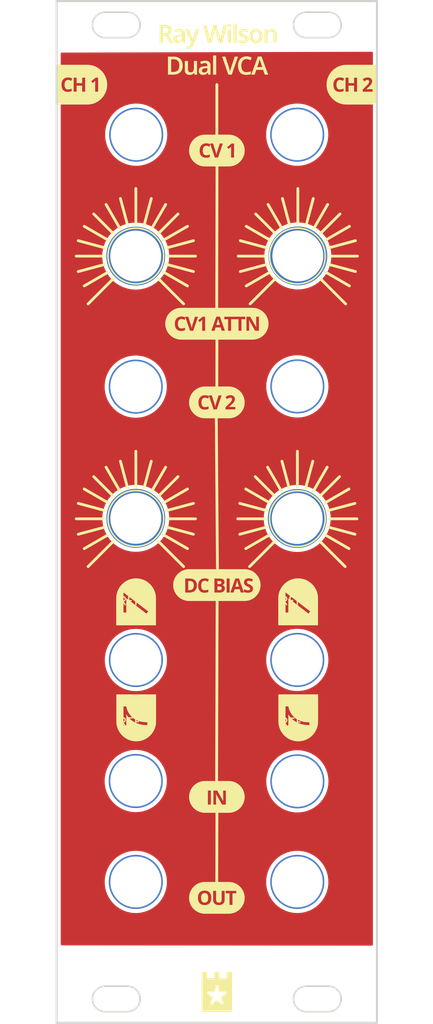
<source format=kicad_pcb>
(kicad_pcb (version 20211014) (generator pcbnew)
  (layers (0 "F.Cu" signal) (31 "B.Cu" signal) (34 "B.Paste" user) (35 "F.Paste" user) (36 "B.SilkS" user "B.Silkscreen") (37 "F.SilkS" user "F.Silkscreen") (38 "B.Mask" user) (39 "F.Mask" user) (44 "Edge.Cuts" user))
  (net 0 "")
  (footprint "Library:MountingHole_6.4mm_M6_MiniPad_TopBottom" (layer "F.Cu") (at 136.92 87.42)
    (fp_text reference "REF**" hide)
    (fp_text value "MountingHole_6.4mm_M6_MiniPad_TopBottom")
    (pad "1" connect circle (at 0 0) (size 6.4 6.4) (layers "F.Cu" "F.Mask"))
    (pad "1" thru_hole circle (at 0 0) (size 6.8 6.8) (drill 6.4) (layers *.Cu *.Mask))
    (pad "1" connect circle (at 0 0) (size 6.4 6.4) (layers "B.Cu" "B.Mask"))
  )
  (footprint "Library:MountingHole_6.4mm_M6_MiniPad_TopBottom" (layer "F.Cu") (at 136.91 121.82)
    (fp_text reference "REF**" (at 0 -7.4) (layer "F.SilkS"))
    (fp_text value "MountingHole_6.4mm_M6_MiniPad_TopBottom")
    (pad "1" connect circle (at 0 0) (size 6.4 6.4) (layers "B.Cu" "B.Mask"))
    (pad "1" thru_hole circle (at 0 0) (size 6.8 6.8) (drill 6.4) (layers *.Cu *.Mask))
    (pad "1" connect circle (at 0 0) (size 6.4 6.4) (layers "F.Cu" "F.Mask"))
  )
  (footprint "Library:MountingHole_6.4mm_M6_MiniPad_TopBottom" (layer "F.Cu") (at 136.91 149.74)
    (fp_text reference "REF**" hide)
    (fp_text value "MountingHole_6.4mm_M6_MiniPad_TopBottom")
    (pad "1" thru_hole circle (at 0 0) (size 6.8 6.8) (drill 6.4) (layers *.Cu *.Mask))
    (pad "1" connect circle (at 0 0) (size 6.4 6.4) (layers "F.Cu" "F.Mask"))
    (pad "1" connect circle (at 0 0) (size 6.4 6.4) (layers "B.Cu" "B.Mask"))
  )
  (footprint "Library:MountingHole_6.4mm_M6_MiniPad_TopBottom" (layer "F.Cu") (at 116.58 137.05)
    (fp_text reference "REF**" (at 0 -7.4) (layer "F.SilkS"))
    (fp_text value "MountingHole_6.4mm_M6_MiniPad_TopBottom")
    (pad "1" connect circle (at 0 0) (size 6.4 6.4) (layers "F.Cu" "F.Mask"))
    (pad "1" connect circle (at 0 0) (size 6.4 6.4) (layers "B.Cu" "B.Mask"))
    (pad "1" thru_hole circle (at 0 0) (size 6.8 6.8) (drill 6.4) (layers *.Cu *.Mask))
  )
  (footprint "Library:MountingHole_6.4mm_M6_MiniPad_TopBottom" (layer "F.Cu") (at 116.6 121.83)
    (fp_text reference "REF**" (at 0 -7.4) (layer "F.SilkS"))
    (fp_text value "MountingHole_6.4mm_M6_MiniPad_TopBottom")
    (pad "1" thru_hole circle (at 0 0) (size 6.8 6.8) (drill 6.4) (layers *.Cu *.Mask))
    (pad "1" connect circle (at 0 0) (size 6.4 6.4) (layers "F.Cu" "F.Mask"))
    (pad "1" connect circle (at 0 0) (size 6.4 6.4) (layers "B.Cu" "B.Mask"))
  )
  (footprint "Library:MountingHole_6.4mm_M6_MiniPad_TopBottom" (layer "F.Cu") (at 136.9 55.76)
    (fp_text reference "REF**" hide)
    (fp_text value "MountingHole_6.4mm_M6_MiniPad_TopBottom")
    (pad "1" connect circle (at 0 0) (size 6.4 6.4) (layers "B.Cu" "B.Mask"))
    (pad "1" connect circle (at 0 0) (size 6.4 6.4) (layers "F.Cu" "F.Mask"))
    (pad "1" thru_hole circle (at 0 0) (size 6.8 6.8) (drill 6.4) (layers *.Cu *.Mask))
  )
  (footprint "Library:MountingHole_7.2mm_Pad_TopBottom" (layer "F.Cu") (at 116.59 104.01)
    (fp_text reference "GND" hide)
    (fp_text value "MountingHole_7.2mm_Pad_TopBottom")
    (pad "1" connect circle (at 0 0) (size 7.4 7.4) (layers "B.Cu" "B.Mask"))
    (pad "1" connect circle (at 0 0) (size 7.4 7.4) (layers "F.Cu" "F.Mask"))
    (pad "1" thru_hole circle (at 0 0) (size 7.2 7.2) (drill 6.4) (layers *.Cu *.Mask))
  )
  (footprint "Library:MountingHole_7.2mm_Pad_TopBottom" (layer "F.Cu") (at 136.98 71.01)
    (fp_text reference "GND" hide)
    (fp_text value "MountingHole_7.2mm_Pad_TopBottom")
    (pad "1" thru_hole circle (at 0 0) (size 7.2 7.2) (drill 6.4) (layers *.Cu *.Mask))
    (pad "1" connect circle (at 0 0) (size 7.4 7.4) (layers "B.Cu" "B.Mask"))
    (pad "1" connect circle (at 0 0) (size 7.4 7.4) (layers "F.Cu" "F.Mask"))
  )
  (footprint "Library:MountingHole_6.4mm_M6_MiniPad_TopBottom" (layer "F.Cu") (at 136.92 137.09)
    (fp_text reference "REF**" (at 0 -7.4) (layer "F.SilkS"))
    (fp_text value "MountingHole_6.4mm_M6_MiniPad_TopBottom")
    (pad "1" thru_hole circle (at 0 0) (size 6.8 6.8) (drill 6.4) (layers *.Cu *.Mask))
    (pad "1" connect circle (at 0 0) (size 6.4 6.4) (layers "F.Cu" "F.Mask"))
    (pad "1" connect circle (at 0 0) (size 6.4 6.4) (layers "B.Cu" "B.Mask"))
  )
  (footprint "Library:MountingHole_7.2mm_Pad_TopBottom" (layer "F.Cu") (at 136.9 104.03)
    (fp_text reference "GND" hide)
    (fp_text value "MountingHole_7.2mm_Pad_TopBottom")
    (pad "1" thru_hole circle (at 0 0) (size 7.2 7.2) (drill 6.4) (layers *.Cu *.Mask))
    (pad "1" connect circle (at 0 0) (size 7.4 7.4) (layers "F.Cu" "F.Mask"))
    (pad "1" connect circle (at 0 0) (size 7.4 7.4) (layers "B.Cu" "B.Mask"))
  )
  (footprint "Library:MountingHole_7.2mm_Pad_TopBottom" (layer "F.Cu") (at 116.58 71.03)
    (fp_text reference "GND" hide)
    (fp_text value "MountingHole_7.2mm_Pad_TopBottom")
    (pad "1" connect circle (at 0 0) (size 7.4 7.4) (layers "B.Cu" "B.Mask"))
    (pad "1" connect circle (at 0 0) (size 7.4 7.4) (layers "F.Cu" "F.Mask"))
    (pad "1" thru_hole circle (at 0 0) (size 7.2 7.2) (drill 6.4) (layers *.Cu *.Mask))
  )
  (footprint "Library:MountingHole_6.4mm_M6_MiniPad_TopBottom" (layer "F.Cu") (at 116.59 149.74)
    (fp_text reference "REF**" hide)
    (fp_text value "MountingHole_6.4mm_M6_MiniPad_TopBottom")
    (pad "1" connect circle (at 0 0) (size 6.4 6.4) (layers "F.Cu" "F.Mask"))
    (pad "1" connect circle (at 0 0) (size 6.4 6.4) (layers "B.Cu" "B.Mask"))
    (pad "1" thru_hole circle (at 0 0) (size 6.8 6.8) (drill 6.4) (layers *.Cu *.Mask))
  )
  (footprint "Library:MountingHole_6.4mm_M6_MiniPad_TopBottom" (layer "F.Cu") (at 116.58 87.45)
    (fp_text reference "REF**" hide)
    (fp_text value "MountingHole_6.4mm_M6_MiniPad_TopBottom")
    (pad "1" thru_hole circle (at 0 0) (size 6.8 6.8) (drill 6.4) (layers *.Cu *.Mask))
    (pad "1" connect circle (at 0 0) (size 6.4 6.4) (layers "F.Cu" "F.Mask"))
    (pad "1" connect circle (at 0 0) (size 6.4 6.4) (layers "B.Cu" "B.Mask"))
  )
  (footprint "Library:MountingHole_6.4mm_M6_MiniPad_TopBottom" (layer "F.Cu") (at 116.64 55.76)
    (fp_text reference "REF**" hide)
    (fp_text value "MountingHole_6.4mm_M6_MiniPad_TopBottom")
    (pad "1" connect circle (at 0 0) (size 6.4 6.4) (layers "F.Cu" "F.Mask"))
    (pad "1" connect circle (at 0 0) (size 6.4 6.4) (layers "B.Cu" "B.Mask"))
    (pad "1" thru_hole circle (at 0 0) (size 6.8 6.8) (drill 6.4) (layers *.Cu *.Mask))
  )
  (gr_line (start 134.152862 73.862632) (end 130.970807 77.044688) (layer "F.SilkS") (width 0.352777))
  (gr_line (start 116.596664 138.56203) (end 116.596664 135.562015) (layer "F.SilkS") (width 0.176388))
  (gr_line (start 126.79656 141.047321) (end 126.779626 149.742236) (layer "F.SilkS") (width 0.352777))
  (gr_line (start 113.101098 70.842209) (end 113.114614 70.664475) (layer "F.SilkS") (width 0.176388))
  (gr_line (start 139.077574 85.290394) (end 139.178568 85.396323) (layer "F.SilkS") (width 0.176388))
  (gr_line (start 139.955193 87.135292) (end 139.966972 87.290189) (layer "F.SilkS") (width 0.176388))
  (gr_line (start 140.263515 72.063045) (end 140.208487 72.225663) (layer "F.SilkS") (width 0.176388))
  (gr_line (start 116.284868 124.856665) (end 116.132247 124.837264) (layer "F.SilkS") (width 0.176388))
  (gr_line (start 114.379013 53.721434) (end 114.480016 53.615505) (layer "F.SilkS") (width 0.176388))
  (gr_line (start 139.955193 121.510453) (end 139.966972 121.66535) (layer "F.SilkS") (width 0.176388))
  (gr_line (start 135.872098 146.892232) (end 136.013818 146.844269) (layer "F.SilkS") (width 0.176388))
  (gr_line (start 139.602804 135.658982) (end 139.670163 135.790494) (layer "F.SilkS") (width 0.176388))
  (gr_line (start 119.071584 106.501993) (end 118.950033 106.617899) (layer "F.SilkS") (width 0.176388))
  (gr_line (start 137.278505 67.540471) (end 137.453684 67.56273) (layer "F.SilkS") (width 0.176388))
  (gr_line (start 134.764071 53.615505) (end 134.87 53.514511) (layer "F.SilkS") (width 0.176388))
  (gr_line (start 117.503668 124.735258) (end 117.358929 124.776368) (layer "F.SilkS") (width 0.176388))
  (gr_line (start 133.438777 103.684331) (end 133.46104 103.50918) (layer "F.SilkS") (width 0.176388))
  (gr_poly (pts (xy 133.739769 42.469033) (xy 133.774396 42.470782) (xy 133.808032 42.473697) (xy 133.840675 42.477777) (xy 133.872326 42.483023) (xy 133.902984 42.489435) (xy 133.932651 42.497013) (xy 133.961325 42.505757) (xy 133.989007 42.515666) (xy 134.015696 42.526742) (xy 134.041394 42.538983) (xy 134.0661 42.55239) (xy 134.089813 42.566962) (xy 134.112534 42.582701) (xy 134.134263 42.599605) (xy 134.155 42.617676) (xy 134.174993 42.637048) (xy 134.193696 42.657859) (xy 134.211109 42.680109) (xy 134.227231 42.703797) (xy 134.242065 42.728925) (xy 134.255608 42.75549) (xy 134.267861 42.783495) (xy 134.278825 42.812938) (xy 134.288498 42.84382) (xy 134.296882 42.87614) (xy 134.303976 42.909899) (xy 134.30978 42.945097) (xy 134.314294 42.981734) (xy 134.317519 43.019809) (xy 134.319454 43.059323) (xy 134.320098 43.100275) (xy 134.320098 44.22105) (xy 133.920049 44.22105) (xy 133.920049 43.17965) (xy 133.918809 43.132745) (xy 133.915088 43.088865) (xy 133.908887 43.048012) (xy 133.900206 43.010185) (xy 133.894934 42.992406) (xy 133.889043 42.975384) (xy 133.882532 42.959118) (xy 133.875401 42.943609) (xy 133.867649 42.928856) (xy 133.859278 42.91486) (xy 133.850286 42.901621) (xy 133.840674 42.889138) (xy 133.830442 42.877412) (xy 133.81959 42.866442) (xy 133.808118 42.856228) (xy 133.796026 42.846772) (xy 133.783313 42.838071) (xy 133.769981 42.830128) (xy 133.756028 42.82294) (xy 133.741455 42.81651) (xy 133.726262 42.810836) (xy 133.710449 42.805918) (xy 133.694016 42.801757) (xy 133.676963 42.798353) (xy 133.659289 42.795705) (xy 133.640996 42.793814) (xy 133.622082 42.792679) (xy 133.602548 42.792301) (xy 133.572981 42.792896) (xy 133.544605 42.794682) (xy 133.517419 42.797658) (xy 133.491424 42.801826) (xy 133.466619 42.807183) (xy 133.443005 42.813732) (xy 133.420582 42.821471) (xy 133.399349 42.830401) (xy 133.379307 42.840521) (xy 133.360456 42.851832) (xy 133.342795 42.864333) (xy 133.326325 42.878025) (xy 133.311045 42.892908) (xy 133.296956 42.908982) (xy 133.284058 42.926246) (xy 133.27235 42.944701) (xy 133.261585 42.964259) (xy 133.251514 42.984835) (xy 133.242138 43.006427) (xy 133.233457 43.029036) (xy 133.22547 43.052663) (xy 133.218177 43.077306) (xy 133.211579 43.102967) (xy 133.205676 43.129644) (xy 133.200467 43.157339) (xy 133.195952 43.18605) (xy 133.192132 43.215778) (xy 133.189007 43.246524) (xy 133.186576 43.278286) (xy 133.184839 43.311066) (xy 133.183798 43.344862) (xy 133.18345 43.379675) (xy 133.18345 44.22105) (xy 132.783399 44.22105) (xy 132.783399 42.500201) (xy 133.091375 42.500201) (xy 133.148525 42.725626) (xy 133.170749 42.725626) (xy 133.181304 42.709242) (xy 133.19233 42.693429) (xy 133.203828 42.678187) (xy 133.215796 42.663515) (xy 133.228236 42.649413) (xy 133.241147 42.635882) (xy 133.254529 42.622922) (xy 133.268383 42.610532) (xy 133.282707 42.598712) (xy 133.297503 42.587464) (xy 133.312771 42.576785) (xy 133.328509 42.566677) (xy 133.344719 42.55714) (xy 133.3614 42.548173) (xy 133.378553 42.539776) (xy 133.396177 42.531951) (xy 133.414495 42.524261) (xy 133.432937 42.517068) (xy 133.451503 42.510371) (xy 133.470193 42.504169) (xy 133.489007 42.498464) (xy 133.507945 42.493255) (xy 133.527008 42.488542) (xy 133.546194 42.484326) (xy 133.565504 42.480605) (xy 133.584939 42.47738) (xy 133.604497 42.474652) (xy 133.624179 42.472419) (xy 133.643986 42.470683) (xy 133.663916 42.469443) (xy 133.68397 42.468699) (xy 133.704149 42.468451)) (layer "F.SilkS") (width 0) (fill solid))
  (gr_line (start 114.928336 67.944836) (end 115.079261 67.867543) (layer "F.SilkS") (width 0.176388))
  (gr_line (start 135.466964 147.075317) (end 135.598479 147.007948) (layer "F.SilkS") (width 0.176388))
  (gr_line (start 119.509651 137.969245) (end 119.461698 138.110955) (layer "F.SilkS") (width 0.176388))
  (gr_line (start 113.586518 55.772256) (end 113.586518 55.772256) (layer "F.SilkS") (width 0.176388))
  (gr_line (start 139.147136 68.321634) (end 139.27414 68.43164) (layer "F.SilkS") (width 0.176388))
  (gr_line (start 139.364984 138.937608) (end 139.274436 139.052833) (layer "F.SilkS") (width 0.176388))
  (gr_line (start 139.52936 54.190668) (end 139.602804 54.318397) (layer "F.SilkS") (width 0.176388))
  (gr_line (start 138.860973 152.110714) (end 138.745748 152.201272) (layer "F.SilkS") (width 0.176388))
  (gr_line (start 139.077574 53.615505) (end 139.178568 53.721434) (layer "F.SilkS") (width 0.176388))
  (gr_line (start 136.92061 74.522216) (end 136.740543 74.517662) (layer "F.SilkS") (width 0.176388))
  (gr_line (start 118.553603 68.12015) (end 118.690822 68.217731) (layer "F.SilkS") (width 0.176388))
  (gr_line (start 118.854408 119.771487) (end 118.950275 119.882159) (layer "F.SilkS") (width 0.176388))
  (gr_line (start 134.764071 119.665558) (end 134.87 119.564564) (layer "F.SilkS") (width 0.176388))
  (gr_line (start 113.309278 102.823681) (end 113.371947 102.664746) (layer "F.SilkS") (width 0.176388))
  (gr_line (start 137.626058 100.613367) (end 137.795407 100.65245) (layer "F.SilkS") (width 0.176388))
  (gr_line (start 138.243166 124.571579) (end 138.108058 124.632672) (layer "F.SilkS") (width 0.176388))
  (gr_line (start 113.136872 71.555291) (end 113.114614 71.38014) (layer "F.SilkS") (width 0.176388))
  (gr_line (start 114.243166 85.522145) (end 114.339043 85.411466) (layer "F.SilkS") (width 0.176388))
  (gr_line (start 119.64678 149.75722) (end 119.64678 149.75722) (layer "F.SilkS") (width 0.176388))
  (gr_line (start 114.192577 57.597181) (end 114.107528 57.477596) (layer "F.SilkS") (width 0.176388))
  (gr_line (start 119.88433 69.818953) (end 119.939357 69.981571) (layer "F.SilkS") (width 0.176388))
  (gr_line (start 119.611636 122.286723) (end 119.584812 122.436904) (layer "F.SilkS") (width 0.176388))
  (gr_line (start 135.420673 121.822307) (end 138.420694 121.822307) (layer "F.SilkS") (width 0.176388))
  (gr_line (start 115.409578 84.651778) (end 115.54808 84.597154) (layer "F.SilkS") (width 0.176388))
  (gr_line (start 119.425269 73.862632) (end 122.607326 77.044688) (layer "F.SilkS") (width 0.352777))
  (gr_line (start 136.920823 146.707111) (end 136.920823 146.707111) (layer "F.SilkS") (width 0.176388))
  (gr_line (start 113.914755 120.368449) (end 113.98821 120.240719) (layer "F.SilkS") (width 0.176388))
  (gr_line (start 134.238842 54.318397) (end 134.312286 54.190668) (layer "F.SilkS") (width 0.176388))
  (gr_line (start 139.935796 149.292804) (end 139.955193 149.445426) (layer "F.SilkS") (width 0.176388))
  (gr_line (start 115.015232 139.670822) (end 114.891478 139.591475) (layer "F.SilkS") (width 0.176388))
  (gr_line (start 139.364984 53.94733) (end 139.450023 54.066915) (layer "F.SilkS") (width 0.176388))
  (gr_line (start 135.095897 58.216416) (end 134.980673 58.125867) (layer "F.SilkS") (width 0.176388))
  (gr_line (start 119.64678 87.462146) (end 119.642811 87.619103) (layer "F.SilkS") (width 0.176388))
  (gr_line (start 119.346002 151.079408) (end 119.278644 151.21092) (layer "F.SilkS") (width 0.176388))
  (gr_line (start 115.393265 67.734783) (end 115.555904 67.679756) (layer "F.SilkS") (width 0.176388))
  (gr_line (start 134.567522 73.612976) (end 134.445963 73.497088) (layer "F.SilkS") (width 0.176388))
  (gr_line (start 114.152607 89.287073) (end 114.067557 89.167488) (layer "F.SilkS") (width 0.176388))
  (gr_line (start 136.920823 90.49726) (end 136.920823 90.49726) (layer "F.SilkS") (width 0.176388))
  (gr_line (start 133.870706 121.822307) (end 133.874675 121.66535) (layer "F.SilkS") (width 0.176388))
  (gr_line (start 116.908517 152.791579) (end 116.75362 152.80336) (layer "F.SilkS") (width 0.176388))
  (gr_line (start 140.31068 70.147652) (end 140.349763 70.316976) (layer "F.SilkS") (width 0.176388))
  (gr_line (start 136.92061 74.522216) (end 136.92061 74.522216) (layer "F.SilkS") (width 0.176388))
  (gr_line (start 139.014908 68.217731) (end 139.147136 68.321634) (layer "F.SilkS") (width 0.176388))
  (gr_line (start 115.096652 87.447322) (end 118.096675 87.447322) (layer "F.SilkS") (width 0.176388))
  (gr_line (start 140.075723 102.524844) (end 140.145816 102.679875) (layer "F.SilkS") (width 0.176388))
  (gr_line (start 117.823869 52.961835) (end 117.958977 53.022917) (layer "F.SilkS") (width 0.176388))
  (gr_line (start 113.562299 136.750519) (end 113.581701 136.597874) (layer "F.SilkS") (width 0.176388))
  (gr_line (start 140.402802 71.38014) (end 140.380544 71.555291) (layer "F.SilkS") (width 0.176388))
  (gr_line (start 118.050522 84.78024) (end 118.178251 84.853694) (layer "F.SilkS") (width 0.176388))
  (gr_line (start 119.550753 148.995074) (end 119.584812 149.142623) (layer "F.SilkS") (width 0.176388))
  (gr_line (start 113.096896 104.027034) (end 113.101451 103.846936) (layer "F.SilkS") (width 0.176388))
  (gr_line (start 134.980673 147.403727) (end 135.095897 147.313168) (layer "F.SilkS") (width 0.176388))
  (gr_line (start 135.095897 119.378149) (end 135.215482 119.293111) (layer "F.SilkS") (width 0.176388))
  (gr_line (start 139.3957 101.567386) (end 139.511597 101.688937) (layer "F.SilkS") (width 0.176388))
  (gr_line (start 134.116137 101.948148) (end 134.22005 101.815931) (layer "F.SilkS") (width 0.176388))
  (gr_line (start 115.68979 152.670172) (end 115.54808 152.622209) (layer "F.SilkS") (width 0.176388))
  (gr_line (start 139.914147 105.857057) (end 139.823104 105.999075) (layer "F.SilkS") (width 0.176388))
  (gr_line (start 139.602804 57.226114) (end 139.52936 57.353843) (layer "F.SilkS") (width 0.176388))
  (gr_line (start 134.963967 106.944567) (end 134.826744 106.84697) (layer "F.SilkS") (width 0.176388))
  (gr_line (start 138.971645 147.499604) (end 139.077574 147.600606) (layer "F.SilkS") (width 0.176388))
  (gr_line (start 133.966733 137.874948) (end 133.932674 137.727382) (layer "F.SilkS") (width 0.176388))
  (gr_line (start 135.466964 119.140331) (end 135.598479 119.072973) (layer "F.SilkS") (width 0.176388))
  (gr_line (start 119.447055 54.585021) (end 119.501668 54.723531) (layer "F.SilkS") (width 0.176388))
  (gr_line (start 136.013818 58.685243) (end 135.872098 58.637289) (layer "F.SilkS") (width 0.176388))
  (gr_line (start 119.278644 135.608513) (end 119.346002 135.740028) (layer "F.SilkS") (width 0.176388))
  (gr_line (start 115.274474 124.571579) (end 115.142962 124.50421) (layer "F.SilkS") (width 0.176388))
  (gr_line (start 119.642811 149.600295) (end 119.64678 149.75722) (layer "F.SilkS") (width 0.176388))
  (gr_line (start 139.970941 137.112682) (end 139.970941 137.112682) (layer "F.SilkS") (width 0.176388))
  (gr_line (start 116.954637 107.509226) (end 116.776902 107.522746) (layer "F.SilkS") (width 0.176388))
  (gr_line (start 113.642596 137.82452) (end 113.60853 137.67697) (layer "F.SilkS") (width 0.176388))
  (gr_line (start 137.969548 90.312138) (end 137.827827 90.360101) (layer "F.SilkS") (width 0.176388))
  (gr_line (start 118.050522 134.380392) (end 118.178251 134.453835) (layer "F.SilkS") (width 0.176388))
  (gr_line (start 119.821661 69.660018) (end 119.88433 69.818953) (layer "F.SilkS") (width 0.176388))
  (gr_line (start 113.847385 86.139958) (end 113.914755 86.008446) (layer "F.SilkS") (width 0.176388))
  (gr_line (start 114.656661 152.110714) (end 114.545982 152.014837) (layer "F.SilkS") (width 0.176388))
  (gr_line (start 116.469722 134.002816) (end 116.626648 133.998847) (layer "F.SilkS") (width 0.176388))
  (gr_line (start 139.450023 57.477596) (end 139.364984 57.597181) (layer "F.SilkS") (width 0.176388))
  (gr_line (start 134.171484 148.435033) (end 134.238842 148.303521) (layer "F.SilkS") (width 0.176388))
  (gr_line (start 137.969548 52.907221) (end 138.108058 52.961835) (layer "F.SilkS") (width 0.176388))
  (gr_line (start 119.385973 54.449912) (end 119.447055 54.585021) (layer "F.SilkS") (width 0.176388))
  (gr_line (start 113.694312 69.06551) (end 113.791897 68.92829) (layer "F.SilkS") (width 0.176388))
  (gr_line (start 115.234514 100.80218) (end 115.393449 100.739511) (layer "F.SilkS") (width 0.176388))
  (gr_line (start 113.621671 56.236754) (end 113.602269 56.084109) (layer "F.SilkS") (width 0.176388))
  (gr_line (start 133.90585 136.648266) (end 133.932674 136.498084) (layer "F.SilkS") (width 0.176388))
  (gr_line (start 138.626164 124.351408) (end 138.502411 124.430756) (layer "F.SilkS") (width 0.176388))
  (gr_line (start 134.963967 73.924466) (end 134.826744 73.826885) (layer "F.SilkS") (width 0.176388))
  (gr_line (start 116.439738 152.80336) (end 116.284868 152.791579) (layer "F.SilkS") (width 0.176388))
  (gr_line (start 133.886453 87.758941) (end 133.874675 87.604072) (layer "F.SilkS") (width 0.176388))
  (gr_line (start 134.87 134.855065) (end 134.980673 134.759188) (layer "F.SilkS") (width 0.176388))
  (gr_line (start 117.358929 84.508081) (end 117.503668 84.549191) (layer "F.SilkS") (width 0.176388))
  (gr_line (start 134.663077 151.807898) (end 134.56721 151.69722) (layer "F.SilkS") (width 0.176388))
  (gr_line (start 114.152607 138.887143) (end 114.067557 138.767556) (layer "F.SilkS") (width 0.176388))
  (gr_line (start 116.596804 107.527301) (end 116.596804 107.527301) (layer "F.SilkS") (width 0.176388))
  (gr_line (start 118.823039 106.727921) (end 118.690822 106.831841) (layer "F.SilkS") (width 0.176388))
  (gr_line (start 118.647485 85.204527) (end 118.753414 85.30553) (layer "F.SilkS") (width 0.176388))
  (gr_line (start 133.886453 149.445426) (end 133.90585 149.292804) (layer "F.SilkS") (width 0.176388))
  (gr_line (start 139.621609 68.796074) (end 139.725519 68.92829) (layer "F.SilkS") (width 0.176388))
  (gr_line (start 113.98821 135.480784) (end 114.067557 135.357031) (layer "F.SilkS") (width 0.176388))
  (gr_line (start 138.438154 67.867543) (end 138.589079 67.944836) (layer "F.SilkS") (width 0.176388))
  (gr_line (start 116.416706 107.522746) (end 116.238971 107.509226) (layer "F.SilkS") (width 0.176388))
  (gr_line (start 115.142962 147.075317) (end 115.274474 147.007948) (layer "F.SilkS") (width 0.176388))
  (gr_line (start 139.602804 85.993287) (end 139.670163 86.124802) (layer "F.SilkS") (width 0.176388))
  (gr_line (start 138.283105 107.267323) (end 138.12415 107.330004) (layer "F.SilkS") (width 0.176388))
  (gr_line (start 114.480016 53.615505) (end 114.585952 53.514511) (layer "F.SilkS") (width 0.176388))
  (gr_line (start 113.207087 104.901713) (end 113.168005 104.732381) (layer "F.SilkS") (width 0.176388))
  (gr_line (start 113.682567 55.009991) (end 113.723677 54.865252) (layer "F.SilkS") (width 0.176388))
  (gr_line (start 133.886453 121.510453) (end 133.90585 121.357808) (layer "F.SilkS") (width 0.176388))
  (gr_line (start 136.046072 100.65245) (end 136.21538 100.613367) (layer "F.SilkS") (width 0.176388))
  (gr_line (start 135.339235 124.430756) (end 135.215482 124.351408) (layer "F.SilkS") (width 0.176388))
  (gr_line (start 119.040824 119.997383) (end 119.125863 120.116967) (layer "F.SilkS") (width 0.176388))
  (gr_line (start 119.346002 86.139958) (end 119.407084 86.275061) (layer "F.SilkS") (width 0.176388))
  (gr_line (start 138.108058 58.582676) (end 137.969548 58.637289) (layer "F.SilkS") (width 0.176388))
  (gr_line (start 134.56721 85.506995) (end 134.663077 85.396323) (layer "F.SilkS") (width 0.176388))
  (gr_line (start 139.621609 106.268544) (end 139.511597 106.395554) (layer "F.SilkS") (width 0.176388))
  (gr_line (start 133.438777 70.664475) (end 133.46104 70.489324) (layer "F.SilkS") (width 0.176388))
  (gr_line (start 114.545982 139.31999) (end 114.440045 139.218988) (layer "F.SilkS") (width 0.176388))
  (gr_line (start 131.677911 65.730821) (end 134.153001 68.205909) (layer "F.SilkS") (width 0.352777))
  (gr_line (start 114.107528 54.066915) (end 114.192577 53.94733) (layer "F.SilkS") (width 0.176388))
  (gr_line (start 138.860973 89.800642) (end 138.745748 89.891201) (layer "F.SilkS") (width 0.176388))
  (gr_line (start 117.959094 100.80218) (end 118.114126 100.872271) (layer "F.SilkS") (width 0.176388))
  (gr_line (start 116.626648 133.998847) (end 116.626648 133.998847) (layer "F.SilkS") (width 0.176388))
  (gr_line (start 116.596664 90.512263) (end 116.596664 90.512263) (layer "F.SilkS") (width 0.176388))
  (gr_line (start 133.870706 55.772256) (end 133.870706 55.772256) (layer "F.SilkS") (width 0.176388))
  (gr_line (start 135.466964 84.765165) (end 135.598479 84.697807) (layer "F.SilkS") (width 0.176388))
  (gr_line (start 113.731669 150.805802) (end 113.683707 150.664092) (layer "F.SilkS") (width 0.176388))
  (gr_line (start 118.461559 53.328095) (end 118.576783 53.418643) (layer "F.SilkS") (width 0.176388))
  (gr_line (start 118.793385 53.615505) (end 118.894379 53.721434) (layer "F.SilkS") (width 0.176388))
  (gr_line (start 135.403442 107.197219) (end 135.252536 107.119911) (layer "F.SilkS") (width 0.176388))
  (gr_line (start 139.731245 148.570136) (end 139.785858 148.708639) (layer "F.SilkS") (width 0.176388))
  (gr_line (start 118.990246 53.832106) (end 119.080795 53.94733) (layer "F.SilkS") (width 0.176388))
  (gr_line (start 133.874675 87.604072) (end 133.870706 87.447147) (layer "F.SilkS") (width 0.176388))
  (gr_line (start 135.872098 118.957278) (end 136.013818 118.909325) (layer "F.SilkS") (width 0.176388))
  (gr_line (start 118.950275 151.69722) (end 118.854408 151.807898) (layer "F.SilkS") (width 0.176388))
  (gr_line (start 134.980673 85.093533) (end 135.095897 85.002984) (layer "F.SilkS") (width 0.176388))
  (gr_line (start 139.833812 148.850349) (end 139.874914 148.995074) (layer "F.SilkS") (width 0.176388))
  (gr_line (start 119.125863 120.116967) (end 119.2052 120.240719) (layer "F.SilkS") (width 0.176388))
  (gr_line (start 134.476661 135.287911) (end 134.56721 135.172682) (layer "F.SilkS") (width 0.176388))
  (gr_line (start 113.581701 137.526789) (end 113.562299 137.374168) (layer "F.SilkS") (width 0.176388))
  (gr_line (start 139.364984 135.287911) (end 139.450023 135.407499) (layer "F.SilkS") (width 0.176388))
  (gr_line (start 119.584812 137.67697) (end 119.550753 137.82452) (layer "F.SilkS") (width 0.176388))
  (gr_line (start 139.914147 102.22737) (end 139.998426 102.373936) (layer "F.SilkS") (width 0.176388))
  (gr_line (start 119.040824 89.287073) (end 118.950275 89.402297) (layer "F.SilkS") (width 0.176388))
  (gr_line (start 117.919007 90.211486) (end 117.783898 90.272568) (layer "F.SilkS") (width 0.176388))
  (gr_line (start 113.723677 56.67926) (end 113.682567 56.534521) (layer "F.SilkS") (width 0.176388))
  (gr_line (start 139.998426 72.690538) (end 139.914147 72.837103) (layer "F.SilkS") (width 0.176388))
  (gr_line (start 134.22005 68.796074) (end 134.330066 68.66908) (layer "F.SilkS") (width 0.176388))
  (gr_line (start 116.022036 58.760403) (end 115.874486 58.726345) (layer "F.SilkS") (width 0.176388))
  (gr_line (start 137.795407 67.632592) (end 137.961511 67.679756) (layer "F.SilkS") (width 0.176388))
  (gr_line (start 119.297479 68.796074) (end 119.401382 68.92829) (layer "F.SilkS") (width 0.176388))
  (gr_line (start 119.498963 105.983946) (end 119.401382 106.121181) (layer "F.SilkS") (width 0.176388))
  (gr_line (start 119.64678 137.062373) (end 119.64678 137.062373) (layer "F.SilkS") (width 0.176388))
  (gr_line (start 119.346002 123.144494) (end 119.278644 123.276006) (layer "F.SilkS") (width 0.176388))
  (gr_line (start 116.284868 134.028003) (end 116.439738 134.016225) (layer "F.SilkS") (width 0.176388))
  (gr_line (start 136.562835 107.524356) (end 136.387707 107.502093) (layer "F.SilkS") (width 0.176388))
  (gr_line (start 114.152607 123.647077) (end 114.067557 123.527489) (layer "F.SilkS") (width 0.176388))
  (gr_line (start 114.440045 139.218988) (end 114.339043 139.113051) (layer "F.SilkS") (width 0.176388))
  (gr_line (start 114.243575 101.436369) (end 114.370569 101.326363) (layer "F.SilkS") (width 0.176388))
  (gr_line (start 114.243166 135.122222) (end 114.339043 135.01155) (layer "F.SilkS") (width 0.176388))
  (gr_line (start 135.466964 53.090275) (end 135.598479 53.022917) (layer "F.SilkS") (width 0.176388))
  (gr_line (start 134.764071 85.290394) (end 134.87 85.1894) (layer "F.SilkS") (width 0.176388))
  (gr_line (start 136.306123 124.810434) (end 136.158558 124.776368) (layer "F.SilkS") (width 0.176388))
  (gr_line (start 134.56721 89.387147) (end 134.476661 89.271918) (layer "F.SilkS") (width 0.176388))
  (gr_line (start 117.783898 84.651778) (end 117.919007 84.71287) (layer "F.SilkS") (width 0.176388))
  (gr_line (start 114.339043 119.771487) (end 114.440045 119.665558) (layer "F.SilkS") (width 0.176388))
  (gr_line (start 135.339235 119.213774) (end 135.466964 119.140331) (layer "F.SilkS") (width 0.176388))
  (gr_line (start 118.421589 152.201272) (end 118.302004 152.286322) (layer "F.SilkS") (width 0.176388))
  (gr_line (start 134.87 124.079924) (end 134.764071 123.978921) (layer "F.SilkS") (width 0.176388))
  (gr_line (start 114.006136 101.673808) (end 114.122024 101.552257) (layer "F.SilkS") (width 0.176388))
  (gr_line (start 140.784337 105.108081) (end 144.165361 106.01366) (layer "F.SilkS") (width 0.352777))
  (gr_line (start 136.763866 124.868447) (end 136.608969 124.856665) (layer "F.SilkS") (width 0.176388))
  (gr_line (start 113.77164 56.82098) (end 113.723677 56.67926) (layer "F.SilkS") (width 0.176388))
  (gr_line (start 115.891472 100.598238) (end 116.06382 100.567458) (layer "F.SilkS") (width 0.176388))
  (gr_line (start 138.374681 90.129053) (end 138.243166 90.196422) (layer "F.SilkS") (width 0.176388))
  (gr_line (start 137.10074 74.517662) (end 136.92061 74.522216) (layer "F.SilkS") (width 0.176388))
  (gr_line (start 136.158558 124.776368) (end 136.013818 124.735258) (layer "F.SilkS") (width 0.176388))
  (gr_line (start 114.006136 106.380425) (end 113.89613 106.253415) (layer "F.SilkS") (width 0.176388))
  (gr_line (start 138.971645 152.014837) (end 138.860973 152.110714) (layer "F.SilkS") (width 0.176388))
  (gr_line (start 139.833812 122.729178) (end 139.785858 122.870888) (layer "F.SilkS") (width 0.176388))
  (gr_line (start 115.68979 139.975324) (end 115.54808 139.927362) (layer "F.SilkS") (width 0.176388))
  (gr_line (start 113.562299 137.374168) (end 113.550517 137.219299) (layer "F.SilkS") (width 0.176388))
  (gr_line (start 119.88433 72.225663) (end 119.821661 72.384597) (layer "F.SilkS") (width 0.176388))
  (gr_line (start 136.920823 124.872417) (end 136.920823 124.872417) (layer "F.SilkS") (width 0.176388))
  (gr_line (start 135.105971 101.04897) (end 135.252536 100.964694) (layer "F.SilkS") (width 0.176388))
  (gr_line (start 136.387707 67.56273) (end 136.562835 67.540471) (layer "F.SilkS") (width 0.176388))
  (gr_line (start 133.874675 55.615299) (end 133.886453 55.460402) (layer "F.SilkS") (width 0.176388))
  (gr_line (start 114.640006 106.929438) (end 114.502786 106.831841) (layer "F.SilkS") (width 0.176388))
  (gr_poly (pts (xy 128.393476 137.049958) (xy 128.494689 137.057715) (xy 128.594475 137.070487) (xy 128.692704 137.088147) (xy 128.789248 137.110565) (xy 128.88398 137.137615) (xy 128.976771 137.169168) (xy 129.067492 137.205097) (xy 129.156016 137.245272) (xy 129.242215 137.289567) (xy 129.32596 137.337854) (xy 129.407124 137.390003) (xy 129.485577 137.445889) (xy 129.561193 137.505381) (xy 129.633842 137.568353) (xy 129.703397 137.634677) (xy 129.769729 137.704224) (xy 129.832711 137.776867) (xy 129.892213 137.852478) (xy 129.948109 137.930928) (xy 130.000269 138.01209) (xy 130.048567 138.095835) (xy 130.092872 138.182037) (xy 130.133058 138.270566) (xy 130.168997 138.361295) (xy 130.200559 138.454096) (xy 130.227617 138.548841) (xy 130.250043 138.645401) (xy 130.267708 138.74365) (xy 130.280485 138.843459) (xy 130.288245 138.944699) (xy 130.29086 139.047244) (xy 130.288245 139.149759) (xy 130.280485 139.250976) (xy 130.267708 139.350766) (xy 130.250043 139.449001) (xy 130.227617 139.545554) (xy 130.200559 139.640295) (xy 130.168997 139.733096) (xy 130.133058 139.823829) (xy 130.092872 139.912366) (xy 130.048567 139.998579) (xy 130.000269 140.082339) (xy 129.948109 140.163517) (xy 129.892213 140.241987) (xy 129.832711 140.317618) (xy 129.769729 140.390284) (xy 129.703397 140.459855) (xy 129.633842 140.526204) (xy 129.561193 140.589202) (xy 129.485577 140.648721) (xy 129.407124 140.704632) (xy 129.32596 140.756808) (xy 129.242215 140.80512) (xy 129.156016 140.84944) (xy 129.067492 140.889639) (xy 128.976771 140.925589) (xy 128.88398 140.957162) (xy 128.789248 140.984229) (xy 128.692704 141.006663) (xy 128.594475 141.024335) (xy 128.494689 141.037117) (xy 128.393476 141.04488) (xy 128.290961 141.047496) (xy 125.29094 141.047496) (xy 125.188426 141.04488) (xy 125.087209 141.037117) (xy 124.987419 141.024335) (xy 124.889183 141.006663) (xy 124.792631 140.984229) (xy 124.69789 140.957162) (xy 124.605089 140.925589) (xy 124.514356 140.889639) (xy 124.425819 140.84944) (xy 124.339606 140.80512) (xy 124.255847 140.756808) (xy 124.174668 140.704632) (xy 124.096199 140.648721) (xy 124.020567 140.589202) (xy 123.947902 140.526204) (xy 123.87833 140.459855) (xy 123.811982 140.390284) (xy 123.748984 140.317618) (xy 123.689465 140.241987) (xy 123.633554 140.163517) (xy 123.581378 140.082339) (xy 123.540656 140.011737) (xy 125.66171 140.011737) (xy 126.035655 140.011737) (xy 126.355975 140.011737) (xy 126.690057 140.011737) (xy 126.690057 139.18201) (xy 126.688607 139.09402) (xy 126.68428 138.980793) (xy 126.677109 138.842231) (xy 126.667127 138.678233) (xy 126.677711 138.678233) (xy 127.44465 140.011737) (xy 127.919841 140.011737) (xy 127.919841 138.248912) (xy 127.583289 138.248912) (xy 127.583289 139.083224) (xy 127.584419 139.166974) (xy 127.587831 139.27589) (xy 127.593558 139.410005) (xy 127.601634 139.569354) (xy 127.593167 139.569354) (xy 126.827287 138.248912) (xy 126.355975 138.248912) (xy 126.355975 140.011737) (xy 126.035655 140.011737) (xy 126.035655 138.248912) (xy 125.66171 138.248912) (xy 125.66171 140.011737) (xy 123.540656 140.011737) (xy 123.533066 139.998579) (xy 123.488747 139.912366) (xy 123.448548 139.823829) (xy 123.412598 139.733096) (xy 123.381025 139.640295) (xy 123.353957 139.545554) (xy 123.331523 139.449001) (xy 123.313851 139.350766) (xy 123.30107 139.250976) (xy 123.293307 139.149759) (xy 123.290691 139.047244) (xy 123.293307 138.944699) (xy 123.30107 138.843459) (xy 123.313851 138.74365) (xy 123.331523 138.645401) (xy 123.353957 138.548841) (xy 123.381025 138.454096) (xy 123.412598 138.361295) (xy 123.448548 138.270566) (xy 123.488747 138.182037) (xy 123.533066 138.095835) (xy 123.581378 138.01209) (xy 123.633554 137.930928) (xy 123.689465 137.852478) (xy 123.748984 137.776867) (xy 123.811982 137.704224) (xy 123.87833 137.634677) (xy 123.947902 137.568353) (xy 124.020567 137.505381) (xy 124.096199 137.445889) (xy 124.174668 137.390003) (xy 124.255847 137.337854) (xy 124.339606 137.289567) (xy 124.425819 137.245272) (xy 124.514356 137.205097) (xy 124.605089 137.169168) (xy 124.69789 137.137615) (xy 124.792631 137.110565) (xy 124.889183 137.088147) (xy 124.987419 137.070487) (xy 125.087209 137.057715) (xy 125.188426 137.049958) (xy 125.29094 137.047343) (xy 128.290961 137.047343)) (layer "F.SilkS") (width 0) (fill solid))
  (gr_line (start 113.550517 121.66535) (end 113.562299 121.510453) (layer "F.SilkS") (width 0.176388))
  (gr_line (start 117.398899 52.818166) (end 117.543638 52.859267) (layer "F.SilkS") (width 0.176388))
  (gr_line (start 139.670163 138.435026) (end 139.602804 138.566541) (layer "F.SilkS") (width 0.176388))
  (gr_line (start 136.920648 95.57257) (end 136.920648 100.0726) (layer "F.SilkS") (width 0.352777))
  (gr_line (start 138.438154 74.177074) (end 138.283105 74.247165) (layer "F.SilkS") (width 0.176388))
  (gr_line (start 119.682782 55.929213) (end 119.671003 56.084109) (layer "F.SilkS") (width 0.176388))
  (gr_line (start 134.476661 151.58199) (end 134.391623 151.462403) (layer "F.SilkS") (width 0.176388))
  (gr_line (start 120.025603 71.727639) (end 119.986521 71.896963) (layer "F.SilkS") (width 0.176388))
  (gr_line (start 116.954637 100.5452) (end 117.129788 100.567458) (layer "F.SilkS") (width 0.176388))
  (gr_line (start 116.596664 105.542178) (end 116.596664 102.542152) (layer "F.SilkS") (width 0.176388))
  (gr_line (start 138.745748 89.891201) (end 138.626164 89.97625) (layer "F.SilkS") (width 0.176388))
  (gr_line (start 117.783898 146.946855) (end 117.919007 147.007948) (layer "F.SilkS") (width 0.176388))
  (gr_line (start 119.642811 121.66535) (end 119.64678 121.822307) (layer "F.SilkS") (width 0.176388))
  (gr_line (start 135.095897 53.328095) (end 135.215482 53.243056) (layer "F.SilkS") (width 0.176388))
  (gr_line (start 134.764071 89.603763) (end 134.663077 89.497826) (layer "F.SilkS") (width 0.176388))
  (gr_line (start 139.178568 89.497826) (end 139.077574 89.603763) (layer "F.SilkS") (width 0.176388))
  (gr_line (start 114.656661 85.10865) (end 114.77189 85.018091) (layer "F.SilkS") (width 0.176388))
  (gr_line (start 139.670163 86.124802) (end 139.731245 86.25991) (layer "F.SilkS") (width 0.176388))
  (gr_line (start 139.908972 150.371817) (end 139.874914 150.519367) (layer "F.SilkS") (width 0.176388))
  (gr_line (start 113.98821 123.403735) (end 113.914755 123.276006) (layer "F.SilkS") (width 0.176388))
  (gr_line (start 134.663077 57.823077) (end 134.56721 57.712405) (layer "F.SilkS") (width 0.176388))
  (gr_line (start 115.142962 139.744277) (end 115.015232 139.670822) (layer "F.SilkS") (width 0.176388))
  (gr_line (start 133.932674 150.371817) (end 133.90585 150.221636) (layer "F.SilkS") (width 0.176388))
  (gr_line (start 120.460497 72.069457) (end 123.841167 72.975391) (layer "F.SilkS") (width 0.352777))
  (gr_line (start 114.339043 85.411466) (end 114.440045 85.30553) (layer "F.SilkS") (width 0.176388))
  (gr_line (start 136.158558 118.868223) (end 136.306123 118.834165) (layer "F.SilkS") (width 0.176388))
  (gr_line (start 139.274436 53.832106) (end 139.364984 53.94733) (layer "F.SilkS") (width 0.176388))
  (gr_line (start 138.626164 89.97625) (end 138.502411 90.055598) (layer "F.SilkS") (width 0.176388))
  (gr_line (start 139.874914 136.350535) (end 139.908972 136.498084) (layer "F.SilkS") (width 0.176388))
  (gr_poly (pts (xy 139.53 129.557837) (xy 139.526731 129.685995) (xy 139.51703 129.812524) (xy 139.501058 129.937266) (xy 139.478974 130.06006) (xy 139.45094 130.180746) (xy 139.417114 130.299165) (xy 139.377658 130.415155) (xy 139.332731 130.528557) (xy 139.282494 130.639211) (xy 139.227107 130.746958) (xy 139.16673 130.851635) (xy 139.101524 130.953085) (xy 139.031648 131.051146) (xy 138.957263 131.145658) (xy 138.878528 131.236462) (xy 138.795605 131.323397) (xy 138.708653 131.406304) (xy 138.617832 131.485022) (xy 138.523304 131.559391) (xy 138.425227 131.629251) (xy 138.323762 131.694443) (xy 138.21907 131.754805) (xy 138.11131 131.810178) (xy 138.000642 131.860402) (xy 137.887228 131.905317) (xy 137.771227 131.944762) (xy 137.652799 131.978578) (xy 137.532104 132.006605) (xy 137.409303 132.028682) (xy 137.284556 132.04465) (xy 137.158024 132.054348) (xy 137.029865 132.057616) (xy 136.901738 132.054348) (xy 136.775235 132.04465) (xy 136.650516 132.028682) (xy 136.527741 132.006605) (xy 136.407071 131.978578) (xy 136.288665 131.944762) (xy 136.172685 131.905317) (xy 136.05929 131.860402) (xy 135.94864 131.810178) (xy 135.840896 131.754805) (xy 135.736219 131.694443) (xy 135.634768 131.629251) (xy 135.536703 131.559391) (xy 135.442185 131.485022) (xy 135.351375 131.406304) (xy 135.264431 131.323397) (xy 135.181516 131.236462) (xy 135.102788 131.145658) (xy 135.028409 131.051146) (xy 134.958538 130.953085) (xy 134.893336 130.851635) (xy 134.832962 130.746958) (xy 134.777578 130.639211) (xy 134.727344 130.528557) (xy 134.682419 130.415155) (xy 134.642964 130.299165) (xy 134.60914 130.180746) (xy 134.581106 130.06006) (xy 134.580178 130.0549) (xy 135.4279 130.0549) (xy 135.780679 130.0549) (xy 135.780679 128.65084) (xy 135.855666 128.771876) (xy 135.940454 128.893682) (xy 136.035526 129.015071) (xy 136.141366 129.134854) (xy 136.258458 129.251842) (xy 136.387283 129.364846) (xy 136.528326 129.472678) (xy 136.68207 129.57415) (xy 136.848997 129.668073) (xy 137.02959 129.753258) (xy 137.224334 129.828516) (xy 137.433711 129.892661) (xy 137.658205 129.944501) (xy 137.898298 129.982851) (xy 138.154474 130.006519) (xy 138.427215 130.014319) (xy 138.425455 129.661551) (xy 138.406051 129.661551) (xy 138.191986 129.656026) (xy 137.989769 129.639911) (xy 137.799066 129.613897) (xy 137.619544 129.578672) (xy 137.45087 129.534927) (xy 137.292711 129.483353) (xy 137.144733 129.424638) (xy 137.006604 129.359474) (xy 136.877988 129.28855) (xy 136.758555 129.212556) (xy 136.647969 129.132182) (xy 136.545898 129.048119) (xy 136.452008 128.961055) (xy 136.365966 128.871682) (xy 136.28744 128.780689) (xy 136.216094 128.688766) (xy 136.151597 128.596604) (xy 136.093615 128.504891) (xy 136.041814 128.414319) (xy 135.995862 128.325578) (xy 135.920168 128.156345) (xy 135.863868 128.002713) (xy 135.824294 127.870203) (xy 135.798781 127.764334) (xy 135.779268 127.654601) (xy 135.4279 127.675765) (xy 135.4279 130.0549) (xy 134.580178 130.0549) (xy 134.559023 129.937266) (xy 134.543051 129.812524) (xy 134.53335 129.685995) (xy 134.530081 129.557837) (xy 134.530081 126.15) (xy 139.53 126.15)) (layer "F.SilkS") (width 0) (fill solid))
  (gr_line (start 115.834516 140.016435) (end 115.68979 139.975324) (layer "F.SilkS") (width 0.176388))
  (gr_line (start 119.447055 56.959491) (end 119.385973 57.094599) (layer "F.SilkS") (width 0.176388))
  (gr_line (start 117.637541 100.684485) (end 117.800159 100.739511) (layer "F.SilkS") (width 0.176388))
  (gr_line (start 133.932674 88.061744) (end 133.90585 87.911563) (layer "F.SilkS") (width 0.176388))
  (gr_line (start 138.243166 84.697807) (end 138.374681 84.765165) (layer "F.SilkS") (width 0.176388))
  (gr_line (start 118.950275 135.122222) (end 119.040824 135.237446) (layer "F.SilkS") (width 0.176388))
  (gr_line (start 138.860973 119.468698) (end 138.971645 119.564564) (layer "F.SilkS") (width 0.176388))
  (gr_line (start 143.416024 100.322692) (end 140.384957 102.072467) (layer "F.SilkS") (width 0.352777))
  (gr_line (start 139.908972 136.498084) (end 139.935796 136.648266) (layer "F.SilkS") (width 0.176388))
  (gr_line (start 113.581701 136.597874) (end 113.60853 136.447673) (layer "F.SilkS") (width 0.176388))
  (gr_line (start 139.955193 137.424536) (end 139.935796 137.577181) (layer "F.SilkS") (width 0.176388))
  (gr_line (start 136.92061 107.54243) (end 136.92061 107.54243) (layer "F.SilkS") (width 0.176388))
  (gr_line (start 137.535523 52.784107) (end 137.683088 52.818166) (layer "F.SilkS") (width 0.176388))
  (gr_line (start 138.971645 119.564564) (end 139.077574 119.665558) (layer "F.SilkS") (width 0.176388))
  (gr_line (start 140.420873 71.022308) (end 140.416319 71.202406) (layer "F.SilkS") (width 0.176388))
  (gr_line (start 138.626164 147.228119) (end 138.745748 147.313168) (layer "F.SilkS") (width 0.176388))
  (gr_line (start 139.450023 138.818024) (end 139.364984 138.937608) (layer "F.SilkS") (width 0.176388))
  (gr_line (start 138.283105 74.247165) (end 138.12415 74.309834) (layer "F.SilkS") (width 0.176388))
  (gr_line (start 133.932674 55.157557) (end 133.966733 55.009991) (layer "F.SilkS") (width 0.176388))
  (gr_line (start 138.971645 134.855065) (end 139.077574 134.956067) (layer "F.SilkS") (width 0.176388))
  (gr_line (start 114.480016 57.929006) (end 114.379013 57.823077) (layer "F.SilkS") (width 0.176388))
  (gr_line (start 116.132247 152.772177) (end 115.982066 152.745348) (layer "F.SilkS") (width 0.176388))
  (gr_line (start 135.403442 100.8874) (end 135.558469 100.817309) (layer "F.SilkS") (width 0.176388))
  (gr_line (start 139.955193 150.069015) (end 139.935796 150.221636) (layer "F.SilkS") (width 0.176388))
  (gr_line (start 119.407084 138.249457) (end 119.346002 138.38456) (layer "F.SilkS") (width 0.176388))
  (gr_poly (pts (xy 126.955434 78.947326) (xy 126.962578 78.974937) (xy 126.971309 79.006449) (xy 126.981628 79.041831) (xy 127.181298 79.68706) (xy 126.721982 79.68706) (xy 126.806704 79.410962) (xy 126.872972 79.191716) (xy 126.920718 79.029291) (xy 126.949878 78.923652)) (layer "F.SilkS") (width 0) (fill solid))
  (gr_line (start 118.265034 107.104782) (end 118.114126 107.18209) (layer "F.SilkS") (width 0.176388))
  (gr_line (start 116.75362 146.71108) (end 116.908517 146.722862) (layer "F.SilkS") (width 0.176388))
  (gr_line (start 134.007835 122.729178) (end 133.966733 122.584453) (layer "F.SilkS") (width 0.176388))
  (gr_line (start 134.476661 123.647077) (end 134.391623 123.527489) (layer "F.SilkS") (width 0.176388))
  (gr_line (start 118.178251 84.853694) (end 118.302004 84.933042) (layer "F.SilkS") (width 0.176388))
  (gr_line (start 119.407084 120.635072) (end 119.461698 120.773582) (layer "F.SilkS") (width 0.176388))
  (gr_line (start 114.067557 120.116967) (end 114.152607 119.997383) (layer "F.SilkS") (width 0.176388))
  (gr_line (start 134.055788 150.805802) (end 134.007835 150.664092) (layer "F.SilkS") (width 0.176388))
  (gr_line (start 138.922277 63.789661) (end 138.016694 67.170329) (layer "F.SilkS") (width 0.352777))
  (gr_line (start 116.132247 140.07733) (end 115.982066 140.050501) (layer "F.SilkS") (width 0.176388))
  (gr_line (start 134.391623 57.477596) (end 134.312286 57.353843) (layer "F.SilkS") (width 0.176388))
  (gr_line (start 133.927496 72.837103) (end 133.843209 72.690538) (layer "F.SilkS") (width 0.176388))
  (gr_line (start 139.823104 102.085368) (end 139.914147 102.22737) (layer "F.SilkS") (width 0.176388))
  (gr_line (start 113.914755 148.303521) (end 113.98821 148.175792) (layer "F.SilkS") (width 0.176388))
  (gr_poly (pts (xy 129.350089 111.873133) (xy 129.357233 111.900781) (xy 129.365964 111.932397) (xy 129.376283 111.967982) (xy 129.575956 112.612865) (xy 129.116637 112.612865) (xy 129.20136 112.336913) (xy 129.267627 112.11765) (xy 129.315374 111.955142) (xy 129.344533 111.849452)) (layer "F.SilkS") (width 0) (fill solid))
  (gr_line (start 115.555904 67.679756) (end 115.722008 67.632592) (layer "F.SilkS") (width 0.176388))
  (gr_line (start 144.165361 102.131518) (end 140.784337 103.037448) (layer "F.SilkS") (width 0.352777))
  (gr_line (start 136.608969 134.078323) (end 136.763866 134.066541) (layer "F.SilkS") (width 0.176388))
  (gr_line (start 139.274436 57.712405) (end 139.178568 57.823077) (layer "F.SilkS") (width 0.176388))
  (gr_line (start 139.602804 120.368449) (end 139.670163 120.499963) (layer "F.SilkS") (width 0.176388))
  (gr_line (start 139.823104 72.979106) (end 139.725519 73.116325) (layer "F.SilkS") (width 0.176388))
  (gr_line (start 136.740543 100.546813) (end 136.92061 100.542258) (layer "F.SilkS") (width 0.176388))
  (gr_line (start 134.018545 102.085368) (end 134.116137 101.948148) (layer "F.SilkS") (width 0.176388))
  (gr_line (start 118.050522 152.439124) (end 117.919007 152.506493) (layer "F.SilkS") (width 0.176388))
  (gr_line (start 133.927496 69.207512) (end 134.018545 69.06551) (layer "F.SilkS") (width 0.176388))
  (gr_line (start 118.218222 58.380792) (end 118.090492 58.454235) (layer "F.SilkS") (width 0.176388))
  (gr_line (start 138.860973 134.759188) (end 138.971645 134.855065) (layer "F.SilkS") (width 0.176388))
  (gr_line (start 139.935796 122.286723) (end 139.908972 122.436904) (layer "F.SilkS") (width 0.176388))
  (gr_line (start 133.420703 71.022308) (end 133.425258 70.842209) (layer "F.SilkS") (width 0.176388))
  (gr_line (start 134.826744 73.826885) (end 134.694522 73.722982) (layer "F.SilkS") (width 0.176388))
  (gr_line (start 135.733588 152.567585) (end 135.598479 152.506493) (layer "F.SilkS") (width 0.176388))
  (gr_line (start 113.786293 148.570136) (end 113.847385 148.435033) (layer "F.SilkS") (width 0.176388))
  (gr_line (start 144.420633 104.072505) (end 140.920724 104.072505) (layer "F.SilkS") (width 0.352777))
  (gr_line (start 119.071584 68.547528) (end 119.187473 68.66908) (layer "F.SilkS") (width 0.176388))
  (gr_line (start 136.920648 105.542178) (end 136.920648 102.542152) (layer "F.SilkS") (width 0.176388))
  (gr_line (start 139.52936 89.028576) (end 139.450023 89.15233) (layer "F.SilkS") (width 0.176388))
  (gr_line (start 134.238842 57.226114) (end 134.171484 57.094599) (layer "F.SilkS") (width 0.176388))
  (gr_line (start 117.919007 119.072973) (end 118.050522 119.140331) (layer "F.SilkS") (width 0.176388))
  (gr_line (start 119.671003 55.460402) (end 119.682782 55.615299) (layer "F.SilkS") (width 0.176388))
  (gr_line (start 138.745748 134.668629) (end 138.860973 134.759188) (layer "F.SilkS") (width 0.176388))
  (gr_line (start 116.636634 58.822372) (end 116.479708 58.818403) (layer "F.SilkS") (width 0.176388))
  (gr_line (start 117.783898 90.272568) (end 117.645388 90.327181) (layer "F.SilkS") (width 0.176388))
  (gr_line (start 135.872098 124.687295) (end 135.733588 124.632672) (layer "F.SilkS") (width 0.176388))
  (gr_line (start 117.503668 139.975324) (end 117.358929 140.016435) (layer "F.SilkS") (width 0.176388))
  (gr_line (start 139.178568 57.823077) (end 139.077574 57.929006) (layer "F.SilkS") (width 0.176388))
  (gr_line (start 118.576783 53.418643) (end 118.687456 53.514511) (layer "F.SilkS") (width 0.176388))
  (gr_line (start 138.438154 100.8874) (end 138.589079 100.964694) (layer "F.SilkS") (width 0.176388))
  (gr_line (start 119.549622 54.865252) (end 119.590724 55.009991) (layer "F.SilkS") (width 0.176388))
  (gr_line (start 139.833812 56.67926) (end 139.785858 56.82098) (layer "F.SilkS") (width 0.176388))
  (gr_line (start 114.928574 107.104782) (end 114.782008 107.020492) (layer "F.SilkS") (width 0.176388))
  (gr_poly (pts (xy 146.941194 51.972176) (xy 143.091333 51.972176) (xy 142.963206 51.968906) (xy 142.836703 51.959206) (xy 142.711984 51.943234) (xy 142.589209 51.92115) (xy 142.468539 51.893117) (xy 142.350134 51.859292) (xy 142.234153 51.819837) (xy 142.120758 51.774912) (xy 142.010109 51.724678) (xy 141.902365 51.669294) (xy 141.797688 51.608921) (xy 141.696237 51.543718) (xy 141.598172 51.473848) (xy 141.503654 51.399468) (xy 141.412844 51.320741) (xy 141.325901 51.237825) (xy 141.242985 51.150882) (xy 141.164258 51.060071) (xy 141.089878 50.965554) (xy 141.020007 50.867489) (xy 140.954805 50.766038) (xy 140.894432 50.66136) (xy 140.839048 50.553617) (xy 140.788813 50.442967) (xy 140.743889 50.329572) (xy 140.704434 50.213592) (xy 140.670609 50.095187) (xy 140.642575 49.974516) (xy 140.620492 49.851742) (xy 140.60452 49.727023) (xy 140.594819 49.60052) (xy 140.591622 49.475215) (xy 141.454797 49.475215) (xy 141.455595 49.528992) (xy 141.457988 49.581181) (xy 141.461975 49.631782) (xy 141.467557 49.680796) (xy 141.474732 49.728223) (xy 141.483501 49.774062) (xy 141.493862 49.818313) (xy 141.505815 49.860977) (xy 141.51936 49.902054) (xy 141.534496 49.941543) (xy 141.551223 49.979444) (xy 141.56954 50.015758) (xy 141.589447 50.050485) (xy 141.610943 50.083624) (xy 141.634027 50.115175) (xy 141.6587 50.145139) (xy 141.684873 50.173396) (xy 141.71246 50.199826) (xy 141.741461 50.22443) (xy 141.771875 50.247208) (xy 141.803704 50.268161) (xy 141.836946 50.287289) (xy 141.871602 50.304593) (xy 141.907672 50.320074) (xy 141.945156 50.333731) (xy 141.984054 50.345565) (xy 142.024366 50.355578) (xy 142.066091 50.363769) (xy 142.109231 50.370139) (xy 142.153784 50.374688) (xy 142.199751 50.377417) (xy 142.247132 50.378326) (xy 142.280404 50.377975) (xy 142.313278 50.37692) (xy 142.345756 50.375162) (xy 142.377837 50.372699) (xy 142.409521 50.369531) (xy 142.440808 50.365657) (xy 142.471698 50.361078) (xy 142.502192 50.355793) (xy 142.509503 50.354337) (xy 142.98338 50.354337) (xy 143.356973 50.354337) (xy 143.356973 49.593395) (xy 144.055471 49.593395) (xy 144.055471 50.354337) (xy 144.428006 50.354337) (xy 144.428006 48.818343) (xy 145.139558 48.818343) (xy 145.342054 49.058231) (xy 145.368231 49.037148) (xy 145.394119 49.017293) (xy 145.419727 48.998669) (xy 145.445063 48.981282) (xy 145.470134 48.965135) (xy 145.494949 48.950232) (xy 145.519516 48.936577) (xy 145.543843 48.924175) (xy 145.555848 48.918475) (xy 145.567917 48.913145) (xy 145.580048 48.908187) (xy 145.592239 48.903599) (xy 145.604488 48.899382) (xy 145.616793 48.895533) (xy 145.629151 48.892054) (xy 145.641561 48.888943) (xy 145.654021 48.8862) (xy 145.666528 48.883824) (xy 145.679081 48.881816) (xy 145.691677 48.880173) (xy 145.704314 48.878897) (xy 145.71699 48.877986) (xy 145.729703 48.87744) (xy 145.742452 48.877257) (xy 145.754532 48.87746) (xy 145.7663 48.878068) (xy 145.777755 48.879081) (xy 145.788899 48.880498) (xy 145.799733 48.882322) (xy 145.810257 48.88455) (xy 145.820474 48.887183) (xy 145.830384 48.890222) (xy 145.839988 48.893665) (xy 145.849287 48.897514) (xy 145.858281 48.901768) (xy 145.866973 48.906427) (xy 145.875363 48.911492) (xy 145.883453 48.916961) (xy 145.891242 48.922836) (xy 145.898732 48.929115) (xy 145.905785 48.935809) (xy 145.912391 48.942924) (xy 145.918548 48.950462) (xy 145.924255 48.958423) (xy 145.929512 48.966808) (xy 145.934317 48.975617) (xy 145.93867 48.984852) (xy 145.942568 48.994511) (xy 145.946013 49.004596) (xy 145.949001 49.015108) (xy 145.951532 49.026046) (xy 145.953605 49.037412) (xy 145.95522 49.049206) (xy 145.956375 49.061428) (xy 145.957068 49.074079) (xy 145.957299 49.087159) (xy 145.957192 49.096006) (xy 145.956871 49.104819) (xy 145.956336 49.113599) (xy 145.95559 49.122343) (xy 145.954633 49.131053) (xy 145.953466 49.139727) (xy 145.952091 49.148364) (xy 145.950507 49.156965) (xy 145.948717 49.165529) (xy 145.946721 49.174055) (xy 145.944521 49.182543) (xy 145.942117 49.190992) (xy 145.93951 49.199401) (xy 145.936702 49.207771) (xy 145.933694 49.216101) (xy 145.930486 49.224389) (xy 145.927108 49.232765) (xy 145.923457 49.241224) (xy 145.919534 49.249767) (xy 145.915338 49.258394) (xy 145.910869 49.267106) (xy 145.906127 49.275903) (xy 145.895826 49.293755) (xy 145.884432 49.311954) (xy 145.871947 49.330504) (xy 145.85837 49.34941) (xy 145.843701 49.368675) (xy 145.826503 49.390056) (xy 145.805066 49.415303) (xy 145.779389 49.444411) (xy 145.749466 49.477375) (xy 145.715294 49.514193) (xy 145.676867 49.55486) (xy 145.587236 49.647723) (xy 145.144498 50.095045) (xy 145.144498 50.354337) (xy 146.376748 50.354337) (xy 146.376748 50.040717) (xy 145.608396 50.040717) (xy 145.608396 50.023785) (xy 145.835237 49.810353) (xy 145.889825 49.759999) (xy 145.940094 49.712645) (xy 145.986055 49.668285) (xy 146.027721 49.626909) (xy 146.065103 49.58851) (xy 146.098216 49.55308) (xy 146.127069 49.520609) (xy 146.151677 49.49109) (xy 146.173424 49.463127) (xy 146.193686 49.435334) (xy 146.212468 49.407715) (xy 146.229774 49.380273) (xy 146.237875 49.36662) (xy 146.245608 49.353013) (xy 146.252975 49.339453) (xy 146.259975 49.32594) (xy 146.266609 49.312474) (xy 146.272878 49.299057) (xy 146.278782 49.285687) (xy 146.284322 49.272368) (xy 146.28951 49.25889) (xy 146.294361 49.245312) (xy 146.298873 49.231631) (xy 146.303047 49.217847) (xy 146.306885 49.203957) (xy 146.310386 49.18996) (xy 146.313551 49.175855) (xy 146.316381 49.161639) (xy 146.318876 49.147313) (xy 146.321037 49.132872) (xy 146.322864 49.118318) (xy 146.324357 49.103646) (xy 146.325518 49.088857) (xy 146.326346 49.073949) (xy 146.326843 49.05892) (xy 146.327008 49.043768) (xy 146.32674 49.026426) (xy 146.325932 49.009323) (xy 146.324585 48.992462) (xy 146.322697 48.975842) (xy 146.320268 48.959464) (xy 146.317296 48.943328) (xy 146.313781 48.927435) (xy 146.309721 48.911785) (xy 146.305115 48.896379) (xy 146.299962 48.881218) (xy 146.294262 48.866301) (xy 146.288013 48.851631) (xy 146.281214 48.837206) (xy 146.273864 48.823027) (xy 146.265963 48.809096) (xy 146.257508 48.795412) (xy 146.248496 48.78198) (xy 146.239051 48.768936) (xy 146.229174 48.756278) (xy 146.218862 48.744006) (xy 146.208114 48.732118) (xy 146.196929 48.720613) (xy 146.185304 48.709491) (xy 146.173238 48.698751) (xy 146.160731 48.68839) (xy 146.147779 48.67841) (xy 146.134381 48.668807) (xy 146.120537 48.659582) (xy 146.106244 48.650732) (xy 146.091501 48.642258) (xy 146.076307 48.634158) (xy 146.060659 48.626432) (xy 146.044701 48.619127) (xy 146.028445 48.612293) (xy 146.011888 48.605931) (xy 145.995032 48.60004) (xy 145.977873 48.59462) (xy 145.960411 48.589671) (xy 145.942646 48.585194) (xy 145.924576 48.581188) (xy 145.906199 48.577653) (xy 145.887516 48.57459) (xy 145.868525 48.571998) (xy 145.849225 48.569877) (xy 145.829615 48.568228) (xy 145.809694 48.567049) (xy 145.789461 48.566343) (xy 145.768914 48.566107) (xy 145.737942 48.566502) (xy 145.70773 48.567683) (xy 145.678278 48.569642) (xy 145.649587 48.572369) (xy 145.621657 48.575857) (xy 145.594487 48.580097) (xy 145.568077 48.585081) (xy 145.542428 48.590801) (xy 145.517292 48.597349) (xy 145.492677 48.604554) (xy 145.468574 48.612412) (xy 145.444975 48.62092) (xy 145.421872 48.630072) (xy 145.399257 48.639865) (xy 145.377122 48.650295) (xy 145.355458 48.661357) (xy 145.333332 48.673876) (xy 145.309817 48.688416) (xy 145.284913 48.704982) (xy 145.25862 48.723578) (xy 145.230939 48.744208) (xy 145.201868 48.766876) (xy 145.171408 48.791587) (xy 145.139558 48.818343) (xy 144.428006 48.818343) (xy 144.428006 48.591507) (xy 144.055471 48.591507) (xy 144.055471 49.282246) (xy 143.356973 49.282246) (xy 143.356973 48.591507) (xy 142.98338 48.591507) (xy 142.98338 50.354337) (xy 142.509503 50.354337) (xy 142.532288 50.3498) (xy 142.561988 50.3431) (xy 142.591291 50.335692) (xy 142.620197 50.327576) (xy 142.648706 50.31875) (xy 142.676818 50.309215) (xy 142.704533 50.29897) (xy 142.731851 50.288015) (xy 142.731851 49.974395) (xy 142.667061 49.996223) (xy 142.604724 50.015141) (xy 142.544842 50.031149) (xy 142.515823 50.038061) (xy 142.48742 50.044246) (xy 142.459632 50.049703) (xy 142.432462 50.054432) (xy 142.405908 50.058434) (xy 142.379971 50.061708) (xy 142.354653 50.064255) (xy 142.329953 50.066074) (xy 142.305872 50.067165) (xy 142.282411 50.067529) (xy 142.255162 50.066952) (xy 142.228779 50.065222) (xy 142.203262 50.062339) (xy 142.17861 50.058303) (xy 142.154825 50.053114) (xy 142.131906 50.046772) (xy 142.109852 50.039278) (xy 142.088664 50.030631) (xy 142.068341 50.020831) (xy 142.048884 50.009879) (xy 142.030293 49.997776) (xy 142.012567 49.98452) (xy 141.995706 49.970112) (xy 141.979711 49.954553) (xy 141.96458 49.937842) (xy 141.950315 49.91998) (xy 141.936915 49.900966) (xy 141.92438 49.880801) (xy 141.91271 49.859485) (xy 141.901905 49.837018) (xy 141.891964 49.8134) (xy 141.882888 49.788631) (xy 141.867331 49.735643) (xy 141.855231 49.678052) (xy 141.84659 49.615862) (xy 141.841405 49.549073) (xy 141.839677 49.477685) (xy 141.840128 49.442723) (xy 141.84148 49.408744) (xy 141.843735 49.375748) (xy 141.846892 49.343734) (xy 141.850952 49.312702) (xy 141.855917 49.282652) (xy 141.861786 49.253582) (xy 141.868559 49.225493) (xy 141.876238 49.198383) (xy 141.884823 49.172253) (xy 141.894315 49.147101) (xy 141.904713 49.122928) (xy 141.916019 49.099732) (xy 141.928233 49.077514) (xy 141.941356 49.056273) (xy 141.955388 49.036007) (xy 141.970242 49.016783) (xy 141.985833 48.9988) (xy 142.002163 48.982057) (xy 142.019234 48.966554) (xy 142.037047 48.952291) (xy 142.055604 48.939269) (xy 142.074906 48.927486) (xy 142.094954 48.916945) (xy 142.115751 48.907643) (xy 142.137298 48.899581) (xy 142.159596 48.89276) (xy 142.182647 48.887179) (xy 142.206452 48.882838) (xy 142.231014 48.879738) (xy 142.256333 48.877878) (xy 142.282411 48.877257) (xy 142.294403 48.877394) (xy 142.306436 48.877803) (xy 142.318508 48.878485) (xy 142.330619 48.87944) (xy 142.342767 48.880668) (xy 142.35495 48.882168) (xy 142.379423 48.885988) (xy 142.404028 48.8909) (xy 142.428757 48.896902) (xy 142.453602 48.903996) (xy 142.478555 48.912182) (xy 142.503643 48.921111) (xy 142.528649 48.930433) (xy 142.553589 48.940143) (xy 142.578479 48.950238) (xy 142.603336 48.960713) (xy 142.628177 48.971564) (xy 142.653018 48.982788) (xy 142.677877 48.994379) (xy 142.798173 48.690284) (xy 142.76577 48.675228) (xy 142.733384 48.661146) (xy 142.701017 48.64804) (xy 142.66867 48.635907) (xy 142.636343 48.624748) (xy 142.604038 48.614562) (xy 142.571756 48.605349) (xy 142.539498 48.597107) (xy 142.507264 48.589837) (xy 142.475057 48.583538) (xy 142.442876 48.57821) (xy 142.410723 48.573851) (xy 142.378599 48.570462) (xy 142.346505 48.568042) (xy 142.314442 48.566591) (xy 142.282411 48.566107) (xy 142.251115 48.566537) (xy 142.220331 48.567827) (xy 142.190057 48.569979) (xy 142.160293 48.572992) (xy 142.131038 48.576866) (xy 142.10229 48.581604) (xy 142.074049 48.587204) (xy 142.046313 48.593668) (xy 142.019081 48.600995) (xy 141.992353 48.609188) (xy 141.966127 48.618245) (xy 141.940403 48.628168) (xy 141.915178 48.638957) (xy 141.890453 48.650613) (xy 141.866226 48.663136) (xy 141.842496 48.676526) (xy 141.81942 48.690665) (xy 141.797022 48.705563) (xy 141.775303 48.721222) (xy 141.754264 48.737639) (xy 141.733905 48.754815) (xy 141.714226 48.77275) (xy 141.695229 48.791441) (xy 141.676912 48.81089) (xy 141.659279 48.831096) (xy 141.642327 48.852057) (xy 141.626059 48.873774) (xy 141.610474 48.896246) (xy 141.595574 48.919472) (xy 141.581358 48.943453) (xy 141.567827 48.968187) (xy 141.554982 48.993673) (xy 141.54287 49.019801) (xy 141.531535 49.046458) (xy 141.520978 49.073644) (xy 141.511201 49.101359) (xy 141.502202 49.129603) (xy 141.493983 49.158376) (xy 141.486545 49.187679) (xy 141.479887 49.217511) (xy 141.474011 49.247872) (xy 141.468916 49.278762) (xy 141.464604 49.310181) (xy 141.461075 49.342129) (xy 141.458329 49.374607) (xy 141.456367 49.407614) (xy 141.45519 49.44115) (xy 141.454797 49.475215) (xy 140.591622 49.475215) (xy 140.59155 49.472393) (xy 140.594819 49.344234) (xy 140.60452 49.217701) (xy 140.620492 49.092954) (xy 140.642575 48.970153) (xy 140.670609 48.849459) (xy 140.704434 48.731031) (xy 140.743889 48.615029) (xy 140.788813 48.501615) (xy 140.839048 48.390948) (xy 140.894432 48.283187) (xy 140.954805 48.178495) (xy 141.020007 48.07703) (xy 141.089878 47.978953) (xy 141.164258 47.884424) (xy 141.242985 47.793604) (xy 141.325901 47.706652) (xy 141.412844 47.623729) (xy 141.503654 47.544994) (xy 141.598172 47.470609) (xy 141.696237 47.400733) (xy 141.797688 47.335526) (xy 141.902365 47.27515) (xy 142.010109 47.219763) (xy 142.120758 47.169526) (xy 142.234153 47.124599) (xy 142.350134 47.085143) (xy 142.468539 47.051317) (xy 142.589209 47.023283) (xy 142.711984 47.001199) (xy 142.836703 46.985227) (xy 142.963206 46.975526) (xy 143.091333 46.972257) (xy 146.941194 46.972257)) (layer "F.SilkS") (width 0) (fill solid))
  (gr_line (start 113.101451 103.846936) (end 113.114967 103.669202) (layer "F.SilkS") (width 0.176388))
  (gr_line (start 137.827827 134.19973) (end 137.969548 134.247693) (layer "F.SilkS") (width 0.176388))
  (gr_line (start 115.079483 107.18209) (end 114.928574 107.104782) (layer "F.SilkS") (width 0.176388))
  (gr_line (start 134.007835 148.850349) (end 134.055788 148.708639) (layer "F.SilkS") (width 0.176388))
  (gr_line (start 138.243166 58.521594) (end 138.108058 58.582676) (layer "F.SilkS") (width 0.176388))
  (gr_line (start 139.785858 138.161408) (end 139.731245 138.299918) (layer "F.SilkS") (width 0.176388))
  (gr_line (start 120.056384 71.555291) (end 120.025603 71.727639) (layer "F.SilkS") (width 0.176388))
  (gr_line (start 115.015232 124.430756) (end 114.891478 124.351408) (layer "F.SilkS") (width 0.176388))
  (gr_line (start 136.158558 134.15862) (end 136.306123 134.124554) (layer "F.SilkS") (width 0.176388))
  (gr_line (start 118.950275 119.882159) (end 119.040824 119.997383) (layer "F.SilkS") (width 0.176388))
  (gr_line (start 120.078642 103.669202) (end 120.092158 103.846936) (layer "F.SilkS") (width 0.176388))
  (gr_line (start 136.92061 67.522401) (end 136.92061 67.522401) (layer "F.SilkS") (width 0.176388))
  (gr_line (start 114.243276 73.612976) (end 114.121715 73.497088) (layer "F.SilkS") (width 0.176388))
  (gr_line (start 113.895807 68.796074) (end 114.005819 68.66908) (layer "F.SilkS") (width 0.176388))
  (gr_line (start 135.215482 147.228119) (end 135.339235 147.148771) (layer "F.SilkS") (width 0.176388))
  (gr_line (start 137.827827 152.670172) (end 137.683088 152.711282) (layer "F.SilkS") (width 0.176388))
  (gr_line (start 114.283136 57.712405) (end 114.192577 57.597181) (layer "F.SilkS") (width 0.176388))
  (gr_line (start 138.626164 152.286322) (end 138.502411 152.365669) (layer "F.SilkS") (width 0.176388))
  (gr_line (start 133.886453 136.800887) (end 133.90585 136.648266) (layer "F.SilkS") (width 0.176388))
  (gr_line (start 137.961511 107.385041) (end 137.795407 107.432215) (layer "F.SilkS") (width 0.176388))
  (gr_line (start 113.642596 122.584453) (end 113.60853 122.436904) (layer "F.SilkS") (width 0.176388))
  (gr_line (start 115.54808 139.927362) (end 115.409578 139.872738) (layer "F.SilkS") (width 0.176388))
  (gr_line (start 118.114126 100.872271) (end 118.265034 100.949565) (layer "F.SilkS") (width 0.176388))
  (gr_line (start 139.966972 87.604072) (end 139.955193 87.758941) (layer "F.SilkS") (width 0.176388))
  (gr_line (start 139.077574 147.600606) (end 139.178568 147.706543) (layer "F.SilkS") (width 0.176388))
  (gr_line (start 137.07778 146.71108) (end 137.232677 146.722862) (layer "F.SilkS") (width 0.176388))
  (gr_line (start 134.663077 135.062004) (end 134.764071 134.956067) (layer "F.SilkS") (width 0.176388))
  (gr_line (start 114.891478 124.351408) (end 114.77189 124.266359) (layer "F.SilkS") (width 0.176388))
  (gr_line (start 136.920648 72.522315) (end 136.920648 69.522292) (layer "F.SilkS") (width 0.176388))
  (gr_line (start 119.642811 149.914146) (end 119.631033 150.069015) (layer "F.SilkS") (width 0.176388))
  (gr_line (start 139.450023 85.741804) (end 139.52936 85.865557) (layer "F.SilkS") (width 0.176388))
  (gr_line (start 138.745748 85.002984) (end 138.860973 85.093533) (layer "F.SilkS") (width 0.176388))
  (gr_line (start 137.795407 100.65245) (end 137.961511 100.699614) (layer "F.SilkS") (width 0.176388))
  (gr_line (start 139.874914 137.874948) (end 139.833812 138.019687) (layer "F.SilkS") (width 0.176388))
  (gr_line (start 133.886453 55.460402) (end 133.90585 55.307758) (layer "F.SilkS") (width 0.176388))
  (gr_line (start 140.208487 69.818953) (end 140.263515 69.981571) (layer "F.SilkS") (width 0.176388))
  (gr_line (start 118.302004 84.933042) (end 118.421589 85.018091) (layer "F.SilkS") (width 0.176388))
  (gr_line (start 138.502411 124.430756) (end 138.374681 124.50421) (layer "F.SilkS") (width 0.176388))
  (gr_line (start 114.77189 134.618211) (end 114.891478 134.533172) (layer "F.SilkS") (width 0.176388))
  (gr_line (start 137.827827 124.735258) (end 137.683088 124.776368) (layer "F.SilkS") (width 0.176388))
  (gr_line (start 113.887356 57.094599) (end 113.826263 56.959491) (layer "F.SilkS") (width 0.176388))
  (gr_line (start 136.608969 90.481509) (end 136.456325 90.462107) (layer "F.SilkS") (width 0.176388))
  (gr_line (start 139.955193 122.134102) (end 139.935796 122.286723) (layer "F.SilkS") (width 0.176388))
  (gr_poly (pts (xy 123.626701 43.47175) (xy 123.635234 43.49472) (xy 123.64337 43.517589) (xy 123.65111 43.54036) (xy 123.658452 43.563032) (xy 123.665397 43.585604) (xy 123.671945 43.608077) (xy 123.678096 43.630451) (xy 123.683851 43.652726) (xy 123.689209 43.675) (xy 123.69417 43.697374) (xy 123.698734 43.719847) (xy 123.702902 43.742419) (xy 123.706672 43.765091) (xy 123.710046 43.787861) (xy 123.713022 43.810731) (xy 123.715602 43.8337) (xy 123.728302 43.8337) (xy 123.731675 43.813609) (xy 123.735445 43.793021) (xy 123.739613 43.771937) (xy 123.744177 43.750357) (xy 123.749138 43.728281) (xy 123.754495 43.705708) (xy 123.76025 43.68264) (xy 123.766401 43.659076) (xy 123.779498 43.611649) (xy 123.793389 43.564619) (xy 123.808073 43.517986) (xy 123.823551 43.47175) (xy 124.153753 42.500201) (xy 124.585552 42.500201) (xy 123.852127 44.44965) (xy 123.839538 44.481326) (xy 123.826379 44.512059) (xy 123.81265 44.541849) (xy 123.79835 44.570697) (xy 123.783479 44.598602) (xy 123.768038 44.625565) (xy 123.752027 44.651585) (xy 123.735445 44.676663) (xy 123.718292 44.700798) (xy 123.700569 44.72399) (xy 123.682275 44.74624) (xy 123.663411 44.767547) (xy 123.643977 44.787912) (xy 123.623972 44.807334) (xy 123.603396 44.825813) (xy 123.58225 44.84335) (xy 123.560906 44.860267) (xy 123.538942 44.876092) (xy 123.516358 44.890826) (xy 123.493153 44.904469) (xy 123.469328 44.91702) (xy 123.444883 44.92848) (xy 123.419818 44.938848) (xy 123.394133 44.948125) (xy 123.367827 44.956311) (xy 123.340902 44.963405) (xy 123.313356 44.969408) (xy 123.28519 44.974319) (xy 123.256404 44.978139) (xy 123.226998 44.980867) (xy 123.196972 44.982504) (xy 123.166326 44.98305) (xy 123.14683 44.982901) (xy 123.128028 44.982455) (xy 123.109921 44.981711) (xy 123.092508 44.980669) (xy 123.075789 44.979329) (xy 123.059766 44.977692) (xy 123.044437 44.975758) (xy 123.029802 44.973525) (xy 123.015713 44.971888) (xy 123.00202 44.970152) (xy 122.988725 44.968316) (xy 122.975827 44.966381) (xy 122.963325 44.964347) (xy 122.95122 44.962214) (xy 122.939512 44.959982) (xy 122.928201 44.95765) (xy 122.928201 44.64015) (xy 122.946457 44.643325) (xy 122.966301 44.6465) (xy 122.987733 44.649675) (xy 123.010751 44.65285) (xy 123.023501 44.654339) (xy 123.03635 44.655629) (xy 123.049298 44.65672) (xy 123.062345 44.657613) (xy 123.075492 44.658307) (xy 123.088737 44.658804) (xy 123.102082 44.659101) (xy 123.115526 44.6592) (xy 123.133931 44.658853) (xy 123.15184 44.657811) (xy 123.169254 44.656075) (xy 123.186171 44.653644) (xy 123.202591 44.650519) (xy 123.218516 44.646699) (xy 123.233945 44.642184) (xy 123.248877 44.636975) (xy 123.263313 44.631072) (xy 123.277254 44.624474) (xy 123.290698 44.617181) (xy 123.303646 44.609194) (xy 123.316098 44.600512) (xy 123.328053 44.591136) (xy 123.339513 44.581066) (xy 123.350477 44.5703) (xy 123.361428 44.559411) (xy 123.372057 44.548174) (xy 123.382363 44.536591) (xy 123.392347 44.52466) (xy 123.402009 44.512381) (xy 123.411347 44.499756) (xy 123.420364 44.486783) (xy 123.429058 44.473463) (xy 123.437429 44.459795) (xy 123.445478 44.445781) (xy 123.453205 44.431419) (xy 123.460609 44.41671) (xy 123.467691 44.401653) (xy 123.47445 44.38625) (xy 123.480887 44.370498) (xy 123.487001 44.3544) (xy 123.537801 44.2147) (xy 122.848827 42.500201) (xy 123.283802 42.500201)) (layer "F.SilkS") (width 0) (fill solid))
  (gr_line (start 139.731245 86.25991) (end 139.785858 86.39842) (layer "F.SilkS") (width 0.176388))
  (gr_line (start 135.717396 67.734783) (end 135.880004 67.679756) (layer "F.SilkS") (width 0.176388))
  (gr_line (start 117.503668 84.549191) (end 117.645388 84.597154) (layer "F.SilkS") (width 0.176388))
  (gr_line (start 119.671003 56.084109) (end 119.651606 56.236754) (layer "F.SilkS") (width 0.176388))
  (gr_line (start 119.278644 88.916006) (end 119.2052 89.043735) (layer "F.SilkS") (width 0.176388))
  (gr_line (start 139.450023 89.15233) (end 139.364984 89.271918) (layer "F.SilkS") (width 0.176388))
  (gr_line (start 119.278644 123.276006) (end 119.2052 123.403735) (layer "F.SilkS") (width 0.176388))
  (gr_line (start 120.025603 104.732381) (end 119.986521 104.901713) (layer "F.SilkS") (width 0.176388))
  (gr_line (start 115.409578 146.946855) (end 115.54808 146.892232) (layer "F.SilkS") (width 0.176388))
  (gr_line (start 136.387707 107.502093) (end 136.21538 107.471306) (layer "F.SilkS") (width 0.176388))
  (gr_line (start 135.105971 68.029112) (end 135.252536 67.944836) (layer "F.SilkS") (width 0.176388))
  (gr_line (start 113.642596 136.300107) (end 113.683707 136.155368) (layer "F.SilkS") (width 0.176388))
  (gr_line (start 118.341975 53.243056) (end 118.461559 53.328095) (layer "F.SilkS") (width 0.176388))
  (gr_line (start 119.278644 151.21092) (end 119.2052 151.338649) (layer "F.SilkS") (width 0.176388))
  (gr_line (start 140.208487 102.83881) (end 140.263515 103.001428) (layer "F.SilkS") (width 0.176388))
  (gr_line (start 113.546548 121.822307) (end 113.546548 121.822307) (layer "F.SilkS") (width 0.176388))
  (gr_line (start 118.536813 152.110714) (end 118.421589 152.201272) (layer "F.SilkS") (width 0.176388))
  (gr_line (start 117.503668 90.375135) (end 117.358929 90.416237) (layer "F.SilkS") (width 0.176388))
  (gr_line (start 116.439738 140.108513) (end 116.284868 140.096732) (layer "F.SilkS") (width 0.176388))
  (gr_line (start 116.284868 84.427784) (end 116.439738 84.416002) (layer "F.SilkS") (width 0.176388))
  (gr_line (start 117.919007 134.313033) (end 118.050522 134.380392) (layer "F.SilkS") (width 0.176388))
  (gr_line (start 113.581701 86.99773) (end 113.60853 86.847549) (layer "F.SilkS") (width 0.176388))
  (gr_line (start 138.877676 73.924466) (end 138.73566 74.015505) (layer "F.SilkS") (width 0.176388))
  (gr_line (start 137.07778 140.15883) (end 136.920823 140.162799) (layer "F.SilkS") (width 0.176388))
  (gr_line (start 139.450023 151.462403) (end 139.364984 151.58199) (layer "F.SilkS") (width 0.176388))
  (gr_line (start 114.152607 151.58199) (end 114.067557 151.462403) (layer "F.SilkS") (width 0.176388))
  (gr_line (start 115.015232 134.453835) (end 115.142962 134.380392) (layer "F.SilkS") (width 0.176388))
  (gr_line (start 134.330066 73.375536) (end 134.22005 73.248542) (layer "F.SilkS") (width 0.176388))
  (gr_line (start 117.358929 152.711282) (end 117.211363 152.745348) (layer "F.SilkS") (width 0.176388))
  (gr_line (start 118.950275 123.762306) (end 118.854408 123.872985) (layer "F.SilkS") (width 0.176388))
  (gr_line (start 134.826744 101.237589) (end 134.963967 101.140008) (layer "F.SilkS") (width 0.176388))
  (gr_line (start 114.243575 106.617899) (end 114.122024 106.501993) (layer "F.SilkS") (width 0.176388))
  (gr_line (start 139.874914 121.060041) (end 139.908972 121.207607) (layer "F.SilkS") (width 0.176388))
  (gr_line (start 133.695803 105.404509) (end 133.633125 105.245562) (layer "F.SilkS") (width 0.176388))
  (gr_line (start 138.589079 100.964694) (end 138.73566 101.04897) (layer "F.SilkS") (width 0.176388))
  (gr_line (start 134.87 147.499604) (end 134.980673 147.403727) (layer "F.SilkS") (width 0.176388))
  (gr_line (start 133.843209 102.373936) (end 133.927496 102.22737) (layer "F.SilkS") (width 0.176388))
  (gr_line (start 133.90585 149.292804) (end 133.932674 149.142623) (layer "F.SilkS") (width 0.176388))
  (gr_line (start 134.312286 89.028576) (end 134.238842 88.900847) (layer "F.SilkS") (width 0.176388))
  (gr_line (start 117.358929 90.416237) (end 117.211363 90.450295) (layer "F.SilkS") (width 0.176388))
  (gr_line (start 117.061162 124.837264) (end 116.908517 124.856665) (layer "F.SilkS") (width 0.176388))
  (gr_line (start 136.013818 52.859267) (end 136.158558 52.818166) (layer "F.SilkS") (width 0.176388))
  (gr_line (start 119.2052 89.043735) (end 119.125863 89.167488) (layer "F.SilkS") (width 0.176388))
  (gr_poly (pts (xy 123.157224 47.533725) (xy 123.158464 47.580246) (xy 123.162185 47.623766) (xy 123.168386 47.664285) (xy 123.172417 47.683418) (xy 123.177068 47.701802) (xy 123.182339 47.719435) (xy 123.18823 47.736317) (xy 123.194741 47.75245) (xy 123.201873 47.767832) (xy 123.209624 47.782463) (xy 123.217996 47.796345) (xy 123.226988 47.809476) (xy 123.236599 47.821856) (xy 123.246831 47.833487) (xy 123.257684 47.844367) (xy 123.269156 47.854496) (xy 123.281248 47.863875) (xy 123.293961 47.872504) (xy 123.307293 47.880383) (xy 123.321246 47.887511) (xy 123.335819 47.893889) (xy 123.351011 47.899517) (xy 123.366825 47.904394) (xy 123.383258 47.908521) (xy 123.400311 47.911897) (xy 123.417984 47.914524) (xy 123.436278 47.916399) (xy 123.455191 47.917525) (xy 123.474725 47.9179) (xy 123.504292 47.917317) (xy 123.532669 47.915568) (xy 123.559855 47.912654) (xy 123.58585 47.908574) (xy 123.610655 47.903327) (xy 123.634269 47.896915) (xy 123.656692 47.889337) (xy 123.677925 47.880594) (xy 123.697967 47.870684) (xy 123.716819 47.859609) (xy 123.73448 47.847368) (xy 123.75095 47.833961) (xy 123.76623 47.819388) (xy 123.780319 47.80365) (xy 123.793217 47.786746) (xy 123.804925 47.768675) (xy 123.816075 47.749104) (xy 123.826505 47.728492) (xy 123.836216 47.706837) (xy 123.845207 47.684141) (xy 123.85348 47.660403) (xy 123.861033 47.635623) (xy 123.867867 47.609801) (xy 123.873981 47.582937) (xy 123.879376 47.555032) (xy 123.884052 47.526085) (xy 123.888008 47.496096) (xy 123.891245 47.465066) (xy 123.893763 47.432993) (xy 123.895562 47.399879) (xy 123.896641 47.365723) (xy 123.897 47.330525) (xy 123.897 46.489151) (xy 124.29705 46.489151) (xy 124.29705 48.21) (xy 123.982724 48.21) (xy 123.92875 47.98775) (xy 123.909699 47.98775) (xy 123.898748 48.004133) (xy 123.887326 48.019946) (xy 123.875432 48.035189) (xy 123.863067 48.049861) (xy 123.850231 48.063962) (xy 123.836923 48.077493) (xy 123.823144 48.090454) (xy 123.808894 48.102844) (xy 123.794172 48.114663) (xy 123.778979 48.125912) (xy 123.763315 48.13659) (xy 123.74718 48.146698) (xy 123.730573 48.156236) (xy 123.713495 48.165203) (xy 123.695945 48.173599) (xy 123.677924 48.181425) (xy 123.65999 48.18873) (xy 123.641907 48.195563) (xy 123.623676 48.201926) (xy 123.605296 48.207817) (xy 123.586767 48.213237) (xy 123.568089 48.218185) (xy 123.549262 48.222663) (xy 123.530286 48.226669) (xy 123.511162 48.230203) (xy 123.491889 48.233267) (xy 123.472467 48.235859) (xy 123.452896 48.23798) (xy 123.433176 48.239629) (xy 123.413308 48.240807) (xy 123.39329 48.241514) (xy 123.373124 48.24175) (xy 123.337492 48.241167) (xy 123.302828 48.239418) (xy 123.269131 48.236504) (xy 123.236401 48.232423) (xy 123.204639 48.227177) (xy 123.173844 48.220765) (xy 123.144016 48.213187) (xy 123.115156 48.204444) (xy 123.087263 48.194534) (xy 123.060338 48.183459) (xy 123.03438 48.171218) (xy 123.009389 48.157811) (xy 122.985366 48.143238) (xy 122.96231 48.1275) (xy 122.940222 48.110595) (xy 122.919101 48.092525) (xy 122.899493 48.073165) (xy 122.88115 48.052391) (xy 122.864071 48.030203) (xy 122.848258 48.006602) (xy 122.83371 47.981586) (xy 122.820427 47.955157) (xy 122.808409 47.927314) (xy 122.797656 47.898056) (xy 122.788168 47.867385) (xy 122.779946 47.835301) (xy 122.772988 47.801802) (xy 122.767295 47.766889) (xy 122.762867 47.730563) (xy 122.759705 47.692822) (xy 122.757807 47.653668) (xy 122.757175 47.6131) (xy 122.757175 46.489151) (xy 123.157224 46.489151)) (layer "F.SilkS") (width 0) (fill solid))
  (gr_line (start 116.172217 52.757283) (end 116.324839 52.737886) (layer "F.SilkS") (width 0.176388))
  (gr_line (start 140.420873 104.042163) (end 140.420873 104.042163) (layer "F.SilkS") (width 0.176388))
  (gr_line (start 113.207087 103.15238) (end 113.254252 102.986299) (layer "F.SilkS") (width 0.176388))
  (gr_line (start 114.02818 54.190668) (end 114.107528 54.066915) (layer "F.SilkS") (width 0.176388))
  (gr_line (start 119.509651 120.915302) (end 119.550753 121.060041) (layer "F.SilkS") (width 0.176388))
  (gr_poly (pts (xy 128.319774 47.330525) (xy 128.329696 47.361283) (xy 128.340412 47.396406) (xy 128.351921 47.435895) (xy 128.364222 47.47975) (xy 128.376726 47.524597) (xy 128.388832 47.570237) (xy 128.40054 47.616672) (xy 128.411851 47.6639) (xy 128.423756 47.709937) (xy 128.434075 47.7528) (xy 128.442806 47.792487) (xy 128.446577 47.81114) (xy 128.44995 47.829) (xy 128.45253 47.81114) (xy 128.455506 47.792487) (xy 128.458879 47.77304) (xy 128.462649 47.7528) (xy 128.466816 47.731765) (xy 128.47138 47.709937) (xy 128.47634 47.687316) (xy 128.481698 47.6639) (xy 128.493009 47.616672) (xy 128.504717 47.570237) (xy 128.516823 47.524597) (xy 128.529325 47.47975) (xy 128.541826 47.435895) (xy 128.547928 47.415605) (xy 128.553931 47.396406) (xy 128.559834 47.378299) (xy 128.565638 47.361283) (xy 128.571343 47.345358) (xy 128.576949 47.330525) (xy 129.03415 45.94305) (xy 129.450074 45.94305) (xy 128.665849 48.21) (xy 128.230874 48.21) (xy 127.446651 45.94305) (xy 127.862575 45.94305)) (layer "F.SilkS") (width 0) (fill solid))
  (gr_line (start 136.456325 52.757283) (end 136.608969 52.737886) (layer "F.SilkS") (width 0.176388))
  (gr_line (start 114.545982 152.014837) (end 114.440045 151.913835) (layer "F.SilkS") (width 0.176388))
  (gr_line (start 133.966733 56.534521) (end 133.932674 56.386955) (layer "F.SilkS") (width 0.176388))
  (gr_line (start 113.581701 122.286723) (end 113.562299 122.134102) (layer "F.SilkS") (width 0.176388))
  (gr_line (start 133.874675 136.955756) (end 133.886453 136.800887) (layer "F.SilkS") (width 0.176388))
  (gr_line (start 113.98821 151.338649) (end 113.914755 151.21092) (layer "F.SilkS") (width 0.176388))
  (gr_line (start 134.238842 138.566541) (end 134.171484 138.435026) (layer "F.SilkS") (width 0.176388))
  (gr_line (start 137.535523 58.760403) (end 137.385321 58.787227) (layer "F.SilkS") (width 0.176388))
  (gr_line (start 138.374681 84.765165) (end 138.502411 84.838609) (layer "F.SilkS") (width 0.176388))
  (gr_line (start 113.786293 120.635072) (end 113.847385 120.499963) (layer "F.SilkS") (width 0.176388))
  (gr_line (start 120.092158 71.202406) (end 120.078642 71.38014) (layer "F.SilkS") (width 0.176388))
  (gr_line (start 118.647485 124.079924) (end 118.536813 124.1758) (layer "F.SilkS") (width 0.176388))
  (gr_line (start 113.954725 54.318397) (end 114.02818 54.190668) (layer "F.SilkS") (width 0.176388))
  (gr_line (start 139.511597 73.375536) (end 139.3957 73.497088) (layer "F.SilkS") (width 0.176388))
  (gr_line (start 118.536813 134.70876) (end 118.647485 134.804627) (layer "F.SilkS") (width 0.176388))
  (gr_line (start 139.077574 123.978921) (end 138.971645 124.079924) (layer "F.SilkS") (width 0.176388))
  (gr_line (start 136.740543 107.537875) (end 136.562835 107.524356) (layer "F.SilkS") (width 0.176388))
  (gr_line (start 117.919007 84.71287) (end 118.050522 84.78024) (layer "F.SilkS") (width 0.176388))
  (gr_line (start 117.783898 119.011891) (end 117.919007 119.072973) (layer "F.SilkS") (width 0.176388))
  (gr_line (start 113.167653 70.316976) (end 113.206736 70.147652) (layer "F.SilkS") (width 0.176388))
  (gr_line (start 138.745748 124.266359) (end 138.626164 124.351408) (layer "F.SilkS") (width 0.176388))
  (gr_line (start 136.456325 134.097725) (end 136.608969 134.078323) (layer "F.SilkS") (width 0.176388))
  (gr_line (start 117.823869 58.582676) (end 117.685358 58.637289) (layer "F.SilkS") (width 0.176388))
  (gr_line (start 113.602269 55.460402) (end 113.621671 55.307758) (layer "F.SilkS") (width 0.176388))
  (gr_line (start 118.302004 147.228119) (end 118.421589 147.313168) (layer "F.SilkS") (width 0.176388))
  (gr_line (start 114.005819 73.375536) (end 113.895806 73.248542) (layer "F.SilkS") (width 0.176388))
  (gr_line (start 119.590001 102.212241) (end 119.674277 102.358806) (layer "F.SilkS") (width 0.176388))
  (gr_line (start 139.602804 151.21092) (end 139.52936 151.338649) (layer "F.SilkS") (width 0.176388))
  (gr_line (start 133.633125 102.83881) (end 133.695803 102.679875) (layer "F.SilkS") (width 0.176388))
  (gr_line (start 113.136872 70.489324) (end 113.167653 70.316976) (layer "F.SilkS") (width 0.176388))
  (gr_line (start 113.550517 149.914146) (end 113.546548 149.75722) (layer "F.SilkS") (width 0.176388))
  (gr_line (start 135.215482 84.917946) (end 135.339235 84.838609) (layer "F.SilkS") (width 0.176388))
  (gr_line (start 134.567522 106.633028) (end 134.445963 106.517122) (layer "F.SilkS") (width 0.176388))
  (gr_line (start 113.89613 106.253415) (end 113.792227 106.121181) (layer "F.SilkS") (width 0.176388))
  (gr_line (start 117.061162 140.07733) (end 116.908517 140.096732) (layer "F.SilkS") (width 0.176388))
  (gr_line (start 133.843209 72.690538) (end 133.765905 72.539629) (layer "F.SilkS") (width 0.176388))
  (gr_line (start 114.339043 123.872985) (end 114.243166 123.762306) (layer "F.SilkS") (width 0.176388))
  (gr_line (start 114.891478 139.591475) (end 114.77189 139.506425) (layer "F.SilkS") (width 0.176388))
  (gr_line (start 138.283105 67.797452) (end 138.438154 67.867543) (layer "F.SilkS") (width 0.176388))
  (gr_line (start 139.970941 137.112682) (end 139.970941 137.112682) (layer "F.SilkS") (width 0.176388))
  (gr_line (start 135.598479 53.022917) (end 135.733588 52.961835) (layer "F.SilkS") (width 0.176388))
  (gr_line (start 135.466964 139.794663) (end 135.339235 139.721219) (layer "F.SilkS") (width 0.176388))
  (gr_line (start 135.733588 52.961835) (end 135.872098 52.907221) (layer "F.SilkS") (width 0.176388))
  (gr_line (start 137.385321 134.097725) (end 137.535523 134.124554) (layer "F.SilkS") (width 0.176388))
  (gr_poly (pts (xy 137.143632 111.562701) (xy 137.270138 111.572402) (xy 137.394862 111.588374) (xy 137.517643 111.610458) (xy 137.638321 111.638492) (xy 137.756736 111.672318) (xy 137.872727 111.711774) (xy 137.986134 111.756701) (xy 138.096797 111.806938) (xy 138.204554 111.862325) (xy 138.309246 111.922701) (xy 138.410713 111.987908) (xy 138.508793 112.057784) (xy 138.603327 112.132169) (xy 138.694154 112.210904) (xy 138.781114 112.293827) (xy 138.864046 112.380779) (xy 138.94279 112.471599) (xy 139.017185 112.566128) (xy 139.087072 112.664205) (xy 139.15229 112.76567) (xy 139.212678 112.870362) (xy 139.268076 112.978122) (xy 139.318323 113.08879) (xy 139.36326 113.202204) (xy 139.402725 113.318206) (xy 139.436559 113.436634) (xy 139.464601 113.557329) (xy 139.486691 113.68013) (xy 139.502668 113.804877) (xy 139.512372 113.93141) (xy 139.515642 114.059569) (xy 139.515642 117.467055) (xy 134.515369 117.467055) (xy 134.515369 115.856971) (xy 135.428358 115.856971) (xy 135.781137 115.856971) (xy 135.78149 114.046874) (xy 138.319372 115.996672) (xy 138.534214 115.716918) (xy 135.428711 113.330733) (xy 135.428358 115.856971) (xy 134.515369 115.856971) (xy 134.515369 114.059569) (xy 134.518638 113.93141) (xy 134.528339 113.804877) (xy 134.544312 113.68013) (xy 134.566395 113.557329) (xy 134.59443 113.436634) (xy 134.628255 113.318206) (xy 134.667711 113.202204) (xy 134.712638 113.08879) (xy 134.762875 112.978122) (xy 134.818262 112.870362) (xy 134.878639 112.76567) (xy 134.943845 112.664205) (xy 135.013721 112.566128) (xy 135.088106 112.471599) (xy 135.166841 112.380779) (xy 135.249764 112.293827) (xy 135.336716 112.210904) (xy 135.427536 112.132169) (xy 135.522065 112.057784) (xy 135.620142 111.987908) (xy 135.721607 111.922701) (xy 135.826299 111.862325) (xy 135.934059 111.806938) (xy 136.044726 111.756701) (xy 136.158141 111.711774) (xy 136.274142 111.672318) (xy 136.39257 111.638492) (xy 136.513265 111.610458) (xy 136.636066 111.588374) (xy 136.760813 111.572402) (xy 136.887346 111.562701) (xy 137.015504 111.559432)) (layer "F.SilkS") (width 0) (fill solid))
  (gr_line (start 140.145816 105.404509) (end 140.075723 105.559554) (layer "F.SilkS") (width 0.176388))
  (gr_line (start 135.466964 58.454235) (end 135.339235 58.380792) (layer "F.SilkS") (width 0.176388))
  (gr_line (start 118.753414 151.913835) (end 118.647485 152.014837) (layer "F.SilkS") (width 0.176388))
  (gr_line (start 118.793385 57.929006) (end 118.687456 58.03) (layer "F.SilkS") (width 0.176388))
  (gr_line (start 117.211363 124.810434) (end 117.061162 124.837264) (layer "F.SilkS") (width 0.176388))
  (gr_line (start 133.420703 104.042163) (end 133.425258 103.862065) (layer "F.SilkS") (width 0.176388))
  (gr_line (start 133.874675 121.979232) (end 133.870706 121.822307) (layer "F.SilkS") (width 0.176388))
  (gr_line (start 135.105971 74.015505) (end 134.963967 73.924466) (layer "F.SilkS") (width 0.176388))
  (gr_line (start 113.786293 88.649382) (end 113.731669 88.510872) (layer "F.SilkS") (width 0.176388))
  (gr_line (start 116.75362 124.868447) (end 116.596664 124.872417) (layer "F.SilkS") (width 0.176388))
  (gr_line (start 135.420673 149.75722) (end 138.420694 149.75722) (layer "F.SilkS") (width 0.176388))
  (gr_line (start 116.284868 118.787944) (end 116.439738 118.776166) (layer "F.SilkS") (width 0.176388))
  (gr_line (start 139.908972 137.727382) (end 139.874914 137.874948) (layer "F.SilkS") (width 0.176388))
  (gr_line (start 139.874914 150.519367) (end 139.833812 150.664092) (layer "F.SilkS") (width 0.176388))
  (gr_line (start 114.243166 119.882159) (end 114.339043 119.771487) (layer "F.SilkS") (width 0.176388))
  (gr_line (start 138.745748 152.201272) (end 138.626164 152.286322) (layer "F.SilkS") (width 0.176388))
  (gr_line (start 119.071584 101.552257) (end 119.187473 101.673808) (layer "F.SilkS") (width 0.176388))
  (gr_line (start 139.908972 122.436904) (end 139.874914 122.584453) (layer "F.SilkS") (width 0.176388))
  (gr_line (start 115.68979 118.909325) (end 115.834516 118.868223) (layer "F.SilkS") (width 0.176388))
  (gr_line (start 139.970941 55.772256) (end 139.970941 55.772256) (layer "F.SilkS") (width 0.176388))
  (gr_line (start 137.453684 74.481887) (end 137.278505 74.504145) (layer "F.SilkS") (width 0.176388))
  (gr_line (start 117.685358 58.637289) (end 117.543638 58.685243) (layer "F.SilkS") (width 0.176388))
  (gr_line (start 139.970941 137.112682) (end 139.966972 137.269639) (layer "F.SilkS") (width 0.176388))
  (gr_line (start 113.731669 136.013647) (end 113.786293 135.875137) (layer "F.SilkS") (width 0.176388))
  (gr_line (start 134.87 139.370428) (end 134.764071 139.269434) (layer "F.SilkS") (width 0.176388))
  (gr_line (start 140.402802 70.664475) (end 140.416319 70.842209) (layer "F.SilkS") (width 0.176388))
  (gr_line (start 113.546548 87.462146) (end 113.546548 87.462146) (layer "F.SilkS") (width 0.176388))
  (gr_line (start 118.950275 85.522145) (end 119.040824 85.637375) (layer "F.SilkS") (width 0.176388))
  (gr_line (start 118.178251 90.070684) (end 118.050522 90.144127) (layer "F.SilkS") (width 0.176388))
  (gr_line (start 133.932674 137.727382) (end 133.90585 137.577181) (layer "F.SilkS") (width 0.176388))
  (gr_line (start 115.079261 67.867543) (end 115.234311 67.797452) (layer "F.SilkS") (width 0.176388))
  (gr_line (start 135.872098 58.637289) (end 135.733588 58.582676) (layer "F.SilkS") (width 0.176388))
  (gr_line (start 114.243166 89.402297) (end 114.152607 89.287073) (layer "F.SilkS") (width 0.176388))
  (gr_line (start 134.055788 88.495729) (end 134.007835 88.354019) (layer "F.SilkS") (width 0.176388))
  (gr_line (start 140.420873 104.042163) (end 140.416319 104.222262) (layer "F.SilkS") (width 0.176388))
  (gr_line (start 120.025603 103.321704) (end 120.056384 103.494051) (layer "F.SilkS") (width 0.176388))
  (gr_line (start 134.445963 106.517122) (end 134.330066 106.395554) (layer "F.SilkS") (width 0.176388))
  (gr_line (start 113.791897 73.116325) (end 113.694312 72.979106) (layer "F.SilkS") (width 0.176388))
  (gr_line (start 139.80972 73.862632) (end 142.991777 77.044688) (layer "F.SilkS") (width 0.352777))
  (gr_line (start 138.971645 85.1894) (end 139.077574 85.290394) (layer "F.SilkS") (width 0.176388))
  (gr_line (start 138.243166 139.862022) (end 138.108058 139.923103) (layer "F.SilkS") (width 0.176388))
  (gr_line (start 130.485912 67.284213) (end 133.516978 69.033992) (layer "F.SilkS") (width 0.352777))
  (gr_line (start 137.683088 84.493056) (end 137.827827 84.534158) (layer "F.SilkS") (width 0.176388))
  (gr_line (start 134.055788 86.39842) (end 134.110402 86.25991) (layer "F.SilkS") (width 0.176388))
  (gr_line (start 133.578089 105.082933) (end 133.530916 104.916842) (layer "F.SilkS") (width 0.176388))
  (gr_line (start 113.847385 120.499963) (end 113.914755 120.368449) (layer "F.SilkS") (width 0.176388))
  (gr_line (start 139.966972 149.914146) (end 139.955193 150.069015) (layer "F.SilkS") (width 0.176388))
  (gr_line (start 113.914755 151.21092) (end 113.847385 151.079408) (layer "F.SilkS") (width 0.176388))
  (gr_line (start 138.860973 53.418643) (end 138.971645 53.514511) (layer "F.SilkS") (width 0.176388))
  (gr_line (start 137.232677 134.078323) (end 137.385321 134.097725) (layer "F.SilkS") (width 0.176388))
  (gr_line (start 113.98821 138.643802) (end 113.914755 138.516072) (layer "F.SilkS") (width 0.176388))
  (gr_line (start 137.961511 100.699614) (end 138.12415 100.754641) (layer "F.SilkS") (width 0.176388))
  (gr_line (start 118.4116 101.033841) (end 118.553602 101.124879) (layer "F.SilkS") (width 0.176388))
  (gr_line (start 134.476661 57.597181) (end 134.391623 57.477596) (layer "F.SilkS") (width 0.176388))
  (gr_line (start 139.077574 151.913835) (end 138.971645 152.014837) (layer "F.SilkS") (width 0.176388))
  (gr_line (start 115.314444 58.521594) (end 115.182932 58.454235) (layer "F.SilkS") (width 0.176388))
  (gr_line (start 116.06382 107.486963) (end 115.891472 107.456177) (layer "F.SilkS") (width 0.176388))
  (gr_line (start 134.963967 101.140008) (end 135.105971 101.04897) (layer "F.SilkS") (width 0.176388))
  (gr_line (start 119.674277 72.690538) (end 119.590001 72.837103) (layer "F.SilkS") (width 0.176388))
  (gr_line (start 135.466964 152.439124) (end 135.339235 152.365669) (layer "F.SilkS") (width 0.176388))
  (gr_line (start 134.171484 135.790494) (end 134.238842 135.658982) (layer "F.SilkS") (width 0.176388))
  (gr_line (start 113.642596 86.699999) (end 113.683707 86.555274) (layer "F.SilkS") (width 0.176388))
  (gr_line (start 113.826263 54.585021) (end 113.887356 54.449912) (layer "F.SilkS") (width 0.176388))
  (gr_line (start 118.753414 85.30553) (end 118.854408 85.411466) (layer "F.SilkS") (width 0.176388))
  (gr_line (start 137.683088 140.066772) (end 137.535523 140.100831) (layer "F.SilkS") (width 0.176388))
  (gr_line (start 137.969548 139.977717) (end 137.827827 140.02567) (layer "F.SilkS") (width 0.176388))
  (gr_line (start 120.078642 104.384871) (end 120.056384 104.560027) (layer "F.SilkS") (width 0.176388))
  (gr_line (start 137.232677 58.806624) (end 137.07778 58.818403) (layer "F.SilkS") (width 0.176388))
  (gr_line (start 134.567522 68.43164) (end 134.694522 68.321634) (layer "F.SilkS") (width 0.176388))
  (gr_line (start 134.330066 106.395554) (end 134.22005 106.268544) (layer "F.SilkS") (width 0.176388))
  (gr_line (start 136.158558 52.818166) (end 136.306123 52.784107) (layer "F.SilkS") (width 0.176388))
  (gr_line (start 115.449548 58.582676) (end 115.314444 58.521594) (layer "F.SilkS") (width 0.176388))
  (gr_line (start 119.509651 150.664092) (end 119.461698 150.805802) (layer "F.SilkS") (width 0.176388))
  (gr_line (start 116.596664 90.512263) (end 116.439738 90.508295) (layer "F.SilkS") (width 0.176388))
  (gr_line (start 118.647485 89.719892) (end 118.536813 89.81576) (layer "F.SilkS") (width 0.176388))
  (gr_line (start 138.626164 134.58358) (end 138.745748 134.668629) (layer "F.SilkS") (width 0.176388))
  (gr_line (start 119.611636 149.292804) (end 119.631033 149.445426) (layer "F.SilkS") (width 0.176388))
  (gr_line (start 140.145816 102.679875) (end 140.208487 102.83881) (layer "F.SilkS") (width 0.176388))
  (gr_line (start 138.243166 53.022917) (end 138.374681 53.090275) (layer "F.SilkS") (width 0.176388))
  (gr_line (start 136.562835 74.504145) (end 136.387707 74.481887) (layer "F.SilkS") (width 0.176388))
  (gr_line (start 126.796737 81.537944) (end 126.785096 87.446971) (layer "F.SilkS") (width 0.352777))
  (gr_line (start 114.891478 84.933042) (end 115.015232 84.853694) (layer "F.SilkS") (width 0.176388))
  (gr_line (start 113.550517 87.619103) (end 113.546548 87.462146) (layer "F.SilkS") (width 0.176388))
  (gr_line (start 138.438154 107.197219) (end 138.283105 107.267323) (layer "F.SilkS") (width 0.176388))
  (gr_line (start 132.92089 104.072505) (end 129.420982 104.072505) (layer "F.SilkS") (width 0.352777))
  (gr_line (start 118.950033 101.436369) (end 119.071584 101.552257) (layer "F.SilkS") (width 0.176388))
  (gr_line (start 135.420673 71.022308) (end 138.420694 71.022308) (layer "F.SilkS") (width 0.176388))
  (gr_line (start 116.596664 84.412032) (end 116.75362 84.416002) (layer "F.SilkS") (width 0.176388))
  (gr_line (start 136.763866 52.726107) (end 136.920823 52.722139) (layer "F.SilkS") (width 0.176388))
  (gr_line (start 118.647485 139.31999) (end 118.536813 139.415867) (layer "F.SilkS") (width 0.176388))
  (gr_line (start 112.733007 105.108081) (end 109.352337 106.01366) (layer "F.SilkS") (width 0.352777))
  (gr_line (start 133.633125 105.245562) (end 133.578089 105.082933) (layer "F.SilkS") (width 0.176388))
  (gr_line (start 140.416319 70.842209) (end 140.420873 71.022308) (layer "F.SilkS") (width 0.176388))
  (gr_line (start 134.391623 89.15233) (end 134.312286 89.028576) (layer "F.SilkS") (width 0.176388))
  (gr_line (start 135.598479 139.862022) (end 135.466964 139.794663) (layer "F.SilkS") (width 0.176388))
  (gr_line (start 139.914147 72.837103) (end 139.823104 72.979106) (layer "F.SilkS") (width 0.176388))
  (gr_line (start 116.776903 67.526955) (end 116.954637 67.540471) (layer "F.SilkS") (width 0.176388))
  (gr_line (start 120.096712 71.022308) (end 120.092158 71.202406) (layer "F.SilkS") (width 0.176388))
  (gr_line (start 116.596664 118.772197) (end 116.75362 118.776166) (layer "F.SilkS") (width 0.176388))
  (gr_line (start 139.450023 148.052038) (end 139.52936 148.175792) (layer "F.SilkS") (width 0.176388))
  (gr_line (start 113.096896 104.027034) (end 113.096896 104.027034) (layer "F.SilkS") (width 0.176388))
  (gr_line (start 135.215482 134.58358) (end 135.339235 134.504233) (layer "F.SilkS") (width 0.176388))
  (gr_line (start 138.502411 90.055598) (end 138.374681 90.129053) (layer "F.SilkS") (width 0.176388))
  (gr_line (start 137.232677 118.787944) (end 137.385321 118.807341) (layer "F.SilkS") (width 0.176388))
  (gr_poly (pts (xy 128.393512 55.759783) (xy 128.494726 55.767546) (xy 128.594511 55.780328) (xy 128.69274 55.798) (xy 128.789285 55.820433) (xy 128.884016 55.847501) (xy 128.976807 55.879074) (xy 129.067528 55.915024) (xy 129.156053 55.955223) (xy 129.242251 55.999542) (xy 129.325997 56.047854) (xy 129.40716 56.100029) (xy 129.485614 56.155941) (xy 129.561229 56.215459) (xy 129.633878 56.278457) (xy 129.703433 56.344806) (xy 129.769765 56.414377) (xy 129.832747 56.487043) (xy 129.892249 56.562674) (xy 129.948145 56.641143) (xy 130.000306 56.722321) (xy 130.048603 56.806081) (xy 130.092909 56.892293) (xy 130.133095 56.98083) (xy 130.169033 57.071564) (xy 130.200595 57.164365) (xy 130.227653 57.259106) (xy 130.250079 57.355658) (xy 130.267744 57.453893) (xy 130.280521 57.553683) (xy 130.288281 57.6549) (xy 130.290897 57.757415) (xy 130.288281 57.859929) (xy 130.280521 57.961143) (xy 130.267744 58.060929) (xy 130.250079 58.159158) (xy 130.227653 58.255702) (xy 130.200595 58.350434) (xy 130.169033 58.443224) (xy 130.133095 58.533946) (xy 130.092909 58.62247) (xy 130.048603 58.708669) (xy 130.000306 58.792414) (xy 129.948145 58.873577) (xy 129.892249 58.952031) (xy 129.832747 59.027646) (xy 129.769765 59.100295) (xy 129.703433 59.16985) (xy 129.633878 59.236183) (xy 129.561229 59.299164) (xy 129.485614 59.358667) (xy 129.40716 59.414562) (xy 129.325997 59.466723) (xy 129.242251 59.51502) (xy 129.156053 59.559326) (xy 129.067528 59.599512) (xy 128.976807 59.63545) (xy 128.884016 59.667012) (xy 128.789285 59.694071) (xy 128.69274 59.716496) (xy 128.594511 59.734162) (xy 128.494726 59.746939) (xy 128.393512 59.754699) (xy 128.290998 59.757314) (xy 125.290977 59.757314) (xy 125.188462 59.754699) (xy 125.087245 59.746939) (xy 124.987455 59.734162) (xy 124.88922 59.716496) (xy 124.792667 59.694071) (xy 124.697926 59.667012) (xy 124.605125 59.63545) (xy 124.514392 59.599512) (xy 124.425855 59.559326) (xy 124.339642 59.51502) (xy 124.255883 59.466723) (xy 124.174704 59.414562) (xy 124.096235 59.358667) (xy 124.020604 59.299164) (xy 123.947938 59.236183) (xy 123.878367 59.16985) (xy 123.812018 59.100295) (xy 123.74902 59.027646) (xy 123.689501 58.952031) (xy 123.63359 58.873577) (xy 123.581414 58.792414) (xy 123.533102 58.708669) (xy 123.488783 58.62247) (xy 123.448584 58.533946) (xy 123.412634 58.443224) (xy 123.381061 58.350434) (xy 123.353993 58.255702) (xy 123.33156 58.159158) (xy 123.313888 58.060929) (xy 123.301106 57.961143) (xy 123.293343 57.859929) (xy 123.290727 57.757415) (xy 123.290772 57.755651) (xy 124.627755 57.755651) (xy 124.628549 57.809428) (xy 124.630931 57.861617) (xy 124.634901 57.912219) (xy 124.640461 57.961233) (xy 124.64761 58.00866) (xy 124.656348 58.054499) (xy 124.666678 58.098751) (xy 124.678599 58.141415) (xy 124.692111 58.182491) (xy 124.707216 58.221981) (xy 124.723913 58.259882) (xy 124.742203 58.296196) (xy 124.762088 58.330923) (xy 124.783566 58.364062) (xy 124.806639 58.395614) (xy 124.831308 58.425578) (xy 124.857539 58.453835) (xy 124.885169 58.480264) (xy 124.914199 58.504868) (xy 124.944631 58.527646) (xy 124.976467 58.548598) (xy 125.009708 58.567726) (xy 125.044356 58.58503) (xy 125.080412 58.600511) (xy 125.117877 58.614168) (xy 125.156754 58.626002) (xy 125.197044 58.636015) (xy 125.238748 58.644205) (xy 125.281868 58.650575) (xy 125.326406 58.655124) (xy 125.372363 58.657854) (xy 125.41974 58.658763) (xy 125.453011 58.658408) (xy 125.485886 58.657343) (xy 125.518364 58.65557) (xy 125.550445 58.653091) (xy 125.582129 58.649907) (xy 125.613416 58.646019) (xy 125.644306 58.64143) (xy 125.674799 58.636141) (xy 125.704896 58.630153) (xy 125.734595 58.623468) (xy 125.763898 58.616087) (xy 125.792804 58.608012) (xy 125.821312 58.599245) (xy 125.849425 58.589787) (xy 125.87714 58.57964) (xy 125.904458 58.568805) (xy 125.904458 58.255185) (xy 125.839683 58.276897) (xy 125.77738 58.295728) (xy 125.717541 58.311672) (xy 125.688543 58.318561) (xy 125.660158 58.324727) (xy 125.632385 58.33017) (xy 125.605223 58.334888) (xy 125.57867 58.338882) (xy 125.552727 58.342151) (xy 125.52739 58.344694) (xy 125.502661 58.346512) (xy 125.478537 58.347603) (xy 125.455018 58.347966) (xy 125.427769 58.34739) (xy 125.401386 58.34566) (xy 125.375869 58.342777) (xy 125.351218 58.338741) (xy 125.327433 58.333553) (xy 125.304514 58.327212) (xy 125.28246 58.319719) (xy 125.261272 58.311073) (xy 125.240949 58.301276) (xy 125.221492 58.290327) (xy 125.202901 58.278227) (xy 125.185175 58.264976) (xy 125.168314 58.250573) (xy 125.152318 58.23502) (xy 125.137188 58.218315) (xy 125.122922 58.200461) (xy 125.109522 58.181456) (xy 125.096987 58.1613) (xy 125.085317 58.139995) (xy 125.074511 58.117541) (xy 125.064571 58.093936) (xy 125.055495 58.069183) (xy 125.039937 58.016228) (xy 125.027837 57.958679) (xy 125.019195 57.896536) (xy 125.014011 57.829801) (xy 125.012283 57.758475) (xy 125.012737 57.723451) (xy 125.0141 57.689417) (xy 125.016371 57.656374) (xy 125.019547 57.62432) (xy 125.02363 57.593253) (xy 125.028616 57.563174) (xy 125.034506 57.534081) (xy 125.041298 57.505973) (xy 125.048991 57.478849) (xy 125.057585 57.452708) (xy 125.067077 57.427548) (xy 125.077468 57.40337) (xy 125.088756 57.380171) (xy 125.10094 57.357951) (xy 125.114019 57.336709) (xy 125.127992 57.316444) (xy 125.14285 57.29722) (xy 125.158452 57.279237) (xy 125.174799 57.262494) (xy 125.191889 57.246991) (xy 125.209724 57.232728) (xy 125.228303 57.219706) (xy 125.247626 57.207924) (xy 125.267693 57.197382) (xy 125.288504 57.18808) (xy 125.310059 57.180019) (xy 125.332359 57.173198) (xy 125.355402 57.167617) (xy 125.37919 57.163276) (xy 125.403722 57.160175) (xy 125.428998 57.158315) (xy 125.455018 57.157695) (xy 125.467073 57.157831) (xy 125.479161 57.158241) (xy 125.49128 57.158923) (xy 125.503431 57.159878) (xy 125.515613 57.161105) (xy 125.527826 57.162606) (xy 125.540068 57.164379) (xy 125.55234 57.166426) (xy 125.576971 57.171337) (xy 125.601713 57.177339) (xy 125.626562 57.184433) (xy 125.651515 57.192618) (xy 125.676502 57.201649) (xy 125.701455 57.211018) (xy 125.726375 57.220735) (xy 125.751263 57.230807) (xy 125.776117 57.241243) (xy 125.800938 57.252051) (xy 125.825727 57.263239) (xy 125.850482 57.274816) (xy 125.969367 56.974956) (xy 126.532401 58.634774) (xy 126.939859 58.634774) (xy 127.385458 57.324206) (xy 128.079684 57.324206) (xy 128.259248 57.548219) (xy 128.461742 57.385587) (xy 128.471747 57.377319) (xy 128.483504 57.367062) (xy 128.497015 57.354812) (xy 128.512278 57.340566) (xy 128.529294 57.324318) (xy 128.548062 57.306065) (xy 128.590858 57.263528) (xy 128.584861 57.446971) (xy 128.581334 57.614541) (xy 128.581334 58.634774) (xy 128.953868 58.634774) (xy 128.953868 56.871944) (xy 128.647657 56.871944) (xy 128.079684 57.324206) (xy 127.385458 57.324206) (xy 127.53923 56.871944) (xy 127.161758 56.871944) (xy 126.827678 57.921105) (xy 126.809371 57.987815) (xy 126.793077 58.049307) (xy 126.778792 58.10559) (xy 126.766513 58.156672) (xy 126.756235 58.202562) (xy 126.747954 58.243268) (xy 126.741665 58.278798) (xy 126.737365 58.309159) (xy 126.732272 58.280332) (xy 126.7244 58.242045) (xy 126.713751 58.194365) (xy 126.700322 58.137359) (xy 126.685787 58.077424) (xy 126.671351 58.021427) (xy 126.657114 57.969332) (xy 126.643174 57.921105) (xy 126.311563 56.871944) (xy 125.934091 56.871944) (xy 125.96725 56.969663) (xy 125.935108 56.954855) (xy 125.902976 56.940991) (xy 125.870854 56.928072) (xy 125.838746 56.916101) (xy 125.806653 56.905079) (xy 125.774575 56.895007) (xy 125.742514 56.885887) (xy 125.710473 56.87772) (xy 125.678453 56.870509) (xy 125.646454 56.864253) (xy 125.61448 56.858956) (xy 125.582531 56.854619) (xy 125.550608 56.851243) (xy 125.518714 56.848829) (xy 125.48685 56.84738) (xy 125.455018 56.846896) (xy 125.423723 56.847322) (xy 125.392939 56.848602) (xy 125.362668 56.850736) (xy 125.332907 56.853726) (xy 125.303657 56.857574) (xy 125.274917 56.862281) (xy 125.246687 56.86785) (xy 125.218965 56.87428) (xy 125.191752 56.881575) (xy 125.165047 56.889736) (xy 125.13885 56.898763) (xy 125.113159 56.90866) (xy 125.087975 56.919426) (xy 125.063297 56.931065) (xy 125.039124 56.943577) (xy 125.015456 56.956964) (xy 124.992318 56.971102) (xy 124.969866 56.986) (xy 124.948102 57.001659) (xy 124.927025 57.018076) (xy 124.906637 57.035252) (xy 124.886937 57.053186) (xy 124.867927 57.071878) (xy 124.849607 57.091327) (xy 124.831978 57.111532) (xy 124.815039 57.132494) (xy 124.798791 57.154211) (xy 124.783236 57.176683) (xy 124.768373 57.199909) (xy 124.754202 57.223889) (xy 124.740726 57.248623) (xy 124.727943 57.27411) (xy 124.71583 57.300176) (xy 124.704495 57.326779) (xy 124.693938 57.35392) (xy 124.68416 57.381598) (xy 124.675161 57.409813) (xy 124.666942 57.438566) (xy 124.659504 57.467856) (xy 124.652846 57.497683) (xy 124.646969 57.528048) (xy 124.641875 57.558951) (xy 124.637563 57.590391) (xy 124.634033 57.622368) (xy 124.631288 57.654882) (xy 124.629326 57.687934) (xy 124.628148 57.721524) (xy 124.627755 57.755651) (xy 123.290772 57.755651) (xy 123.293343 57.6549) (xy 123.301106 57.553683) (xy 123.313888 57.453893) (xy 123.33156 57.355658) (xy 123.353993 57.259106) (xy 123.381061 57.164365) (xy 123.412634 57.071564) (xy 123.448584 56.98083) (xy 123.488783 56.892293) (xy 123.533102 56.806081) (xy 123.581414 56.722321) (xy 123.63359 56.641143) (xy 123.689501 56.562674) (xy 123.74902 56.487043) (xy 123.812018 56.414377) (xy 123.878367 56.344806) (xy 123.947938 56.278457) (xy 124.020604 56.215459) (xy 124.096235 56.155941) (xy 124.174704 56.100029) (xy 124.255883 56.047854) (xy 124.339642 55.999542) (xy 124.425855 55.955223) (xy 124.514392 55.915024) (xy 124.605125 55.879074) (xy 124.697926 55.847501) (xy 124.792667 55.820433) (xy 124.88922 55.798) (xy 124.987455 55.780328) (xy 125.087245 55.767546) (xy 125.188462 55.759783) (xy 125.290977 55.757167) (xy 128.290998 55.757167)) (layer "F.SilkS") (width 0) (fill solid))
  (gr_line (start 113.442038 105.544425) (end 113.371947 105.38938) (layer "F.SilkS") (width 0.176388))
  (gr_line (start 117.783898 139.872738) (end 117.645388 139.927362) (layer "F.SilkS") (width 0.176388))
  (gr_line (start 113.683707 88.369151) (end 113.642596 88.224412) (layer "F.SilkS") (width 0.176388))
  (gr_line (start 139.731245 123.009391) (end 139.670163 123.144494) (layer "F.SilkS") (width 0.176388))
  (gr_line (start 137.961511 74.36486) (end 137.795407 74.412025) (layer "F.SilkS") (width 0.176388))
  (gr_line (start 116.132247 146.742264) (end 116.284868 146.722862) (layer "F.SilkS") (width 0.176388))
  (gr_line (start 138.374681 119.140331) (end 138.502411 119.213774) (layer "F.SilkS") (width 0.176388))
  (gr_line (start 136.920823 134.062572) (end 137.07778 134.066541) (layer "F.SilkS") (width 0.176388))
  (gr_line (start 113.683707 136.155368) (end 113.731669 136.013647) (layer "F.SilkS") (width 0.176388))
  (gr_poly (pts (xy 130.216116 42.468947) (xy 130.25491 42.470435) (xy 130.293109 42.472915) (xy 130.330713 42.476388) (xy 130.367722 42.480853) (xy 130.404135 42.48631) (xy 130.439953 42.492759) (xy 130.475175 42.500201) (xy 130.510894 42.508634) (xy 130.546613 42.51806) (xy 130.582332 42.528478) (xy 130.61805 42.539888) (xy 130.653769 42.55229) (xy 130.689487 42.565685) (xy 130.725206 42.580072) (xy 130.760925 42.595451) (xy 130.633926 42.890725) (xy 130.603863 42.878274) (xy 130.573998 42.866318) (xy 130.544331 42.854858) (xy 130.514863 42.843894) (xy 130.485594 42.833427) (xy 130.456522 42.823455) (xy 130.427649 42.81398) (xy 130.398975 42.805001) (xy 130.370301 42.796815) (xy 130.341429 42.789721) (xy 130.312358 42.783718) (xy 130.283088 42.778807) (xy 130.25362 42.774987) (xy 130.223954 42.772258) (xy 130.194089 42.770621) (xy 130.164026 42.770076) (xy 130.132114 42.770659) (xy 130.102262 42.772407) (xy 130.074468 42.775322) (xy 130.048733 42.779402) (xy 130.025057 42.784648) (xy 130.00344 42.79106) (xy 129.983881 42.798638) (xy 129.966382 42.807382) (xy 129.950941 42.817291) (xy 129.943992 42.822683) (xy 129.937559 42.828366) (xy 129.93164 42.834341) (xy 129.926236 42.840608) (xy 129.921346 42.847165) (xy 129.916971 42.854015) (xy 129.913111 42.861155) (xy 129.909765 42.868587) (xy 129.906935 42.876311) (xy 129.904618 42.884326) (xy 129.902817 42.892632) (xy 129.90153 42.90123) (xy 129.900758 42.91012) (xy 129.900501 42.9193) (xy 129.900625 42.925985) (xy 129.900997 42.932546) (xy 129.901617 42.938983) (xy 129.902485 42.945296) (xy 129.903601 42.951485) (xy 129.904966 42.957549) (xy 129.906578 42.96349) (xy 129.908438 42.969307) (xy 129.910547 42.975) (xy 129.912903 42.980568) (xy 129.915508 42.986013) (xy 129.91836 42.991333) (xy 129.921461 42.99653) (xy 129.924809 43.001602) (xy 129.928406 43.006551) (xy 129.932251 43.011376) (xy 129.936802 43.016163) (xy 129.941726 43.021) (xy 129.947022 43.025886) (xy 129.95269 43.030822) (xy 129.95873 43.035808) (xy 129.965142 43.040843) (xy 129.971926 43.045928) (xy 129.979082 43.051063) (xy 129.98661 43.056247) (xy 129.99451 43.061481) (xy 130.002783 43.066764) (xy 130.011427 43.072097) (xy 130.020444 43.07748) (xy 130.029832 43.082912) (xy 130.039593 43.088394) (xy 130.049726 43.093925) (xy 130.072248 43.104542) (xy 130.096953 43.115754) (xy 130.123841 43.127561) (xy 130.152912 43.139963) (xy 130.184166 43.152961) (xy 130.217603 43.166554) (xy 130.291025 43.195526) (xy 130.32848 43.210706) (xy 130.364645 43.226085) (xy 130.399521 43.241662) (xy 130.433106 43.257438) (xy 130.465402 43.273412) (xy 130.496408 43.289585) (xy 130.526124 43.305956) (xy 130.55455 43.322525) (xy 130.568242 43.330587) (xy 130.581537 43.338896) (xy 130.594436 43.347454) (xy 130.606937 43.35626) (xy 130.619042 43.365313) (xy 130.63075 43.374615) (xy 130.642061 43.384165) (xy 130.652975 43.393963) (xy 130.663492 43.404009) (xy 130.673612 43.414303) (xy 130.683335 43.424845) (xy 130.692662 43.435635) (xy 130.701592 43.446673) (xy 130.710124 43.457959) (xy 130.71826 43.469493) (xy 130.725999 43.481275) (xy 130.733305 43.49338) (xy 130.740139 43.505882) (xy 130.746501 43.51878) (xy 130.752393 43.532075) (xy 130.757813 43.545768) (xy 130.762762 43.559857) (xy 130.767239 43.574343) (xy 130.771245 43.589225) (xy 130.77478 43.604505) (xy 130.777843 43.620182) (xy 130.780436 43.636255) (xy 130.782556 43.652725) (xy 130.784206 43.669593) (xy 130.785384 43.686857) (xy 130.786091 43.704518) (xy 130.786327 43.722576) (xy 130.785595 43.754636) (xy 130.7834 43.785728) (xy 130.779741 43.815853) (xy 130.774619 43.845011) (xy 130.768033 43.873202) (xy 130.759984 43.900425) (xy 130.750471 43.926681) (xy 130.739494 43.951969) (xy 130.727055 43.97629) (xy 130.713151 43.999644) (xy 130.697785 44.02203) (xy 130.680955 44.043449) (xy 130.662661 44.0639) (xy 130.642904 44.083384) (xy 130.621684 44.101901) (xy 130.599001 44.11945) (xy 130.57535 44.135598) (xy 130.550434 44.150704) (xy 130.524253 44.164769) (xy 130.496807 44.177791) (xy 130.468095 44.189772) (xy 130.438119 44.200711) (xy 130.406878 44.210608) (xy 130.374371 44.219463) (xy 130.340599 44.227276) (xy 130.305563 44.234048) (xy 130.269261 44.239778) (xy 130.231694 44.244466) (xy 130.192862 44.248112) (xy 130.152765 44.250717) (xy 130.111402 44.25228) (xy 130.068775 44.252801) (xy 130.024326 44.252404) (xy 129.981464 44.251213) (xy 129.940189 44.249229) (xy 129.900502 44.246451) (xy 129.862402 44.242879) (xy 129.82589 44.238513) (xy 129.790965 44.233354) (xy 129.757627 44.2274) (xy 129.725976 44.220604) (xy 129.694523 44.212914) (xy 129.663269 44.204332) (xy 129.632213 44.194857) (xy 129.601356 44.184488) (xy 129.570697 44.173227) (xy 129.540237 44.161073) (xy 129.509975 44.148025) (xy 129.509975 43.808301) (xy 129.542123 43.823084) (xy 129.575063 43.837272) (xy 129.608798 43.850865) (xy 129.643326 43.863863) (xy 129.678647 43.876265) (xy 129.714763 43.888072) (xy 129.751672 43.899284) (xy 129.789375 43.909901) (xy 129.827971 43.919574) (xy 129.865972 43.927958) (xy 129.903377 43.935052) (xy 129.940187 43.940857) (xy 129.976403 43.945371) (xy 130.012022 43.948596) (xy 130.047047 43.950531) (xy 130.081476 43.951176) (xy 130.101754 43.950977) (xy 130.121312 43.950382) (xy 130.140152 43.94939) (xy 130.158272 43.948001) (xy 130.175672 43.946215) (xy 130.192354 43.944032) (xy 130.208315 43.941452) (xy 130.223558 43.938475) (xy 130.238081 43.935102) (xy 130.251885 43.931332) (xy 130.264969 43.927165) (xy 130.277334 43.9226) (xy 130.28898 43.917639) (xy 130.299906 43.912282) (xy 130.310113 43.906527) (xy 130.319601 43.900375) (xy 130.328444 43.893889) (xy 130.336716 43.88713) (xy 130.344418 43.880098) (xy 130.351549 43.872793) (xy 130.35811 43.865215) (xy 130.3641 43.857364) (xy 130.36952 43.84924) (xy 130.374369 43.840844) (xy 130.378648 43.832175) (xy 130.382356 43.823233) (xy 130.385494 43.814018) (xy 130.388061 43.80453) (xy 130.390058 43.79477) (xy 130.391484 43.784736) (xy 130.39234 43.77443) (xy 130.392625 43.763851) (xy 130.392514 43.75755) (xy 130.392179 43.751349) (xy 130.391621 43.745247) (xy 130.39084 43.739244) (xy 130.389835 43.733341) (xy 130.388607 43.727536) (xy 130.387156 43.721831) (xy 130.385482 43.716225) (xy 130.383585 43.710719) (xy 130.381464 43.705311) (xy 130.37912 43.700003) (xy 130.376552 43.694794) (xy 130.373761 43.689684) (xy 130.370748 43.684674) (xy 130.36751 43.679763) (xy 130.364049 43.67495) (xy 130.360255 43.669766) (xy 130.356014 43.664533) (xy 130.351326 43.659249) (xy 130.346192 43.653916) (xy 130.340611 43.648533) (xy 130.334584 43.643101) (xy 130.32811 43.637619) (xy 130.321189 43.632088) (xy 130.313822 43.626507) (xy 130.306009 43.620876) (xy 130.297749 43.615196) (xy 130.289042 43.609466) (xy 130.279889 43.603687) (xy 130.27029 43.597858) (xy 130.260244 43.591979) (xy 130.249752 43.586051) (xy 130.227824 43.573797) (xy 130.203317 43.560849) (xy 130.17623 43.547206) (xy 130.146563 43.532869) (xy 130.114317 43.517838) (xy 130.079491 43.502111) (xy 130.042086 43.485691) (xy 130.002101 43.468575) (xy 129.96167 43.452651) (xy 129.922924 43.436627) (xy 129.885866 43.420504) (xy 129.850494 43.404282) (xy 129.81681 43.38796) (xy 129.784811 43.371539) (xy 129.7545 43.355019) (xy 129.725875 43.3384) (xy 129.71258 43.329582) (xy 129.699682 43.32059) (xy 129.687181 43.311425) (xy 129.675076 43.302086) (xy 129.663369 43.292574) (xy 129.652057 43.282888) (xy 129.641143 43.273028) (xy 129.630626 43.262994) (xy 129.620506 43.252787) (xy 129.610782 43.242406) (xy 129.601455 43.231852) (xy 129.592525 43.221124) (xy 129.583992 43.210222) (xy 129.575856 43.199147) (xy 129.568117 43.187898) (xy 129.560775 43.176475) (xy 129.554239 43.164755) (xy 129.548125 43.152613) (xy 129.542432 43.14005) (xy 129.537161 43.127064) (xy 129.532312 43.113657) (xy 129.527885 43.099829) (xy 129.523879 43.085579) (xy 129.520295 43.070907) (xy 129.517133 43.055813) (xy 129.514392 43.040298) (xy 129.512073 43.024361) (xy 129.510176 43.008002) (xy 129.5087 42.991222) (xy 129.507646 42.97402) (xy 129.507014 42.956396) (xy 129.506803 42.938351) (xy 129.50751 42.909825) (xy 129.509631 42.882193) (xy 129.513165 42.855453) (xy 129.518114 42.829607) (xy 129.524476 42.804653) (xy 129.532252 42.780593) (xy 129.541442 42.757425) (xy 129.552046 42.735151) (xy 129.564064 42.713769) (xy 129.577495 42.69328) (xy 129.59234 42.673685) (xy 129.608599 42.654982) (xy 129.626272 42.637172) (xy 129.645359 42.620255) (xy 129.66586 42.604232) (xy 129.687774 42.589101) (xy 129.711265 42.574491) (xy 129.735697 42.560823) (xy 129.761073 42.548098) (xy 129.787391 42.536316) (xy 129.814651 42.525477) (xy 129.842854 42.515579) (xy 129.872 42.506625) (xy 129.902088 42.498613) (xy 129.933119 42.491544) (xy 129.965092 42.485417) (xy 129.998008 42.480233) (xy 130.031867 42.475991) (xy 130.066668 42.472692) (xy 130.102412 42.470336) (xy 130.139098 42.468922) (xy 130.176727 42.468451)) (layer "F.SilkS") (width 0) (fill solid))
  (gr_line (start 111.293461 98.769275) (end 113.768197 101.244361) (layer "F.SilkS") (width 0.352777))
  (gr_line (start 138.861982 96.828147) (end 137.95605 100.208812) (layer "F.SilkS") (width 0.352777))
  (gr_line (start 130.42562 100.322692) (end 133.456687 102.072467) (layer "F.SilkS") (width 0.352777))
  (gr_line (start 116.132247 118.807341) (end 116.284868 118.787944) (layer "F.SilkS") (width 0.176388))
  (gr_line (start 134.007835 56.67926) (end 133.966733 56.534521) (layer "F.SilkS") (width 0.176388))
  (gr_line (start 136.456325 140.127654) (end 136.306123 140.100831) (layer "F.SilkS") (width 0.176388))
  (gr_line (start 134.110402 54.585021) (end 134.171484 54.449912) (layer "F.SilkS") (width 0.176388))
  (gr_line (start 135.598479 134.363409) (end 135.733588 134.302317) (layer "F.SilkS") (width 0.176388))
  (gr_line (start 134.330066 101.688937) (end 134.445963 101.567386) (layer "F.SilkS") (width 0.176388))
  (gr_line (start 138.243166 152.506493) (end 138.108058 152.567585) (layer "F.SilkS") (width 0.176388))
  (gr_line (start 113.51899 72.690538) (end 113.441693 72.539629) (layer "F.SilkS") (width 0.176388))
  (gr_line (start 118.647485 134.804627) (end 118.753414 134.905621) (layer "F.SilkS") (width 0.176388))
  (gr_line (start 139.908972 88.061744) (end 139.874914 88.209293) (layer "F.SilkS") (width 0.176388))
  (gr_line (start 119.297479 106.253415) (end 119.187473 106.380425) (layer "F.SilkS") (width 0.176388))
  (gr_line (start 138.626164 119.293111) (end 138.745748 119.378149) (layer "F.SilkS") (width 0.176388))
  (gr_line (start 119.590724 56.534521) (end 119.549622 56.67926) (layer "F.SilkS") (width 0.176388))
  (gr_line (start 137.626058 107.471306) (end 137.453684 107.502093) (layer "F.SilkS") (width 0.176388))
  (gr_line (start 133.530916 104.916842) (end 133.491826 104.74751) (layer "F.SilkS") (width 0.176388))
  (gr_line (start 137.969548 118.957278) (end 138.108058 119.011891) (layer "F.SilkS") (width 0.176388))
  (gr_line (start 138.860973 139.466295) (end 138.745748 139.556844) (layer "F.SilkS") (width 0.176388))
  (gr_line (start 135.339235 134.504233) (end 135.466964 134.430778) (layer "F.SilkS") (width 0.176388))
  (gr_line (start 114.545982 85.204527) (end 114.656661 85.10865) (layer "F.SilkS") (width 0.176388))
  (gr_line (start 142.224027 98.769275) (end 139.748937 101.244361) (layer "F.SilkS") (width 0.352777))
  (gr_line (start 115.274474 90.211486) (end 115.142962 90.144127) (layer "F.SilkS") (width 0.176388))
  (gr_line (start 134.663077 139.163505) (end 134.56721 139.052833) (layer "F.SilkS") (width 0.176388))
  (gr_line (start 136.158558 146.803159) (end 136.306123 146.769093) (layer "F.SilkS") (width 0.176388))
  (gr_line (start 137.827827 58.685243) (end 137.683088 58.726345) (layer "F.SilkS") (width 0.176388))
  (gr_line (start 117.503668 118.909325) (end 117.645388 118.957278) (layer "F.SilkS") (width 0.176388))
  (gr_line (start 138.860973 58.125867) (end 138.745748 58.216416) (layer "F.SilkS") (width 0.176388))
  (gr_line (start 118.302004 139.591475) (end 118.178251 139.670822) (layer "F.SilkS") (width 0.176388))
  (gr_line (start 117.129788 74.481887) (end 116.954637 74.504145) (layer "F.SilkS") (width 0.176388))
  (gr_line (start 137.795407 107.432215) (end 137.626058 107.471306) (layer "F.SilkS") (width 0.176388))
  (gr_line (start 139.077574 134.956067) (end 139.178568 135.062004) (layer "F.SilkS") (width 0.176388))
  (gr_line (start 139.970941 149.75722) (end 139.966972 149.914146) (layer "F.SilkS") (width 0.176388))
  (gr_line (start 119.165833 57.477596) (end 119.080795 57.597181) (layer "F.SilkS") (width 0.176388))
  (gr_line (start 134.171484 54.449912) (end 134.238842 54.318397) (layer "F.SilkS") (width 0.176388))
  (gr_line (start 113.914755 86.008446) (end 113.98821 85.880717) (layer "F.SilkS") (width 0.176388))
  (gr_line (start 135.598479 124.571579) (end 135.466964 124.50421) (layer "F.SilkS") (width 0.176388))
  (gr_line (start 119.611636 150.221636) (end 119.584812 150.371817) (layer "F.SilkS") (width 0.176388))
  (gr_line (start 119.674277 105.695347) (end 119.590001 105.841928) (layer "F.SilkS") (width 0.176388))
  (gr_line (start 139.970941 121.822307) (end 139.966972 121.979232) (layer "F.SilkS") (width 0.176388))
  (gr_line (start 113.683707 137.969245) (end 113.642596 137.82452) (layer "F.SilkS") (width 0.176388))
  (gr_line (start 133.870706 149.75722) (end 133.870706 149.75722) (layer "F.SilkS") (width 0.176388))
  (gr_line (start 116.596664 84.412032) (end 116.596664 84.412032) (layer "F.SilkS") (width 0.176388))
  (gr_line (start 120.096712 104.027034) (end 120.096712 104.027034) (layer "F.SilkS") (width 0.176388))
  (gr_line (start 119.64678 149.75722) (end 119.64678 149.75722) (layer "F.SilkS") (width 0.176388))
  (gr_line (start 138.877676 68.12015) (end 139.014908 68.217731) (layer "F.SilkS") (width 0.176388))
  (gr_line (start 118.090492 53.090275) (end 118.218222 53.163719) (layer "F.SilkS") (width 0.176388))
  (gr_line (start 113.51899 69.354078) (end 113.603269 69.207512) (layer "F.SilkS") (width 0.176388))
  (gr_line (start 115.234311 67.797452) (end 115.393265 67.734783) (layer "F.SilkS") (width 0.176388))
  (gr_line (start 139.178568 151.807898) (end 139.077574 151.913835) (layer "F.SilkS") (width 0.176388))
  (gr_line (start 138.502411 134.504233) (end 138.626164 134.58358) (layer "F.SilkS") (width 0.176388))
  (gr_line (start 115.982066 90.450295) (end 115.834516 90.416237) (layer "F.SilkS") (width 0.176388))
  (gr_line (start 115.68979 84.549191) (end 115.834516 84.508081) (layer "F.SilkS") (width 0.176388))
  (gr_line (start 118.753414 147.600606) (end 118.854408 147.706543) (layer "F.SilkS") (width 0.176388))
  (gr_line (start 118.753414 134.905621) (end 118.854408 135.01155) (layer "F.SilkS") (width 0.176388))
  (gr_line (start 138.12415 74.309834) (end 137.961511 74.36486) (layer "F.SilkS") (width 0.176388))
  (gr_line (start 135.339235 53.163719) (end 135.466964 53.090275) (layer "F.SilkS") (width 0.176388))
  (gr_line (start 119.939357 72.063045) (end 119.88433 72.225663) (layer "F.SilkS") (width 0.176388))
  (gr_line (start 113.731669 148.708639) (end 113.786293 148.570136) (layer "F.SilkS") (width 0.176388))
  (gr_line (start 114.243276 68.43164) (end 114.37028 68.321634) (layer "F.SilkS") (width 0.176388))
  (gr_line (start 113.683707 148.850349) (end 113.731669 148.708639) (layer "F.SilkS") (width 0.176388))
  (gr_line (start 116.23891 67.540471) (end 116.416675 67.526955) (layer "F.SilkS") (width 0.176388))
  (gr_line (start 119.509651 88.369151) (end 119.461698 88.510872) (layer "F.SilkS") (width 0.176388))
  (gr_line (start 139.966972 121.979232) (end 139.955193 122.134102) (layer "F.SilkS") (width 0.176388))
  (gr_line (start 113.683707 120.915302) (end 113.731669 120.773582) (layer "F.SilkS") (width 0.176388))
  (gr_line (start 119.125863 123.527489) (end 119.040824 123.647077) (layer "F.SilkS") (width 0.176388))
  (gr_line (start 119.346002 138.38456) (end 119.278644 138.516072) (layer "F.SilkS") (width 0.176388))
  (gr_line (start 133.932674 149.142623) (end 133.966733 148.995074) (layer "F.SilkS") (width 0.176388))
  (gr_line (start 115.834516 118.868223) (end 115.982066 118.834165) (layer "F.SilkS") (width 0.176388))
  (gr_line (start 119.550753 137.82452) (end 119.509651 137.969245) (layer "F.SilkS") (width 0.176388))
  (gr_line (start 113.731669 86.413564) (end 113.786293 86.275061) (layer "F.SilkS") (width 0.176388))
  (gr_line (start 134.055788 54.723531) (end 134.110402 54.585021) (layer "F.SilkS") (width 0.176388))
  (gr_line (start 139.52936 151.338649) (end 139.450023 151.462403) (layer "F.SilkS") (width 0.176388))
  (gr_line (start 135.466964 134.430778) (end 135.598479 134.363409) (layer "F.SilkS") (width 0.176388))
  (gr_line (start 133.117633 72.069457) (end 129.736962 72.975391) (layer "F.SilkS") (width 0.352777))
  (gr_line (start 113.114967 103.669202) (end 113.137225 103.494051) (layer "F.SilkS") (width 0.176388))
  (gr_line (start 117.543638 52.859267) (end 117.685358 52.907221) (layer "F.SilkS") (width 0.176388))
  (gr_line (start 117.503668 134.149384) (end 117.645388 134.197338) (layer "F.SilkS") (width 0.176388))
  (gr_line (start 138.860973 124.1758) (end 138.745748 124.266359) (layer "F.SilkS") (width 0.176388))
  (gr_line (start 135.215482 119.293111) (end 135.339235 119.213774) (layer "F.SilkS") (width 0.176388))
  (gr_line (start 134.110402 148.570136) (end 134.171484 148.435033) (layer "F.SilkS") (width 0.176388))
  (gr_line (start 114.067557 148.052038) (end 114.152607 147.93245) (layer "F.SilkS") (width 0.176388))
  (gr_line (start 119.631033 149.445426) (end 119.642811 149.600295) (layer "F.SilkS") (width 0.176388))
  (gr_line (start 137.683088 52.818166) (end 137.827827 52.859267) (layer "F.SilkS") (width 0.176388))
  (gr_line (start 139.3957 73.497088) (end 139.27414 73.612976) (layer "F.SilkS") (width 0.176388))
  (gr_line (start 119.040824 151.58199) (end 118.950275 151.69722) (layer "F.SilkS") (width 0.176388))
  (gr_line (start 138.502411 139.721219) (end 138.374681 139.794663) (layer "F.SilkS") (width 0.176388))
  (gr_line (start 133.966733 121.060041) (end 134.007835 120.915302) (layer "F.SilkS") (width 0.176388))
  (gr_line (start 119.549622 56.67926) (end 119.501668 56.82098) (layer "F.SilkS") (width 0.176388))
  (gr_line (start 138.971645 139.370428) (end 138.860973 139.466295) (layer "F.SilkS") (width 0.176388))
  (gr_line (start 140.263515 69.981571) (end 140.31068 70.147652) (layer "F.SilkS") (width 0.176388))
  (gr_line (start 120.078642 70.664475) (end 120.092158 70.842209) (layer "F.SilkS") (width 0.176388))
  (gr_line (start 134.87 58.03) (end 134.764071 57.929006) (layer "F.SilkS") (width 0.176388))
  (gr_line (start 113.581701 121.357808) (end 113.60853 121.207607) (layer "F.SilkS") (width 0.176388))
  (gr_line (start 120.096712 71.022308) (end 120.096712 71.022308) (layer "F.SilkS") (width 0.176388))
  (gr_line (start 119.2052 151.338649) (end 119.125863 151.462403) (layer "F.SilkS") (width 0.176388))
  (gr_line (start 137.385321 140.127654) (end 137.232677 140.147051) (layer "F.SilkS") (width 0.176388))
  (gr_line (start 135.558469 100.817309) (end 135.717396 100.754641) (layer "F.SilkS") (width 0.176388))
  (gr_line (start 133.843209 105.710476) (end 133.765905 105.559554) (layer "F.SilkS") (width 0.176388))
  (gr_line (start 134.663077 147.706543) (end 134.764071 147.600606) (layer "F.SilkS") (width 0.176388))
  (gr_line (start 116.596487 72.522315) (end 116.596487 69.522292) (layer "F.SilkS") (width 0.176388))
  (gr_line (start 134.007835 136.20581) (end 134.055788 136.0641) (layer "F.SilkS") (width 0.176388))
  (gr_line (start 116.132247 134.0474) (end 116.284868 134.028003) (layer "F.SilkS") (width 0.176388))
  (gr_line (start 132.981179 71.034194) (end 129.481271 71.034194) (layer "F.SilkS") (width 0.352777))
  (gr_line (start 118.178251 152.365669) (end 118.050522 152.439124) (layer "F.SilkS") (width 0.176388))
  (gr_line (start 118.823039 68.321634) (end 118.950033 68.43164) (layer "F.SilkS") (width 0.176388))
  (gr_line (start 139.27414 106.633028) (end 139.147136 106.74305) (layer "F.SilkS") (width 0.176388))
  (gr_line (start 134.391623 54.066915) (end 134.476661 53.94733) (layer "F.SilkS") (width 0.176388))
  (gr_line (start 139.511597 106.395554) (end 139.3957 106.517122) (layer "F.SilkS") (width 0.176388))
  (gr_line (start 117.398899 58.726345) (end 117.251333 58.760403) (layer "F.SilkS") (width 0.176388))
  (gr_line (start 114.379013 57.823077) (end 114.283136 57.712405) (layer "F.SilkS") (width 0.176388))
  (gr_line (start 114.656661 89.81576) (end 114.545982 89.719892) (layer "F.SilkS") (width 0.176388))
  (gr_line (start 134.055788 122.870888) (end 134.007835 122.729178) (layer "F.SilkS") (width 0.176388))
  (gr_line (start 119.461698 122.870888) (end 119.407084 123.009391) (layer "F.SilkS") (width 0.176388))
  (gr_line (start 140.380544 104.575156) (end 140.349763 104.74751) (layer "F.SilkS") (width 0.176388))
  (gr_line (start 118.050522 90.144127) (end 117.919007 90.211486) (layer "F.SilkS") (width 0.176388))
  (gr_line (start 113.694646 105.983946) (end 113.603608 105.841928) (layer "F.SilkS") (width 0.176388))
  (gr_line (start 134.09225 106.900897) (end 130.910196 110.083301) (layer "F.SilkS") (width 0.352777))
  (gr_line (start 136.387707 74.481887) (end 136.21538 74.451107) (layer "F.SilkS") (width 0.176388))
  (gr_line (start 134.663077 123.872985) (end 134.56721 123.762306) (layer "F.SilkS") (width 0.176388))
  (gr_line (start 134.055788 136.0641) (end 134.110402 135.925598) (layer "F.SilkS") (width 0.176388))
  (gr_line (start 118.690822 101.22246) (end 118.823039 101.326363) (layer "F.SilkS") (width 0.176388))
  (gr_line (start 117.80016 67.734783) (end 117.959094 67.797452) (layer "F.SilkS") (width 0.176388))
  (gr_line (start 136.013818 134.19973) (end 136.158558 134.15862) (layer "F.SilkS") (width 0.176388))
  (gr_line (start 137.535523 84.458997) (end 137.683088 84.493056) (layer "F.SilkS") (width 0.176388))
  (gr_line (start 115.68979 134.149384) (end 115.834516 134.108283) (layer "F.SilkS") (width 0.176388))
  (gr_line (start 138.374681 139.794663) (end 138.243166 139.862022) (layer "F.SilkS") (width 0.176388))
  (gr_line (start 119.165833 54.066915) (end 119.24517 54.190668) (layer "F.SilkS") (width 0.176388))
  (gr_line (start 140.416319 71.202406) (end 140.402802 71.38014) (layer "F.SilkS") (width 0.176388))
  (gr_line (start 117.503668 146.844269) (end 117.645388 146.892232) (layer "F.SilkS") (width 0.176388))
  (gr_line (start 112.846671 97.577445) (end 114.596801 100.608512) (layer "F.SilkS") (width 0.352777))
  (gr_line (start 115.982066 118.834165) (end 116.132247 118.807341) (layer "F.SilkS") (width 0.176388))
  (gr_line (start 134.110402 150.944304) (end 134.055788 150.805802) (layer "F.SilkS") (width 0.176388))
  (gr_line (start 139.731245 135.925598) (end 139.785858 136.0641) (layer "F.SilkS") (width 0.176388))
  (gr_line (start 116.416675 67.526955) (end 116.596805 67.522401) (layer "F.SilkS") (width 0.176388))
  (gr_poly (pts (xy 129.287727 44.22105) (xy 128.887674 44.22105) (xy 128.887674 41.80805) (xy 129.287727 41.80805)) (layer "F.SilkS") (width 0) (fill solid))
  (gr_line (start 115.096652 137.062022) (end 118.096675 137.062022) (layer "F.SilkS") (width 0.176388))
  (gr_line (start 139.970941 121.822307) (end 139.970941 121.822307) (layer "F.SilkS") (width 0.176388))
  (gr_line (start 115.015232 84.853694) (end 115.142962 84.78024) (layer "F.SilkS") (width 0.176388))
  (gr_line (start 113.590488 55.929213) (end 113.586518 55.772256) (layer "F.SilkS") (width 0.176388))
  (gr_line (start 115.982066 124.810434) (end 115.834516 124.776368) (layer "F.SilkS") (width 0.176388))
  (gr_line (start 139.364984 85.62222) (end 139.450023 85.741804) (layer "F.SilkS") (width 0.176388))
  (gr_line (start 117.061162 118.807341) (end 117.211363 118.834165) (layer "F.SilkS") (width 0.176388))
  (gr_line (start 114.891478 134.533172) (end 115.015232 134.453835) (layer "F.SilkS") (width 0.176388))
  (gr_line (start 115.096511 71.022308) (end 118.096533 71.022308) (layer "F.SilkS") (width 0.176388))
  (gr_line (start 138.626164 58.301455) (end 138.502411 58.380792) (layer "F.SilkS") (width 0.176388))
  (gr_line (start 136.920823 152.80733) (end 136.920823 152.80733) (layer "F.SilkS") (width 0.176388))
  (gr_line (start 115.68979 90.375135) (end 115.54808 90.327181) (layer "F.SilkS") (width 0.176388))
  (gr_line (start 136.158558 58.726345) (end 136.013818 58.685243) (layer "F.SilkS") (width 0.176388))
  (gr_line (start 136.21538 67.59351) (end 136.387707 67.56273) (layer "F.SilkS") (width 0.176388))
  (gr_line (start 114.891478 147.228119) (end 115.015232 147.148771) (layer "F.SilkS") (width 0.176388))
  (gr_line (start 119.686751 55.772256) (end 119.682782 55.929213) (layer "F.SilkS") (width 0.176388))
  (gr_line (start 118.421589 119.378149) (end 118.536813 119.468698) (layer "F.SilkS") (width 0.176388))
  (gr_line (start 133.870706 87.447147) (end 133.870706 87.447147) (layer "F.SilkS") (width 0.176388))
  (gr_line (start 134.238842 135.658982) (end 134.312286 135.531253) (layer "F.SilkS") (width 0.176388))
  (gr_line (start 119.509651 86.555274) (end 119.550753 86.699999) (layer "F.SilkS") (width 0.176388))
  (gr_line (start 119.346002 148.435033) (end 119.407084 148.570136) (layer "F.SilkS") (width 0.176388))
  (gr_line (start 118.421589 134.618211) (end 118.536813 134.70876) (layer "F.SilkS") (width 0.176388))
  (gr_line (start 115.874486 52.818166) (end 116.022036 52.784107) (layer "F.SilkS") (width 0.176388))
  (gr_line (start 136.608969 58.806624) (end 136.456325 58.787227) (layer "F.SilkS") (width 0.176388))
  (gr_line (start 140.402802 104.4) (end 140.380544 104.575156) (layer "F.SilkS") (width 0.176388))
  (gr_line (start 119.401382 73.116325) (end 119.297479 73.248542) (layer "F.SilkS") (width 0.176388))
  (gr_line (start 115.982066 140.050501) (end 115.834516 140.016435) (layer "F.SilkS") (width 0.176388))
  (gr_line (start 116.636634 58.822372) (end 116.636634 58.822372) (layer "F.SilkS") (width 0.176388))
  (gr_line (start 139.014908 101.237589) (end 139.147136 101.341492) (layer "F.SilkS") (width 0.176388))
  (gr_line (start 134.22005 73.248542) (end 134.116137 73.116325) (layer "F.SilkS") (width 0.176388))
  (gr_line (start 114.656661 134.70876) (end 114.77189 134.618211) (layer "F.SilkS") (width 0.176388))
  (gr_line (start 113.562299 87.774) (end 113.550517 87.619103) (layer "F.SilkS") (width 0.176388))
  (gr_line (start 136.920648 123.322314) (end 136.920648 120.322292) (layer "F.SilkS") (width 0.176388))
  (gr_line (start 115.834516 84.508081) (end 115.982066 84.474015) (layer "F.SilkS") (width 0.176388))
  (gr_line (start 133.765905 102.524844) (end 133.843209 102.373936) (layer "F.SilkS") (width 0.176388))
  (gr_line (start 119.2052 123.403735) (end 119.125863 123.527489) (layer "F.SilkS") (width 0.176388))
  (gr_line (start 113.562299 122.134102) (end 113.550517 121.979232) (layer "F.SilkS") (width 0.176388))
  (gr_line (start 138.243166 90.196422) (end 138.108058 90.257515) (layer "F.SilkS") (width 0.176388))
  (gr_line (start 135.598479 147.007948) (end 135.733588 146.946855) (layer "F.SilkS") (width 0.176388))
  (gr_line (start 118.178251 124.430756) (end 118.050522 124.50421) (layer "F.SilkS") (width 0.176388))
  (gr_line (start 117.211363 140.050501) (end 117.061162 140.07733) (layer "F.SilkS") (width 0.176388))
  (gr_line (start 138.745748 53.328095) (end 138.860973 53.418643) (layer "F.SilkS") (width 0.176388))
  (gr_line (start 115.274474 84.71287) (end 115.409578 84.651778) (layer "F.SilkS") (width 0.176388))
  (gr_line (start 123.841165 69.093082) (end 120.460496 69.999015) (layer "F.SilkS") (width 0.352777))
  (gr_line (start 134.055788 138.161408) (end 134.007835 138.019687) (layer "F.SilkS") (width 0.176388))
  (gr_line (start 136.763866 134.066541) (end 136.920823 134.062572) (layer "F.SilkS") (width 0.176388))
  (gr_line (start 137.683088 152.711282) (end 137.535523 152.745348) (layer "F.SilkS") (width 0.176388))
  (gr_line (start 139.725519 101.948148) (end 139.823104 102.085368) (layer "F.SilkS") (width 0.176388))
  (gr_line (start 118.950033 68.43164) (end 119.071584 68.547528) (layer "F.SilkS") (width 0.176388))
  (gr_line (start 137.683088 134.15862) (end 137.827827 134.19973) (layer "F.SilkS") (width 0.176388))
  (gr_line (start 134.980673 119.468698) (end 135.095897 119.378149) (layer "F.SilkS") (width 0.176388))
  (gr_line (start 119.040824 85.637375) (end 119.125863 85.756962) (layer "F.SilkS") (width 0.176388))
  (gr_line (start 134.007835 138.019687) (end 133.966733 137.874948) (layer "F.SilkS") (width 0.176388))
  (gr_line (start 116.596664 152.80733) (end 116.439738 152.80336) (layer "F.SilkS") (width 0.176388))
  (gr_line (start 136.046072 107.432215) (end 135.880004 107.385041) (layer "F.SilkS") (width 0.176388))
  (gr_line (start 118.114126 67.867543) (end 118.265035 67.944836) (layer "F.SilkS") (width 0.176388))
  (gr_line (start 118.950275 147.817221) (end 119.040824 147.93245) (layer "F.SilkS") (width 0.176388))
  (gr_line (start 119.88433 105.230433) (end 119.821661 105.38938) (layer "F.SilkS") (width 0.176388))
  (gr_line (start 119.642811 136.905416) (end 119.64678 137.062373) (layer "F.SilkS") (width 0.176388))
  (gr_line (start 120.056384 104.560027) (end 120.025603 104.732381) (layer "F.SilkS") (width 0.176388))
  (gr_line (start 140.844979 72.069457) (end 144.225648 72.975391) (layer "F.SilkS") (width 0.352777))
  (gr_line (start 137.385321 84.432174) (end 137.535523 84.458997) (layer "F.SilkS") (width 0.176388))
  (gr_line (start 126.823091 114.407092) (end 126.758886 137.06248) (layer "F.SilkS") (width 0.352777))
  (gr_line (start 143.476316 67.284213) (end 140.445249 69.033992) (layer "F.SilkS") (width 0.352777))
  (gr_line (start 133.90585 56.236754) (end 133.886453 56.084109) (layer "F.SilkS") (width 0.176388))
  (gr_line (start 116.954637 74.504145) (end 116.776902 74.517662) (layer "F.SilkS") (width 0.176388))
  (gr_line (start 137.969548 58.637289) (end 137.827827 58.685243) (layer "F.SilkS") (width 0.176388))
  (gr_line (start 117.783898 152.567585) (end 117.645388 152.622209) (layer "F.SilkS") (width 0.176388))
  (gr_line (start 135.598479 84.697807) (end 135.733588 84.636725) (layer "F.SilkS") (width 0.176388))
  (gr_line (start 113.168005 104.732381) (end 113.137225 104.560027) (layer "F.SilkS") (width 0.176388))
  (gr_line (start 139.966972 55.615299) (end 139.970941 55.772256) (layer "F.SilkS") (width 0.176388))
  (gr_line (start 134.110402 86.25991) (end 134.171484 86.124802) (layer "F.SilkS") (width 0.176388))
  (gr_line (start 139.670163 57.094599) (end 139.602804 57.226114) (layer "F.SilkS") (width 0.176388))
  (gr_line (start 137.232677 90.481509) (end 137.07778 90.49329) (layer "F.SilkS") (width 0.176388))
  (gr_line (start 114.152607 85.637375) (end 114.243166 85.522145) (layer "F.SilkS") (width 0.176388))
  (gr_line (start 137.385321 146.742264) (end 137.535523 146.769093) (layer "F.SilkS") (width 0.176388))
  (gr_line (start 113.550517 87.30522) (end 113.562299 87.150351) (layer "F.SilkS") (width 0.176388))
  (gr_line (start 119.498963 69.06551) (end 119.590001 69.207512) (layer "F.SilkS") (width 0.176388))
  (gr_line (start 119.75157 105.544425) (end 119.674277 105.695347) (layer "F.SilkS") (width 0.176388))
  (gr_line (start 138.745748 119.378149) (end 138.860973 119.468698) (layer "F.SilkS") (width 0.176388))
  (gr_line (start 117.645388 90.327181) (end 117.503668 90.375135) (layer "F.SilkS") (width 0.176388))
  (gr_line (start 139.450023 120.116967) (end 139.52936 120.240719) (layer "F.SilkS") (width 0.176388))
  (gr_line (start 118.461559 58.216416) (end 118.341975 58.301455) (layer "F.SilkS") (width 0.176388))
  (gr_line (start 113.562299 150.069015) (end 113.550517 149.914146) (layer "F.SilkS") (width 0.176388))
  (gr_line (start 114.65554 96.828147) (end 115.561472 100.208812) (layer "F.SilkS") (width 0.352777))
  (gr_line (start 118.4116 74.015505) (end 118.265034 74.09978) (layer "F.SilkS") (width 0.176388))
  (gr_line (start 113.137225 103.494051) (end 113.168005 103.321704) (layer "F.SilkS") (width 0.176388))
  (gr_line (start 134.007835 54.865252) (end 134.055788 54.723531) (layer "F.SilkS") (width 0.176388))
  (gr_line (start 119.631033 137.374168) (end 119.611636 137.526789) (layer "F.SilkS") (width 0.176388))
  (gr_line (start 136.763866 90.49329) (end 136.608969 90.481509) (layer "F.SilkS") (width 0.176388))
  (gr_line (start 134.238842 123.276006) (end 134.171484 123.144494) (layer "F.SilkS") (width 0.176388))
  (gr_line (start 135.872098 134.247693) (end 136.013818 134.19973) (layer "F.SilkS") (width 0.176388))
  (gr_line (start 116.022036 52.784107) (end 116.172217 52.757283) (layer "F.SilkS") (width 0.176388))
  (gr_line (start 119.651606 55.307758) (end 119.671003 55.460402) (layer "F.SilkS") (width 0.176388))
  (gr_line (start 118.950275 139.002372) (end 118.854408 139.113051) (layer "F.SilkS") (width 0.176388))
  (gr_line (start 139.725519 68.92829) (end 139.823104 69.06551) (layer "F.SilkS") (width 0.176388))
  (gr_line (start 136.920823 52.722139) (end 136.920823 52.722139) (layer "F.SilkS") (width 0.176388))
  (gr_line (start 133.231298 64.539001) (end 134.981075 67.570068) (layer "F.SilkS") (width 0.352777))
  (gr_line (start 117.358929 140.016435) (end 117.211363 140.050501) (layer "F.SilkS") (width 0.176388))
  (gr_line (start 116.596664 118.772197) (end 116.596664 118.772197) (layer "F.SilkS") (width 0.176388))
  (gr_line (start 115.722148 107.417086) (end 115.556067 107.369912) (layer "F.SilkS") (width 0.176388))
  (gr_line (start 134.391623 85.741804) (end 134.476661 85.62222) (layer "F.SilkS") (width 0.176388))
  (gr_line (start 133.874675 149.914146) (end 133.870706 149.75722) (layer "F.SilkS") (width 0.176388))
  (gr_line (start 136.763866 140.15883) (end 136.608969 140.147051) (layer "F.SilkS") (width 0.176388))
  (gr_line (start 135.717396 100.754641) (end 135.880004 100.699614) (layer "F.SilkS") (width 0.176388))
  (gr_line (start 126.790881 49.460149) (end 126.790881 55.772401) (layer "F.SilkS") (width 0.352777))
  (gr_line (start 134.007835 86.540141) (end 134.055788 86.39842) (layer "F.SilkS") (width 0.176388))
  (gr_line (start 116.596839 62.534124) (end 116.596839 67.034156) (layer "F.SilkS") (width 0.352777))
  (gr_line (start 133.530916 103.167509) (end 133.578089 103.001428) (layer "F.SilkS") (width 0.176388))
  (gr_line (start 119.407084 150.944304) (end 119.346002 151.079408) (layer "F.SilkS") (width 0.176388))
  (gr_line (start 134.110402 56.959491) (end 134.055788 56.82098) (layer "F.SilkS") (width 0.176388))
  (gr_line (start 114.067557 135.357031) (end 114.152607 135.237446) (layer "F.SilkS") (width 0.176388))
  (gr_line (start 116.596804 100.527129) (end 116.776902 100.531684) (layer "F.SilkS") (width 0.176388))
  (gr_line (start 116.132247 124.837264) (end 115.982066 124.810434) (layer "F.SilkS") (width 0.176388))
  (gr_line (start 115.409578 90.272568) (end 115.274474 90.211486) (layer "F.SilkS") (width 0.176388))
  (gr_poly (pts (xy 133.244199 48.21) (xy 132.812398 48.21) (xy 132.606023 47.609925) (xy 131.751948 47.609925) (xy 131.548747 48.21) (xy 131.11695 48.21) (xy 131.463844 47.260675) (xy 131.863072 47.260675) (xy 132.501248 47.260675) (xy 132.304399 46.676475) (xy 132.297255 46.652266) (xy 132.288523 46.624087) (xy 132.278205 46.591941) (xy 132.266299 46.555825) (xy 132.240898 46.478832) (xy 132.215499 46.400251) (xy 132.204981 46.360761) (xy 132.195653 46.324844) (xy 132.187517 46.292498) (xy 132.180572 46.263725) (xy 132.17204 46.296666) (xy 132.162317 46.331988) (xy 132.151404 46.369691) (xy 132.1393 46.409775) (xy 132.128187 46.450455) (xy 132.117074 46.489944) (xy 132.105962 46.528243) (xy 132.09485 46.565351) (xy 132.084531 46.59968) (xy 132.075799 46.629644) (xy 132.068654 46.655243) (xy 132.063096 46.676476) (xy 131.863072 47.260675) (xy 131.463844 47.260675) (xy 131.9488 45.933525) (xy 132.412349 45.933525)) (layer "F.SilkS") (width 0) (fill solid))
  (gr_line (start 139.970941 87.447147) (end 139.970941 87.447147) (layer "F.SilkS") (width 0.176388))
  (gr_line (start 136.456325 118.807341) (end 136.608969 118.787944) (layer "F.SilkS") (width 0.176388))
  (gr_line (start 115.142962 152.439124) (end 115.015232 152.365669) (layer "F.SilkS") (width 0.176388))
  (gr_line (start 134.980673 134.759188) (end 135.095897 134.668629) (layer "F.SilkS") (width 0.176388))
  (gr_line (start 115.834516 134.108283) (end 115.982066 134.074224) (layer "F.SilkS") (width 0.176388))
  (gr_line (start 117.211363 118.834165) (end 117.358929 118.868223) (layer "F.SilkS") (width 0.176388))
  (gr_line (start 119.939357 69.981571) (end 119.986521 70.147652) (layer "F.SilkS") (width 0.176388))
  (gr_line (start 120.078642 71.38014) (end 120.056384 71.555291) (layer "F.SilkS") (width 0.176388))
  (gr_line (start 114.121716 68.547528) (end 114.243276 68.43164) (layer "F.SilkS") (width 0.176388))
  (gr_line (start 113.562299 149.445426) (end 113.581701 149.292804) (layer "F.SilkS") (width 0.176388))
  (gr_line (start 119.674277 102.358806) (end 119.75157 102.509715) (layer "F.SilkS") (width 0.176388))
  (gr_line (start 119.407084 86.275061) (end 119.461698 86.413564) (layer "F.SilkS") (width 0.176388))
  (gr_line (start 140.263515 105.082933) (end 140.208487 105.245562) (layer "F.SilkS") (width 0.176388))
  (gr_line (start 135.733588 90.257515) (end 135.598479 90.196422) (layer "F.SilkS") (width 0.176388))
  (gr_line (start 119.2052 120.240719) (end 119.278644 120.368449) (layer "F.SilkS") (width 0.176388))
  (gr_line (start 133.843209 69.354078) (end 133.927496 69.207512) (layer "F.SilkS") (width 0.176388))
  (gr_line (start 135.420673 87.447322) (end 138.420694 87.447322) (layer "F.SilkS") (width 0.176388))
  (gr_line (start 113.786293 135.875137) (end 113.847385 135.740028) (layer "F.SilkS") (width 0.176388))
  (gr_line (start 113.096543 71.022308) (end 113.096543 71.022308) (layer "F.SilkS") (width 0.176388))
  (gr_line (start 134.476661 138.937608) (end 134.391623 138.818024) (layer "F.SilkS") (width 0.176388))
  (gr_line (start 133.90585 55.307758) (end 133.932674 55.157557) (layer "F.SilkS") (width 0.176388))
  (gr_line (start 136.306123 152.745348) (end 136.158558 152.711282) (layer "F.SilkS") (width 0.176388))
  (gr_line (start 116.596664 88.947337) (end 116.596664 85.947314) (layer "F.SilkS") (width 0.176388))
  (gr_line (start 113.206736 70.147652) (end 113.253901 69.981571) (layer "F.SilkS") (width 0.176388))
  (gr_line (start 115.274474 139.811646) (end 115.142962 139.744277) (layer "F.SilkS") (width 0.176388))
  (gr_line (start 115.142962 124.50421) (end 115.015232 124.430756) (layer "F.SilkS") (width 0.176388))
  (gr_line (start 113.581701 150.221636) (end 113.562299 150.069015) (layer "F.SilkS") (width 0.176388))
  (gr_line (start 134.007835 120.915302) (end 134.055788 120.773582) (layer "F.SilkS") (width 0.176388))
  (gr_line (start 138.502411 84.838609) (end 138.626164 84.917946) (layer "F.SilkS") (width 0.176388))
  (gr_line (start 119.461698 150.805802) (end 119.407084 150.944304) (layer "F.SilkS") (width 0.176388))
  (gr_line (start 113.441693 69.504986) (end 113.51899 69.354078) (layer "F.SilkS") (width 0.176388))
  (gr_line (start 137.535523 140.100831) (end 137.385321 140.127654) (layer "F.SilkS") (width 0.176388))
  (gr_line (start 115.409578 152.567585) (end 115.274474 152.506493) (layer "F.SilkS") (width 0.176388))
  (gr_line (start 133.765905 72.539629) (end 133.695803 72.384597) (layer "F.SilkS") (width 0.176388))
  (gr_line (start 133.966733 150.519367) (end 133.932674 150.371817) (layer "F.SilkS") (width 0.176388))
  (gr_line (start 134.963967 68.12015) (end 135.105971 68.029112) (layer "F.SilkS") (width 0.176388))
  (gr_line (start 115.982066 84.474015) (end 116.132247 84.447185) (layer "F.SilkS") (width 0.176388))
  (gr_poly (pts (xy 119.140895 129.559211) (xy 119.137625 129.687369) (xy 119.127925 129.813901) (xy 119.111952 129.938648) (xy 119.089869 130.061449) (xy 119.061835 130.182143) (xy 119.028011 130.300571) (xy 118.988556 130.416572) (xy 118.943631 130.529987) (xy 118.893396 130.640654) (xy 118.838012 130.748414) (xy 118.777639 130.853107) (xy 118.712437 130.954571) (xy 118.642566 131.052648) (xy 118.568186 131.147177) (xy 118.489459 131.237998) (xy 118.406543 131.32495) (xy 118.3196 131.407873) (xy 118.228789 131.486608) (xy 118.134272 131.560994) (xy 118.036207 131.63087) (xy 117.934756 131.696077) (xy 117.830078 131.756454) (xy 117.722335 131.811841) (xy 117.611685 131.862078) (xy 117.49829 131.907005) (xy 117.38231 131.946461) (xy 117.263904 131.980287) (xy 117.143234 132.008322) (xy 117.020459 132.030405) (xy 116.895741 132.046378) (xy 116.769238 132.056079) (xy 116.641111 132.059348) (xy 116.512984 132.056079) (xy 116.386481 132.046378) (xy 116.261762 132.030405) (xy 116.138988 132.008322) (xy 116.018318 131.980287) (xy 115.899912 131.946461) (xy 115.783932 131.907005) (xy 115.670537 131.862078) (xy 115.559887 131.811841) (xy 115.452144 131.756454) (xy 115.347466 131.696077) (xy 115.246015 131.63087) (xy 115.14795 131.560994) (xy 115.053433 131.486608) (xy 114.962622 131.407873) (xy 114.875679 131.32495) (xy 114.792763 131.237998) (xy 114.714036 131.147177) (xy 114.639656 131.052648) (xy 114.569785 130.954571) (xy 114.504583 130.853107) (xy 114.44421 130.748414) (xy 114.388826 130.640654) (xy 114.338591 130.529987) (xy 114.293667 130.416572) (xy 114.254212 130.300571) (xy 114.220387 130.182143) (xy 114.192353 130.061449) (xy 114.191486 130.056624) (xy 115.039147 130.056624) (xy 115.391925 130.056624) (xy 115.391925 128.652572) (xy 115.466907 128.773606) (xy 115.551684 128.895412) (xy 115.646739 129.0168) (xy 115.752557 129.136582) (xy 115.869622 129.253569) (xy 115.998418 129.366572) (xy 116.139429 129.474404) (xy 116.293139 129.575876) (xy 116.460033 129.669799) (xy 116.640596 129.754984) (xy 116.83531 129.830243) (xy 117.044661 129.894388) (xy 117.269132 129.94623) (xy 117.509208 129.98458) (xy 117.765372 130.00825) (xy 118.03811 130.016051) (xy 118.036699 129.663275) (xy 118.017296 129.663275) (xy 117.803231 129.657751) (xy 117.601014 129.641636) (xy 117.410311 129.615621) (xy 117.230789 129.580396) (xy 117.062116 129.536652) (xy 116.903957 129.485078) (xy 116.755979 129.426364) (xy 116.617849 129.361199) (xy 116.489234 129.290276) (xy 116.3698 129.214282) (xy 116.259214 129.133908) (xy 116.157143 129.049845) (xy 116.063254 128.962782) (xy 115.977212 128.873409) (xy 115.898686 128.782416) (xy 115.82734 128.690493) (xy 115.762843 128.598331) (xy 115.704861 128.506619) (xy 115.65306 128.416047) (xy 115.607108 128.327305) (xy 115.531415 128.158073) (xy 115.475114 128.004441) (xy 115.43554 127.87193) (xy 115.410027 127.766061) (xy 115.390514 127.656325) (xy 115.039147 127.677489) (xy 115.039147 130.056624) (xy 114.191486 130.056624) (xy 114.17027 129.938648) (xy 114.154298 129.813901) (xy 114.144597 129.687369) (xy 114.141328 129.559211) (xy 114.141328 126.151725) (xy 119.140895 126.151725)) (layer "F.SilkS") (width 0) (fill solid))
  (gr_line (start 118.690822 73.826885) (end 118.553602 73.924466) (layer "F.SilkS") (width 0.176388))
  (gr_line (start 133.056991 105.108081) (end 129.67632 106.01366) (layer "F.SilkS") (width 0.352777))
  (gr_line (start 115.68979 124.735258) (end 115.54808 124.687295) (layer "F.SilkS") (width 0.176388))
  (gr_line (start 134.87 89.704765) (end 134.764071 89.603763) (layer "F.SilkS") (width 0.176388))
  (gr_line (start 117.211363 152.745348) (end 117.061162 152.772177) (layer "F.SilkS") (width 0.176388))
  (gr_line (start 134.476661 53.94733) (end 134.56721 53.832106) (layer "F.SilkS") (width 0.176388))
  (gr_line (start 136.92061 100.542258) (end 137.10074 100.546813) (layer "F.SilkS") (width 0.176388))
  (gr_line (start 135.339235 58.380792) (end 135.215482 58.301455) (layer "F.SilkS") (width 0.176388))
  (gr_line (start 119.550753 150.519367) (end 119.509651 150.664092) (layer "F.SilkS") (width 0.176388))
  (gr_line (start 135.558469 67.797452) (end 135.717396 67.734783) (layer "F.SilkS") (width 0.176388))
  (gr_line (start 140.38503 106.072719) (end 143.416093 107.822848) (layer "F.SilkS") (width 0.352777))
  (gr_line (start 134.171484 151.079408) (end 134.110402 150.944304) (layer "F.SilkS") (width 0.176388))
  (gr_line (start 117.645388 139.927362) (end 117.503668 139.975324) (layer "F.SilkS") (width 0.176388))
  (gr_line (start 134.312286 120.240719) (end 134.391623 120.116967) (layer "F.SilkS") (width 0.176388))
  (gr_line (start 139.935796 137.577181) (end 139.908972 137.727382) (layer "F.SilkS") (width 0.176388))
  (gr_line (start 117.302136 74.451107) (end 117.129788 74.481887) (layer "F.SilkS") (width 0.176388))
  (gr_line (start 119.407084 88.649382) (end 119.346002 88.784491) (layer "F.SilkS") (width 0.176388))
  (gr_line (start 111.293461 65.730821) (end 113.76855 68.205909) (layer "F.SilkS") (width 0.352777))
  (gr_line (start 119.2052 135.480784) (end 119.278644 135.608513) (layer "F.SilkS") (width 0.176388))
  (gr_line (start 118.265035 67.944836) (end 118.4116 68.029112) (layer "F.SilkS") (width 0.176388))
  (gr_line (start 114.931448 58.301455) (end 114.811861 58.216416) (layer "F.SilkS") (width 0.176388))
  (gr_line (start 139.833812 150.664092) (end 139.785858 150.805802) (layer "F.SilkS") (width 0.176388))
  (gr_line (start 134.171484 88.769334) (end 134.110402 88.634231) (layer "F.SilkS") (width 0.176388))
  (gr_line (start 134.238842 148.303521) (end 134.312286 148.175792) (layer "F.SilkS") (width 0.176388))
  (gr_line (start 118.647485 119.564564) (end 118.753414 119.665558) (layer "F.SilkS") (width 0.176388))
  (gr_line (start 115.729761 58.685243) (end 115.588051 58.637289) (layer "F.SilkS") (width 0.176388))
  (gr_line (start 133.90585 150.221636) (end 133.886453 150.069015) (layer "F.SilkS") (width 0.176388))
  (gr_line (start 116.596664 124.872417) (end 116.439738 124.868447) (layer "F.SilkS") (width 0.176388))
  (gr_line (start 115.834516 146.803159) (end 115.982066 146.769093) (layer "F.SilkS") (width 0.176388))
  (gr_line (start 138.73566 68.029112) (end 138.877676 68.12015) (layer "F.SilkS") (width 0.176388))
  (gr_line (start 116.06373 74.481887) (end 115.891356 74.451107) (layer "F.SilkS") (width 0.176388))
  (gr_line (start 119.631033 122.134102) (end 119.611636 122.286723) (layer "F.SilkS") (width 0.176388))
  (gr_line (start 119.64678 121.822307) (end 119.64678 121.822307) (layer "F.SilkS") (width 0.176388))
  (gr_line (start 114.243166 139.002372) (end 114.152607 138.887143) (layer "F.SilkS") (width 0.176388))
  (gr_line (start 113.791897 68.92829) (end 113.895807 68.796074) (layer "F.SilkS") (width 0.176388))
  (gr_line (start 136.456325 90.462107) (end 136.306123 90.435277) (layer "F.SilkS") (width 0.176388))
  (gr_poly (pts (xy 116.754736 111.564432) (xy 116.881266 111.57413) (xy 117.006008 111.590097) (xy 117.128802 111.612175) (xy 117.249489 111.640201) (xy 117.367908 111.674017) (xy 117.483898 111.713463) (xy 117.597301 111.758378) (xy 117.707955 111.808602) (xy 117.815701 111.863975) (xy 117.920379 111.924337) (xy 118.021829 111.989528) (xy 118.11989 112.059388) (xy 118.214402 112.133758) (xy 118.305206 112.212476) (xy 118.392142 112.295382) (xy 118.475049 112.382318) (xy 118.553767 112.473122) (xy 118.628136 112.567634) (xy 118.697996 112.665695) (xy 118.763187 112.767144) (xy 118.82355 112.871822) (xy 118.878923 112.979568) (xy 118.929147 113.090222) (xy 118.974062 113.203625) (xy 119.013507 113.319615) (xy 119.047323 113.438033) (xy 119.07535 113.55872) (xy 119.097427 113.681514) (xy 119.113394 113.806256) (xy 119.123092 113.932785) (xy 119.126361 114.060942) (xy 119.126361 117.468779) (xy 114.126441 117.468779) (xy 114.126441 115.858695) (xy 115.03943 115.858695) (xy 115.392208 115.858695) (xy 115.392561 114.048598) (xy 117.930443 115.998397) (xy 118.145285 115.718642) (xy 115.039783 113.332457) (xy 115.03943 115.858695) (xy 114.126441 115.858695) (xy 114.126441 114.060942) (xy 114.12971 113.932785) (xy 114.139411 113.806256) (xy 114.155384 113.681514) (xy 114.177467 113.55872) (xy 114.205502 113.438033) (xy 114.239327 113.319615) (xy 114.278784 113.203625) (xy 114.32371 113.090222) (xy 114.373947 112.979568) (xy 114.429334 112.871822) (xy 114.489711 112.767144) (xy 114.554918 112.665695) (xy 114.624794 112.567634) (xy 114.699179 112.473122) (xy 114.777913 112.382318) (xy 114.860837 112.295382) (xy 114.947789 112.212476) (xy 115.038609 112.133758) (xy 115.133138 112.059388) (xy 115.231215 111.989528) (xy 115.332679 111.924337) (xy 115.437372 111.863975) (xy 115.545132 111.808602) (xy 115.655799 111.758378) (xy 115.769214 111.713463) (xy 115.885215 111.674017) (xy 116.003643 111.640201) (xy 116.124338 111.612175) (xy 116.247138 111.590097) (xy 116.371885 111.57413) (xy 116.498418 111.564432) (xy 116.626577 111.561164) (xy 116.626578 111.561164)) (layer "F.SilkS") (width 0) (fill solid))
  (gr_line (start 116.776902 74.517662) (end 116.596804 74.522216) (layer "F.SilkS") (width 0.176388))
  (gr_line (start 134.116137 68.92829) (end 134.22005 68.796074) (layer "F.SilkS") (width 0.176388))
  (gr_line (start 117.251333 58.760403) (end 117.101132 58.787227) (layer "F.SilkS") (width 0.176388))
  (gr_line (start 120.056384 103.494051) (end 120.078642 103.669202) (layer "F.SilkS") (width 0.176388))
  (gr_line (start 119.584812 136.447673) (end 119.611636 136.597874) (layer "F.SilkS") (width 0.176388))
  (gr_line (start 114.640006 101.124879) (end 114.782008 101.033841) (layer "F.SilkS") (width 0.176388))
  (gr_line (start 137.07778 90.49329) (end 136.920823 90.49726) (layer "F.SilkS") (width 0.176388))
  (gr_line (start 114.891478 152.286322) (end 114.77189 152.201272) (layer "F.SilkS") (width 0.176388))
  (gr_line (start 137.535523 90.435277) (end 137.385321 90.462107) (layer "F.SilkS") (width 0.176388))
  (gr_line (start 116.238971 107.509226) (end 116.06382 107.486963) (layer "F.SilkS") (width 0.176388))
  (gr_line (start 113.914755 138.516072) (end 113.847385 138.38456) (layer "F.SilkS") (width 0.176388))
  (gr_line (start 113.550517 137.219299) (end 113.546548 137.062373) (layer "F.SilkS") (width 0.176388))
  (gr_line (start 115.079261 74.177074) (end 114.928336 74.09978) (layer "F.SilkS") (width 0.176388))
  (gr_line (start 117.637541 107.369912) (end 117.47146 107.417086) (layer "F.SilkS") (width 0.176388))
  (gr_line (start 118.421589 147.313168) (end 118.536813 147.403727) (layer "F.SilkS") (width 0.176388))
  (gr_line (start 137.626058 74.451107) (end 137.453684 74.481887) (layer "F.SilkS") (width 0.176388))
  (gr_line (start 134.22005 106.268544) (end 134.116137 106.13631) (layer "F.SilkS") (width 0.176388))
  (gr_line (start 118.302004 152.286322) (end 118.178251 152.365669) (layer "F.SilkS") (width 0.176388))
  (gr_line (start 113.642596 148.995074) (end 113.683707 148.850349) (layer "F.SilkS") (width 0.176388))
  (gr_line (start 136.920823 134.062572) (end 136.920823 134.062572) (layer "F.SilkS") (width 0.176388))
  (gr_line (start 115.729761 52.859267) (end 115.874486 52.818166) (layer "F.SilkS") (width 0.176388))
  (gr_line (start 113.603608 105.841928) (end 113.519332 105.695347) (layer "F.SilkS") (width 0.176388))
  (gr_line (start 139.935796 121.357808) (end 139.955193 121.510453) (layer "F.SilkS") (width 0.176388))
  (gr_line (start 119.550753 121.060041) (end 119.584812 121.207607) (layer "F.SilkS") (width 0.176388))
  (gr_line (start 116.324839 58.806624) (end 116.172217 58.787227) (layer "F.SilkS") (width 0.176388))
  (gr_line (start 139.274436 139.052833) (end 139.178568 139.163505) (layer "F.SilkS") (width 0.176388))
  (gr_line (start 133.966733 148.995074) (end 134.007835 148.850349) (layer "F.SilkS") (width 0.176388))
  (gr_line (start 113.98821 85.880717) (end 114.067557 85.756962) (layer "F.SilkS") (width 0.176388))
  (gr_line (start 140.380544 103.50918) (end 140.402802 103.684331) (layer "F.SilkS") (width 0.176388))
  (gr_line (start 133.425258 103.862065) (end 133.438777 103.684331) (layer "F.SilkS") (width 0.176388))
  (gr_line (start 115.54808 152.622209) (end 115.409578 152.567585) (layer "F.SilkS") (width 0.176388))
  (gr_line (start 116.75362 118.776166) (end 116.908517 118.787944) (layer "F.SilkS") (width 0.176388))
  (gr_line (start 115.079483 100.872271) (end 115.234514 100.80218) (layer "F.SilkS") (width 0.176388))
  (gr_line (start 114.502786 101.22246) (end 114.640006 101.124879) (layer "F.SilkS") (width 0.176388))
  (gr_line (start 137.626058 67.59351) (end 137.795407 67.632592) (layer "F.SilkS") (width 0.176388))
  (gr_line (start 134.826744 68.217731) (end 134.963967 68.12015) (layer "F.SilkS") (width 0.176388))
  (gr_line (start 112.733007 72.069457) (end 109.352337 72.975391) (layer "F.SilkS") (width 0.352777))
  (gr_line (start 137.453684 67.56273) (end 137.626058 67.59351) (layer "F.SilkS") (width 0.176388))
  (gr_line (start 137.07778 52.726107) (end 137.232677 52.737886) (layer "F.SilkS") (width 0.176388))
  (gr_line (start 139.833812 88.354019) (end 139.785858 88.495729) (layer "F.SilkS") (width 0.176388))
  (gr_line (start 114.370279 73.722982) (end 114.243276 73.612976) (layer "F.SilkS") (width 0.176388))
  (gr_line (start 119.550753 86.699999) (end 119.584812 86.847549) (layer "F.SilkS") (width 0.176388))
  (gr_line (start 137.07778 84.400998) (end 137.232677 84.412777) (layer "F.SilkS") (width 0.176388))
  (gr_line (start 119.040824 147.93245) (end 119.125863 148.052038) (layer "F.SilkS") (width 0.176388))
  (gr_line (start 113.648501 55.157557) (end 113.682567 55.009991) (layer "F.SilkS") (width 0.176388))
  (gr_line (start 117.061162 134.0474) (end 117.211363 134.074224) (layer "F.SilkS") (width 0.176388))
  (gr_line (start 113.550517 149.600295) (end 113.562299 149.445426) (layer "F.SilkS") (width 0.176388))
  (gr_line (start 113.546548 121.822307) (end 113.550517 121.66535) (layer "F.SilkS") (width 0.176388))
  (gr_line (start 118.854408 151.807898) (end 118.753414 151.913835) (layer "F.SilkS") (width 0.176388))
  (gr_line (start 135.598479 119.072973) (end 135.733588 119.011891) (layer "F.SilkS") (width 0.176388))
  (gr_line (start 118.178251 119.213774) (end 118.302004 119.293111) (layer "F.SilkS") (width 0.176388))
  (gr_line (start 119.64678 137.062373) (end 119.642811 137.219299) (layer "F.SilkS") (width 0.176388))
  (gr_line (start 119.297479 73.248542) (end 119.187473 73.375536) (layer "F.SilkS") (width 0.176388))
  (gr_line (start 119.040824 138.887143) (end 118.950275 139.002372) (layer "F.SilkS") (width 0.176388))
  (gr_line (start 140.416319 103.862065) (end 140.420873 104.042163) (layer "F.SilkS") (width 0.176388))
  (gr_line (start 139.955193 136.800887) (end 139.966972 136.955756) (layer "F.SilkS") (width 0.176388))
  (gr_line (start 139.077574 89.603763) (end 138.971645 89.704765) (layer "F.SilkS") (width 0.176388))
  (gr_line (start 118.854408 135.01155) (end 118.950275 135.122222) (layer "F.SilkS") (width 0.176388))
  (gr_line (start 117.061162 90.477119) (end 116.908517 90.496516) (layer "F.SilkS") (width 0.176388))
  (gr_line (start 116.596664 146.707111) (end 116.75362 146.71108) (layer "F.SilkS") (width 0.176388))
  (gr_line (start 137.07778 58.818403) (end 136.920823 58.822372) (layer "F.SilkS") (width 0.176388))
  (gr_line (start 115.54808 84.597154) (end 115.68979 84.549191) (layer "F.SilkS") (width 0.176388))
  (gr_line (start 134.238842 88.900847) (end 134.171484 88.769334) (layer "F.SilkS") (width 0.176388))
  (gr_line (start 113.723677 54.865252) (end 113.77164 54.723531) (layer "F.SilkS") (width 0.176388))
  (gr_line (start 144.225648 69.093082) (end 140.844979 69.999015) (layer "F.SilkS") (width 0.352777))
  (gr_line (start 113.847385 138.38456) (end 113.786293 138.249457) (layer "F.SilkS") (width 0.176388))
  (gr_line (start 118.536813 124.1758) (end 118.421589 124.266359) (layer "F.SilkS") (width 0.176388))
  (gr_line (start 140.075723 72.539629) (end 139.998426 72.690538) (layer "F.SilkS") (width 0.176388))
  (gr_line (start 138.108058 84.636725) (end 138.243166 84.697807) (layer "F.SilkS") (width 0.176388))
  (gr_line (start 135.252536 74.09978) (end 135.105971 74.015505) (layer "F.SilkS") (width 0.176388))
  (gr_line (start 114.931448 53.243056) (end 115.055203 53.163719) (layer "F.SilkS") (width 0.176388))
  (gr_line (start 139.935796 87.911563) (end 139.908972 88.061744) (layer "F.SilkS") (width 0.176388))
  (gr_line (start 140.075723 69.504986) (end 140.145816 69.660018) (layer "F.SilkS") (width 0.176388))
  (gr_line (start 136.158558 140.066772) (end 136.013818 140.02567) (layer "F.SilkS") (width 0.176388))
  (gr_line (start 119.461698 86.413564) (end 119.509651 86.555274) (layer "F.SilkS") (width 0.176388))
  (gr_line (start 114.283136 53.832106) (end 114.379013 53.721434) (layer "F.SilkS") (width 0.176388))
  (gr_line (start 134.007835 150.664092) (end 133.966733 150.519367) (layer "F.SilkS") (width 0.176388))
  (gr_line (start 118.990246 57.712405) (end 118.894379 57.823077) (layer "F.SilkS") (width 0.176388))
  (gr_line (start 136.046072 74.412025) (end 135.880004 74.36486) (layer "F.SilkS") (width 0.176388))
  (gr_line (start 115.54808 146.892232) (end 115.68979 146.844269) (layer "F.SilkS") (width 0.176388))
  (gr_line (start 114.545982 124.079924) (end 114.440045 123.978921) (layer "F.SilkS") (width 0.176388))
  (gr_line (start 139.785858 56.82098) (end 139.731245 56.959491) (layer "F.SilkS") (width 0.176388))
  (gr_line (start 140.349763 70.316976) (end 140.380544 70.489324) (layer "F.SilkS") (width 0.176388))
  (gr_line (start 133.932674 56.386955) (end 133.90585 56.236754) (layer "F.SilkS") (width 0.176388))
  (gr_line (start 117.211363 146.769093) (end 117.358929 146.803159) (layer "F.SilkS") (width 0.176388))
  (gr_line (start 140.349763 71.727639) (end 140.31068 71.896963) (layer "F.SilkS") (width 0.176388))
  (gr_line (start 118.894379 57.823077) (end 118.793385 57.929006) (layer "F.SilkS") (width 0.176388))
  (gr_line (start 118.553602 73.924466) (end 118.4116 74.015505) (layer "F.SilkS") (width 0.176388))
  (gr_line (start 119.64678 149.75722) (end 119.642811 149.914146) (layer "F.SilkS") (width 0.176388))
  (gr_poly (pts (xy 127.108852 112.577946) (xy 127.127516 112.578591) (xy 127.145571 112.579666) (xy 127.163015 112.58117) (xy 127.179848 112.583104) (xy 127.196072 112.585468) (xy 127.211685 112.588261) (xy 127.226687 112.591484) (xy 127.241078 112.595137) (xy 127.254858 112.599218) (xy 127.268028 112.603729) (xy 127.280586 112.608669) (xy 127.292533 112.614039) (xy 127.303868 112.619837) (xy 127.314592 112.626065) (xy 127.324704 112.632721) (xy 127.334204 112.639806) (xy 127.343092 112.647321) (xy 127.351368 112.655264) (xy 127.359032 112.663635) (xy 127.366084 112.672436) (xy 127.372523 112.681665) (xy 127.378349 112.691322) (xy 127.383563 112.701408) (xy 127.388164 112.711922) (xy 127.392151 112.722865) (xy 127.395526 112.734236) (xy 127.398287 112.746035) (xy 127.400435 112.758262) (xy 127.40197 112.770917) (xy 127.40289 112.784) (xy 127.403197 112.797511) (xy 127.402908 112.812477) (xy 127.402041 112.826948) (xy 127.400595 112.840924) (xy 127.398573 112.854408) (xy 127.395974 112.8674) (xy 127.392798 112.879901) (xy 127.389047 112.891912) (xy 127.384721 112.903434) (xy 127.37982 112.914468) (xy 127.374345 112.925016) (xy 127.368296 112.935078) (xy 127.361674 112.944655) (xy 127.35448 112.953749) (xy 127.346714 112.962359) (xy 127.338376 112.970489) (xy 127.329467 112.978137) (xy 127.319959 112.985313) (xy 127.309821 112.992026) (xy 127.299054 112.998276) (xy 127.287657 113.004064) (xy 127.27563 113.009388) (xy 127.262972 113.01425) (xy 127.249682 113.018648) (xy 127.23576 113.022584) (xy 127.221206 113.026057) (xy 127.206018 113.029067) (xy 127.190198 113.031614) (xy 127.173742 113.033698) (xy 127.156653 113.035318) (xy 127.138928 113.036476) (xy 127.120568 113.037171) (xy 127.101571 113.037402) (xy 126.858155 113.037402) (xy 126.858155 112.577731) (xy 127.089578 112.577731)) (layer "F.SilkS") (width 0) (fill solid))
  (gr_line (start 115.891356 74.451107) (end 115.722007 74.412025) (layer "F.SilkS") (width 0.176388))
  (gr_line (start 134.391623 138.818024) (end 134.312286 138.694271) (layer "F.SilkS") (width 0.176388))
  (gr_line (start 136.920823 84.397029) (end 136.920823 84.397029) (layer "F.SilkS") (width 0.176388))
  (gr_line (start 116.596804 100.527129) (end 116.596804 100.527129) (layer "F.SilkS") (width 0.176388))
  (gr_line (start 136.920823 90.49726) (end 136.763866 90.49329) (layer "F.SilkS") (width 0.176388))
  (gr_line (start 115.142962 90.144127) (end 115.015232 90.070684) (layer "F.SilkS") (width 0.176388))
  (gr_line (start 119.385973 57.094599) (end 119.318614 57.226114) (layer "F.SilkS") (width 0.176388))
  (gr_line (start 116.908517 90.496516) (end 116.75362 90.508295) (layer "F.SilkS") (width 0.176388))
  (gr_line (start 139.178568 119.771487) (end 139.274436 119.882159) (layer "F.SilkS") (width 0.176388))
  (gr_line (start 137.535523 124.810434) (end 137.385321 124.837264) (layer "F.SilkS") (width 0.176388))
  (gr_line (start 136.920823 84.397029) (end 137.07778 84.400998) (layer "F.SilkS") (width 0.176388))
  (gr_line (start 139.908972 86.832446) (end 139.935796 86.982648) (layer "F.SilkS") (width 0.176388))
  (gr_line (start 117.47146 74.412025) (end 117.302136 74.451107) (layer "F.SilkS") (width 0.176388))
  (gr_line (start 113.60853 137.67697) (end 113.581701 137.526789) (layer "F.SilkS") (width 0.176388))
  (gr_line (start 120.460497 105.108081) (end 123.841167 106.01366) (layer "F.SilkS") (width 0.352777))
  (gr_line (start 119.631033 87.774) (end 119.611636 87.926645) (layer "F.SilkS") (width 0.176388))
  (gr_line (start 133.870706 137.112682) (end 133.874675 136.955756) (layer "F.SilkS") (width 0.176388))
  (gr_line (start 119.642811 87.30522) (end 119.64678 87.462146) (layer "F.SilkS") (width 0.176388))
  (gr_line (start 119.278644 86.008446) (end 119.346002 86.139958) (layer "F.SilkS") (width 0.176388))
  (gr_line (start 139.970941 121.822307) (end 139.970941 121.822307) (layer "F.SilkS") (width 0.176388))
  (gr_line (start 134.391623 151.462403) (end 134.312286 151.338649) (layer "F.SilkS") (width 0.176388))
  (gr_line (start 133.886453 150.069015) (end 133.874675 149.914146) (layer "F.SilkS") (width 0.176388))
  (gr_line (start 119.498963 102.070239) (end 119.590001 102.212241) (layer "F.SilkS") (width 0.176388))
  (gr_line (start 119.401382 106.121181) (end 119.297479 106.253415) (layer "F.SilkS") (width 0.176388))
  (gr_line (start 117.645388 152.622209) (end 117.503668 152.670172) (layer "F.SilkS") (width 0.176388))
  (gr_line (start 118.536813 139.415867) (end 118.421589 139.506425) (layer "F.SilkS") (width 0.176388))
  (gr_line (start 121.900042 65.730821) (end 119.425306 68.205909) (layer "F.SilkS") (width 0.352777))
  (gr_line (start 139.602804 54.318397) (end 139.670163 54.449912) (layer "F.SilkS") (width 0.176388))
  (gr_line (start 118.302004 89.991347) (end 118.178251 90.070684) (layer "F.SilkS") (width 0.176388))
  (gr_line (start 113.60853 136.447673) (end 113.642596 136.300107) (layer "F.SilkS") (width 0.176388))
  (gr_line (start 133.695803 69.660018) (end 133.765905 69.504986) (layer "F.SilkS") (width 0.176388))
  (gr_line (start 139.3957 106.517122) (end 139.27414 106.633028) (layer "F.SilkS") (width 0.176388))
  (gr_line (start 135.339235 139.721219) (end 135.215482 139.641883) (layer "F.SilkS") (width 0.176388))
  (gr_line (start 138.502411 152.365669) (end 138.374681 152.439124) (layer "F.SilkS") (width 0.176388))
  (gr_line (start 139.908972 55.157557) (end 139.935796 55.307758) (layer "F.SilkS") (width 0.176388))
  (gr_line (start 140.416319 104.222262) (end 140.402802 104.4) (layer "F.SilkS") (width 0.176388))
  (gr_line (start 114.243166 123.762306) (end 114.152607 123.647077) (layer "F.SilkS") (width 0.176388))
  (gr_line (start 140.263515 103.001428) (end 140.31068 103.167509) (layer "F.SilkS") (width 0.176388))
  (gr_line (start 118.647485 152.014837) (end 118.536813 152.110714) (layer "F.SilkS") (width 0.176388))
  (gr_line (start 114.545982 147.499604) (end 114.656661 147.403727) (layer "F.SilkS") (width 0.176388))
  (gr_line (start 137.385321 58.787227) (end 137.232677 58.806624) (layer "F.SilkS") (width 0.176388))
  (gr_line (start 135.420673 104.042163) (end 138.420694 104.042163) (layer "F.SilkS") (width 0.176388))
  (gr_line (start 138.626164 139.641883) (end 138.502411 139.721219) (layer "F.SilkS") (width 0.176388))
  (gr_line (start 136.21538 107.471306) (end 136.046072 107.432215) (layer "F.SilkS") (width 0.176388))
  (gr_line (start 114.370569 106.727921) (end 114.243575 106.617899) (layer "F.SilkS") (width 0.176388))
  (gr_line (start 139.602804 138.566541) (end 139.52936 138.694271) (layer "F.SilkS") (width 0.176388))
  (gr_line (start 113.683707 150.664092) (end 113.642596 150.519367) (layer "F.SilkS") (width 0.176388))
  (gr_line (start 134.110402 120.635072) (end 134.171484 120.499963) (layer "F.SilkS") (width 0.176388))
  (gr_line (start 117.251333 52.784107) (end 117.398899 52.818166) (layer "F.SilkS") (width 0.176388))
  (gr_line (start 113.519332 102.358806) (end 113.603608 102.212241) (layer "F.SilkS") (width 0.176388))
  (gr_line (start 117.958977 58.521594) (end 117.823869 58.582676) (layer "F.SilkS") (width 0.176388))
  (gr_line (start 116.596664 152.80733) (end 116.596664 152.80733) (layer "F.SilkS") (width 0.176388))
  (gr_line (start 119.611636 136.597874) (end 119.631033 136.750519) (layer "F.SilkS") (width 0.176388))
  (gr_line (start 115.015232 90.070684) (end 114.891478 89.991347) (layer "F.SilkS") (width 0.176388))
  (gr_line (start 112.596728 71.034194) (end 109.09682 71.034194) (layer "F.SilkS") (width 0.352777))
  (gr_line (start 113.253901 69.981571) (end 113.308929 69.818953) (layer "F.SilkS") (width 0.176388))
  (gr_line (start 113.786293 150.944304) (end 113.731669 150.805802) (layer "F.SilkS") (width 0.176388))
  (gr_line (start 113.792227 106.121181) (end 113.694646 105.983946) (layer "F.SilkS") (width 0.176388))
  (gr_line (start 137.232677 52.737886) (end 137.385321 52.757283) (layer "F.SilkS") (width 0.176388))
  (gr_line (start 118.753414 139.218988) (end 118.647485 139.31999) (layer "F.SilkS") (width 0.176388))
  (gr_line (start 139.970941 87.447147) (end 139.966972 87.604072) (layer "F.SilkS") (width 0.176388))
  (gr_poly (pts (xy 128.560651 44.22105) (xy 128.160598 44.22105) (xy 128.160598 42.500201) (xy 128.560651 42.500201)) (layer "F.SilkS") (width 0) (fill solid))
  (gr_line (start 135.420673 55.772256) (end 138.420694 55.772256) (layer "F.SilkS") (width 0.176388))
  (gr_line (start 138.108058 90.257515) (end 137.969548 90.312138) (layer "F.SilkS") (width 0.176388))
  (gr_line (start 114.891478 89.991347) (end 114.77189 89.906308) (layer "F.SilkS") (width 0.176388))
  (gr_line (start 135.717396 107.330004) (end 135.558469 107.267323) (layer "F.SilkS") (width 0.176388))
  (gr_line (start 134.980673 152.110714) (end 134.87 152.014837) (layer "F.SilkS") (width 0.176388))
  (gr_line (start 114.37028 68.321634) (end 114.502507 68.217731) (layer "F.SilkS") (width 0.176388))
  (gr_line (start 115.54808 134.197338) (end 115.68979 134.149384) (layer "F.SilkS") (width 0.176388))
  (gr_line (start 114.02818 57.353843) (end 113.954725 57.226114) (layer "F.SilkS") (width 0.176388))
  (gr_line (start 138.374681 147.075317) (end 138.502411 147.148771) (layer "F.SilkS") (width 0.176388))
  (gr_line (start 116.636634 52.722139) (end 116.793591 52.726107) (layer "F.SilkS") (width 0.176388))
  (gr_line (start 136.920648 151.257198) (end 136.920648 148.257182) (layer "F.SilkS") (width 0.176388))
  (gr_line (start 120.346832 97.577445) (end 118.596702 100.608512) (layer "F.SilkS") (width 0.352777))
  (gr_line (start 134.116137 73.116325) (end 134.018545 72.979106) (layer "F.SilkS") (width 0.176388))
  (gr_line (start 115.409578 119.011891) (end 115.54808 118.957278) (layer "F.SilkS") (width 0.176388))
  (gr_line (start 113.586518 55.772256) (end 113.590488 55.615299) (layer "F.SilkS") (width 0.176388))
  (gr_line (start 139.908972 149.142623) (end 139.935796 149.292804) (layer "F.SilkS") (width 0.176388))
  (gr_line (start 133.491826 103.336833) (end 133.530916 103.167509) (layer "F.SilkS") (width 0.176388))
  (gr_line (start 135.339235 152.365669) (end 135.215482 152.286322) (layer "F.SilkS") (width 0.176388))
  (gr_line (start 113.60853 121.207607) (end 113.642596 121.060041) (layer "F.SilkS") (width 0.176388))
  (gr_line (start 115.555903 74.36486) (end 115.393264 74.309834) (layer "F.SilkS") (width 0.176388))
  (gr_line (start 118.421589 89.906308) (end 118.302004 89.991347) (layer "F.SilkS") (width 0.176388))
  (gr_line (start 113.546548 137.062373) (end 113.546548 137.062373) (layer "F.SilkS") (width 0.176388))
  (gr_line (start 119.642811 121.979232) (end 119.631033 122.134102) (layer "F.SilkS") (width 0.176388))
  (gr_line (start 117.645388 146.892232) (end 117.783898 146.946855) (layer "F.SilkS") (width 0.176388))
  (gr_line (start 136.920823 118.772197) (end 136.920823 118.772197) (layer "F.SilkS") (width 0.176388))
  (gr_line (start 133.90585 137.577181) (end 133.886453 137.424536) (layer "F.SilkS") (width 0.176388))
  (gr_line (start 139.935796 136.648266) (end 139.955193 136.800887) (layer "F.SilkS") (width 0.176388))
  (gr_line (start 116.238971 100.5452) (end 116.416706 100.531684) (layer "F.SilkS") (width 0.176388))
  (gr_line (start 133.170655 97.577445) (end 134.920787 100.608512) (layer "F.SilkS") (width 0.352777))
  (gr_line (start 134.055788 56.82098) (end 134.007835 56.67926) (layer "F.SilkS") (width 0.176388))
  (gr_line (start 137.827827 84.534158) (end 137.969548 84.582111) (layer "F.SilkS") (width 0.176388))
  (gr_line (start 116.063731 67.56273) (end 116.23891 67.540471) (layer "F.SilkS") (width 0.176388))
  (gr_line (start 114.243166 151.69722) (end 114.152607 151.58199) (layer "F.SilkS") (width 0.176388))
  (gr_line (start 136.562835 67.540471) (end 136.740543 67.526955) (layer "F.SilkS") (width 0.176388))
  (gr_line (start 133.870706 121.822307) (end 133.870706 121.822307) (layer "F.SilkS") (width 0.176388))
  (gr_line (start 115.142962 119.140331) (end 115.274474 119.072973) (layer "F.SilkS") (width 0.176388))
  (gr_line (start 139.670163 54.449912) (end 139.731245 54.585021) (layer "F.SilkS") (width 0.176388))
  (gr_line (start 119.461698 88.510872) (end 119.407084 88.649382) (layer "F.SilkS") (width 0.176388))
  (gr_line (start 138.243166 134.363409) (end 138.374681 134.430778) (layer "F.SilkS") (width 0.176388))
  (gr_line (start 139.833812 86.540141) (end 139.874914 86.68488) (layer "F.SilkS") (width 0.176388))
  (gr_poly (pts (xy 126.71005 48.21) (xy 126.31 48.21) (xy 126.31 45.797) (xy 126.71005 45.797)) (layer "F.SilkS") (width 0) (fill solid))
  (gr_line (start 113.167653 71.727639) (end 113.136872 71.555291) (layer "F.SilkS") (width 0.176388))
  (gr_line (start 116.596804 107.527301) (end 116.416706 107.522746) (layer "F.SilkS") (width 0.176388))
  (gr_line (start 134.56721 139.052833) (end 134.476661 138.937608) (layer "F.SilkS") (width 0.176388))
  (gr_line (start 135.733588 139.923103) (end 135.598479 139.862022) (layer "F.SilkS") (width 0.176388))
  (gr_line (start 136.920823 152.80733) (end 136.763866 152.80336) (layer "F.SilkS") (width 0.176388))
  (gr_line (start 119.125863 151.462403) (end 119.040824 151.58199) (layer "F.SilkS") (width 0.176388))
  (gr_line (start 139.970941 55.772256) (end 139.970941 55.772256) (layer "F.SilkS") (width 0.176388))
  (gr_line (start 118.050522 119.140331) (end 118.178251 119.213774) (layer "F.SilkS") (width 0.176388))
  (gr_line (start 119.88433 102.823681) (end 119.939357 102.986299) (layer "F.SilkS") (width 0.176388))
  (gr_line (start 116.439738 124.868447) (end 116.284868 124.856665) (layer "F.SilkS") (width 0.176388))
  (gr_line (start 135.095897 124.266359) (end 134.980673 124.1758) (layer "F.SilkS") (width 0.176388))
  (gr_line (start 136.608969 118.787944) (end 136.763866 118.776166) (layer "F.SilkS") (width 0.176388))
  (gr_line (start 135.215482 58.301455) (end 135.095897 58.216416) (layer "F.SilkS") (width 0.176388))
  (gr_line (start 119.278644 148.303521) (end 119.346002 148.435033) (layer "F.SilkS") (width 0.176388))
  (gr_line (start 115.274474 152.506493) (end 115.142962 152.439124) (layer "F.SilkS") (width 0.176388))
  (gr_line (start 114.77189 85.018091) (end 114.891478 84.933042) (layer "F.SilkS") (width 0.176388))
  (gr_line (start 134.312286 151.338649) (end 134.238842 151.21092) (layer "F.SilkS") (width 0.176388))
  (gr_line (start 116.596664 140.112483) (end 116.439738 140.108513) (layer "F.SilkS") (width 0.176388))
  (gr_line (start 119.611636 121.357808) (end 119.631033 121.510453) (layer "F.SilkS") (width 0.176388))
  (gr_line (start 139.670163 151.079408) (end 139.602804 151.21092) (layer "F.SilkS") (width 0.176388))
  (gr_line (start 134.979697 96.828147) (end 135.88528 100.208812) (layer "F.SilkS") (width 0.352777))
  (gr_line (start 116.908517 140.096732) (end 116.75362 140.108513) (layer "F.SilkS") (width 0.176388))
  (gr_line (start 117.358929 124.776368) (end 117.211363 124.810434) (layer "F.SilkS") (width 0.176388))
  (gr_line (start 133.578089 69.981571) (end 133.633125 69.818953) (layer "F.SilkS") (width 0.176388))
  (gr_poly (pts (xy 110.618701 46.975526) (xy 110.745204 46.985227) (xy 110.869923 47.001199) (xy 110.992697 47.023283) (xy 111.113367 47.051317) (xy 111.231773 47.085143) (xy 111.347753 47.124599) (xy 111.461148 47.169526) (xy 111.571798 47.219763) (xy 111.679541 47.27515) (xy 111.784219 47.335526) (xy 111.88567 47.400733) (xy 111.983735 47.470609) (xy 112.078252 47.544994) (xy 112.169063 47.623729) (xy 112.256006 47.706652) (xy 112.338921 47.793604) (xy 112.417649 47.884424) (xy 112.492028 47.978953) (xy 112.561899 48.07703) (xy 112.627102 48.178495) (xy 112.687475 48.283187) (xy 112.742859 48.390948) (xy 112.793094 48.501615) (xy 112.838018 48.615029) (xy 112.877473 48.731031) (xy 112.911298 48.849459) (xy 112.939332 48.970153) (xy 112.961415 49.092954) (xy 112.977387 49.217701) (xy 112.987088 49.344234) (xy 112.990357 49.472393) (xy 112.987088 49.60052) (xy 112.977387 49.727023) (xy 112.961415 49.851742) (xy 112.939332 49.974516) (xy 112.911298 50.095187) (xy 112.877473 50.213592) (xy 112.838018 50.329572) (xy 112.793094 50.442967) (xy 112.742859 50.553617) (xy 112.687475 50.66136) (xy 112.627102 50.766038) (xy 112.561899 50.867489) (xy 112.492028 50.965554) (xy 112.417649 51.060071) (xy 112.338921 51.150882) (xy 112.256006 51.237825) (xy 112.169063 51.320741) (xy 112.078252 51.399468) (xy 111.983735 51.473848) (xy 111.88567 51.543718) (xy 111.784219 51.608921) (xy 111.679541 51.669294) (xy 111.571798 51.724678) (xy 111.461148 51.774912) (xy 111.347753 51.819837) (xy 111.231773 51.859292) (xy 111.113367 51.893117) (xy 110.992697 51.92115) (xy 110.869923 51.943234) (xy 110.745204 51.959206) (xy 110.618701 51.968906) (xy 110.490574 51.972176) (xy 106.641064 51.972176) (xy 106.641064 49.475215) (xy 107.24008 49.475215) (xy 107.240878 49.528992) (xy 107.243271 49.581181) (xy 107.247259 49.631782) (xy 107.252841 49.680796) (xy 107.260016 49.728223) (xy 107.268785 49.774062) (xy 107.279147 49.818313) (xy 107.291101 49.860977) (xy 107.304646 49.902054) (xy 107.319782 49.941543) (xy 107.336509 49.979444) (xy 107.354827 50.015758) (xy 107.374733 50.050485) (xy 107.396229 50.083624) (xy 107.419313 50.115175) (xy 107.443986 50.145139) (xy 107.470159 50.173396) (xy 107.497746 50.199826) (xy 107.526746 50.22443) (xy 107.557161 50.247208) (xy 107.58899 50.268161) (xy 107.622232 50.287289) (xy 107.656888 50.304593) (xy 107.692959 50.320074) (xy 107.730443 50.333731) (xy 107.76934 50.345565) (xy 107.809652 50.355578) (xy 107.851378 50.363769) (xy 107.894517 50.370139) (xy 107.939071 50.374688) (xy 107.985038 50.377417) (xy 108.032419 50.378326) (xy 108.06569 50.377975) (xy 108.098565 50.37692) (xy 108.131042 50.375162) (xy 108.163123 50.372699) (xy 108.194807 50.369531) (xy 108.226094 50.365657) (xy 108.256984 50.361078) (xy 108.287477 50.355793) (xy 108.294788 50.354337) (xy 108.768666 50.354337) (xy 109.142258 50.354337) (xy 109.142258 49.593395) (xy 109.840405 49.593395) (xy 109.840405 50.354337) (xy 110.212938 50.354337) (xy 110.212938 49.043768) (xy 110.976702 49.043768) (xy 111.156266 49.267781) (xy 111.35876 49.105151) (xy 111.368765 49.096883) (xy 111.380522 49.08663) (xy 111.394033 49.074393) (xy 111.409296 49.060172) (xy 111.426312 49.043967) (xy 111.445081 49.025777) (xy 111.487877 48.983443) (xy 111.48188 49.166535) (xy 111.478352 49.334104) (xy 111.478352 50.354337) (xy 111.850885 50.354337) (xy 111.850885 48.591507) (xy 111.544674 48.591507) (xy 110.976702 49.043768) (xy 110.212938 49.043768) (xy 110.212938 48.591507) (xy 109.840405 48.591507) (xy 109.840405 49.282246) (xy 109.142258 49.282246) (xy 109.142258 48.591507) (xy 108.768666 48.591507) (xy 108.768666 50.354337) (xy 108.294788 50.354337) (xy 108.317573 50.3498) (xy 108.347273 50.3431) (xy 108.376576 50.335692) (xy 108.405481 50.327576) (xy 108.43399 50.31875) (xy 108.462102 50.309215) (xy 108.489817 50.29897) (xy 108.517135 50.288015) (xy 108.517135 49.974395) (xy 108.452346 49.996223) (xy 108.390003 50.015141) (xy 108.330108 50.031149) (xy 108.301078 50.038061) (xy 108.272661 50.044246) (xy 108.244854 50.049703) (xy 108.21766 50.054432) (xy 108.191078 50.058434) (xy 108.165107 50.061708) (xy 108.139749 50.064255) (xy 108.115002 50.066074) (xy 108.090867 50.067165) (xy 108.067344 50.067529) (xy 108.040096 50.066952) (xy 108.013716 50.065222) (xy 107.988204 50.062339) (xy 107.963559 50.058303) (xy 107.939782 50.053114) (xy 107.916872 50.046772) (xy 107.894829 50.039278) (xy 107.873653 50.030631) (xy 107.853343 50.020831) (xy 107.8339 50.009879) (xy 107.815323 49.997776) (xy 107.797612 49.98452) (xy 107.780767 49.970112) (xy 107.764787 49.954553) (xy 107.749673 49.937842) (xy 107.735424 49.91998) (xy 107.722041 49.900966) (xy 107.709522 49.880801) (xy 107.697867 49.859485) (xy 107.687078 49.837018) (xy 107.677152 49.8134) (xy 107.668091 49.788631) (xy 107.65256 49.735643) (xy 107.640483 49.678052) (xy 107.631858 49.615862) (xy 107.626685 49.549073) (xy 107.624961 49.477685) (xy 107.625411 49.442723) (xy 107.626764 49.408744) (xy 107.629019 49.375748) (xy 107.632176 49.343734) (xy 107.636237 49.312702) (xy 107.641202 49.282652) (xy 107.647071 49.253582) (xy 107.653844 49.225493) (xy 107.661524 49.198383) (xy 107.670109 49.172253) (xy 107.6796 49.147101) (xy 107.689999 49.122928) (xy 107.701304 49.099732) (xy 107.713518 49.077514) (xy 107.726641 49.056273) (xy 107.740672 49.036007) (xy 107.755468 49.016783) (xy 107.771015 48.9988) (xy 107.787315 48.982057) (xy 107.804365 48.966554) (xy 107.822165 48.952291) (xy 107.840715 48.939269) (xy 107.860015 48.927486) (xy 107.880063 48.916945) (xy 107.90086 48.907643) (xy 107.922404 48.899581) (xy 107.944696 48.89276) (xy 107.967734 48.887179) (xy 107.991518 48.882838) (xy 108.016049 48.879738) (xy 108.041324 48.877878) (xy 108.067344 48.877257) (xy 108.079399 48.877394) (xy 108.091486 48.877803) (xy 108.103606 48.878485) (xy 108.115757 48.87944) (xy 108.127939 48.880668) (xy 108.140152 48.882168) (xy 108.152394 48.883942) (xy 108.164666 48.885988) (xy 108.189297 48.8909) (xy 108.214039 48.896902) (xy 108.238888 48.903996) (xy 108.263841 48.912182) (xy 108.288828 48.921111) (xy 108.313781 48.930433) (xy 108.338702 48.940143) (xy 108.363589 48.950238) (xy 108.388443 48.960713) (xy 108.413264 48.971564) (xy 108.438053 48.982788) (xy 108.462808 48.994379) (xy 108.583458 48.690284) (xy 108.551055 48.675228) (xy 108.518669 48.661146) (xy 108.4863 48.64804) (xy 108.45395 48.635907) (xy 108.421618 48.624748) (xy 108.389305 48.614562) (xy 108.357012 48.605349) (xy 108.324739 48.597107) (xy 108.292487 48.589837) (xy 108.260256 48.583538) (xy 108.228047 48.57821) (xy 108.19586 48.573851) (xy 108.163695 48.570462) (xy 108.131554 48.568042) (xy 108.099437 48.566591) (xy 108.067344 48.566107) (xy 108.036107 48.566537) (xy 108.005367 48.567827) (xy 107.975125 48.569979) (xy 107.945382 48.572992) (xy 107.91614 48.576866) (xy 107.887398 48.581604) (xy 107.85916 48.587204) (xy 107.831424 48.593668) (xy 107.804193 48.600995) (xy 107.777467 48.609188) (xy 107.751247 48.618245) (xy 107.725535 48.628168) (xy 107.700332 48.638957) (xy 107.675638 48.650613) (xy 107.651455 48.663136) (xy 107.627783 48.676526) (xy 107.604706 48.690665) (xy 107.582308 48.705563) (xy 107.560589 48.721222) (xy 107.53955 48.737639) (xy 107.51919 48.754815) (xy 107.499512 48.77275) (xy 107.480514 48.791441) (xy 107.462198 48.81089) (xy 107.444564 48.831096) (xy 107.427613 48.852057) (xy 107.411344 48.873774) (xy 107.39576 48.896246) (xy 107.38086 48.919472) (xy 107.366644 48.943453) (xy 107.353114 48.968187) (xy 107.340269 48.993673) (xy 107.328156 49.019801) (xy 107.316821 49.046458) (xy 107.306264 49.073644) (xy 107.296486 49.101359) (xy 107.287487 49.129603) (xy 107.279268 49.158376) (xy 107.271829 49.187679) (xy 107.265172 49.217511) (xy 107.259295 49.247872) (xy 107.2542 49.278762) (xy 107.249888 49.310181) (xy 107.246358 49.342129) (xy 107.243612 49.374607) (xy 107.24165 49.407614) (xy 107.240473 49.44115) (xy 107.24008 49.475215) (xy 106.641064 49.475215) (xy 106.641064 46.972257) (xy 110.490574 46.972257)) (layer "F.SilkS") (width 0) (fill solid))
  (gr_line (start 138.374681 124.50421) (end 138.243166 124.571579) (layer "F.SilkS") (width 0.176388))
  (gr_line (start 119.125863 135.357031) (end 119.2052 135.480784) (layer "F.SilkS") (width 0.176388))
  (gr_line (start 114.339043 89.51297) (end 114.243166 89.402297) (layer "F.SilkS") (width 0.176388))
  (gr_line (start 135.095897 85.002984) (end 135.215482 84.917946) (layer "F.SilkS") (width 0.176388))
  (gr_line (start 134.007835 88.354019) (end 133.966733 88.209293) (layer "F.SilkS") (width 0.176388))
  (gr_line (start 113.60853 88.076846) (end 113.581701 87.926645) (layer "F.SilkS") (width 0.176388))
  (gr_line (start 137.385321 118.807341) (end 137.535523 118.834165) (layer "F.SilkS") (width 0.176388))
  (gr_line (start 113.847385 123.144494) (end 113.786293 123.009391) (layer "F.SilkS") (width 0.176388))
  (gr_line (start 119.318614 54.318397) (end 119.385973 54.449912) (layer "F.SilkS") (width 0.176388))
  (gr_line (start 119.584812 86.847549) (end 119.611636 86.99773) (layer "F.SilkS") (width 0.176388))
  (gr_line (start 115.834516 124.776368) (end 115.68979 124.735258) (layer "F.SilkS") (width 0.176388))
  (gr_line (start 118.421589 124.266359) (end 118.302004 124.351408) (layer "F.SilkS") (width 0.176388))
  (gr_line (start 139.874914 55.009991) (end 139.908972 55.157557) (layer "F.SilkS") (width 0.176388))
  (gr_line (start 119.624782 55.157557) (end 119.651606 55.307758) (layer "F.SilkS") (width 0.176388))
  (gr_line (start 134.330066 68.66908) (end 134.445963 68.547528) (layer "F.SilkS") (width 0.176388))
  (gr_line (start 117.211363 134.074224) (end 117.358929 134.108283) (layer "F.SilkS") (width 0.176388))
  (gr_line (start 119.278644 138.516072) (end 119.2052 138.643802) (layer "F.SilkS") (width 0.176388))
  (gr_poly (pts (xy 120.290843 41.954746) (xy 120.344049 41.95668) (xy 120.39542 41.959905) (xy 120.444955 41.964419) (xy 120.492654 41.970224) (xy 120.538518 41.977318) (xy 120.582547 41.985702) (xy 120.624739 41.995376) (xy 120.665097 42.006339) (xy 120.703618 42.018593) (xy 120.740304 42.032136) (xy 120.775155 42.046969) (xy 120.80817 42.063092) (xy 120.839349 42.080505) (xy 120.868693 42.099208) (xy 120.896202 42.119201) (xy 120.922346 42.140508) (xy 120.946803 42.163154) (xy 120.969574 42.187141) (xy 120.990658 42.212466) (xy 121.010055 42.239131) (xy 121.027765 42.267136) (xy 121.043789 42.29648) (xy 121.058126 42.327163) (xy 121.070777 42.359186) (xy 121.08174 42.392548) (xy 121.091017 42.42725) (xy 121.098607 42.463291) (xy 121.104511 42.500672) (xy 121.108728 42.539392) (xy 121.111258 42.579451) (xy 121.112101 42.62085) (xy 121.111853 42.641302) (xy 121.111109 42.661381) (xy 121.109869 42.681089) (xy 121.108132 42.700424) (xy 121.1059 42.719387) (xy 121.103172 42.737978) (xy 121.099947 42.756197) (xy 121.096227 42.774044) (xy 121.09201 42.791519) (xy 121.087297 42.808622) (xy 121.082088 42.825353) (xy 121.076383 42.841711) (xy 121.070182 42.857698) (xy 121.063484 42.873313) (xy 121.056291 42.888555) (xy 121.048602 42.903426) (xy 121.040912 42.917961) (xy 121.032925 42.932199) (xy 121.02464 42.946139) (xy 121.016058 42.959782) (xy 121.007178 42.973127) (xy 120.998 42.986174) (xy 120.988525 42.998924) (xy 120.978752 43.011375) (xy 120.968681 43.02353) (xy 120.958313 43.035386) (xy 120.947647 43.046945) (xy 120.936683 43.058207) (xy 120.925422 43.06917) (xy 120.913863 43.079836) (xy 120.902006 43.090205) (xy 120.889852 43.100275) (xy 120.864998 43.118879) (xy 120.839647 43.13659) (xy 120.813801 43.153407) (xy 120.787458 43.169332) (xy 120.76062 43.184363) (xy 120.733285 43.198502) (xy 120.705454 43.211748) (xy 120.677127 43.2241) (xy 121.328002 44.22105) (xy 120.870801 44.22105) (xy 120.327878 43.3257) (xy 119.997677 43.3257) (xy 119.997677 44.22105) (xy 119.591278 44.22105) (xy 119.591278 42.992326) (xy 119.997677 42.992326) (xy 120.223101 42.992326) (xy 120.253909 42.991978) (xy 120.283625 42.990937) (xy 120.31225 42.9892) (xy 120.339783 42.986769) (xy 120.366225 42.983644) (xy 120.391576 42.979824) (xy 120.415835 42.97531) (xy 120.439002 42.970101) (xy 120.461078 42.964197) (xy 120.482063 42.957599) (xy 120.501956 42.950306) (xy 120.520758 42.942319) (xy 120.538469 42.933638) (xy 120.555088 42.924261) (xy 120.570616 42.914191) (xy 120.585052 42.903426) (xy 120.598893 42.891581) (xy 120.611841 42.879067) (xy 120.623896 42.865884) (xy 120.635058 42.85203) (xy 120.645327 42.837507) (xy 120.654703 42.822314) (xy 120.663187 42.806452) (xy 120.670777 42.789919) (xy 120.677474 42.772717) (xy 120.683278 42.754845) (xy 120.68819 42.736304) (xy 120.692208 42.717093) (xy 120.695333 42.697212) (xy 120.697566 42.676661) (xy 120.698905 42.655441) (xy 120.699352 42.63355) (xy 120.698881 42.610953) (xy 120.697467 42.5892) (xy 120.69511 42.568289) (xy 120.691811 42.548222) (xy 120.68757 42.528999) (xy 120.682386 42.510619) (xy 120.676259 42.493082) (xy 120.669189 42.476388) (xy 120.661177 42.460538) (xy 120.652223 42.445531) (xy 120.642326 42.431368) (xy 120.631486 42.418048) (xy 120.619704 42.405571) (xy 120.606979 42.393937) (xy 120.593312 42.383147) (xy 120.578702 42.373201) (xy 120.563496 42.363589) (xy 120.54725 42.354597) (xy 120.529961 42.346226) (xy 120.51163 42.338474) (xy 120.492258 42.331343) (xy 120.471844 42.324832) (xy 120.450388 42.31894) (xy 120.42789 42.313669) (xy 120.40435 42.309019) (xy 120.379769 42.304988) (xy 120.354146 42.301577) (xy 120.32748 42.298787) (xy 120.299774 42.296616) (xy 120.271025 42.295066) (xy 120.241234 42.294136) (xy 120.210402 42.293826) (xy 119.997677 42.293826) (xy 119.997677 42.992326) (xy 119.591278 42.992326) (xy 119.591278 41.954101) (xy 120.235801 41.954101)) (layer "F.SilkS") (width 0) (fill solid))
  (gr_line (start 139.147136 73.722982) (end 139.014908 73.826885) (layer "F.SilkS") (width 0.176388))
  (gr_line (start 117.919007 147.007948) (end 118.050522 147.075317) (layer "F.SilkS") (width 0.176388))
  (gr_line (start 112.846671 64.539001) (end 114.596801 67.570068) (layer "F.SilkS") (width 0.352777))
  (gr_line (start 119.584812 88.076846) (end 119.550753 88.224412) (layer "F.SilkS") (width 0.176388))
  (gr_line (start 136.158558 152.711282) (end 136.013818 152.670172) (layer "F.SilkS") (width 0.176388))
  (gr_line (start 134.764071 57.929006) (end 134.663077 57.823077) (layer "F.SilkS") (width 0.176388))
  (gr_line (start 139.274436 119.882159) (end 139.364984 119.997383) (layer "F.SilkS") (width 0.176388))
  (gr_line (start 116.596804 74.522216) (end 116.596804 74.522216) (layer "F.SilkS") (width 0.176388))
  (gr_line (start 138.108058 152.567585) (end 137.969548 152.622209) (layer "F.SilkS") (width 0.176388))
  (gr_line (start 135.733588 119.011891) (end 135.872098 118.957278) (layer "F.SilkS") (width 0.176388))
  (gr_line (start 119.2052 138.643802) (end 119.125863 138.767556) (layer "F.SilkS") (width 0.176388))
  (gr_line (start 113.101451 104.207133) (end 113.096896 104.027034) (layer "F.SilkS") (width 0.176388))
  (gr_line (start 138.502411 119.213774) (end 138.626164 119.293111) (layer "F.SilkS") (width 0.176388))
  (gr_line (start 139.52936 123.403735) (end 139.450023 123.527489) (layer "F.SilkS") (width 0.176388))
  (gr_poly (pts (xy 131.393393 77.540795) (xy 131.494607 77.548552) (xy 131.594393 77.561324) (xy 131.692621 77.578984) (xy 131.789166 77.601402) (xy 131.883897 77.628452) (xy 131.976688 77.660005) (xy 132.067409 77.695933) (xy 132.155933 77.736108) (xy 132.242132 77.780403) (xy 132.325877 77.828689) (xy 132.40704 77.880838) (xy 132.485494 77.936723) (xy 132.561109 77.996216) (xy 132.633758 78.059188) (xy 132.703313 78.125511) (xy 132.769645 78.195058) (xy 132.832627 78.267701) (xy 132.892129 78.343311) (xy 132.948025 78.421762) (xy 133.000186 78.502923) (xy 133.048483 78.586669) (xy 133.092788 78.672871) (xy 133.132974 78.7614) (xy 133.168913 78.852129) (xy 133.200475 78.94493) (xy 133.227533 79.039675) (xy 133.249959 79.136236) (xy 133.267624 79.234485) (xy 133.280401 79.334295) (xy 133.288161 79.435536) (xy 133.290776 79.538081) (xy 133.288161 79.640595) (xy 133.280401 79.741809) (xy 133.267624 79.841594) (xy 133.249959 79.939823) (xy 133.227533 80.036367) (xy 133.200475 80.131099) (xy 133.168913 80.223889) (xy 133.132974 80.31461) (xy 133.092788 80.403134) (xy 133.048483 80.489333) (xy 133.000186 80.573078) (xy 132.948025 80.654241) (xy 132.892129 80.732694) (xy 132.832627 80.808309) (xy 132.769645 80.880958) (xy 132.703313 80.950513) (xy 132.633758 81.016845) (xy 132.561109 81.079826) (xy 132.485494 81.139329) (xy 132.40704 81.195224) (xy 132.325877 81.247385) (xy 132.242132 81.295682) (xy 132.155933 81.339987) (xy 132.067409 81.380173) (xy 131.976688 81.416111) (xy 131.883897 81.447673) (xy 131.789166 81.474731) (xy 131.692621 81.497157) (xy 131.594393 81.514822) (xy 131.494607 81.527599) (xy 131.393393 81.535359) (xy 131.290879 81.537974) (xy 122.290815 81.537974) (xy 122.188301 81.535359) (xy 122.087087 81.527599) (xy 121.987301 81.514822) (xy 121.889072 81.497157) (xy 121.792528 81.474731) (xy 121.697796 81.447673) (xy 121.605006 81.416111) (xy 121.514284 81.380173) (xy 121.42576 81.339987) (xy 121.339561 81.295682) (xy 121.255816 81.247385) (xy 121.174653 81.195224) (xy 121.096199 81.139329) (xy 121.020584 81.079826) (xy 120.947935 81.016845) (xy 120.87838 80.950513) (xy 120.812048 80.880958) (xy 120.749066 80.808309) (xy 120.689564 80.732694) (xy 120.633668 80.654241) (xy 120.581507 80.573078) (xy 120.53321 80.489333) (xy 120.488905 80.403134) (xy 120.448719 80.31461) (xy 120.41278 80.223889) (xy 120.381218 80.131099) (xy 120.35416 80.036367) (xy 120.331734 79.939823) (xy 120.314069 79.841594) (xy 120.301292 79.741809) (xy 120.293532 79.640595) (xy 120.290989 79.5409) (xy 121.505178 79.5409) (xy 121.505975 79.594677) (xy 121.508369 79.646866) (xy 121.512356 79.697468) (xy 121.517938 79.746482) (xy 121.525114 79.793909) (xy 121.533883 79.839748) (xy 121.544244 79.883999) (xy 121.556198 79.926664) (xy 121.569743 79.96774) (xy 121.58488 80.007229) (xy 121.601607 80.045131) (xy 121.619924 80.081445) (xy 121.63983 80.116171) (xy 121.661326 80.149311) (xy 121.68441 80.180862) (xy 121.709083 80.210826) (xy 121.735256 80.239083) (xy 121.762843 80.265513) (xy 121.791844 80.290116) (xy 121.822258 80.312894) (xy 121.854087 80.333847) (xy 121.887329 80.352975) (xy 121.921985 80.370279) (xy 121.958056 80.385759) (xy 121.995539 80.399416) (xy 122.034437 80.41125) (xy 122.074749 80.421263) (xy 122.116475 80.429453) (xy 122.159614 80.435823) (xy 122.204168 80.440372) (xy 122.250135 80.443101) (xy 122.297516 80.444011) (xy 122.330787 80.443659) (xy 122.363662 80.442605) (xy 122.39614 80.440846) (xy 122.42822 80.438383) (xy 122.459904 80.435216) (xy 122.491191 80.431342) (xy 122.522081 80.426763) (xy 122.552574 80.421478) (xy 122.582671 80.415485) (xy 122.61237 80.408785) (xy 122.641673 80.401377) (xy 122.670579 80.393261) (xy 122.699088 80.384435) (xy 122.7272 80.3749) (xy 122.754915 80.364654) (xy 122.782233 80.353698) (xy 122.782233 80.04008) (xy 122.717444 80.061908) (xy 122.655101 80.080826) (xy 122.595206 80.096834) (xy 122.566176 80.103746) (xy 122.537758 80.109931) (xy 122.509952 80.115388) (xy 122.482758 80.120118) (xy 122.456175 80.12412) (xy 122.430205 80.127395) (xy 122.404846 80.129942) (xy 122.380099 80.131761) (xy 122.355964 80.132852) (xy 122.332442 80.133216) (xy 122.305194 80.132639) (xy 122.278813 80.130909) (xy 122.253301 80.128026) (xy 122.228656 80.12399) (xy 122.204879 80.118801) (xy 122.181969 80.112459) (xy 122.159926 80.104964) (xy 122.13875 80.096317) (xy 122.11844 80.086518) (xy 122.098997 80.075566) (xy 122.08042 80.063462) (xy 122.062709 80.050206) (xy 122.045864 80.035798) (xy 122.029884 80.020239) (xy 122.01477 80.003528) (xy 122.000521 79.985665) (xy 121.987138 79.966651) (xy 121.974619 79.946486) (xy 121.962964 79.92517) (xy 121.952175 79.902702) (xy 121.942249 79.879084) (xy 121.933188 79.854316) (xy 121.917657 79.801326) (xy 121.90558 79.743736) (xy 121.896955 79.681546) (xy 121.891782 79.614756) (xy 121.890058 79.543369) (xy 121.890508 79.508407) (xy 121.891861 79.474428) (xy 121.894116 79.441432) (xy 121.897273 79.409419) (xy 121.901334 79.378387) (xy 121.906298 79.348336) (xy 121.912167 79.319267) (xy 121.918941 79.291177) (xy 121.92662 79.264068) (xy 121.935205 79.237937) (xy 121.944697 79.212786) (xy 121.955095 79.188613) (xy 121.966401 79.165417) (xy 121.978615 79.143198) (xy 121.991738 79.121957) (xy 122.005769 79.101691) (xy 122.020565 79.082468) (xy 122.036113 79.064485) (xy 122.052412 79.047742) (xy 122.069462 79.032239) (xy 122.087262 79.017977) (xy 122.105812 79.004954) (xy 122.125112 78.993172) (xy 122.14516 78.98263) (xy 122.165957 78.973329) (xy 122.187501 78.965267) (xy 122.209793 78.958446) (xy 122.232831 78.952865) (xy 122.256616 78.948524) (xy 122.281146 78.945423) (xy 122.306421 78.943563) (xy 122.332442 78.942943) (xy 122.344496 78.943079) (xy 122.356584 78.943488) (xy 122.368703 78.944171) (xy 122.380854 78.945126) (xy 122.393036 78.946353) (xy 122.405249 78.947854) (xy 122.417491 78.949628) (xy 122.429763 78.951674) (xy 122.454394 78.956585) (xy 122.479136 78.962588) (xy 122.503985 78.969681) (xy 122.528938 78.977866) (xy 122.553924 78.986796) (xy 122.578878 78.996118) (xy 122.603798 79.005828) (xy 122.628686 79.015923) (xy 122.65354 79.026398) (xy 122.678361 79.03725) (xy 122.703149 79.048474) (xy 122.727905 79.060065) (xy 122.846789 78.760203) (xy 123.409824 80.420024) (xy 123.817283 80.420024) (xy 124.262882 79.109451) (xy 124.439229 79.109451) (xy 124.618795 79.333469) (xy 124.821286 79.170837) (xy 124.83119 79.162569) (xy 124.842901 79.152316) (xy 124.856405 79.14008) (xy 124.871691 79.125858) (xy 124.888747 79.109653) (xy 124.90756 79.091462) (xy 124.950406 79.049129) (xy 124.944406 79.232219) (xy 124.940526 79.399787) (xy 124.940526 80.420024) (xy 125.313413 80.420024) (xy 126.097285 80.420024) (xy 126.500157 80.420024) (xy 126.627862 80.000571) (xy 127.270623 80.000571) (xy 127.39833 80.420024) (xy 127.8012 80.420024) (xy 127.288862 78.968345) (xy 127.727117 78.968345) (xy 128.205836 78.968345) (xy 128.205836 80.420024) (xy 128.579429 80.420024) (xy 128.579429 78.968345) (xy 129.512172 78.968345) (xy 129.512172 80.420024) (xy 129.886119 80.420024) (xy 130.512651 80.420024) (xy 130.84673 80.420024) (xy 130.84673 79.590289) (xy 130.845281 79.502398) (xy 130.840955 79.389074) (xy 130.833783 79.250416) (xy 130.8238 79.086524) (xy 130.834384 79.086524) (xy 131.601323 80.420024) (xy 132.076514 80.420024) (xy 132.076514 78.657191) (xy 131.739963 78.657191) (xy 131.739963 79.491511) (xy 131.741093 79.575258) (xy 131.744506 79.684174) (xy 131.750233 79.81829) (xy 131.75831 79.977641) (xy 131.749843 79.977641) (xy 130.983962 78.657191) (xy 130.512651 78.657191) (xy 130.512651 80.420024) (xy 129.886119 80.420024) (xy 129.886119 78.968345) (xy 130.364837 78.968345) (xy 130.364837 78.657195) (xy 127.727117 78.657195) (xy 127.727117 78.968345) (xy 127.288862 78.968345) (xy 127.176433 78.649783) (xy 126.719585 78.649783) (xy 126.097285 80.420024) (xy 125.313413 80.420024) (xy 125.313413 78.657195) (xy 125.00685 78.657195) (xy 124.439229 79.109451) (xy 124.262882 79.109451) (xy 124.416652 78.657191) (xy 124.03918 78.657191) (xy 123.705451 79.706355) (xy 123.68713 79.772977) (xy 123.670797 79.834457) (xy 123.656457 79.890777) (xy 123.644113 79.941921) (xy 123.63377 79.987873) (xy 123.625432 80.028616) (xy 123.619103 80.064134) (xy 123.614787 80.094409) (xy 123.609751 80.06563) (xy 123.602001 80.027425) (xy 123.591473 79.979762) (xy 123.578101 79.922607) (xy 123.563416 79.862673) (xy 123.548996 79.806675) (xy 123.534841 79.75458) (xy 123.52095 79.706355) (xy 123.189338 78.657191) (xy 122.811866 78.657191) (xy 122.845027 78.754562) (xy 122.812826 78.739753) (xy 122.78065 78.725889) (xy 122.748498 78.71297) (xy 122.716368 78.700999) (xy 122.684262 78.689976) (xy 122.652177 78.679904) (xy 122.620115 78.670784) (xy 122.588073 78.662617) (xy 122.556052 78.655406) (xy 122.524052 78.64915) (xy 122.492071 78.643853) (xy 122.460109 78.639516) (xy 122.428166 78.636139) (xy 122.396241 78.633726) (xy 122.364333 78.632277) (xy 122.332442 78.631793) (xy 122.301205 78.632223) (xy 122.270465 78.633514) (xy 122.240223 78.635665) (xy 122.210481 78.638678) (xy 122.181238 78.642553) (xy 122.152497 78.64729) (xy 122.124258 78.65289) (xy 122.096522 78.659354) (xy 122.069291 78.666682) (xy 122.042565 78.674874) (xy 122.016345 78.683931) (xy 121.990633 78.693854) (xy 121.96543 78.704642) (xy 121.940736 78.716297) (xy 121.916552 78.72882) (xy 121.892881 78.74221) (xy 121.869804 78.756348) (xy 121.847406 78.771248) (xy 121.825687 78.786906) (xy 121.804647 78.803324) (xy 121.784288 78.8205) (xy 121.764609 78.838435) (xy 121.745612 78.857127) (xy 121.727296 78.876576) (xy 121.709662 78.896782) (xy 121.69271 78.917743) (xy 121.676442 78.93946) (xy 121.660858 78.961932) (xy 121.645957 78.985159) (xy 121.631742 79.009139) (xy 121.618211 79.033873) (xy 121.605367 79.05936) (xy 121.593254 79.085487) (xy 121.581919 79.112144) (xy 121.571362 79.13933) (xy 121.561584 79.167045) (xy 121.552585 79.195289) (xy 121.544366 79.224063) (xy 121.536927 79.253365) (xy 121.530269 79.283197) (xy 121.524392 79.313558) (xy 121.519298 79.344448) (xy 121.514986 79.375867) (xy 121.511456 79.407816) (xy 121.50871 79.440293) (xy 121.506748 79.4733) (xy 121.50557 79.506835) (xy 121.505178 79.5409) (xy 120.290989 79.5409) (xy 120.290917 79.538081) (xy 120.293532 79.435536) (xy 120.301292 79.334295) (xy 120.314069 79.234485) (xy 120.331734 79.136236) (xy 120.35416 79.039675) (xy 120.381218 78.94493) (xy 120.41278 78.852129) (xy 120.448718 78.7614) (xy 120.488904 78.672871) (xy 120.53321 78.586669) (xy 120.581507 78.502923) (xy 120.633668 78.421762) (xy 120.689563 78.343311) (xy 120.749066 78.267701) (xy 120.812047 78.195058) (xy 120.87838 78.125511) (xy 120.947934 78.059188) (xy 121.020583 77.996216) (xy 121.096199 77.936723) (xy 121.174652 77.880838) (xy 121.255816 77.828689) (xy 121.339561 77.780403) (xy 121.425759 77.736108) (xy 121.514284 77.695933) (xy 121.605005 77.660005) (xy 121.697796 77.628452) (xy 121.792527 77.601402) (xy 121.889071 77.578984) (xy 121.9873 77.561324) (xy 122.087086 77.548552) (xy 122.1883 77.540795) (xy 122.290814 77.538181) (xy 131.290879 77.538181)) (layer "F.SilkS") (width 0) (fill solid))
  (gr_line (start 116.439738 90.508295) (end 116.284868 90.496516) (layer "F.SilkS") (width 0.176388))
  (gr_line (start 134.171484 123.144494) (end 134.110402 123.009391) (layer "F.SilkS") (width 0.176388))
  (gr_line (start 121.900042 98.769275) (end 119.424954 101.244361) (layer "F.SilkS") (width 0.352777))
  (gr_line (start 115.982066 146.769093) (end 116.132247 146.742264) (layer "F.SilkS") (width 0.176388))
  (gr_line (start 129.67632 102.131518) (end 133.056991 103.037448) (layer "F.SilkS") (width 0.352777))
  (gr_line (start 139.27414 68.43164) (end 139.3957 68.547528) (layer "F.SilkS") (width 0.176388))
  (gr_line (start 134.980673 58.125867) (end 134.87 58.03) (layer "F.SilkS") (width 0.176388))
  (gr_line (start 135.095897 134.668629) (end 135.215482 134.58358) (layer "F.SilkS") (width 0.176388))
  (gr_line (start 114.545982 89.719892) (end 114.440045 89.618899) (layer "F.SilkS") (width 0.176388))
  (gr_line (start 139.27414 73.612976) (end 139.147136 73.722982) (layer "F.SilkS") (width 0.176388))
  (gr_line (start 139.998426 105.710476) (end 139.914147 105.857057) (layer "F.SilkS") (width 0.176388))
  (gr_line (start 120.025603 70.316976) (end 120.056384 70.489324) (layer "F.SilkS") (width 0.176388))
  (gr_line (start 135.252536 107.119911) (end 135.105971 107.035621) (layer "F.SilkS") (width 0.176388))
  (gr_line (start 140.31068 71.896963) (end 140.263515 72.063045) (layer "F.SilkS") (width 0.176388))
  (gr_line (start 118.421589 85.018091) (end 118.536813 85.10865) (layer "F.SilkS") (width 0.176388))
  (gr_line (start 133.932674 121.207607) (end 133.966733 121.060041) (layer "F.SilkS") (width 0.176388))
  (gr_line (start 119.550753 122.584453) (end 119.509651 122.729178) (layer "F.SilkS") (width 0.176388))
  (gr_line (start 114.585952 58.03) (end 114.480016 57.929006) (layer "F.SilkS") (width 0.176388))
  (gr_line (start 113.648501 56.386955) (end 113.621671 56.236754) (layer "F.SilkS") (width 0.176388))
  (gr_line (start 137.827827 118.909325) (end 137.969548 118.957278) (layer "F.SilkS") (width 0.176388))
  (gr_line (start 115.096652 121.821948) (end 118.096675 121.821948) (layer "F.SilkS") (width 0.176388))
  (gr_line (start 117.47146 100.63732) (end 117.637541 100.684485) (layer "F.SilkS") (width 0.176388))
  (gr_line (start 139.27414 101.451498) (end 139.3957 101.567386) (layer "F.SilkS") (width 0.176388))
  (gr_line (start 113.847385 151.079408) (end 113.786293 150.944304) (layer "F.SilkS") (width 0.176388))
  (gr_line (start 139.178568 53.721434) (end 139.274436 53.832106) (layer "F.SilkS") (width 0.176388))
  (gr_line (start 139.670163 88.769334) (end 139.602804 88.900847) (layer "F.SilkS") (width 0.176388))
  (gr_line (start 137.232677 146.722862) (end 137.385321 146.742264) (layer "F.SilkS") (width 0.176388))
  (gr_line (start 138.108058 146.946855) (end 138.243166 147.007948) (layer "F.SilkS") (width 0.176388))
  (gr_line (start 138.502411 58.380792) (end 138.374681 58.454235) (layer "F.SilkS") (width 0.176388))
  (gr_line (start 119.461698 136.013647) (end 119.509651 136.155368) (layer "F.SilkS") (width 0.176388))
  (gr_line (start 115.54808 124.687295) (end 115.409578 124.632672) (layer "F.SilkS") (width 0.176388))
  (gr_line (start 114.192577 53.94733) (end 114.283136 53.832106) (layer "F.SilkS") (width 0.176388))
  (gr_line (start 133.886453 137.424536) (end 133.874675 137.269639) (layer "F.SilkS") (width 0.176388))
  (gr_line (start 120.096712 104.027034) (end 120.092158 104.207133) (layer "F.SilkS") (width 0.176388))
  (gr_line (start 133.927496 105.857057) (end 133.843209 105.710476) (layer "F.SilkS") (width 0.176388))
  (gr_line (start 119.590724 55.009991) (end 119.624782 55.157557) (layer "F.SilkS") (width 0.176388))
  (gr_line (start 137.827827 140.02567) (end 137.683088 140.066772) (layer "F.SilkS") (width 0.176388))
  (gr_line (start 139.833812 120.915302) (end 139.874914 121.060041) (layer "F.SilkS") (width 0.176388))
  (gr_line (start 114.77189 152.201272) (end 114.656661 152.110714) (layer "F.SilkS") (width 0.176388))
  (gr_line (start 117.061162 84.447185) (end 117.211363 84.474015) (layer "F.SilkS") (width 0.176388))
  (gr_line (start 131.617446 98.769275) (end 134.092181 101.244361) (layer "F.SilkS") (width 0.352777))
  (gr_line (start 113.253901 72.063045) (end 113.206736 71.896963) (layer "F.SilkS") (width 0.176388))
  (gr_line (start 119.590001 105.841928) (end 119.498963 105.983946) (layer "F.SilkS") (width 0.176388))
  (gr_line (start 137.827827 90.360101) (end 137.683088 90.401212) (layer "F.SilkS") (width 0.176388))
  (gr_line (start 134.56721 123.762306) (end 134.476661 123.647077) (layer "F.SilkS") (width 0.176388))
  (gr_line (start 133.438777 104.4) (end 133.425258 104.222262) (layer "F.SilkS") (width 0.176388))
  (gr_line (start 114.502507 73.826885) (end 114.370279 73.722982) (layer "F.SilkS") (width 0.176388))
  (gr_line (start 113.441693 72.539629) (end 113.3716 72.384597) (layer "F.SilkS") (width 0.176388))
  (gr_line (start 116.75362 140.108513) (end 116.596664 140.112483) (layer "F.SilkS") (width 0.176388))
  (gr_line (start 119.584812 150.371817) (end 119.550753 150.519367) (layer "F.SilkS") (width 0.176388))
  (gr_line (start 119.080795 53.94733) (end 119.165833 54.066915) (layer "F.SilkS") (width 0.176388))
  (gr_line (start 139.731245 54.585021) (end 139.785858 54.723531) (layer "F.SilkS") (width 0.176388))
  (gr_line (start 136.740543 74.517662) (end 136.562835 74.504145) (layer "F.SilkS") (width 0.176388))
  (gr_line (start 134.694522 101.341492) (end 134.826744 101.237589) (layer "F.SilkS") (width 0.176388))
  (gr_line (start 114.243166 147.817221) (end 114.339043 147.706543) (layer "F.SilkS") (width 0.176388))
  (gr_line (start 116.284868 90.496516) (end 116.132247 90.477119) (layer "F.SilkS") (width 0.176388))
  (gr_line (start 134.764071 123.978921) (end 134.663077 123.872985) (layer "F.SilkS") (width 0.176388))
  (gr_line (start 119.278644 120.368449) (end 119.346002 120.499963) (layer "F.SilkS") (width 0.176388))
  (gr_line (start 136.920823 118.772197) (end 137.07778 118.776166) (layer "F.SilkS") (width 0.176388))
  (gr_line (start 135.880004 74.36486) (end 135.717396 74.309834) (layer "F.SilkS") (width 0.176388))
  (gr_line (start 138.243166 119.072973) (end 138.374681 119.140331) (layer "F.SilkS") (width 0.176388))
  (gr_line (start 134.694522 106.74305) (end 134.567522 106.633028) (layer "F.SilkS") (width 0.176388))
  (gr_line (start 124.096824 71.034194) (end 120.596916 71.034194) (layer "F.SilkS") (width 0.352777))
  (gr_line (start 134.87 152.014837) (end 134.764071 151.913835) (layer "F.SilkS") (width 0.176388))
  (gr_line (start 118.302004 134.533172) (end 118.421589 134.618211) (layer "F.SilkS") (width 0.176388))
  (gr_line (start 117.645388 124.687295) (end 117.503668 124.735258) (layer "F.SilkS") (width 0.176388))
  (gr_line (start 135.466964 124.50421) (end 135.339235 124.430756) (layer "F.SilkS") (width 0.176388))
  (gr_line (start 133.870706 87.447147) (end 133.874675 87.290189) (layer "F.SilkS") (width 0.176388))
  (gr_line (start 134.663077 119.771487) (end 134.764071 119.665558) (layer "F.SilkS") (width 0.176388))
  (gr_line (start 124.096824 104.072505) (end 120.596916 104.072505) (layer "F.SilkS") (width 0.352777))
  (gr_line (start 139.874914 88.209293) (end 139.833812 88.354019) (layer "F.SilkS") (width 0.176388))
  (gr_line (start 113.254252 102.986299) (end 113.309278 102.823681) (layer "F.SilkS") (width 0.176388))
  (gr_line (start 113.550517 121.979232) (end 113.546548 121.822307) (layer "F.SilkS") (width 0.176388))
  (gr_line (start 133.886453 56.084109) (end 133.874675 55.929213) (layer "F.SilkS") (width 0.176388))
  (gr_line (start 137.278505 100.560329) (end 137.453684 100.582587) (layer "F.SilkS") (width 0.176388))
  (gr_line (start 116.908517 146.722862) (end 117.061162 146.742264) (layer "F.SilkS") (width 0.176388))
  (gr_line (start 134.56721 57.712405) (end 134.476661 57.597181) (layer "F.SilkS") (width 0.176388))
  (gr_line (start 137.232677 84.412777) (end 137.385321 84.432174) (layer "F.SilkS") (width 0.176388))
  (gr_line (start 118.823039 73.722982) (end 118.690822 73.826885) (layer "F.SilkS") (width 0.176388))
  (gr_line (start 138.502411 53.163719) (end 138.626164 53.243056) (layer "F.SilkS") (width 0.176388))
  (gr_line (start 119.64678 121.822307) (end 119.642811 121.979232) (layer "F.SilkS") (width 0.176388))
  (gr_line (start 136.306123 146.769093) (end 136.456325 146.742264) (layer "F.SilkS") (width 0.176388))
  (gr_line (start 139.731245 150.944304) (end 139.670163 151.079408) (layer "F.SilkS") (width 0.176388))
  (gr_line (start 119.821661 105.38938) (end 119.75157 105.544425) (layer "F.SilkS") (width 0.176388))
  (gr_line (start 119.75157 69.504986) (end 119.821661 69.660018) (layer "F.SilkS") (width 0.176388))
  (gr_poly (pts (xy 130.565989 45.911945) (xy 130.608554 45.913879) (xy 130.65092 45.917104) (xy 130.693088 45.921619) (xy 130.735058 45.927423) (xy 130.776828 45.934517) (xy 130.818401 45.942901) (xy 130.859775 45.952575) (xy 130.901496 45.962596) (xy 130.942523 45.973609) (xy 130.982855 45.985615) (xy 131.022492 45.998612) (xy 131.061435 46.012602) (xy 131.099683 46.027584) (xy 131.137237 46.043559) (xy 131.174096 46.060525) (xy 131.034396 46.3939) (xy 131.004085 46.380605) (xy 130.973476 46.367706) (xy 130.94257 46.355205) (xy 130.911366 46.3431) (xy 130.879864 46.331392) (xy 130.848065 46.320081) (xy 130.815967 46.309167) (xy 130.783572 46.29865) (xy 130.767673 46.293267) (xy 130.751724 46.288232) (xy 130.735725 46.283544) (xy 130.719677 46.279203) (xy 130.703579 46.275209) (xy 130.687431 46.271563) (xy 130.671234 46.268264) (xy 130.654987 46.265313) (xy 130.63869 46.262708) (xy 130.622344 46.260451) (xy 130.605948 46.258541) (xy 130.589503 46.256978) (xy 130.573008 46.255763) (xy 130.556463 46.254895) (xy 130.539869 46.254374) (xy 130.523225 46.2542) (xy 130.484876 46.255068) (xy 130.447619 46.257673) (xy 130.411454 46.262014) (xy 130.37638 46.268091) (xy 130.342397 46.275904) (xy 130.309506 46.285454) (xy 130.277707 46.29674) (xy 130.246998 46.309763) (xy 130.217382 46.324522) (xy 130.188856 46.341017) (xy 130.161422 46.359248) (xy 130.13508 46.379216) (xy 130.109829 46.40092) (xy 130.085669 46.424361) (xy 130.062601 46.449537) (xy 130.040624 46.476451) (xy 130.020247 46.504852) (xy 130.001184 46.534493) (xy 129.983437 46.565375) (xy 129.967004 46.597497) (xy 129.951885 46.630859) (xy 129.938081 46.665462) (xy 129.925592 46.701305) (xy 129.914417 46.738388) (xy 129.904557 46.776711) (xy 129.896012 46.816275) (xy 129.888781 46.857078) (xy 129.882865 46.899122) (xy 129.878264 46.942406) (xy 129.874977 46.986931) (xy 129.873005 47.032696) (xy 129.872348 47.079701) (xy 129.872968 47.127077) (xy 129.874828 47.173164) (xy 129.877929 47.217962) (xy 129.88227 47.261469) (xy 129.887851 47.303687) (xy 129.894672 47.344614) (xy 129.902733 47.384252) (xy 129.912035 47.4226) (xy 129.922577 47.459658) (xy 129.934359 47.495427) (xy 129.947382 47.529905) (xy 129.961644 47.563094) (xy 129.977148 47.594993) (xy 129.993891 47.625602) (xy 130.011874 47.654921) (xy 130.031098 47.68295) (xy 130.051612 47.709094) (xy 130.073465 47.733551) (xy 130.096657 47.756322) (xy 130.108756 47.767075) (xy 130.121189 47.777406) (xy 130.133957 47.787316) (xy 130.14706 47.796803) (xy 130.174271 47.814514) (xy 130.202821 47.830538) (xy 130.232711 47.844875) (xy 130.26394 47.857525) (xy 130.296509 47.868489) (xy 130.330417 47.877766) (xy 130.365664 47.885356) (xy 130.402251 47.89126) (xy 130.440177 47.895477) (xy 130.479442 47.898007) (xy 130.520047 47.89885) (xy 130.555667 47.898404) (xy 130.591088 47.897064) (xy 130.626311 47.894832) (xy 130.661335 47.891706) (xy 130.696161 47.887688) (xy 130.730788 47.882776) (xy 130.765217 47.876972) (xy 130.799447 47.870275) (xy 130.833777 47.86204) (xy 130.868505 47.853209) (xy 130.903628 47.843783) (xy 130.939149 47.833762) (xy 130.975066 47.823146) (xy 131.01138 47.811934) (xy 131.04809 47.800127) (xy 131.085196 47.787725) (xy 131.085196 48.1338) (xy 131.050223 48.147591) (xy 131.01515 48.16039) (xy 130.979977 48.172197) (xy 130.944705 48.183012) (xy 130.909334 48.192835) (xy 130.873863 48.201665) (xy 130.838294 48.209504) (xy 130.802625 48.21635) (xy 130.767005 48.222303) (xy 130.729996 48.227462) (xy 130.691598 48.231828) (xy 130.651812 48.2354) (xy 130.610636 48.238178) (xy 130.568071 48.240162) (xy 130.524117 48.241353) (xy 130.478774 48.24175) (xy 130.435589 48.241192) (xy 130.393347 48.239517) (xy 130.352047 48.236727) (xy 130.31169 48.23282) (xy 130.272275 48.227797) (xy 130.233803 48.221658) (xy 130.196273 48.214403) (xy 130.159687 48.206031) (xy 130.124042 48.196543) (xy 130.089341 48.185939) (xy 130.055581 48.174219) (xy 130.022765 48.161382) (xy 129.990891 48.14743) (xy 129.959959 48.132361) (xy 129.92997 48.116176) (xy 129.900924 48.098875) (xy 129.872808 48.080172) (xy 129.84561 48.060576) (xy 129.819329 48.040087) (xy 129.793966 48.018706) (xy 129.769521 47.996431) (xy 129.745994 47.973264) (xy 129.723384 47.949203) (xy 129.701693 47.92425) (xy 129.680919 47.898403) (xy 129.661062 47.871664) (xy 129.642124 47.844031) (xy 129.624103 47.815506) (xy 129.607 47.786088) (xy 129.590815 47.755777) (xy 129.575548 47.724572) (xy 129.561198 47.692475) (xy 129.547742 47.659187) (xy 129.535153 47.625205) (xy 129.523433 47.590528) (xy 129.512581 47.555156) (xy 129.502597 47.51909) (xy 129.493482 47.48233) (xy 129.485234 47.444875) (xy 129.477855 47.406725) (xy 129.471344 47.367881) (xy 129.465701 47.328342) (xy 129.460926 47.288109) (xy 129.457019 47.247181) (xy 129.453981 47.205559) (xy 129.45181 47.163242) (xy 129.450508 47.120231) (xy 129.450074 47.076525) (xy 129.450558 47.033985) (xy 129.452009 46.99209) (xy 129.454428 46.95084) (xy 129.457814 46.910235) (xy 129.462167 46.870274) (xy 129.467488 46.830959) (xy 129.473776 46.792288) (xy 129.481031 46.754263) (xy 129.489254 46.716882) (xy 129.498444 46.680146) (xy 129.508602 46.644055) (xy 129.519727 46.608609) (xy 129.531819 46.573809) (xy 129.544878 46.539652) (xy 129.558905 46.506141) (xy 129.573899 46.473275) (xy 129.589824 46.440781) (xy 129.606641 46.40918) (xy 129.624352 46.378472) (xy 129.642955 46.348656) (xy 129.662452 46.319734) (xy 129.682841 46.291705) (xy 129.704124 46.264568) (xy 129.726299 46.238325) (xy 129.749367 46.212975) (xy 129.773329 46.188517) (xy 129.798183 46.164953) (xy 129.82393 46.142281) (xy 129.85057 46.120503) (xy 129.878104 46.099617) (xy 129.90653 46.079625) (xy 129.935849 46.060525) (xy 129.966421 46.042455) (xy 129.997812 46.02555) (xy 130.03002 46.009812) (xy 130.063048 45.995239) (xy 130.096894 45.981832) (xy 130.131558 45.969591) (xy 130.167041 45.958516) (xy 130.203343 45.948606) (xy 130.240463 45.939863) (xy 130.278402 45.932285) (xy 130.317159 45.925873) (xy 130.356735 45.920626) (xy 130.39713 45.916546) (xy 130.438343 45.913631) (xy 130.480374 45.911883) (xy 130.523225 45.9113)) (layer "F.SilkS") (width 0) (fill solid))
  (gr_line (start 136.608969 52.737886) (end 136.763866 52.726107) (layer "F.SilkS") (width 0.176388))
  (gr_line (start 137.10074 100.546813) (end 137.278505 100.560329) (layer "F.SilkS") (width 0.176388))
  (gr_line (start 136.306123 58.760403) (end 136.158558 58.726345) (layer "F.SilkS") (width 0.176388))
  (gr_line (start 116.132247 90.477119) (end 115.982066 90.450295) (layer "F.SilkS") (width 0.176388))
  (gr_line (start 116.783604 134.002816) (end 116.938501 134.014594) (layer "F.SilkS") (width 0.176388))
  (gr_line (start 134.22005 101.815931) (end 134.330066 101.688937) (layer "F.SilkS") (width 0.176388))
  (gr_line (start 116.793591 58.818403) (end 116.636634 58.822372) (layer "F.SilkS") (width 0.176388))
  (gr_line (start 138.73566 74.015505) (end 138.589079 74.09978) (layer "F.SilkS") (width 0.176388))
  (gr_line (start 116.636634 52.722139) (end 116.636634 52.722139) (layer "F.SilkS") (width 0.176388))
  (gr_line (start 139.998426 102.373936) (end 140.075723 102.524844) (layer "F.SilkS") (width 0.176388))
  (gr_line (start 116.75362 134.016225) (end 116.908517 134.028003) (layer "F.SilkS") (width 0.176388))
  (gr_line (start 115.834516 90.416237) (end 115.68979 90.375135) (layer "F.SilkS") (width 0.176388))
  (gr_line (start 116.948487 58.806624) (end 116.793591 58.818403) (layer "F.SilkS") (width 0.176388))
  (gr_line (start 114.502507 68.217731) (end 114.639739 68.12015) (layer "F.SilkS") (width 0.176388))
  (gr_line (start 136.306123 84.458997) (end 136.456325 84.432174) (layer "F.SilkS") (width 0.176388))
  (gr_line (start 135.466964 90.129053) (end 135.339235 90.055598) (layer "F.SilkS") (width 0.176388))
  (gr_line (start 113.114614 70.664475) (end 113.136872 70.489324) (layer "F.SilkS") (width 0.176388))
  (gr_poly (pts (xy 128.393336 149.744882) (xy 128.49455 149.752642) (xy 128.594335 149.765419) (xy 128.692564 149.783084) (xy 128.789108 149.80551) (xy 128.88384 149.832568) (xy 128.976631 149.86413) (xy 129.067352 149.900068) (xy 129.155876 149.940254) (xy 129.242075 149.98456) (xy 129.32582 150.032857) (xy 129.406983 150.085017) (xy 129.485437 150.140913) (xy 129.561052 150.200415) (xy 129.633701 150.263397) (xy 129.703256 150.329729) (xy 129.769588 150.399284) (xy 129.83257 150.471933) (xy 129.892072 150.547549) (xy 129.947968 150.626002) (xy 130.000128 150.707166) (xy 130.048426 150.790911) (xy 130.092731 150.87711) (xy 130.132917 150.965634) (xy 130.168855 151.056356) (xy 130.200418 151.149147) (xy 130.227476 151.243879) (xy 130.249902 151.340423) (xy 130.267567 151.438653) (xy 130.280344 151.538439) (xy 130.288104 151.639653) (xy 130.290719 151.742168) (xy 130.288104 151.844682) (xy 130.280344 151.945899) (xy 130.267567 152.045689) (xy 130.249902 152.143925) (xy 130.227476 152.240477) (xy 130.200418 152.335218) (xy 130.168855 152.428019) (xy 130.132917 152.518753) (xy 130.092731 152.60729) (xy 130.048426 152.693502) (xy 130.000128 152.777262) (xy 129.947968 152.858441) (xy 129.892072 152.93691) (xy 129.83257 153.012542) (xy 129.769588 153.085207) (xy 129.703256 153.154779) (xy 129.633701 153.221127) (xy 129.561052 153.284126) (xy 129.485437 153.343644) (xy 129.406983 153.399556) (xy 129.32582 153.451732) (xy 129.242075 153.500043) (xy 129.155876 153.544363) (xy 129.067352 153.584562) (xy 128.976631 153.620512) (xy 128.88384 153.652085) (xy 128.789108 153.679153) (xy 128.692564 153.701587) (xy 128.594335 153.719258) (xy 128.49455 153.73204) (xy 128.393336 153.739803) (xy 128.290822 153.742419) (xy 125.290799 153.742419) (xy 125.188285 153.739803) (xy 125.087072 153.73204) (xy 124.987286 153.719258) (xy 124.889057 153.701587) (xy 124.792513 153.679153) (xy 124.697782 153.652085) (xy 124.604991 153.620512) (xy 124.51427 153.584562) (xy 124.425745 153.544363) (xy 124.339547 153.500043) (xy 124.255802 153.451732) (xy 124.174638 153.399556) (xy 124.096185 153.343644) (xy 124.02057 153.284126) (xy 123.94792 153.221127) (xy 123.878366 153.154779) (xy 123.812033 153.085207) (xy 123.749052 153.012542) (xy 123.689549 152.93691) (xy 123.633654 152.858441) (xy 123.581493 152.777262) (xy 123.533196 152.693502) (xy 123.48889 152.60729) (xy 123.448704 152.518753) (xy 123.412766 152.428019) (xy 123.381204 152.335218) (xy 123.354146 152.240477) (xy 123.33172 152.143925) (xy 123.314054 152.045689) (xy 123.301278 151.945899) (xy 123.293518 151.844682) (xy 123.290902 151.742168) (xy 123.290965 151.739696) (xy 124.41203 151.739696) (xy 124.412878 151.793861) (xy 124.41542 151.846425) (xy 124.419658 151.897387) (xy 124.425591 151.94675) (xy 124.433218 151.994515) (xy 124.44254 152.040684) (xy 124.453558 152.085258) (xy 124.46627 152.128239) (xy 124.480678 152.169628) (xy 124.49678 152.209427) (xy 124.514577 152.247637) (xy 124.53407 152.28426) (xy 124.555257 152.319298) (xy 124.578139 152.352751) (xy 124.602716 152.384622) (xy 124.628987 152.414912) (xy 124.656843 152.443305) (xy 124.686171 152.469878) (xy 124.71697 152.494628) (xy 124.749241 152.517555) (xy 124.782984 152.538657) (xy 124.818198 152.557931) (xy 124.854884 152.575378) (xy 124.893042 152.590995) (xy 124.932672 152.60478) (xy 124.973773 152.616733) (xy 125.016346 152.626851) (xy 125.060391 152.635132) (xy 125.105908 152.641577) (xy 125.152896 152.646181) (xy 125.201357 152.648945) (xy 125.251289 152.649867) (xy 125.301216 152.648945) (xy 125.349666 152.646181) (xy 125.396638 152.641577) (xy 125.442136 152.635132) (xy 125.486159 152.626851) (xy 125.52871 152.616733) (xy 125.569791 152.60478) (xy 125.609402 152.590995) (xy 125.647546 152.575378) (xy 125.684224 152.557931) (xy 125.719437 152.538657) (xy 125.753187 152.517555) (xy 125.785476 152.494628) (xy 125.816305 152.469878) (xy 125.845676 152.443305) (xy 125.87359 152.414912) (xy 125.899862 152.384634) (xy 125.924439 152.352798) (xy 125.947321 152.3194) (xy 125.968508 152.284437) (xy 125.988001 152.247905) (xy 126.005798 152.209799) (xy 126.0219 152.170118) (xy 126.036307 152.128857) (xy 126.04902 152.086012) (xy 126.060037 152.04158) (xy 126.068736 151.998637) (xy 126.320205 151.998637) (xy 126.320941 152.035969) (xy 126.323148 152.072292) (xy 126.326825 152.107607) (xy 126.331973 152.141916) (xy 126.338591 152.175217) (xy 126.346677 152.207513) (xy 126.356233 152.238802) (xy 126.367256 152.269087) (xy 126.379747 152.298367) (xy 126.393706 152.326643) (xy 126.40913 152.353915) (xy 126.426021 152.380184) (xy 126.444378 152.40545) (xy 126.464199 152.429714) (xy 126.485485 152.452977) (xy 126.508235 152.475238) (xy 126.532374 152.496384) (xy 126.557697 152.516166) (xy 126.584202 152.534584) (xy 126.611892 152.551637) (xy 126.640765 152.567326) (xy 126.670824 152.581652) (xy 126.702068 152.594612) (xy 126.734499 152.606209) (xy 126.768115 152.616441) (xy 126.802919 152.625309) (xy 126.83891 152.632813) (xy 126.876089 152.638952) (xy 126.914457 152.643728) (xy 126.954014 152.647138) (xy 126.99476 152.649185) (xy 127.036697 152.649867) (xy 127.064639 152.649557) (xy 127.09211 152.648628) (xy 127.11911 152.647081) (xy 127.145639 152.644916) (xy 127.171696 152.642135) (xy 127.197282 152.63874) (xy 127.222397 152.63473) (xy 127.247041 152.630108) (xy 127.271213 152.624874) (xy 127.294914 152.619029) (xy 127.318143 152.612574) (xy 127.340902 152.605511) (xy 127.363189 152.59784) (xy 127.385005 152.589563) (xy 127.406349 152.58068) (xy 127.427222 152.571193) (xy 127.447558 152.561138) (xy 127.46729 152.550552) (xy 127.486417 152.539434) (xy 127.504938 152.527783) (xy 127.522855 152.515596) (xy 127.540164 152.502873) (xy 127.556868 152.489611) (xy 127.572964 152.475809) (xy 127.588452 152.461466) (xy 127.603332 152.446579) (xy 127.617603 152.431148) (xy 127.631265 152.415171) (xy 127.644318 152.398646) (xy 127.65676 152.381571) (xy 127.668591 152.363945) (xy 127.679811 152.345767) (xy 127.690386 152.327192) (xy 127.700282 152.308244) (xy 127.7095 152.288923) (xy 127.718037 152.269229) (xy 127.725895 152.249161) (xy 127.733072 152.228718) (xy 127.739568 152.2079) (xy 127.745383 152.186706) (xy 127.750515 152.165136) (xy 127.754965 152.143189) (xy 127.758731 152.120865) (xy 127.761814 152.098163) (xy 127.764213 152.075082) (xy 127.765927 152.051623) (xy 127.766956 152.027785) (xy 127.767299 152.003566) (xy 127.767299 151.173839) (xy 127.903119 151.173839) (xy 128.381486 151.173839) (xy 128.381486 152.625522) (xy 128.755429 152.625522) (xy 128.755429 151.173839) (xy 129.234149 151.173839) (xy 129.234149 150.862689) (xy 127.903119 150.862689) (xy 127.903119 151.173839) (xy 127.767299 151.173839) (xy 127.767299 150.862689) (xy 127.394765 150.862689) (xy 127.394765 151.939372) (xy 127.394443 151.964607) (xy 127.393475 151.988982) (xy 127.391863 152.012499) (xy 127.389606 152.035156) (xy 127.386704 152.056957) (xy 127.383157 152.077899) (xy 127.378965 152.097985) (xy 127.374128 152.117214) (xy 127.368647 152.135588) (xy 127.36252 152.153107) (xy 127.355748 152.169771) (xy 127.348332 152.185581) (xy 127.340271 152.200537) (xy 127.331564 152.214641) (xy 127.322213 152.227892) (xy 127.312217 152.240291) (xy 127.301501 152.251891) (xy 127.289993 152.262746) (xy 127.277693 152.272856) (xy 127.264602 152.282221) (xy 127.250722 152.290839) (xy 127.236053 152.298711) (xy 127.220597 152.305835) (xy 127.204354 152.312212) (xy 127.187326 152.317841) (xy 127.169513 152.32272) (xy 127.150917 152.326851) (xy 127.131539 152.330232) (xy 127.111379 152.332862) (xy 127.090439 152.334741) (xy 127.06872 152.33587) (xy 127.046222 152.336246) (xy 127.022963 152.335874) (xy 127.000547 152.334758) (xy 126.978974 152.332897) (xy 126.958242 152.330293) (xy 126.938352 152.326945) (xy 126.919302 152.322852) (xy 126.901093 152.318015) (xy 126.883724 152.312434) (xy 126.867193 152.306109) (xy 126.851502 152.29904) (xy 126.836648 152.291226) (xy 126.822632 152.282668) (xy 126.809453 152.273366) (xy 126.797111 152.263319) (xy 126.785605 152.252528) (xy 126.774934 152.240993) (xy 126.765 152.228665) (xy 126.755703 152.215493) (xy 126.747044 152.201476) (xy 126.739023 152.186615) (xy 126.731641 152.170908) (xy 126.724898 152.154355) (xy 126.718794 152.136956) (xy 126.713331 152.11871) (xy 126.708509 152.099616) (xy 126.704328 152.079674) (xy 126.700789 152.058884) (xy 126.697892 152.037245) (xy 126.695638 152.014756) (xy 126.694028 151.991417) (xy 126.693061 151.967228) (xy 126.692739 151.942188) (xy 126.692739 150.862689) (xy 126.320205 150.862689) (xy 126.320205 151.998637) (xy 126.068736 151.998637) (xy 126.06936 151.995558) (xy 126.076987 151.947941) (xy 126.082919 151.898726) (xy 126.087157 151.84791) (xy 126.089699 151.795488) (xy 126.090547 151.741458) (xy 126.089704 151.687426) (xy 126.087175 151.634997) (xy 126.082961 151.58417) (xy 126.077064 151.534947) (xy 126.069484 151.487325) (xy 126.060223 151.441305) (xy 126.049281 151.396885) (xy 126.03666 151.354066) (xy 126.02236 151.312847) (xy 126.006383 151.273227) (xy 125.988729 151.235206) (xy 125.969401 151.198783) (xy 125.948398 151.163958) (xy 125.925722 151.13073) (xy 125.901373 151.099099) (xy 125.875354 151.069064) (xy 125.847688 151.040738) (xy 125.818533 151.014232) (xy 125.787889 150.989547) (xy 125.755755 150.966684) (xy 125.722132 150.945644) (xy 125.687017 150.926427) (xy 125.650411 150.909036) (xy 125.612312 150.893471) (xy 125.572722 150.879733) (xy 125.531639 150.867823) (xy 125.489062 150.857743) (xy 125.444991 150.849493) (xy 125.399426 150.843075) (xy 125.352366 150.838489) (xy 125.30381 150.835737) (xy 125.253759 150.834819) (xy 125.203694 150.835728) (xy 125.155102 150.838456) (xy 125.107983 150.843) (xy 125.062337 150.84936) (xy 125.018165 150.857536) (xy 124.975468 150.867525) (xy 124.934245 150.879327) (xy 124.894498 150.892941) (xy 124.856226 150.908365) (xy 124.819431 150.925599) (xy 124.784113 150.944642) (xy 124.750273 150.965493) (xy 124.71791 150.98815) (xy 124.687026 151.012613) (xy 124.657621 151.03888) (xy 124.629695 151.066951) (xy 124.603357 151.096799) (xy 124.578714 151.128269) (xy 124.555767 151.161362) (xy 124.534517 151.196078) (xy 124.514964 151.232419) (xy 124.497108 151.270386) (xy 124.48095 151.30998) (xy 124.466491 151.351201) (xy 124.453731 151.394051) (xy 124.442671 151.438531) (xy 124.433311 151.484642) (xy 124.425651 151.532385) (xy 124.419693 151.581761) (xy 124.415436 151.63277) (xy 124.412882 151.685415) (xy 124.41203 151.739696) (xy 123.290965 151.739696) (xy 123.293518 151.639653) (xy 123.301278 151.538439) (xy 123.314054 151.438653) (xy 123.33172 151.340423) (xy 123.354146 151.243879) (xy 123.381204 151.149147) (xy 123.412766 151.056356) (xy 123.448704 150.965634) (xy 123.48889 150.87711) (xy 123.533196 150.790911) (xy 123.581493 150.707166) (xy 123.633654 150.626002) (xy 123.689549 150.547549) (xy 123.749052 150.471933) (xy 123.812033 150.399284) (xy 123.878366 150.329729) (xy 123.94792 150.263397) (xy 124.02057 150.200415) (xy 124.096185 150.140913) (xy 124.174638 150.085017) (xy 124.255802 150.032857) (xy 124.339547 149.98456) (xy 124.425745 149.940254) (xy 124.51427 149.900068) (xy 124.604991 149.86413) (xy 124.697782 149.832568) (xy 124.792513 149.80551) (xy 124.889057 149.783084) (xy 124.987286 149.765419) (xy 125.087072 149.752642) (xy 125.188285 149.744882) (xy 125.290799 149.742267) (xy 128.290822 149.742267)) (layer "F.SilkS") (width 0) (fill solid))
  (gr_line (start 113.954725 57.226114) (end 113.887356 57.094599) (layer "F.SilkS") (width 0.176388))
  (gr_line (start 116.75362 84.416002) (end 116.908517 84.427784) (layer "F.SilkS") (width 0.176388))
  (gr_line (start 119.75157 72.539629) (end 119.674277 72.690538) (layer "F.SilkS") (width 0.176388))
  (gr_line (start 114.339043 135.01155) (end 114.440045 134.905621) (layer "F.SilkS") (width 0.176388))
  (gr_line (start 113.137225 104.560027) (end 113.114967 104.384871) (layer "F.SilkS") (width 0.176388))
  (gr_line (start 140.380544 70.489324) (end 140.402802 70.664475) (layer "F.SilkS") (width 0.176388))
  (gr_line (start 135.872098 84.582111) (end 136.013818 84.534158) (layer "F.SilkS") (width 0.176388))
  (gr_line (start 137.969548 84.582111) (end 138.108058 84.636725) (layer "F.SilkS") (width 0.176388))
  (gr_line (start 114.440045 134.905621) (end 114.545982 134.804627) (layer "F.SilkS") (width 0.176388))
  (gr_line (start 133.46104 103.50918) (end 133.491826 103.336833) (layer "F.SilkS") (width 0.176388))
  (gr_line (start 118.178251 134.453835) (end 118.302004 134.533172) (layer "F.SilkS") (width 0.176388))
  (gr_line (start 113.519332 105.695347) (end 113.442038 105.544425) (layer "F.SilkS") (width 0.176388))
  (gr_line (start 114.928574 100.949565) (end 115.079483 100.872271) (layer "F.SilkS") (width 0.176388))
  (gr_line (start 115.556067 107.369912) (end 115.393449 107.314875) (layer "F.SilkS") (width 0.176388))
  (gr_line (start 115.834516 152.711282) (end 115.68979 152.670172) (layer "F.SilkS") (width 0.176388))
  (gr_line (start 119.425094 106.900897) (end 122.60715 110.083301) (layer "F.SilkS") (width 0.352777))
  (gr_line (start 137.10074 107.537875) (end 136.92061 107.54243) (layer "F.SilkS") (width 0.176388))
  (gr_line (start 138.971645 53.514511) (end 139.077574 53.615505) (layer "F.SilkS") (width 0.176388))
  (gr_line (start 118.4116 107.020492) (end 118.265034 107.104782) (layer "F.SilkS") (width 0.176388))
  (gr_line (start 120.092158 70.842209) (end 120.096712 71.022308) (layer "F.SilkS") (width 0.176388))
  (gr_line (start 133.491826 104.74751) (end 133.46104 104.575156) (layer "F.SilkS") (width 0.176388))
  (gr_line (start 114.656661 147.403727) (end 114.77189 147.313168) (layer "F.SilkS") (width 0.176388))
  (gr_line (start 113.98821 148.175792) (end 114.067557 148.052038) (layer "F.SilkS") (width 0.176388))
  (gr_line (start 139.970941 149.75722) (end 139.970941 149.75722) (layer "F.SilkS") (width 0.176388))
  (gr_line (start 140.420873 71.022308) (end 140.420873 71.022308) (layer "F.SilkS") (width 0.176388))
  (gr_line (start 119.407084 135.875137) (end 119.461698 136.013647) (layer "F.SilkS") (width 0.176388))
  (gr_line (start 119.297479 101.800802) (end 119.401382 101.933019) (layer "F.SilkS") (width 0.176388))
  (gr_line (start 113.786293 138.249457) (end 113.731669 138.110955) (layer "F.SilkS") (width 0.176388))
  (gr_line (start 120.092158 103.846936) (end 120.096712 104.027034) (layer "F.SilkS") (width 0.176388))
  (gr_line (start 118.537788 96.828147) (end 117.632207 100.208812) (layer "F.SilkS") (width 0.352777))
  (gr_line (start 133.886453 122.134102) (end 133.874675 121.979232) (layer "F.SilkS") (width 0.176388))
  (gr_line (start 134.476661 85.62222) (end 134.56721 85.506995) (layer "F.SilkS") (width 0.176388))
  (gr_line (start 113.168005 103.321704) (end 113.207087 103.15238) (layer "F.SilkS") (width 0.176388))
  (gr_line (start 135.215482 139.641883) (end 135.095897 139.556844) (layer "F.SilkS") (width 0.176388))
  (gr_line (start 113.546548 137.062373) (end 113.550517 136.905416) (layer "F.SilkS") (width 0.176388))
  (gr_line (start 135.733588 84.636725) (end 135.872098 84.582111) (layer "F.SilkS") (width 0.176388))
  (gr_line (start 135.095897 147.313168) (end 135.215482 147.228119) (layer "F.SilkS") (width 0.176388))
  (gr_line (start 133.420703 71.022308) (end 133.420703 71.022308) (layer "F.SilkS") (width 0.176388))
  (gr_line (start 117.645388 118.957278) (end 117.783898 119.011891) (layer "F.SilkS") (width 0.176388))
  (gr_line (start 113.603608 102.212241) (end 113.694646 102.070239) (layer "F.SilkS") (width 0.176388))
  (gr_line (start 134.018545 72.979106) (end 133.927496 72.837103) (layer "F.SilkS") (width 0.176388))
  (gr_line (start 135.558469 74.247165) (end 135.403442 74.177074) (layer "F.SilkS") (width 0.176388))
  (gr_line (start 136.21538 74.451107) (end 136.046072 74.412025) (layer "F.SilkS") (width 0.176388))
  (gr_line (start 134.312286 148.175792) (end 134.391623 148.052038) (layer "F.SilkS") (width 0.176388))
  (gr_line (start 139.966972 137.269639) (end 139.955193 137.424536) (layer "F.SilkS") (width 0.176388))
  (gr_line (start 119.611636 87.926645) (end 119.584812 88.076846) (layer "F.SilkS") (width 0.176388))
  (gr_line (start 114.440045 119.665558) (end 114.545982 119.564564) (layer "F.SilkS") (width 0.176388))
  (gr_line (start 119.24517 57.353843) (end 119.165833 57.477596) (layer "F.SilkS") (width 0.176388))
  (gr_line (start 116.908517 84.427784) (end 117.061162 84.447185) (layer "F.SilkS") (width 0.176388))
  (gr_line (start 137.795407 74.412025) (end 137.626058 74.451107) (layer "F.SilkS") (width 0.176388))
  (gr_line (start 120.096712 71.022308) (end 120.096712 71.022308) (layer "F.SilkS") (width 0.176388))
  (gr_line (start 119.631033 121.510453) (end 119.642811 121.66535) (layer "F.SilkS") (width 0.176388))
  (gr_line (start 134.764071 151.913835) (end 134.663077 151.807898) (layer "F.SilkS") (width 0.176388))
  (gr_line (start 116.626648 133.998847) (end 116.783604 134.002816) (layer "F.SilkS") (width 0.176388))
  (gr_line (start 137.827827 52.859267) (end 137.969548 52.907221) (layer "F.SilkS") (width 0.176388))
  (gr_line (start 135.733588 146.946855) (end 135.872098 146.892232) (layer "F.SilkS") (width 0.176388))
  (gr_line (start 136.013818 84.534158) (end 136.158558 84.493056) (layer "F.SilkS") (width 0.176388))
  (gr_line (start 118.894379 53.721434) (end 118.990246 53.832106) (layer "F.SilkS") (width 0.176388))
  (gr_line (start 117.919007 152.506493) (end 117.783898 152.567585) (layer "F.SilkS") (width 0.176388))
  (gr_line (start 114.152607 147.93245) (end 114.243166 147.817221) (layer "F.SilkS") (width 0.176388))
  (gr_line (start 138.971645 58.03) (end 138.860973 58.125867) (layer "F.SilkS") (width 0.176388))
  (gr_line (start 119.642811 137.219299) (end 119.631033 137.374168) (layer "F.SilkS") (width 0.176388))
  (gr_line (start 113.581701 87.926645) (end 113.562299 87.774) (layer "F.SilkS") (width 0.176388))
  (gr_line (start 133.425258 71.202406) (end 133.420703 71.022308) (layer "F.SilkS") (width 0.176388))
  (gr_line (start 118.753414 123.978921) (end 118.647485 124.079924) (layer "F.SilkS") (width 0.176388))
  (gr_line (start 139.077574 139.269434) (end 138.971645 139.370428) (layer "F.SilkS") (width 0.176388))
  (gr_line (start 119.986521 71.896963) (end 119.939357 72.063045) (layer "F.SilkS") (width 0.176388))
  (gr_line (start 114.781755 74.015505) (end 114.639739 73.924466) (layer "F.SilkS") (width 0.176388))
  (gr_line (start 117.129788 67.56273) (end 117.302136 67.59351) (layer "F.SilkS") (width 0.176388))
  (gr_line (start 139.274436 85.506995) (end 139.364984 85.62222) (layer "F.SilkS") (width 0.176388))
  (gr_line (start 113.3716 69.660018) (end 113.441693 69.504986) (layer "F.SilkS") (width 0.176388))
  (gr_line (start 115.274474 147.007948) (end 115.409578 146.946855) (layer "F.SilkS") (width 0.176388))
  (gr_line (start 139.52936 85.865557) (end 139.602804 85.993287) (layer "F.SilkS") (width 0.176388))
  (gr_line (start 117.959094 67.797452) (end 118.114126 67.867543) (layer "F.SilkS") (width 0.176388))
  (gr_line (start 139.908972 121.207607) (end 139.935796 121.357808) (layer "F.SilkS") (width 0.176388))
  (gr_line (start 119.2052 148.175792) (end 119.278644 148.303521) (layer "F.SilkS") (width 0.176388))
  (gr_line (start 118.687456 53.514511) (end 118.793385 53.615505) (layer "F.SilkS") (width 0.176388))
  (gr_line (start 136.981288 62.534124) (end 136.981288 67.034156) (layer "F.SilkS") (width 0.352777))
  (gr_line (start 117.129788 100.567458) (end 117.302136 100.598238) (layer "F.SilkS") (width 0.176388))
  (gr_line (start 117.543638 58.685243) (end 117.398899 58.726345) (layer "F.SilkS") (width 0.176388))
  (gr_line (start 134.055788 148.708639) (end 134.110402 148.570136) (layer "F.SilkS") (width 0.176388))
  (gr_line (start 118.090492 58.454235) (end 117.958977 58.521594) (layer "F.SilkS") (width 0.176388))
  (gr_line (start 139.274436 123.762306) (end 139.178568 123.872985) (layer "F.SilkS") (width 0.176388))
  (gr_line (start 138.589079 74.09978) (end 138.438154 74.177074) (layer "F.SilkS") (width 0.176388))
  (gr_line (start 119.509651 148.850349) (end 119.550753 148.995074) (layer "F.SilkS") (width 0.176388))
  (gr_line (start 135.872098 52.907221) (end 136.013818 52.859267) (layer "F.SilkS") (width 0.176388))
  (gr_line (start 118.553602 101.124879) (end 118.690822 101.22246) (layer "F.SilkS") (width 0.176388))
  (gr_line (start 118.687456 58.03) (end 118.576783 58.125867) (layer "F.SilkS") (width 0.176388))
  (gr_line (start 113.731669 88.510872) (end 113.683707 88.369151) (layer "F.SilkS") (width 0.176388))
  (gr_line (start 137.535523 146.769093) (end 137.683088 146.803159) (layer "F.SilkS") (width 0.176388))
  (gr_line (start 139.955193 149.445426) (end 139.966972 149.600295) (layer "F.SilkS") (width 0.176388))
  (gr_line (start 133.932674 136.498084) (end 133.966733 136.350535) (layer "F.SilkS") (width 0.176388))
  (gr_line (start 114.152607 119.997383) (end 114.243166 119.882159) (layer "F.SilkS") (width 0.176388))
  (gr_line (start 134.312286 135.531253) (end 134.391623 135.407499) (layer "F.SilkS") (width 0.176388))
  (gr_line (start 136.306123 90.435277) (end 136.158558 90.401212) (layer "F.SilkS") (width 0.176388))
  (gr_line (start 117.061162 146.742264) (end 117.211363 146.769093) (layer "F.SilkS") (width 0.176388))
  (gr_line (start 113.206736 71.896963) (end 113.167653 71.727639) (layer "F.SilkS") (width 0.176388))
  (gr_line (start 118.753414 119.665558) (end 118.854408 119.771487) (layer "F.SilkS") (width 0.176388))
  (gr_line (start 134.980673 139.466295) (end 134.87 139.370428) (layer "F.SilkS") (width 0.176388))
  (gr_line (start 134.018545 105.999075) (end 133.927496 105.857057) (layer "F.SilkS") (width 0.176388))
  (gr_line (start 119.187473 101.673808) (end 119.297479 101.800802) (layer "F.SilkS") (width 0.176388))
  (gr_line (start 138.12415 67.734783) (end 138.283105 67.797452) (layer "F.SilkS") (width 0.176388))
  (gr_line (start 140.380544 71.555291) (end 140.349763 71.727639) (layer "F.SilkS") (width 0.176388))
  (gr_line (start 134.980673 124.1758) (end 134.87 124.079924) (layer "F.SilkS") (width 0.176388))
  (gr_line (start 118.690822 106.831841) (end 118.553602 106.929438) (layer "F.SilkS") (width 0.176388))
  (gr_line (start 139.874914 122.584453) (end 139.833812 122.729178) (layer "F.SilkS") (width 0.176388))
  (gr_line (start 139.966972 121.66535) (end 139.970941 121.822307) (layer "F.SilkS") (width 0.176388))
  (gr_line (start 119.939357 105.067804) (end 119.88433 105.230433) (layer "F.SilkS") (width 0.176388))
  (gr_line (start 119.125863 85.756962) (end 119.2052 85.880717) (layer "F.SilkS") (width 0.176388))
  (gr_line (start 139.52936 135.531253) (end 139.602804 135.658982) (layer "F.SilkS") (width 0.176388))
  (gr_line (start 117.800159 74.309834) (end 117.637541 74.36486) (layer "F.SilkS") (width 0.176388))
  (gr_line (start 136.920823 146.707111) (end 137.07778 146.71108) (layer "F.SilkS") (width 0.176388))
  (gr_line (start 139.178568 147.706543) (end 139.274436 147.817221) (layer "F.SilkS") (width 0.176388))
  (gr_line (start 123.841165 102.131518) (end 120.460496 103.037448) (layer "F.SilkS") (width 0.352777))
  (gr_line (start 119.611636 137.526789) (end 119.584812 137.67697) (layer "F.SilkS") (width 0.176388))
  (gr_line (start 114.339043 151.807898) (end 114.243166 151.69722) (layer "F.SilkS") (width 0.176388))
  (gr_line (start 119.407084 148.570136) (end 119.461698 148.708639) (layer "F.SilkS") (width 0.176388))
  (gr_line (start 137.969548 146.892232) (end 138.108058 146.946855) (layer "F.SilkS") (width 0.176388))
  (gr_line (start 118.050522 147.075317) (end 118.178251 147.148771) (layer "F.SilkS") (width 0.176388))
  (gr_line (start 138.971645 124.079924) (end 138.860973 124.1758) (layer "F.SilkS") (width 0.176388))
  (gr_line (start 134.87 85.1894) (end 134.980673 85.093533) (layer "F.SilkS") (width 0.176388))
  (gr_line (start 139.274436 147.817221) (end 139.364984 147.93245) (layer "F.SilkS") (width 0.176388))
  (gr_line (start 113.77164 54.723531) (end 113.826263 54.585021) (layer "F.SilkS") (width 0.176388))
  (gr_line (start 116.596664 123.321963) (end 116.596664 120.321948) (layer "F.SilkS") (width 0.176388))
  (gr_line (start 116.75362 90.508295) (end 116.596664 90.512263) (layer "F.SilkS") (width 0.176388))
  (gr_line (start 113.887356 54.449912) (end 113.954725 54.318397) (layer "F.SilkS") (width 0.176388))
  (gr_line (start 133.874675 149.600295) (end 133.886453 149.445426) (layer "F.SilkS") (width 0.176388))
  (gr_line (start 137.683088 58.726345) (end 137.535523 58.760403) (layer "F.SilkS") (width 0.176388))
  (gr_line (start 139.874914 148.995074) (end 139.908972 149.142623) (layer "F.SilkS") (width 0.176388))
  (gr_line (start 119.584812 149.142623) (end 119.611636 149.292804) (layer "F.SilkS") (width 0.176388))
  (gr_line (start 113.114614 71.38014) (end 113.101098 71.202406) (layer "F.SilkS") (width 0.176388))
  (gr_line (start 113.371947 102.664746) (end 113.442038 102.509715) (layer "F.SilkS") (width 0.176388))
  (gr_line (start 133.491826 71.727639) (end 133.46104 71.555291) (layer "F.SilkS") (width 0.176388))
  (gr_line (start 137.385321 124.837264) (end 137.232677 124.856665) (layer "F.SilkS") (width 0.176388))
  (gr_line (start 139.955193 87.758941) (end 139.935796 87.911563) (layer "F.SilkS") (width 0.176388))
  (gr_line (start 119.346002 120.499963) (end 119.407084 120.635072) (layer "F.SilkS") (width 0.176388))
  (gr_line (start 119.318614 57.226114) (end 119.24517 57.353843) (layer "F.SilkS") (width 0.176388))
  (gr_line (start 133.491826 70.316976) (end 133.530916 70.147652) (layer "F.SilkS") (width 0.176388))
  (gr_line (start 134.567522 101.451498) (end 134.694522 101.341492) (layer "F.SilkS") (width 0.176388))
  (gr_line (start 119.461698 120.773582) (end 119.509651 120.915302) (layer "F.SilkS") (width 0.176388))
  (gr_line (start 139.3957 68.547528) (end 139.511597 68.66908) (layer "F.SilkS") (width 0.176388))
  (gr_line (start 113.254252 105.067804) (end 113.207087 104.901713) (layer "F.SilkS") (width 0.176388))
  (gr_line (start 136.013818 90.360101) (end 135.872098 90.312138) (layer "F.SilkS") (width 0.176388))
  (gr_line (start 139.014908 106.84697) (end 138.877676 106.944567) (layer "F.SilkS") (width 0.176388))
  (gr_line (start 137.278505 74.504145) (end 137.10074 74.517662) (layer "F.SilkS") (width 0.176388))
  (gr_line (start 119.686751 55.772256) (end 119.686751 55.772256) (layer "F.SilkS") (width 0.176388))
  (gr_line (start 113.792227 101.933019) (end 113.89613 101.800802) (layer "F.SilkS") (width 0.176388))
  (gr_line (start 113.603269 69.207512) (end 113.694312 69.06551) (layer "F.SilkS") (width 0.176388))
  (gr_poly (pts (xy 131.752504 42.46886) (xy 131.781637 42.470088) (xy 131.810348 42.472134) (xy 131.838638 42.474999) (xy 131.866505 42.478683) (xy 131.893952 42.483185) (xy 131.920976 42.488505) (xy 131.947579 42.494644) (xy 131.97376 42.501602) (xy 131.99952 42.509378) (xy 132.024858 42.517973) (xy 132.049774 42.527386) (xy 132.074269 42.537618) (xy 132.098342 42.548669) (xy 132.121993 42.560538) (xy 132.145223 42.573226) (xy 132.167932 42.58631) (xy 132.190021 42.600163) (xy 132.21149 42.614786) (xy 132.232338 42.630177) (xy 132.252566 42.646337) (xy 132.272174 42.663266) (xy 132.291163 42.680965) (xy 132.30953 42.699432) (xy 132.327278 42.718668) (xy 132.344405 42.738673) (xy 132.360913 42.759447) (xy 132.3768 42.78099) (xy 132.392067 42.803302) (xy 132.406713 42.826382) (xy 132.42074 42.850232) (xy 132.434146 42.874851) (xy 132.446835 42.899804) (xy 132.458704 42.925452) (xy 132.469755 42.951795) (xy 132.479987 42.978832) (xy 132.489401 43.006563) (xy 132.497996 43.03499) (xy 132.505772 43.06411) (xy 132.51273 43.093926) (xy 132.51887 43.124435) (xy 132.52419 43.15564) (xy 132.528693 43.187538) (xy 132.532376 43.220132) (xy 132.535241 43.25342) (xy 132.537288 43.287402) (xy 132.538515 43.322079) (xy 132.538925 43.35745) (xy 132.538057 43.410272) (xy 132.535452 43.46158) (xy 132.531111 43.511376) (xy 132.525034 43.559658) (xy 132.517221 43.606428) (xy 132.507671 43.651684) (xy 132.496385 43.695427) (xy 132.483362 43.737657) (xy 132.468604 43.778374) (xy 132.452109 43.817577) (xy 132.433877 43.855268) (xy 132.41391 43.891446) (xy 132.392206 43.92611) (xy 132.368766 43.959262) (xy 132.343589 43.9909) (xy 132.316677 44.021026) (xy 132.288275 44.049092) (xy 132.258633 44.075348) (xy 132.22775 44.099793) (xy 132.195628 44.122427) (xy 132.162265 44.14325) (xy 132.127663 44.162263) (xy 132.09182 44.179465) (xy 132.054737 44.194857) (xy 132.016414 44.208437) (xy 131.97685 44.220207) (xy 131.936047 44.230166) (xy 131.894003 44.238315) (xy 131.850719 44.244652) (xy 131.806195 44.249179) (xy 131.760431 44.251895) (xy 131.713426 44.252801) (xy 131.684256 44.252391) (xy 131.655482 44.251163) (xy 131.627105 44.249117) (xy 131.599125 44.246252) (xy 131.571542 44.242569) (xy 131.544356 44.238067) (xy 131.517567 44.232746) (xy 131.491175 44.226607) (xy 131.46518 44.219649) (xy 131.439581 44.211873) (xy 131.41438 44.203278) (xy 131.389575 44.193864) (xy 131.365168 44.183633) (xy 131.341157 44.172582) (xy 131.317543 44.160713) (xy 131.294326 44.148025) (xy 131.271617 44.134556) (xy 131.249529 44.120343) (xy 131.22806 44.105386) (xy 131.207211 44.089685) (xy 131.186983 44.073239) (xy 131.167375 44.05605) (xy 131.148387 44.038116) (xy 131.130019 44.019438) (xy 131.112271 44.000016) (xy 131.095143 43.97985) (xy 131.078636 43.958939) (xy 131.062748 43.937285) (xy 131.047481 43.914886) (xy 131.032834 43.891744) (xy 131.018806 43.867857) (xy 131.005399 43.843226) (xy 130.992712 43.817888) (xy 130.980843 43.79188) (xy 130.969793 43.765202) (xy 130.959561 43.737855) (xy 130.950147 43.709838) (xy 130.941553 43.681152) (xy 130.933776 43.651795) (xy 130.926819 43.621769) (xy 130.920679 43.591074) (xy 130.915359 43.559708) (xy 130.910857 43.527673) (xy 130.907173 43.494968) (xy 130.904308 43.461593) (xy 130.902262 43.427548) (xy 130.901034 43.392834) (xy 130.900625 43.35745) (xy 131.310201 43.35745) (xy 131.310573 43.391098) (xy 131.311689 43.423778) (xy 131.31355 43.455491) (xy 131.316154 43.486236) (xy 131.319503 43.516014) (xy 131.323595 43.544825) (xy 131.328432 43.572668) (xy 131.334013 43.599544) (xy 131.340338 43.625453) (xy 131.347407 43.650394) (xy 131.355221 43.674368) (xy 131.363778 43.697374) (xy 131.37308 43.719413) (xy 131.383126 43.740485) (xy 131.393916 43.760589) (xy 131.40545 43.779726) (xy 131.411717 43.788907) (xy 131.418212 43.797796) (xy 131.424938 43.806394) (xy 131.431892 43.8147) (xy 131.439076 43.822715) (xy 131.44649 43.830439) (xy 131.454132 43.837871) (xy 131.462005 43.845011) (xy 131.470107 43.851861) (xy 131.478438 43.858418) (xy 131.486999 43.864685) (xy 131.495789 43.870659) (xy 131.504808 43.876343) (xy 131.514057 43.881735) (xy 131.523536 43.886835) (xy 131.533244 43.891644) (xy 131.543181 43.896162) (xy 131.553347 43.900388) (xy 131.563744 43.904322) (xy 131.574369 43.907966) (xy 131.585224 43.911317) (xy 131.596309 43.914378) (xy 131.619166 43.919624) (xy 131.642941 43.923704) (xy 131.667633 43.926619) (xy 131.693244 43.928368) (xy 131.719772 43.92895) (xy 131.746289 43.928368) (xy 131.771863 43.926619) (xy 131.796494 43.923704) (xy 131.820183 43.919624) (xy 131.842929 43.914378) (xy 131.864733 43.907966) (xy 131.885593 43.900388) (xy 131.905512 43.891644) (xy 131.924487 43.881735) (xy 131.94252 43.870659) (xy 131.959611 43.858418) (xy 131.975759 43.845011) (xy 131.990964 43.830439) (xy 132.005227 43.8147) (xy 132.018548 43.797796) (xy 132.030925 43.779726) (xy 132.042844 43.760589) (xy 132.053994 43.740485) (xy 132.064374 43.719413) (xy 132.073986 43.697374) (xy 132.082829 43.674368) (xy 132.090902 43.650394) (xy 132.098207 43.625453) (xy 132.104743 43.599544) (xy 132.11051 43.572668) (xy 132.115508 43.544825) (xy 132.119737 43.516014) (xy 132.123197 43.486236) (xy 132.125888 43.455491) (xy 132.127811 43.423778) (xy 132.128964 43.391098) (xy 132.129348 43.35745) (xy 132.128964 43.323815) (xy 132.127811 43.291172) (xy 132.125888 43.259521) (xy 132.123197 43.228863) (xy 132.119737 43.199197) (xy 132.115508 43.170522) (xy 132.11051 43.14284) (xy 132.104743 43.11615) (xy 132.098207 43.090453) (xy 132.090902 43.065747) (xy 132.082829 43.042034) (xy 132.073986 43.019313) (xy 132.064374 42.997584) (xy 132.053994 42.976847) (xy 132.042844 42.957103) (xy 132.030925 42.938351) (xy 132.024851 42.929365) (xy 132.018535 42.920665) (xy 132.011977 42.91225) (xy 132.005178 42.90412) (xy 131.998136 42.896276) (xy 131.990853 42.888716) (xy 131.983328 42.881442) (xy 131.975561 42.874454) (xy 131.967552 42.86775) (xy 131.959301 42.861332) (xy 131.950808 42.855199) (xy 131.942074 42.849351) (xy 131.933098 42.843789) (xy 131.92388 42.838512) (xy 131.91442 42.83352) (xy 131.904718 42.828813) (xy 131.894775 42.824392) (xy 131.884589 42.820255) (xy 131.874162 42.816405) (xy 131.863493 42.812839) (xy 131.852582 42.809558) (xy 131.841429 42.806563) (xy 131.818398 42.801429) (xy 131.7944 42.797435) (xy 131.769434 42.794583) (xy 131.743501 42.792871) (xy 131.7166 42.792301) (xy 131.690456 42.792871) (xy 131.665205 42.794583) (xy 131.640847 42.797435) (xy 131.617382 42.801429) (xy 131.59481 42.806563) (xy 131.57313 42.812839) (xy 131.552344 42.820255) (xy 131.532451 42.828813) (xy 131.51345 42.838512) (xy 131.495343 42.849351) (xy 131.478128 42.861332) (xy 131.461807 42.874454) (xy 131.446378 42.888716) (xy 131.431843 42.90412) (xy 131.4182 42.920665) (xy 131.40545 42.938351) (xy 131.393916 42.957103) (xy 131.383126 42.976847) (xy 131.37308 42.997584) (xy 131.363778 43.019313) (xy 131.355221 43.042034) (xy 131.347407 43.065747) (xy 131.340338 43.090453) (xy 131.334013 43.11615) (xy 131.328432 43.14284) (xy 131.323595 43.170522) (xy 131.319503 43.199197) (xy 131.316154 43.228863) (xy 131.31355 43.259521) (xy 131.311689 43.291172) (xy 131.310573 43.323815) (xy 131.310201 43.35745) (xy 130.900625 43.35745) (xy 130.901481 43.304654) (xy 130.904048 43.25342) (xy 130.908327 43.203748) (xy 130.914317 43.15564) (xy 130.922019 43.109093) (xy 130.931432 43.06411) (xy 130.942557 43.02069) (xy 130.955394 42.978832) (xy 130.969942 42.938537) (xy 130.986201 42.899804) (xy 131.004172 42.862634) (xy 131.023855 42.827027) (xy 131.045249 42.792983) (xy 131.068355 42.760501) (xy 131.093172 42.729582) (xy 131.119701 42.700226) (xy 131.148102 42.672159) (xy 131.177743 42.645903) (xy 131.208625 42.621458) (xy 131.240747 42.598824) (xy 131.274109 42.578) (xy 131.308711 42.558988) (xy 131.344554 42.541786) (xy 131.381636 42.526394) (xy 131.41996 42.512814) (xy 131.459523 42.501044) (xy 131.500327 42.491085) (xy 131.542371 42.482937) (xy 131.585655 42.476599) (xy 131.63018 42.472072) (xy 131.675944 42.469356) (xy 131.72295 42.468451)) (layer "F.SilkS") (width 0) (fill solid))
  (gr_line (start 118.854408 85.411466) (end 118.950275 85.522145) (layer "F.SilkS") (width 0.176388))
  (gr_line (start 140.349763 104.74751) (end 140.31068 104.916842) (layer "F.SilkS") (width 0.176388))
  (gr_line (start 134.56721 135.172682) (end 134.663077 135.062004) (layer "F.SilkS") (width 0.176388))
  (gr_line (start 139.823104 105.999075) (end 139.725519 106.13631) (layer "F.SilkS") (width 0.176388))
  (gr_line (start 119.346002 135.740028) (end 119.407084 135.875137) (layer "F.SilkS") (width 0.176388))
  (gr_line (start 133.420703 104.042163) (end 133.420703 104.042163) (layer "F.SilkS") (width 0.176388))
  (gr_line (start 139.731245 88.634231) (end 139.670163 88.769334) (layer "F.SilkS") (width 0.176388))
  (gr_line (start 134.476661 119.997383) (end 134.56721 119.882159) (layer "F.SilkS") (width 0.176388))
  (gr_line (start 117.503668 152.670172) (end 117.358929 152.711282) (layer "F.SilkS") (width 0.176388))
  (gr_line (start 140.145816 69.660018) (end 140.208487 69.818953) (layer "F.SilkS") (width 0.176388))
  (gr_line (start 119.986521 104.901713) (end 119.939357 105.067804) (layer "F.SilkS") (width 0.176388))
  (gr_line (start 140.075723 105.559554) (end 139.998426 105.710476) (layer "F.SilkS") (width 0.176388))
  (gr_line (start 115.556067 100.684485) (end 115.722148 100.63732) (layer "F.SilkS") (width 0.176388))
  (gr_line (start 118.114126 74.177074) (end 117.959094 74.247165) (layer "F.SilkS") (width 0.176388))
  (gr_line (start 139.52936 148.175792) (end 139.602804 148.303521) (layer "F.SilkS") (width 0.176388))
  (gr_line (start 116.172217 58.787227) (end 116.022036 58.760403) (layer "F.SilkS") (width 0.176388))
  (gr_line (start 118.421589 139.506425) (end 118.302004 139.591475) (layer "F.SilkS") (width 0.176388))
  (gr_line (start 137.07778 118.776166) (end 137.232677 118.787944) (layer "F.SilkS") (width 0.176388))
  (gr_line (start 114.655681 63.789661) (end 115.56126 67.170329) (layer "F.SilkS") (width 0.352777))
  (gr_line (start 118.950033 106.617899) (end 118.823039 106.727921) (layer "F.SilkS") (width 0.176388))
  (gr_line (start 116.596805 67.522401) (end 116.596805 67.522401) (layer "F.SilkS") (width 0.176388))
  (gr_line (start 133.765905 69.504986) (end 133.843209 69.354078) (layer "F.SilkS") (width 0.176388))
  (gr_line (start 114.77189 89.906308) (end 114.656661 89.81576) (layer "F.SilkS") (width 0.176388))
  (gr_line (start 117.645388 134.197338) (end 117.783898 134.251951) (layer "F.SilkS") (width 0.176388))
  (gr_line (start 136.456325 58.787227) (end 136.306123 58.760403) (layer "F.SilkS") (width 0.176388))
  (gr_line (start 114.440045 123.978921) (end 114.339043 123.872985) (layer "F.SilkS") (width 0.176388))
  (gr_line (start 118.4116 68.029112) (end 118.553603 68.12015) (layer "F.SilkS") (width 0.176388))
  (gr_line (start 136.763866 152.80336) (end 136.608969 152.791579) (layer "F.SilkS") (width 0.176388))
  (gr_line (start 113.694646 102.070239) (end 113.792227 101.933019) (layer "F.SilkS") (width 0.176388))
  (gr_line (start 133.530916 71.896963) (end 133.491826 71.727639) (layer "F.SilkS") (width 0.176388))
  (gr_line (start 115.182932 58.454235) (end 115.055203 58.380792) (layer "F.SilkS") (width 0.176388))
  (gr_line (start 106.641029 167.472232) (end 106.641029 167.472232) (layer "F.SilkS") (width 0.264583))
  (gr_line (start 136.013818 124.735258) (end 135.872098 124.687295) (layer "F.SilkS") (width 0.176388))
  (gr_line (start 119.611636 86.99773) (end 119.631033 87.150351) (layer "F.SilkS") (width 0.176388))
  (gr_line (start 135.339235 90.055598) (end 135.215482 89.97625) (layer "F.SilkS") (width 0.176388))
  (gr_line (start 144.481275 71.034194) (end 140.981012 71.034194) (layer "F.SilkS") (width 0.352777))
  (gr_line (start 134.663077 89.497826) (end 134.56721 89.387147) (layer "F.SilkS") (width 0.176388))
  (gr_line (start 117.959094 107.252194) (end 117.800159 107.314875) (layer "F.SilkS") (width 0.176388))
  (gr_line (start 116.793591 52.726107) (end 116.948487 52.737886) (layer "F.SilkS") (width 0.176388))
  (gr_line (start 139.077574 119.665558) (end 139.178568 119.771487) (layer "F.SilkS") (width 0.176388))
  (gr_line (start 137.969548 134.247693) (end 138.108058 134.302317) (layer "F.SilkS") (width 0.176388))
  (gr_line (start 134.110402 88.634231) (end 134.055788 88.495729) (layer "F.SilkS") (width 0.176388))
  (gr_line (start 113.132633 73.034232) (end 110.101566 74.784011) (layer "F.SilkS") (width 0.352777))
  (gr_line (start 135.733588 134.302317) (end 135.872098 134.247693) (layer "F.SilkS") (width 0.176388))
  (gr_line (start 113.309278 105.230433) (end 113.254252 105.067804) (layer "F.SilkS") (width 0.176388))
  (gr_line (start 113.731669 120.773582) (end 113.786293 120.635072) (layer "F.SilkS") (width 0.176388))
  (gr_line (start 113.60853 149.142623) (end 113.642596 148.995074) (layer "F.SilkS") (width 0.176388))
  (gr_line (start 114.440045 85.30553) (end 114.545982 85.204527) (layer "F.SilkS") (width 0.176388))
  (gr_line (start 114.545982 119.564564) (end 114.656661 119.468698) (layer "F.SilkS") (width 0.176388))
  (gr_line (start 138.108058 124.632672) (end 137.969548 124.687295) (layer "F.SilkS") (width 0.176388))
  (gr_line (start 139.52936 120.240719) (end 139.602804 120.368449) (layer "F.SilkS") (width 0.176388))
  (gr_line (start 138.374681 152.439124) (end 138.243166 152.506493) (layer "F.SilkS") (width 0.176388))
  (gr_line (start 138.283105 100.817309) (end 138.438154 100.8874) (layer "F.SilkS") (width 0.176388))
  (gr_line (start 119.040824 123.647077) (end 118.950275 123.762306) (layer "F.SilkS") (width 0.176388))
  (gr_line (start 113.642596 121.060041) (end 113.683707 120.915302) (layer "F.SilkS") (width 0.176388))
  (gr_poly (pts (xy 125.354088 46.457971) (xy 125.393862 46.459682) (xy 125.432371 46.462535) (xy 125.469616 46.466529) (xy 125.505595 46.471663) (xy 125.540309 46.477939) (xy 125.573759 46.485355) (xy 125.605943 46.493913) (xy 125.636862 46.503611) (xy 125.666516 46.514451) (xy 125.694905 46.526432) (xy 125.722029 46.539553) (xy 125.747889 46.553816) (xy 125.772483 46.56922) (xy 125.795812 46.585765) (xy 125.817876 46.60345) (xy 125.839022 46.622327) (xy 125.858803 46.642443) (xy 125.87722 46.6638) (xy 125.894273 46.686397) (xy 125.909962 46.710234) (xy 125.924287 46.735312) (xy 125.937247 46.76163) (xy 125.948843 46.789188) (xy 125.959075 46.817986) (xy 125.967943 46.848025) (xy 125.975446 46.879303) (xy 125.981585 46.911822) (xy 125.98636 46.945581) (xy 125.989771 46.980581) (xy 125.991817 47.01682) (xy 125.992499 47.0543) (xy 125.992499 48.21) (xy 125.709924 48.21) (xy 125.630548 47.971875) (xy 125.617848 47.971875) (xy 125.603909 47.989052) (xy 125.589869 48.005659) (xy 125.575731 48.021695) (xy 125.561493 48.037161) (xy 125.547156 48.052056) (xy 125.53272 48.066381) (xy 125.518184 48.080135) (xy 125.50355 48.093319) (xy 125.488816 48.105932) (xy 125.473982 48.117974) (xy 125.45905 48.129447) (xy 125.444018 48.140348) (xy 125.428887 48.150679) (xy 125.413657 48.16044) (xy 125.398328 48.16963) (xy 125.382899 48.17825) (xy 125.367074 48.185939) (xy 125.350554 48.193133) (xy 125.33334 48.19983) (xy 125.315431 48.206031) (xy 125.296827 48.211736) (xy 125.277529 48.216945) (xy 125.257537 48.221658) (xy 125.23685 48.225875) (xy 125.215468 48.229596) (xy 125.193392 48.23282) (xy 125.170621 48.235549) (xy 125.147156 48.237781) (xy 125.122996 48.239517) (xy 125.098142 48.240758) (xy 125.072593 48.241502) (xy 125.046349 48.24175) (xy 125.017688 48.241241) (xy 124.989646 48.239716) (xy 124.962225 48.237173) (xy 124.935423 48.233614) (xy 124.909242 48.229037) (xy 124.883681 48.223444) (xy 124.85874 48.216834) (xy 124.834419 48.209206) (xy 124.810718 48.200562) (xy 124.787637 48.1909) (xy 124.765177 48.180222) (xy 124.743336 48.168526) (xy 124.722116 48.155814) (xy 124.701516 48.142085) (xy 124.681535 48.127338) (xy 124.662175 48.111575) (xy 124.64372 48.094745) (xy 124.626456 48.076799) (xy 124.610383 48.057736) (xy 124.5955 48.037558) (xy 124.581808 48.016263) (xy 124.569307 47.993852) (xy 124.557996 47.970325) (xy 124.547875 47.945681) (xy 124.538946 47.919922) (xy 124.531207 47.893046) (xy 124.524659 47.865054) (xy 124.519301 47.835945) (xy 124.515134 47.805721) (xy 124.512157 47.77438) (xy 124.510371 47.741923) (xy 124.509832 47.711525) (xy 124.919349 47.711525) (xy 124.919622 47.72673) (xy 124.92044 47.74139) (xy 124.921805 47.755504) (xy 124.923715 47.769072) (xy 124.92617 47.782094) (xy 124.929172 47.794571) (xy 124.932719 47.806502) (xy 124.936812 47.817887) (xy 124.941451 47.828727) (xy 124.946635 47.839021) (xy 124.952365 47.848769) (xy 124.95864 47.857972) (xy 124.965462 47.866629) (xy 124.972829 47.87474) (xy 124.980741 47.882305) (xy 124.9892 47.889325) (xy 124.998502 47.895476) (xy 125.008151 47.901231) (xy 125.018147 47.906589) (xy 125.028491 47.91155) (xy 125.039182 47.916114) (xy 125.05022 47.920281) (xy 125.061606 47.924051) (xy 125.073338 47.927425) (xy 125.085418 47.930402) (xy 125.097845 47.932981) (xy 125.11062 47.935164) (xy 125.123741 47.93695) (xy 125.13721 47.938339) (xy 125.151026 47.939331) (xy 125.165189 47.939927) (xy 125.1797 47.940125) (xy 125.201317 47.939741) (xy 125.222513 47.938587) (xy 125.243287 47.936665) (xy 125.263639 47.933973) (xy 125.28357 47.930513) (xy 125.303079 47.926284) (xy 125.322166 47.921286) (xy 125.340831 47.915519) (xy 125.359075 47.908983) (xy 125.376897 47.901678) (xy 125.394298 47.893604) (xy 125.411276 47.884761) (xy 125.427834 47.875149) (xy 125.443969 47.864768) (xy 125.459683 47.853618) (xy 125.474975 47.8417) (xy 125.489585 47.828628) (xy 125.503252 47.814811) (xy 125.515977 47.800251) (xy 125.527759 47.784947) (xy 125.538599 47.768898) (xy 125.548496 47.752105) (xy 125.557451 47.734568) (xy 125.565463 47.716287) (xy 125.572532 47.697262) (xy 125.578659 47.677493) (xy 125.583843 47.656979) (xy 125.588085 47.635722) (xy 125.591384 47.61372) (xy 125.593741 47.590974) (xy 125.595155 47.567484) (xy 125.595626 47.54325) (xy 125.595626 47.3972) (xy 125.386075 47.40355) (xy 125.353767 47.405026) (xy 125.322724 47.407072) (xy 125.292946 47.409689) (xy 125.264433 47.412877) (xy 125.237185 47.416634) (xy 125.211202 47.420963) (xy 125.186484 47.425862) (xy 125.163031 47.431331) (xy 125.140843 47.437371) (xy 125.11992 47.443982) (xy 125.100263 47.451163) (xy 125.08187 47.458914) (xy 125.064742 47.467236) (xy 125.04888 47.476129) (xy 125.034282 47.485592) (xy 125.020949 47.495625) (xy 125.008646 47.50577) (xy 124.997137 47.516362) (xy 124.986421 47.5274) (xy 124.976499 47.538885) (xy 124.967371 47.550816) (xy 124.959036 47.563193) (xy 124.951496 47.576017) (xy 124.944749 47.589288) (xy 124.938796 47.603005) (xy 124.933636 47.617168) (xy 124.929271 47.631778) (xy 124.925699 47.646834) (xy 124.922921 47.662337) (xy 124.920936 47.678287) (xy 124.919746 47.694683) (xy 124.919349 47.711525) (xy 124.509832 47.711525) (xy 124.509776 47.70835) (xy 124.510533 47.675534) (xy 124.512802 47.643759) (xy 124.516585 47.613026) (xy 124.52188 47.583334) (xy 124.528689 47.554685) (xy 124.537011 47.527077) (xy 124.546846 47.500511) (xy 124.558194 47.474987) (xy 124.571055 47.450505) (xy 124.585429 47.427065) (xy 124.601316 47.404666) (xy 124.618716 47.383309) (xy 124.63763 47.362994) (xy 124.658056 47.343721) (xy 124.679996 47.32549) (xy 124.703448 47.3083) (xy 124.728836 47.29209) (xy 124.755787 47.276798) (xy 124.7843 47.262424) (xy 124.814376 47.248967) (xy 124.846015 47.236429) (xy 124.879216 47.224808) (xy 124.91398 47.214105) (xy 124.950306 47.204319) (xy 124.988195 47.195451) (xy 125.027647 47.187501) (xy 125.068662 47.180469) (xy 125.111239 47.174355) (xy 125.155379 47.169158) (xy 125.201082 47.16488) (xy 125.248347 47.161519) (xy 125.297175 47.159075) (xy 125.595624 47.14955) (xy 125.595624 47.063825) (xy 125.595314 47.043944) (xy 125.594384 47.024782) (xy 125.592834 47.00634) (xy 125.590663 46.988617) (xy 125.587873 46.971614) (xy 125.584462 46.955329) (xy 125.580432 46.939764) (xy 125.575781 46.924919) (xy 125.57051 46.910792) (xy 125.564619 46.897386) (xy 125.558108 46.884698) (xy 125.550977 46.87273) (xy 125.543225 46.861481) (xy 125.534853 46.850951) (xy 125.525862 46.841141) (xy 125.51625 46.83205) (xy 125.50608 46.823207) (xy 125.495414 46.814935) (xy 125.484251 46.807233) (xy 125.472593 46.800102) (xy 125.460439 46.793541) (xy 125.447788 46.787551) (xy 125.434642 46.782131) (xy 125.420999 46.777281) (xy 125.40686 46.773003) (xy 125.392226 46.769294) (xy 125.377095 46.766156) (xy 125.361468 46.763589) (xy 125.345345 46.761592) (xy 125.328726 46.760166) (xy 125.311611 46.75931) (xy 125.294 46.759025) (xy 125.261605 46.75962) (xy 125.229508 46.761406) (xy 125.197708 46.764383) (xy 125.166207 46.76855) (xy 125.135002 46.773908) (xy 125.104096 46.780457) (xy 125.073487 46.788196) (xy 125.043176 46.797125) (xy 125.013807 46.806849) (xy 124.984438 46.816969) (xy 124.955068 46.827486) (xy 124.925699 46.8384) (xy 124.896331 46.849711) (xy 124.866962 46.861419) (xy 124.837593 46.873524) (xy 124.808225 46.886025) (xy 124.681224 46.606625) (xy 124.71352 46.590353) (xy 124.746907 46.574875) (xy 124.781386 46.560191) (xy 124.816956 46.5463) (xy 124.853617 46.533203) (xy 124.89137 46.5209) (xy 124.930214 46.509391) (xy 124.970149 46.498675) (xy 125.011623 46.489001) (xy 125.053493 46.480618) (xy 125.09576 46.473523) (xy 125.138424 46.467719) (xy 125.181485 46.463205) (xy 125.224943 46.45998) (xy 125.268797 46.458045) (xy 125.313048 46.4574)) (layer "F.SilkS") (width 0) (fill solid))
  (gr_line (start 134.238842 120.368449) (end 134.312286 120.240719) (layer "F.SilkS") (width 0.176388))
  (gr_line (start 118.854408 89.51297) (end 118.753414 89.618899) (layer "F.SilkS") (width 0.176388))
  (gr_line (start 136.013818 118.909325) (end 136.158558 118.868223) (layer "F.SilkS") (width 0.176388))
  (gr_line (start 115.393449 100.739511) (end 115.556067 100.684485) (layer "F.SilkS") (width 0.176388))
  (gr_line (start 136.21538 100.613367) (end 136.387707 100.582587) (layer "F.SilkS") (width 0.176388))
  (gr_line (start 136.306123 52.784107) (end 136.456325 52.757283) (layer "F.SilkS") (width 0.176388))
  (gr_line (start 139.364984 119.997383) (end 139.450023 120.116967) (layer "F.SilkS") (width 0.176388))
  (gr_line (start 134.116137 106.13631) (end 134.018545 105.999075) (layer "F.SilkS") (width 0.176388))
  (gr_line (start 114.545982 134.804627) (end 114.656661 134.70876) (layer "F.SilkS") (width 0.176388))
  (gr_line (start 113.590488 55.615299) (end 113.602269 55.460402) (layer "F.SilkS") (width 0.176388))
  (gr_line (start 116.596664 57.272237) (end 116.596664 54.272215) (layer "F.SilkS") (width 0.176388))
  (gr_line (start 117.302136 100.598238) (end 117.47146 100.63732) (layer "F.SilkS") (width 0.176388))
  (gr_line (start 113.308929 69.818953) (end 113.3716 69.660018) (layer "F.SilkS") (width 0.176388))
  (gr_line (start 118.536813 119.468698) (end 118.647485 119.564564) (layer "F.SilkS") (width 0.176388))
  (gr_line (start 134.663077 53.721434) (end 134.764071 53.615505) (layer "F.SilkS") (width 0.176388))
  (gr_line (start 135.252536 67.944836) (end 135.403442 67.867543) (layer "F.SilkS") (width 0.176388))
  (gr_line (start 140.420873 104.042163) (end 140.420873 104.042163) (layer "F.SilkS") (width 0.176388))
  (gr_line (start 115.409578 139.872738) (end 115.274474 139.811646) (layer "F.SilkS") (width 0.176388))
  (gr_line (start 135.215482 89.97625) (end 135.095897 89.891201) (layer "F.SilkS") (width 0.176388))
  (gr_line (start 114.067557 151.462403) (end 113.98821 151.338649) (layer "F.SilkS") (width 0.176388))
  (gr_line (start 139.785858 136.0641) (end 139.833812 136.20581) (layer "F.SilkS") (width 0.176388))
  (gr_line (start 118.536813 85.10865) (end 118.647485 85.204527) (layer "F.SilkS") (width 0.176388))
  (gr_line (start 118.265034 74.09978) (end 118.114126 74.177074) (layer "F.SilkS") (width 0.176388))
  (gr_line (start 139.731245 120.635072) (end 139.785858 120.773582) (layer "F.SilkS") (width 0.176388))
  (gr_line (start 118.553602 106.929438) (end 118.4116 107.020492) (layer "F.SilkS") (width 0.176388))
  (gr_line (start 118.302004 124.351408) (end 118.178251 124.430756) (layer "F.SilkS") (width 0.176388))
  (gr_line (start 117.637541 74.36486) (end 117.47146 74.412025) (layer "F.SilkS") (width 0.176388))
  (gr_line (start 119.125863 89.167488) (end 119.040824 89.287073) (layer "F.SilkS") (width 0.176388))
  (gr_line (start 133.966733 55.009991) (end 134.007835 54.865252) (layer "F.SilkS") (width 0.176388))
  (gr_line (start 134.56721 53.832106) (end 134.663077 53.721434) (layer "F.SilkS") (width 0.176388))
  (gr_line (start 133.90585 122.286723) (end 133.886453 122.134102) (layer "F.SilkS") (width 0.176388))
  (gr_line (start 133.932674 122.436904) (end 133.90585 122.286723) (layer "F.SilkS") (width 0.176388))
  (gr_line (start 115.142962 84.78024) (end 115.274474 84.71287) (layer "F.SilkS") (width 0.176388))
  (gr_line (start 115.68979 146.844269) (end 115.834516 146.803159) (layer "F.SilkS") (width 0.176388))
  (gr_line (start 116.238909 74.504145) (end 116.06373 74.481887) (layer "F.SilkS") (width 0.176388))
  (gr_line (start 119.75157 102.509715) (end 119.821661 102.664746) (layer "F.SilkS") (width 0.176388))
  (gr_line (start 114.928336 74.09978) (end 114.781755 74.015505) (layer "F.SilkS") (width 0.176388))
  (gr_line (start 139.970941 87.447147) (end 139.970941 87.447147) (layer "F.SilkS") (width 0.176388))
  (gr_line (start 139.749078 106.900897) (end 142.931485 110.083301) (layer "F.SilkS") (width 0.352777))
  (gr_line (start 114.811861 58.216416) (end 114.696631 58.125867) (layer "F.SilkS") (width 0.176388))
  (gr_line (start 133.578089 72.063045) (end 133.530916 71.896963) (layer "F.SilkS") (width 0.176388))
  (gr_line (start 137.969548 124.687295) (end 137.827827 124.735258) (layer "F.SilkS") (width 0.176388))
  (gr_line (start 117.129788 107.486963) (end 116.954637 107.509226) (layer "F.SilkS") (width 0.176388))
  (gr_line (start 137.232677 124.856665) (end 137.07778 124.868447) (layer "F.SilkS") (width 0.176388))
  (gr_line (start 136.158558 84.493056) (end 136.306123 84.458997) (layer "F.SilkS") (width 0.176388))
  (gr_line (start 136.456325 146.742264) (end 136.608969 146.722862) (layer "F.SilkS") (width 0.176388))
  (gr_line (start 116.439738 84.416002) (end 116.596664 84.412032) (layer "F.SilkS") (width 0.176388))
  (gr_line (start 116.06382 100.567458) (end 116.238971 100.5452) (layer "F.SilkS") (width 0.176388))
  (gr_line (start 115.54808 118.957278) (end 115.68979 118.909325) (layer "F.SilkS") (width 0.176388))
  (gr_line (start 136.306123 140.100831) (end 136.158558 140.066772) (layer "F.SilkS") (width 0.176388))
  (gr_line (start 138.374681 134.430778) (end 138.502411 134.504233) (layer "F.SilkS") (width 0.176388))
  (gr_line (start 119.24517 54.190668) (end 119.318614 54.318397) (layer "F.SilkS") (width 0.176388))
  (gr_line (start 137.385321 152.772177) (end 137.232677 152.791579) (layer "F.SilkS") (width 0.176388))
  (gr_line (start 113.371947 105.38938) (end 113.309278 105.230433) (layer "F.SilkS") (width 0.176388))
  (gr_line (start 114.656661 119.468698) (end 114.77189 119.378149) (layer "F.SilkS") (width 0.176388))
  (gr_line (start 138.589079 107.119911) (end 138.438154 107.197219) (layer "F.SilkS") (width 0.176388))
  (gr_line (start 119.624782 56.386955) (end 119.590724 56.534521) (layer "F.SilkS") (width 0.176388))
  (gr_line (start 137.683088 118.868223) (end 137.827827 118.909325) (layer "F.SilkS") (width 0.176388))
  (gr_line (start 114.656661 124.1758) (end 114.545982 124.079924) (layer "F.SilkS") (width 0.176388))
  (gr_line (start 126.808273 59.757381) (end 126.7737 77.538085) (layer "F.SilkS") (width 0.352777))
  (gr_line (start 116.596664 134.012256) (end 116.75362 134.016225) (layer "F.SilkS") (width 0.176388))
  (gr_line (start 136.92061 100.542258) (end 136.92061 100.542258) (layer "F.SilkS") (width 0.176388))
  (gr_line (start 115.182932 53.090275) (end 115.314444 53.022917) (layer "F.SilkS") (width 0.176388))
  (gr_line (start 138.877676 101.140008) (end 139.014908 101.237589) (layer "F.SilkS") (width 0.176388))
  (gr_line (start 123.091867 100.322692) (end 120.0608 102.072467) (layer "F.SilkS") (width 0.352777))
  (gr_line (start 139.274436 135.172682) (end 139.364984 135.287911) (layer "F.SilkS") (width 0.176388))
  (gr_poly (pts (xy 121.38442 45.943546) (xy 121.426998 45.945034) (xy 121.468856 45.947515) (xy 121.509994 45.950987) (xy 121.550414 45.955452) (xy 121.590113 45.960909) (xy 121.629094 45.967359) (xy 121.667355 45.9748) (xy 121.704897 45.983234) (xy 121.74172 45.992659) (xy 121.777823 46.003077) (xy 121.813207 46.014488) (xy 121.847871 46.02689) (xy 121.881817 46.040284) (xy 121.915042 46.054671) (xy 121.947549 46.07005) (xy 121.979621 46.086396) (xy 122.010751 46.103685) (xy 122.040939 46.121917) (xy 122.070184 46.141091) (xy 122.098486 46.161207) (xy 122.125845 46.182267) (xy 122.152263 46.204269) (xy 122.177737 46.227213) (xy 122.202269 46.2511) (xy 122.225858 46.275929) (xy 122.248505 46.301701) (xy 122.270209 46.328416) (xy 122.29097 46.356073) (xy 122.310789 46.384673) (xy 122.329665 46.414215) (xy 122.347599 46.4447) (xy 122.3649 46.475731) (xy 122.381085 46.507704) (xy 122.396154 46.54062) (xy 122.410107 46.574478) (xy 122.422944 46.609279) (xy 122.434664 46.645023) (xy 122.445268 46.681709) (xy 122.454756 46.719338) (xy 122.463127 46.757909) (xy 122.470383 46.797423) (xy 122.476522 46.837879) (xy 122.481545 46.879278) (xy 122.485452 46.92162) (xy 122.488242 46.964904) (xy 122.489917 47.009131) (xy 122.490475 47.0543) (xy 122.489222 47.125031) (xy 122.485464 47.193554) (xy 122.479201 47.259869) (xy 122.470432 47.323977) (xy 122.459159 47.385877) (xy 122.44538 47.445569) (xy 122.429096 47.503054) (xy 122.410306 47.558331) (xy 122.389011 47.611401) (xy 122.365211 47.662263) (xy 122.338906 47.710917) (xy 122.310095 47.757364) (xy 122.278779 47.801603) (xy 122.244958 47.843635) (xy 122.208632 47.883459) (xy 122.1698 47.921075) (xy 122.128723 47.956062) (xy 122.085662 47.988792) (xy 122.040617 48.019264) (xy 121.993587 48.04748) (xy 121.944573 48.073438) (xy 121.893574 48.097139) (xy 121.840591 48.118582) (xy 121.785624 48.137769) (xy 121.728673 48.154698) (xy 121.669737 48.16937) (xy 121.608817 48.181785) (xy 121.545912 48.191942) (xy 121.481023 48.199843) (xy 121.414149 48.205486) (xy 121.345292 48.208871) (xy 121.274449 48.21) (xy 120.636274 48.21) (xy 120.636274 47.870275) (xy 121.042674 47.870275) (xy 121.287149 47.870275) (xy 121.335007 47.869491) (xy 121.381345 47.867137) (xy 121.426164 47.863215) (xy 121.469464 47.857724) (xy 121.511244 47.850664) (xy 121.551505 47.842035) (xy 121.590247 47.831837) (xy 121.62747 47.82007) (xy 121.663173 47.806735) (xy 121.697357 47.79183) (xy 121.730022 47.775357) (xy 121.761167 47.757315) (xy 121.790793 47.737703) (xy 121.8189 47.716523) (xy 121.845487 47.693774) (xy 121.870556 47.669456) (xy 121.894105 47.64357) (xy 121.916134 47.616114) (xy 121.936645 47.587089) (xy 121.955636 47.556496) (xy 121.973108 47.524334) (xy 121.98906 47.490602) (xy 122.003493 47.455302) (xy 122.016407 47.418433) (xy 122.027802 47.379995) (xy 122.037677 47.339988) (xy 122.046033 47.298413) (xy 122.05287 47.255268) (xy 122.058188 47.210554) (xy 122.061986 47.164272) (xy 122.064265 47.116421) (xy 122.065024 47.067) (xy 122.064293 47.017044) (xy 122.062097 46.968774) (xy 122.058439 46.92219) (xy 122.053316 46.877294) (xy 122.046731 46.834084) (xy 122.038682 46.792561) (xy 122.029169 46.752725) (xy 122.018193 46.714575) (xy 122.005754 46.678112) (xy 121.99185 46.643336) (xy 121.976484 46.610247) (xy 121.959654 46.578844) (xy 121.94136 46.549128) (xy 121.921603 46.521099) (xy 121.900383 46.494756) (xy 121.877699 46.4701) (xy 121.854023 46.447032) (xy 121.829032 46.425452) (xy 121.802727 46.40536) (xy 121.775107 46.386757) (xy 121.746173 46.369641) (xy 121.715923 46.354014) (xy 121.684359 46.339876) (xy 121.651481 46.327225) (xy 121.617287 46.316063) (xy 121.581779 46.306389) (xy 121.544957 46.298203) (xy 121.50682 46.291506) (xy 121.467368 46.286297) (xy 121.426601 46.282576) (xy 121.38452 46.280344) (xy 121.341124 46.2796) (xy 121.042674 46.2796) (xy 121.042674 47.870275) (xy 120.636274 47.870275) (xy 120.636274 45.94305) (xy 121.341124 45.94305)) (layer "F.SilkS") (width 0) (fill solid))
  (gr_line (start 117.783898 134.251951) (end 117.919007 134.313033) (layer "F.SilkS") (width 0.176388))
  (gr_line (start 113.562299 121.510453) (end 113.581701 121.357808) (layer "F.SilkS") (width 0.176388))
  (gr_line (start 112.596728 104.072505) (end 109.09682 104.072505) (layer "F.SilkS") (width 0.352777))
  (gr_line (start 139.621609 101.815931) (end 139.725519 101.948148) (layer "F.SilkS") (width 0.176388))
  (gr_line (start 136.920648 88.947337) (end 136.920648 85.947314) (layer "F.SilkS") (width 0.176388))
  (gr_line (start 134.476661 147.93245) (end 134.56721 147.817221) (layer "F.SilkS") (width 0.176388))
  (gr_line (start 116.908517 134.028003) (end 117.061162 134.0474) (layer "F.SilkS") (width 0.176388))
  (gr_line (start 134.764071 147.600606) (end 134.87 147.499604) (layer "F.SilkS") (width 0.176388))
  (gr_line (start 137.453684 107.502093) (end 137.278505 107.524356) (layer "F.SilkS") (width 0.176388))
  (gr_line (start 139.511597 101.688937) (end 139.621609 101.815931) (layer "F.SilkS") (width 0.176388))
  (gr_line (start 138.108058 119.011891) (end 138.243166 119.072973) (layer "F.SilkS") (width 0.176388))
  (gr_line (start 138.108058 134.302317) (end 138.243166 134.363409) (layer "F.SilkS") (width 0.176388))
  (gr_line (start 134.445963 101.567386) (end 134.567522 101.451498) (layer "F.SilkS") (width 0.176388))
  (gr_line (start 139.602804 88.900847) (end 139.52936 89.028576) (layer "F.SilkS") (width 0.176388))
  (gr_line (start 133.90585 86.982648) (end 133.932674 86.832446) (layer "F.SilkS") (width 0.176388))
  (gr_line (start 117.783898 124.632672) (end 117.645388 124.687295) (layer "F.SilkS") (width 0.176388))
  (gr_line (start 133.695803 102.679875) (end 133.765905 102.524844) (layer "F.SilkS") (width 0.176388))
  (gr_line (start 119.631033 87.150351) (end 119.642811 87.30522) (layer "F.SilkS") (width 0.176388))
  (gr_line (start 120.096712 104.027034) (end 120.096712 104.027034) (layer "F.SilkS") (width 0.176388))
  (gr_line (start 118.536813 147.403727) (end 118.647485 147.499604) (layer "F.SilkS") (width 0.176388))
  (gr_line (start 113.642596 88.224412) (end 113.60853 88.076846) (layer "F.SilkS") (width 0.176388))
  (gr_line (start 139.966972 55.929213) (end 139.955193 56.084109) (layer "F.SilkS") (width 0.176388))
  (gr_line (start 116.284868 146.722862) (end 116.439738 146.71108) (layer "F.SilkS") (width 0.176388))
  (gr_line (start 136.920823 52.722139) (end 137.07778 52.726107) (layer "F.SilkS") (width 0.176388))
  (gr_line (start 113.847385 148.435033) (end 113.914755 148.303521) (layer "F.SilkS") (width 0.176388))
  (gr_line (start 116.908517 118.787944) (end 117.061162 118.807341) (layer "F.SilkS") (width 0.176388))
  (gr_line (start 118.050522 124.50421) (end 117.919007 124.571579) (layer "F.SilkS") (width 0.176388))
  (gr_line (start 134.56721 119.882159) (end 134.663077 119.771487) (layer "F.SilkS") (width 0.176388))
  (gr_line (start 139.670163 120.499963) (end 139.731245 120.635072) (layer "F.SilkS") (width 0.176388))
  (gr_line (start 136.013818 140.02567) (end 135.872098 139.977717) (layer "F.SilkS") (width 0.176388))
  (gr_line (start 140.445321 73.034232) (end 143.476384 74.784011) (layer "F.SilkS") (width 0.352777))
  (gr_line (start 119.642811 87.619103) (end 119.631033 87.774) (layer "F.SilkS") (width 0.176388))
  (gr_line (start 134.826744 106.84697) (end 134.694522 106.74305) (layer "F.SilkS") (width 0.176388))
  (gr_line (start 136.608969 152.791579) (end 136.456325 152.772177) (layer "F.SilkS") (width 0.176388))
  (gr_line (start 139.602804 148.303521) (end 139.670163 148.435033) (layer "F.SilkS") (width 0.176388))
  (gr_line (start 137.535523 134.124554) (end 137.683088 134.15862) (layer "F.SilkS") (width 0.176388))
  (gr_line (start 137.969548 152.622209) (end 137.827827 152.670172) (layer "F.SilkS") (width 0.176388))
  (gr_line (start 114.639739 68.12015) (end 114.781756 68.029112) (layer "F.SilkS") (width 0.176388))
  (gr_line (start 117.645388 84.597154) (end 117.783898 84.651778) (layer "F.SilkS") (width 0.176388))
  (gr_line (start 116.439738 118.776166) (end 116.596664 118.772197) (layer "F.SilkS") (width 0.176388))
  (gr_line (start 117.958977 53.022917) (end 118.090492 53.090275) (layer "F.SilkS") (width 0.176388))
  (gr_line (start 136.306123 118.834165) (end 136.456325 118.807341) (layer "F.SilkS") (width 0.176388))
  (gr_line (start 113.114967 104.384871) (end 113.101451 104.207133) (layer "F.SilkS") (width 0.176388))
  (gr_line (start 119.590001 72.837103) (end 119.498963 72.979106) (layer "F.SilkS") (width 0.176388))
  (gr_line (start 113.096543 71.022308) (end 113.101098 70.842209) (layer "F.SilkS") (width 0.176388))
  (gr_line (start 113.60853 150.371817) (end 113.581701 150.221636) (layer "F.SilkS") (width 0.176388))
  (gr_line (start 113.847385 135.740028) (end 113.914755 135.608513) (layer "F.SilkS") (width 0.176388))
  (gr_line (start 114.122024 101.552257) (end 114.243575 101.436369) (layer "F.SilkS") (width 0.176388))
  (gr_line (start 113.914755 88.916006) (end 113.847385 88.784491) (layer "F.SilkS") (width 0.176388))
  (gr_line (start 133.633125 72.225663) (end 133.578089 72.063045) (layer "F.SilkS") (width 0.176388))
  (gr_line (start 136.306123 134.124554) (end 136.456325 134.097725) (layer "F.SilkS") (width 0.176388))
  (gr_line (start 135.339235 84.838609) (end 135.466964 84.765165) (layer "F.SilkS") (width 0.176388))
  (gr_line (start 139.52936 138.694271) (end 139.450023 138.818024) (layer "F.SilkS") (width 0.176388))
  (gr_line (start 116.284868 140.096732) (end 116.132247 140.07733) (layer "F.SilkS") (width 0.176388))
  (gr_line (start 118.576783 58.125867) (end 118.461559 58.216416) (layer "F.SilkS") (width 0.176388))
  (gr_line (start 116.439738 134.016225) (end 116.596664 134.012256) (layer "F.SilkS") (width 0.176388))
  (gr_line (start 113.3716 72.384597) (end 113.308929 72.225663) (layer "F.SilkS") (width 0.176388))
  (gr_line (start 133.578089 103.001428) (end 133.633125 102.83881) (layer "F.SilkS") (width 0.176388))
  (gr_line (start 139.670163 123.144494) (end 139.602804 123.276006) (layer "F.SilkS") (width 0.176388))
  (gr_line (start 139.874914 86.68488) (end 139.908972 86.832446) (layer "F.SilkS") (width 0.176388))
  (gr_line (start 119.64678 87.462146) (end 119.64678 87.462146) (layer "F.SilkS") (width 0.176388))
  (gr_line (start 135.215482 53.243056) (end 135.339235 53.163719) (layer "F.SilkS") (width 0.176388))
  (gr_line (start 117.358929 118.868223) (end 117.503668 118.909325) (layer "F.SilkS") (width 0.176388))
  (gr_line (start 113.786293 123.009391) (end 113.731669 122.870888) (layer "F.SilkS") (width 0.176388))
  (gr_line (start 136.387707 100.582587) (end 136.562835 100.560329) (layer "F.SilkS") (width 0.176388))
  (gr_line (start 119.682782 55.615299) (end 119.686751 55.772256) (layer "F.SilkS") (width 0.176388))
  (gr_line (start 136.608969 84.412777) (end 136.763866 84.400998) (layer "F.SilkS") (width 0.176388))
  (gr_line (start 135.215482 152.286322) (end 135.095897 152.201272) (layer "F.SilkS") (width 0.176388))
  (gr_line (start 118.050522 139.744277) (end 117.919007 139.811646) (layer "F.SilkS") (width 0.176388))
  (gr_line (start 139.970941 55.772256) (end 139.966972 55.929213) (layer "F.SilkS") (width 0.176388))
  (gr_line (start 119.461698 148.708639) (end 119.509651 148.850349) (layer "F.SilkS") (width 0.176388))
  (gr_line (start 118.537964 63.789661) (end 117.632031 67.170329) (layer "F.SilkS") (width 0.352777))
  (gr_line (start 136.013818 152.670172) (end 135.872098 152.622209) (layer "F.SilkS") (width 0.176388))
  (gr_line (start 135.095897 139.556844) (end 134.980673 139.466295) (layer "F.SilkS") (width 0.176388))
  (gr_line (start 138.108058 139.923103) (end 137.969548 139.977717) (layer "F.SilkS") (width 0.176388))
  (gr_line (start 117.211363 90.450295) (end 117.061162 90.477119) (layer "F.SilkS") (width 0.176388))
  (gr_line (start 119.939357 102.986299) (end 119.986521 103.15238) (layer "F.SilkS") (width 0.176388))
  (gr_line (start 116.596664 140.112483) (end 116.596664 140.112483) (layer "F.SilkS") (width 0.176388))
  (gr_line (start 114.502786 106.831841) (end 114.370569 106.727921) (layer "F.SilkS") (width 0.176388))
  (gr_line (start 134.171484 86.124802) (end 134.238842 85.993287) (layer "F.SilkS") (width 0.176388))
  (gr_line (start 115.891357 67.59351) (end 116.063731 67.56273) (layer "F.SilkS") (width 0.176388))
  (gr_line (start 138.243166 147.007948) (end 138.374681 147.075317) (layer "F.SilkS") (width 0.176388))
  (gr_line (start 119.187473 73.375536) (end 119.071584 73.497088) (layer "F.SilkS") (width 0.176388))
  (gr_line (start 116.776902 107.522746) (end 116.596804 107.527301) (layer "F.SilkS") (width 0.176388))
  (gr_line (start 118.265034 100.949565) (end 118.4116 101.033841) (layer "F.SilkS") (width 0.176388))
  (gr_line (start 139.364984 123.647077) (end 139.274436 123.762306) (layer "F.SilkS") (width 0.176388))
  (gr_line (start 136.763866 118.776166) (end 136.920823 118.772197) (layer "F.SilkS") (width 0.176388))
  (gr_line (start 135.558469 107.267323) (end 135.403442 107.197219) (layer "F.SilkS") (width 0.176388))
  (gr_line (start 116.954637 67.540471) (end 117.129788 67.56273) (layer "F.SilkS") (width 0.176388))
  (gr_line (start 116.948487 52.737886) (end 117.101132 52.757283) (layer "F.SilkS") (width 0.176388))
  (gr_line (start 133.516906 73.034232) (end 130.485839 74.784011) (layer "F.SilkS") (width 0.352777))
  (gr_line (start 117.061162 152.772177) (end 116.908517 152.791579) (layer "F.SilkS") (width 0.176388))
  (gr_line (start 138.108058 52.961835) (end 138.243166 53.022917) (layer "F.SilkS") (width 0.176388))
  (gr_line (start 113.682567 56.534521) (end 113.648501 56.386955) (layer "F.SilkS") (width 0.176388))
  (gr_line (start 119.401382 101.933019) (end 119.498963 102.070239) (layer "F.SilkS") (width 0.176388))
  (gr_line (start 134.238842 85.993287) (end 134.312286 85.865557) (layer "F.SilkS") (width 0.176388))
  (gr_line (start 114.77189 147.313168) (end 114.891478 147.228119) (layer "F.SilkS") (width 0.176388))
  (gr_line (start 113.60853 122.436904) (end 113.581701 122.286723) (layer "F.SilkS") (width 0.176388))
  (gr_line (start 119.461698 138.110955) (end 119.407084 138.249457) (layer "F.SilkS") (width 0.176388))
  (gr_line (start 114.440045 89.618899) (end 114.339043 89.51297) (layer "F.SilkS") (width 0.176388))
  (gr_line (start 139.833812 136.20581) (end 139.874914 136.350535) (layer "F.SilkS") (width 0.176388))
  (gr_line (start 116.596664 146.707111) (end 116.596664 146.707111) (layer "F.SilkS") (width 0.176388))
  (gr_line (start 137.10074 67.526955) (end 137.278505 67.540471) (layer "F.SilkS") (width 0.176388))
  (gr_line (start 114.152607 135.237446) (end 114.243166 135.122222) (layer "F.SilkS") (width 0.176388))
  (gr_line (start 119.64678 87.462146) (end 119.64678 87.462146) (layer "F.SilkS") (width 0.176388))
  (gr_line (start 117.101132 58.787227) (end 116.948487 58.806624) (layer "F.SilkS") (width 0.176388))
  (gr_line (start 114.122024 106.501993) (end 114.006136 106.380425) (layer "F.SilkS") (width 0.176388))
  (gr_line (start 118.178251 147.148771) (end 118.302004 147.228119) (layer "F.SilkS") (width 0.176388))
  (gr_line (start 114.782008 101.033841) (end 114.928574 100.949565) (layer "F.SilkS") (width 0.176388))
  (gr_line (start 113.308929 72.225663) (end 113.253901 72.063045) (layer "F.SilkS") (width 0.176388))
  (gr_line (start 113.101098 71.202406) (end 113.096543 71.022308) (layer "F.SilkS") (width 0.176388))
  (gr_line (start 134.055788 120.773582) (end 134.110402 120.635072) (layer "F.SilkS") (width 0.176388))
  (gr_line (start 139.52936 57.353843) (end 139.450023 57.477596) (layer "F.SilkS") (width 0.176388))
  (gr_line (start 136.608969 140.147051) (end 136.456325 140.127654) (layer "F.SilkS") (width 0.176388))
  (gr_line (start 119.550753 88.224412) (end 119.509651 88.369151) (layer "F.SilkS") (width 0.176388))
  (gr_line (start 137.232677 152.791579) (end 137.07778 152.80336) (layer "F.SilkS") (width 0.176388))
  (gr_line (start 115.409578 134.251951) (end 115.54808 134.197338) (layer "F.SilkS") (width 0.176388))
  (gr_line (start 114.77189 124.266359) (end 114.656661 124.1758) (layer "F.SilkS") (width 0.176388))
  (gr_line (start 137.07778 152.80336) (end 136.920823 152.80733) (layer "F.SilkS") (width 0.176388))
  (gr_line (start 133.870706 149.75722) (end 133.874675 149.600295) (layer "F.SilkS") (width 0.176388))
  (gr_line (start 118.690822 68.217731) (end 118.823039 68.321634) (layer "F.SilkS") (width 0.176388))
  (gr_line (start 120.060869 106.072719) (end 123.091935 107.822498) (layer "F.SilkS") (width 0.352777))
  (gr_line (start 134.312286 138.694271) (end 134.238842 138.566541) (layer "F.SilkS") (width 0.176388))
  (gr_line (start 136.920823 58.822372) (end 136.920823 58.822372) (layer "F.SilkS") (width 0.176388))
  (gr_line (start 119.64678 137.062373) (end 119.64678 137.062373) (layer "F.SilkS") (width 0.176388))
  (gr_line (start 113.768233 106.900897) (end 110.586177 110.083301) (layer "F.SilkS") (width 0.352777))
  (gr_line (start 138.860973 147.403727) (end 138.971645 147.499604) (layer "F.SilkS") (width 0.176388))
  (gr_line (start 136.920823 140.162799) (end 136.920823 140.162799) (layer "F.SilkS") (width 0.176388))
  (gr_line (start 137.961511 67.679756) (end 138.12415 67.734783) (layer "F.SilkS") (width 0.176388))
  (gr_line (start 129.736787 69.093082) (end 133.117458 69.999015) (layer "F.SilkS") (width 0.352777))
  (gr_line (start 117.302136 67.59351) (end 117.471461 67.632592) (layer "F.SilkS") (width 0.176388))
  (gr_line (start 117.637542 67.679756) (end 117.80016 67.734783) (layer "F.SilkS") (width 0.176388))
  (gr_line (start 138.860973 85.093533) (end 138.971645 85.1894) (layer "F.SilkS") (width 0.176388))
  (gr_line (start 119.986521 103.15238) (end 120.025603 103.321704) (layer "F.SilkS") (width 0.176388))
  (gr_line (start 139.935796 86.982648) (end 139.955193 87.135292) (layer "F.SilkS") (width 0.176388))
  (gr_line (start 113.89613 101.800802) (end 114.006136 101.673808) (layer "F.SilkS") (width 0.176388))
  (gr_line (start 133.695803 72.384597) (end 133.633125 72.225663) (layer "F.SilkS") (width 0.176388))
  (gr_line (start 139.823104 69.06551) (end 139.914147 69.207512) (layer "F.SilkS") (width 0.176388))
  (gr_line (start 139.998426 69.354078) (end 140.075723 69.504986) (layer "F.SilkS") (width 0.176388))
  (gr_line (start 115.015232 147.148771) (end 115.142962 147.075317) (layer "F.SilkS") (width 0.176388))
  (gr_line (start 139.670163 135.790494) (end 139.731245 135.925598) (layer "F.SilkS") (width 0.176388))
  (gr_line (start 139.147136 106.74305) (end 139.014908 106.84697) (layer "F.SilkS") (width 0.176388))
  (gr_line (start 134.476661 89.271918) (end 134.391623 89.15233) (layer "F.SilkS") (width 0.176388))
  (gr_line (start 139.178568 123.872985) (end 139.077574 123.978921) (layer "F.SilkS") (width 0.176388))
  (gr_line (start 114.440045 151.913835) (end 114.339043 151.807898) (layer "F.SilkS") (width 0.176388))
  (gr_line (start 113.826263 56.959491) (end 113.77164 56.82098) (layer "F.SilkS") (width 0.176388))
  (gr_poly (pts (xy 130.39316 110.409883) (xy 130.494404 110.417643) (xy 130.594218 110.43042) (xy 130.692473 110.448085) (xy 130.789041 110.470511) (xy 130.883796 110.497569) (xy 130.976607 110.529131) (xy 131.067348 110.565069) (xy 131.15589 110.605255) (xy 131.242105 110.649561) (xy 131.325865 110.697858) (xy 131.407041 110.750018) (xy 131.485507 110.805914) (xy 131.561133 110.865416) (xy 131.633792 110.928398) (xy 131.703356 110.99473) (xy 131.769696 111.064285) (xy 131.832684 111.136934) (xy 131.892192 111.21255) (xy 131.948093 111.291003) (xy 132.000258 111.372167) (xy 132.048558 111.455912) (xy 132.092867 111.542111) (xy 132.133055 111.630635) (xy 132.168995 111.721357) (xy 132.200559 111.814148) (xy 132.227618 111.908879) (xy 132.250044 112.005424) (xy 132.26771 112.103654) (xy 132.280487 112.20344) (xy 132.288247 112.304654) (xy 132.290862 112.407168) (xy 132.288247 112.509682) (xy 132.280487 112.610895) (xy 132.26771 112.71068) (xy 132.250044 112.808908) (xy 132.227618 112.905452) (xy 132.200559 113.000183) (xy 132.168995 113.092973) (xy 132.133055 113.183694) (xy 132.092867 113.272218) (xy 132.048558 113.358417) (xy 132.000258 113.442162) (xy 131.948093 113.523325) (xy 131.892192 113.601778) (xy 131.832684 113.677393) (xy 131.769696 113.750043) (xy 131.703356 113.819597) (xy 131.633792 113.88593) (xy 131.561133 113.948911) (xy 131.485507 114.008414) (xy 131.407041 114.06431) (xy 131.325865 114.11647) (xy 131.242105 114.164767) (xy 131.15589 114.209073) (xy 131.067348 114.249259) (xy 130.976607 114.285198) (xy 130.883796 114.31676) (xy 130.789041 114.343818) (xy 130.692473 114.366244) (xy 130.594218 114.38391) (xy 130.494404 114.396686) (xy 130.39316 114.404447) (xy 130.290614 114.407062) (xy 123.290797 114.407062) (xy 123.188283 114.404447) (xy 123.08707 114.396686) (xy 122.987284 114.38391) (xy 122.889055 114.366244) (xy 122.792511 114.343818) (xy 122.69778 114.31676) (xy 122.604989 114.285198) (xy 122.514268 114.249259) (xy 122.425744 114.209073) (xy 122.339545 114.164767) (xy 122.2558 114.11647) (xy 122.174636 114.06431) (xy 122.096183 114.008414) (xy 122.020568 113.948911) (xy 121.947919 113.88593) (xy 121.878364 113.819597) (xy 121.812032 113.750043) (xy 121.74905 113.677393) (xy 121.689547 113.601778) (xy 121.633652 113.523325) (xy 121.581491 113.442162) (xy 121.533194 113.358417) (xy 121.526767 113.345912) (xy 122.811725 113.345912) (xy 123.310907 113.345912) (xy 123.36852 113.345011) (xy 123.424413 113.342306) (xy 123.478586 113.337796) (xy 123.53104 113.33148) (xy 123.581774 113.323358) (xy 123.630787 113.313429) (xy 123.678082 113.30169) (xy 123.723656 113.288142) (xy 123.767511 113.272784) (xy 123.809645 113.255613) (xy 123.85006 113.23663) (xy 123.888756 113.215834) (xy 123.925731 113.193222) (xy 123.960986 113.168795) (xy 123.994522 113.142551) (xy 124.026338 113.11449) (xy 124.056389 113.084785) (xy 124.084497 113.053485) (xy 124.110664 113.020587) (xy 124.134889 112.986093) (xy 124.157173 112.950001) (xy 124.177516 112.91231) (xy 124.19592 112.87302) (xy 124.212384 112.832132) (xy 124.226909 112.789643) (xy 124.239496 112.745554) (xy 124.250145 112.699864) (xy 124.258857 112.652572) (xy 124.265632 112.603679) (xy 124.270471 112.553184) (xy 124.273373 112.501085) (xy 124.273991 112.466792) (xy 124.437678 112.466792) (xy 124.438472 112.520567) (xy 124.440855 112.572755) (xy 124.444827 112.623357) (xy 124.450389 112.672373) (xy 124.457543 112.719805) (xy 124.46629 112.765651) (xy 124.476631 112.809913) (xy 124.488566 112.852592) (xy 124.502097 112.893687) (xy 124.517224 112.9332) (xy 124.53395 112.97113) (xy 124.552275 113.007478) (xy 124.572199 113.042246) (xy 124.593724 113.075432) (xy 124.616851 113.107039) (xy 124.641582 113.137065) (xy 124.667755 113.165263) (xy 124.695342 113.19165) (xy 124.724343 113.216224) (xy 124.754758 113.238984) (xy 124.786586 113.259929) (xy 124.819829 113.279058) (xy 124.854485 113.296371) (xy 124.890555 113.311865) (xy 124.928039 113.32554) (xy 124.966937 113.337396) (xy 125.007249 113.34743) (xy 125.048975 113.355643) (xy 125.092114 113.362032) (xy 125.136668 113.366597) (xy 125.182635 113.369336) (xy 125.230016 113.37025) (xy 125.263287 113.369895) (xy 125.296162 113.368829) (xy 125.328639 113.367054) (xy 125.36072 113.364572) (xy 125.392404 113.361382) (xy 125.423691 113.357487) (xy 125.454581 113.352887) (xy 125.485074 113.347583) (xy 125.493446 113.345912) (xy 126.484141 113.345912) (xy 127.143836 113.345912) (xy 128.019784 113.345912) (xy 128.393727 113.345912) (xy 128.492152 113.345912) (xy 128.894672 113.345912) (xy 129.022731 112.926456) (xy 129.665139 112.926456) (xy 129.793197 113.345912) (xy 130.195716 113.345912) (xy 130.166837 113.264056) (xy 130.185487 113.264056) (xy 130.212921 113.276878) (xy 130.240853 113.288879) (xy 130.269284 113.30006) (xy 130.298215 113.310418) (xy 130.327649 113.319954) (xy 130.357587 113.328666) (xy 130.38803 113.336553) (xy 130.41898 113.343615) (xy 130.450439 113.349849) (xy 130.482408 113.355255) (xy 130.514888 113.359833) (xy 130.547882 113.36358) (xy 130.58139 113.366497) (xy 130.615415 113.368581) (xy 130.649958 113.369832) (xy 130.68502 113.37025) (xy 130.722731 113.369712) (xy 130.759399 113.3681) (xy 130.795025 113.365413) (xy 130.829608 113.361651) (xy 130.863146 113.356814) (xy 130.895641 113.350903) (xy 130.927091 113.343916) (xy 130.957495 113.335855) (xy 130.986853 113.326718) (xy 131.015165 113.316507) (xy 131.04243 113.305221) (xy 131.068647 113.292861) (xy 131.093817 113.279425) (xy 131.117938 113.264915) (xy 131.141009 113.249329) (xy 131.163032 113.232669) (xy 131.183797 113.215077) (xy 131.20323 113.1967) (xy 131.22133 113.177535) (xy 131.238096 113.157585) (xy 131.253526 113.136846) (xy 131.267621 113.11532) (xy 131.280377 113.093005) (xy 131.291795 113.069902) (xy 131.301874 113.046009) (xy 131.310612 113.021325) (xy 131.318009 112.995852) (xy 131.324063 112.969587) (xy 131.328774 112.942531) (xy 131.33214 112.914683) (xy 131.334161 112.886042) (xy 131.334834 112.856609) (xy 131.334475 112.835197) (xy 131.333396 112.814221) (xy 131.3316 112.79368) (xy 131.329085 112.773571) (xy 131.325853 112.753892) (xy 131.321905 112.734641) (xy 131.31724 112.715816) (xy 131.31186 112.697414) (xy 131.305764 112.679435) (xy 131.298954 112.661875) (xy 131.29143 112.644733) (xy 131.283192 112.628006) (xy 131.274241 112.611693) (xy 131.264577 112.59579) (xy 131.254201 112.580297) (xy 131.243114 112.565211) (xy 131.231063 112.550396) (xy 131.217796 112.53558) (xy 131.203314 112.520766) (xy 131.187617 112.505952) (xy 131.170704 112.491141) (xy 131.152576 112.476333) (xy 131.133233 112.461527) (xy 131.112674 112.446725) (xy 131.090899 112.431927) (xy 131.06791 112.417134) (xy 131.043704 112.402346) (xy 131.018284 112.387563) (xy 130.991648 112.372787) (xy 130.963796 112.358018) (xy 130.904447 112.328502) (xy 130.859867 112.307003) (xy 130.819532 112.287224) (xy 130.783456 112.269166) (xy 130.75165 112.252827) (xy 130.724127 112.238208) (xy 130.700899 112.225309) (xy 130.681979 112.214129) (xy 130.674138 112.209184) (xy 130.667379 112.204669) (xy 130.661206 112.200362) (xy 130.655256 112.196038) (xy 130.649526 112.191698) (xy 130.644014 112.187341) (xy 130.638719 112.182968) (xy 130.633639 112.178578) (xy 130.628774 112.174172) (xy 130.624121 112.169748) (xy 130.619679 112.165309) (xy 130.615446 112.160853) (xy 130.61142 112.15638) (xy 130.607601 112.151891) (xy 130.603987 112.147385) (xy 130.600576 112.142863) (xy 130.597366 112.138324) (xy 130.594356 112.133769) (xy 130.591598 112.129088) (xy 130.589015 112.124308) (xy 130.586607 112.11943) (xy 130.584373 112.114455) (xy 130.582315 112.109383) (xy 130.580434 112.104215) (xy 130.578729 112.09895) (xy 130.577201 112.09359) (xy 130.575851 112.088135) (xy 130.57468 112.082585) (xy 130.573687 112.076941) (xy 130.572874 112.071204) (xy 130.57224 112.065374) (xy 130.571787 112.05945) (xy 130.571515 112.053435) (xy 130.571424 112.047328) (xy 130.571647 112.037464) (xy 130.572316 112.027847) (xy 130.573431 112.018475) (xy 130.57499 112.009346) (xy 130.576994 112.000459) (xy 130.579442 111.991812) (xy 130.582333 111.983405) (xy 130.585668 111.975234) (xy 130.589444 111.967299) (xy 130.593662 111.959599) (xy 130.598322 111.952131) (xy 130.603423 111.944893) (xy 130.608964 111.937886) (xy 130.614944 111.931106) (xy 130.621364 111.924552) (xy 130.628223 111.918224) (xy 130.635494 111.91226) (xy 130.643153 111.906678) (xy 130.651201 111.901477) (xy 130.659635 111.896659) (xy 130.668456 111.892224) (xy 130.677663 111.888172) (xy 130.687255 111.884503) (xy 130.697233 111.881219) (xy 130.707595 111.878319) (xy 130.718341 111.875805) (xy 130.72947 111.873676) (xy 130.740983 111.871933) (xy 130.752877 111.870576) (xy 130.765154 111.869607) (xy 130.777812 111.869025) (xy 130.790851 111.868831) (xy 130.813243 111.869194) (xy 130.835709 111.87028) (xy 130.858258 111.872086) (xy 130.880898 111.874606) (xy 130.903637 111.877838) (xy 130.926483 111.881776) (xy 130.949446 111.886417) (xy 130.972531 111.891757) (xy 130.996312 111.898007) (xy 131.021618 111.905377) (xy 131.048453 111.913864) (xy 131.076822 111.923464) (xy 131.106729 111.934172) (xy 131.138178 111.945984) (xy 131.171173 111.958896) (xy 131.205718 111.972903) (xy 131.326369 111.681857) (xy 131.292537 111.66757) (xy 131.259039 111.654085) (xy 131.22588 111.64141) (xy 131.193064 111.629555) (xy 131.160595 111.618527) (xy 131.128478 111.608334) (xy 131.096717 111.598984) (xy 131.065314 111.590488) (xy 131.033895 111.582813) (xy 131.002079 111.576187) (xy 130.969866 111.570604) (xy 130.937256 111.566054) (xy 130.904249 111.562529) (xy 130.870845 111.560021) (xy 130.837044 111.558522) (xy 130.802846 111.558025) (xy 130.768393 111.558546) (xy 130.734882 111.560109) (xy 130.702313 111.562715) (xy 130.670687 111.566364) (xy 130.640004 111.571058) (xy 130.610263 111.576795) (xy 130.581465 111.583578) (xy 130.553609 111.591406) (xy 130.526696 111.60028) (xy 130.500726 111.610201) (xy 130.475698 111.621168) (xy 130.451612 111.633183) (xy 130.428469 111.646246) (xy 130.406269 111.660358) (xy 130.385011 111.675519) (xy 130.364696 111.69173) (xy 130.345476 111.708854) (xy 130.327504 111.726756) (xy 130.310778 111.745438) (xy 130.295298 111.7649) (xy 130.281062 111.785143) (xy 130.26807 111.806169) (xy 130.256319 111.827978) (xy 130.24581 111.850572) (xy 130.236542 111.873951) (xy 130.228512 111.898117) (xy 130.221721 111.92307) (xy 130.216166 111.948812) (xy 130.211848 111.975344) (xy 130.208765 112.002666) (xy 130.206916 112.030781) (xy 130.2063 112.059688) (xy 130.206486 112.075045) (xy 130.207045 112.090162) (xy 130.207977 112.10504) (xy 130.209282 112.119678) (xy 130.210961 112.134076) (xy 130.213016 112.148235) (xy 130.215445 112.162154) (xy 130.21825 112.175833) (xy 130.221431 112.189272) (xy 130.224989 112.202472) (xy 130.228924 112.215433) (xy 130.233237 112.228153) (xy 130.237928 112.240634) (xy 130.242998 112.252875) (xy 130.248447 112.264876) (xy 130.254275 112.276637) (xy 130.260481 112.288126) (xy 130.266929 112.299441) (xy 130.273619 112.310581) (xy 130.280553 112.321545) (xy 130.287733 112.332335) (xy 130.295161 112.342948) (xy 130.302838 112.353384) (xy 130.310766 112.363643) (xy 130.318946 112.373724) (xy 130.327379 112.383627) (xy 130.336068 112.393351) (xy 130.345014 112.402896) (xy 130.354218 112.412261) (xy 130.363682 112.421446) (xy 130.373407 112.43045) (xy 130.383395 112.439273) (xy 130.404892 112.456833) (xy 130.428902 112.474592) (xy 130.455427 112.49255) (xy 130.484464 112.510707) (xy 130.516016 112.529063) (xy 130.550081 112.547617) (xy 130.586659 112.56637) (xy 130.625751 112.585323) (xy 130.667059 112.605029) (xy 130.70473 112.623397) (xy 130.738762 112.64041) (xy 130.769157 112.656051) (xy 130.795913 112.670302) (xy 130.819031 112.683148) (xy 130.83851 112.694571) (xy 130.854352 112.704555) (xy 130.861198 112.709202) (xy 130.867845 112.713881) (xy 130.874291 112.718593) (xy 130.880535 112.723336) (xy 130.886577 112.72811) (xy 130.892416 112.732915) (xy 130.898049 112.73775) (xy 130.903477 112.742614) (xy 130.908699 112.747507) (xy 130.913712 112.752429) (xy 130.918516 112.757378) (xy 130.923111 112.762355) (xy 130.927495 112.767359) (xy 130.931667 112.772389) (xy 130.935625 112.777446) (xy 130.93937 112.782527) (xy 130.942835 112.787598) (xy 130.946083 112.79276) (xy 130.949115 112.798014) (xy 130.951928 112.803358) (xy 130.954522 112.808794) (xy 130.956896 112.814321) (xy 130.959049 112.819938) (xy 130.960979 112.825647) (xy 130.962687 112.831448) (xy 130.964169 112.837339) (xy 130.965427 112.843321) (xy 130.966458 112.849395) (xy 130.967262 112.855559) (xy 130.967837 112.861815) (xy 130.968184 112.868161) (xy 130.968299 112.874599) (xy 130.968043 112.885997) (xy 130.967274 112.897039) (xy 130.965992 112.907728) (xy 130.964198 112.918062) (xy 130.961891 112.928043) (xy 130.959072 112.93767) (xy 130.95574 112.946946) (xy 130.951895 112.955869) (xy 130.947538 112.964441) (xy 130.942668 112.972662) (xy 130.937285 112.980533) (xy 130.93139 112.988054) (xy 130.924982 112.995226) (xy 130.918062 113.002049) (xy 130.910628 113.008524) (xy 130.902682 113.014651) (xy 130.894195 113.020294) (xy 130.885269 113.025581) (xy 130.875904 113.030509) (xy 130.866099 113.035079) (xy 130.855853 113.03929) (xy 130.845167 113.04314) (xy 130.83404 113.046628) (xy 130.82247 113.049753) (xy 130.810458 113.052515) (xy 130.798004 113.054912) (xy 130.785106 113.056942) (xy 130.771764 113.058606) (xy 130.757977 113.059902) (xy 130.743746 113.060829) (xy 130.729069 113.061386) (xy 130.713947 113.061572) (xy 130.687952 113.061046) (xy 130.6613 113.059477) (xy 130.633995 113.056883) (xy 130.606041 113.05328) (xy 130.577442 113.048685) (xy 130.548202 113.043113) (xy 130.518325 113.036583) (xy 130.487815 113.029109) (xy 130.456015 113.02008) (xy 130.422519 113.009644) (xy 130.38732 112.997785) (xy 130.350409 112.984487) (xy 130.311778 112.969733) (xy 130.27142 112.953507) (xy 130.229326 112.935794) (xy 130.185487 112.916576) (xy 130.185487 113.264056) (xy 130.166837 113.264056) (xy 129.5713 111.576022) (xy 129.114101 111.576022) (xy 128.492152 113.345912) (xy 128.393727 113.345912) (xy 128.393727 111.583072) (xy 128.019784 111.583072) (xy 128.019784 113.345912) (xy 127.143836 113.345912) (xy 127.180721 113.345383) (xy 127.21663 113.343796) (xy 127.251563 113.341152) (xy 127.285521 113.33745) (xy 127.318503 113.332693) (xy 127.350509 113.32688) (xy 127.38154 113.320011) (xy 127.411595 113.312088) (xy 127.440674 113.303111) (xy 127.468778 113.29308) (xy 127.495906 113.281995) (xy 127.522059 113.269859) (xy 127.547236 113.25667) (xy 127.571437 113.242429) (xy 127.594662 113.227138) (xy 127.616912 113.210795) (xy 127.638054 113.193573) (xy 127.657825 113.175508) (xy 127.676225 113.156601) (xy 127.693255 113.136855) (xy 127.708918 113.116269) (xy 127.723213 113.094845) (xy 127.736141 113.072584) (xy 127.747705 113.049487) (xy 127.757904 113.025555) (xy 127.766739 113.000789) (xy 127.774213 112.97519) (xy 127.780326 112.948759) (xy 127.785078 112.921497) (xy 127.788471 112.893405) (xy 127.790506 112.864484) (xy 127.791185 112.834735) (xy 127.790895 112.813763) (xy 127.790027 112.793312) (xy 127.78858 112.773384) (xy 127.786554 112.753981) (xy 127.783949 112.735102) (xy 127.780766 112.71675) (xy 127.777004 112.698925) (xy 127.772663 112.681627) (xy 127.767743 112.664859) (xy 127.762244 112.648622) (xy 127.756167 112.632915) (xy 127.749511 112.617741) (xy 127.742276 112.6031) (xy 127.734463 112.588994) (xy 127.72607 112.575423) (xy 127.717099 112.562389) (xy 127.707475 112.549809) (xy 127.697123 112.537735) (xy 127.686042 112.526167) (xy 127.674232 112.515107) (xy 127.661692 112.504555) (xy 127.648422 112.494512) (xy 127.634422 112.48498) (xy 127.61969 112.47596) (xy 127.604226 112.467452) (xy 127.58803 112.459458) (xy 127.571101 112.451978) (xy 127.553439 112.445014) (xy 127.535043 112.438567) (xy 127.515913 112.432637) (xy 127.496048 112.427227) (xy 127.475448 112.422336) (xy 127.475448 112.410342) (xy 127.490607 112.407448) (xy 127.505393 112.403924) (xy 127.519804 112.399771) (xy 127.533838 112.394989) (xy 127.547493 112.389576) (xy 127.560769 112.383532) (xy 127.573663 112.376857) (xy 127.586175 112.36955) (xy 127.598302 112.36161) (xy 127.610043 112.353038) (xy 127.621396 112.343832) (xy 127.63236 112.333992) (xy 127.642934 112.323517) (xy 127.653116 112.312407) (xy 127.662903 112.300662) (xy 127.672296 112.28828) (xy 127.681329 112.275426) (xy 127.689776 112.262133) (xy 127.697637 112.248401) (xy 127.704912 112.234227) (xy 127.711602 112.21961) (xy 127.717708 112.20455) (xy 127.72323 112.189046) (xy 127.728168 112.173097) (xy 127.732523 112.156701) (xy 127.736296 112.139857) (xy 127.739487 112.122565) (xy 127.742097 112.104823) (xy 127.744125 112.08663) (xy 127.745574 112.067986) (xy 127.746443 112.048889) (xy 127.746732 112.029338) (xy 127.746071 112.000726) (xy 127.744086 111.973099) (xy 127.740779 111.946457) (xy 127.738629 111.933506) (xy 127.736149 111.920801) (xy 127.733337 111.908342) (xy 127.730196 111.89613) (xy 127.726723 111.884165) (xy 127.72292 111.872446) (xy 127.718786 111.860974) (xy 127.714321 111.849749) (xy 127.709525 111.838771) (xy 127.704399 111.828039) (xy 127.698942 111.817555) (xy 127.693154 111.807318) (xy 127.687036 111.797328) (xy 127.680587 111.787585) (xy 127.673807 111.778089) (xy 127.666696 111.768841) (xy 127.659255 111.75984) (xy 127.651483 111.751087) (xy 127.643381 111.742581) (xy 127.634947 111.734322) (xy 127.626183 111.726312) (xy 127.617088 111.718549) (xy 127.607662 111.711034) (xy 127.597906 111.703766) (xy 127.587819 111.696747) (xy 127.577401 111.689975) (xy 127.555429 111.67703) (xy 127.531844 111.66492) (xy 127.506648 111.653646) (xy 127.479842 111.643206) (xy 127.451425 111.633601) (xy 127.421398 111.624832) (xy 127.389763 111.616898) (xy 127.356518 111.609799) (xy 127.321665 111.603535) (xy 127.285205 111.598106) (xy 127.247138 111.593512) (xy 127.207464 111.589754) (xy 127.166183 111.58683) (xy 127.123298 111.584742) (xy 127.078807 111.583489) (xy 127.032712 111.583072) (xy 126.484141 111.583072) (xy 126.484141 113.345912) (xy 125.493446 113.345912) (xy 125.515171 113.341576) (xy 125.54487 113.334868) (xy 125.574173 113.327459) (xy 125.603078 113.31935) (xy 125.631587 113.310543) (xy 125.659699 113.301038) (xy 125.687414 113.290837) (xy 125.714732 113.279941) (xy 125.714732 112.966319) (xy 125.649943 112.988029) (xy 125.587601 113.006858) (xy 125.527706 113.022803) (xy 125.498676 113.029692) (xy 125.470258 113.035858) (xy 125.442452 113.041301) (xy 125.415258 113.04602) (xy 125.388676 113.050014) (xy 125.362705 113.053284) (xy 125.337346 113.055828) (xy 125.312599 113.057645) (xy 125.288464 113.058736) (xy 125.264943 113.0591) (xy 125.237694 113.058524) (xy 125.211311 113.056794) (xy 125.185794 113.053911) (xy 125.161143 113.049875) (xy 125.137357 113.044687) (xy 125.114438 113.038346) (xy 125.092384 113.030853) (xy 125.071196 113.022208) (xy 125.050874 113.012411) (xy 125.031416 113.001462) (xy 125.012825 112.989362) (xy 124.995099 112.976111) (xy 124.978238 112.961709) (xy 124.962242 112.946155) (xy 124.947112 112.929451) (xy 124.932847 112.911596) (xy 124.919447 112.892591) (xy 124.906911 112.872436) (xy 124.895241 112.851131) (xy 124.884436 112.828677) (xy 124.874495 112.805072) (xy 124.86542 112.780318) (xy 124.849862 112.727364) (xy 124.837762 112.669814) (xy 124.82912 112.60767) (xy 124.823936 112.540934) (xy 124.822208 112.469608) (xy 124.822662 112.434645) (xy 124.824025 112.400666) (xy 124.826296 112.367669) (xy 124.829473 112.335652) (xy 124.833555 112.304615) (xy 124.838541 112.274557) (xy 124.844431 112.245477) (xy 124.851223 112.217373) (xy 124.858917 112.190245) (xy 124.86751 112.164092) (xy 124.877003 112.138912) (xy 124.887394 112.114705) (xy 124.898682 112.09147) (xy 124.910866 112.069205) (xy 124.923946 112.04791) (xy 124.937919 112.027583) (xy 124.952777 112.008359) (xy 124.968379 111.990376) (xy 124.984725 111.973632) (xy 125.001815 111.958129) (xy 125.019649 111.943866) (xy 125.038228 111.930843) (xy 125.057551 111.919061) (xy 125.077617 111.908519) (xy 125.098428 111.899217) (xy 125.119984 111.891155) (xy 125.142283 111.884334) (xy 125.165327 111.878753) (xy 125.189115 111.874412) (xy 125.213647 111.871311) (xy 125.238923 111.869451) (xy 125.264943 111.868831) (xy 125.276998 111.868967) (xy 125.289086 111.869376) (xy 125.301205 111.870059) (xy 125.313357 111.871014) (xy 125.325539 111.872242) (xy 125.337751 111.873742) (xy 125.349994 111.875515) (xy 125.362266 111.877562) (xy 125.386897 111.882472) (xy 125.411639 111.888474) (xy 125.436488 111.895567) (xy 125.46144 111.903751) (xy 125.486427 111.912783) (xy 125.51138 111.922154) (xy 125.536301 111.931871) (xy 125.561188 111.941943) (xy 125.586043 111.952379) (xy 125.610864 111.963186) (xy 125.635652 111.974374) (xy 125.660407 111.98595) (xy 125.781057 111.681857) (xy 125.748653 111.666863) (xy 125.716267 111.652835) (xy 125.683898 111.639775) (xy 125.651548 111.627683) (xy 125.619215 111.616557) (xy 125.586903 111.606399) (xy 125.55461 111.597208) (xy 125.522337 111.588985) (xy 125.490084 111.581728) (xy 125.457853 111.57544) (xy 125.425644 111.570119) (xy 125.393457 111.565765) (xy 125.361293 111.562378) (xy 125.329152 111.55996) (xy 125.297034 111.558508) (xy 125.264941 111.558025) (xy 125.233704 111.558451) (xy 125.202965 111.55973) (xy 125.172723 111.561865) (xy 125.14298 111.564856) (xy 125.113738 111.568705) (xy 125.084997 111.573413) (xy 125.056758 111.578982) (xy 125.029022 111.585414) (xy 125.001791 111.59271) (xy 124.975065 111.600871) (xy 124.948846 111.6099) (xy 124.923134 111.619797) (xy 124.897931 111.630564) (xy 124.873237 111.642203) (xy 124.849053 111.654715) (xy 124.825381 111.668101) (xy 124.802305 111.68224) (xy 124.779907 111.697139) (xy 124.758188 111.712797) (xy 124.737148 111.729215) (xy 124.716789 111.746391) (xy 124.69711 111.764325) (xy 124.678112 111.783016) (xy 124.659795 111.802465) (xy 124.642161 111.82267) (xy 124.62521 111.843631) (xy 124.608942 111.865348) (xy 124.593357 111.887819) (xy 124.578457 111.911046) (xy 124.564241 111.935026) (xy 124.55071 111.959761) (xy 124.537866 111.985248) (xy 124.525753 112.011317) (xy 124.514418 112.03793) (xy 124.503861 112.065086) (xy 124.494083 112.092783) (xy 124.485084 112.121019) (xy 124.476865 112.149794) (xy 124.469427 112.179105) (xy 124.462769 112.208951) (xy 124.456893 112.239331) (xy 124.451798 112.270242) (xy 124.447486 112.301683) (xy 124.443957 112.333654) (xy 124.441211 112.366151) (xy 124.439249 112.399175) (xy 124.438071 112.432722) (xy 124.437678 112.466792) (xy 124.273991 112.466792) (xy 124.274341 112.447383) (xy 124.273407 112.397083) (xy 124.270604 112.348181) (xy 124.265934 112.300679) (xy 124.259397 112.254577) (xy 124.250994 112.209877) (xy 124.240724 112.166579) (xy 124.228589 112.124685) (xy 124.214589 112.084196) (xy 124.198725 112.045113) (xy 124.180996 112.007436) (xy 124.161404 111.971167) (xy 124.139949 111.936308) (xy 124.116632 111.902857) (xy 124.091453 111.870818) (xy 124.064412 111.840191) (xy 124.03551 111.810977) (xy 124.004922 111.783419) (xy 123.972822 111.757631) (xy 123.939211 111.733615) (xy 123.90409 111.71137) (xy 123.86746 111.6909) (xy 123.829322 111.672204) (xy 123.789677 111.655283) (xy 123.748526 111.640139) (xy 123.705871 111.626772) (xy 123.661712 111.615185) (xy 123.616049 111.605377) (xy 123.568886 111.59735) (xy 123.520221 111.591105) (xy 123.470057 111.586643) (xy 123.418394 111.583965) (xy 123.365234 111.583072) (xy 122.811725 111.583072) (xy 122.811725 113.345912) (xy 121.526767 113.345912) (xy 121.488888 113.272218) (xy 121.448702 113.183694) (xy 121.412764 113.092973) (xy 121.381202 113.000183) (xy 121.354144 112.905452) (xy 121.331718 112.808908) (xy 121.314053 112.71068) (xy 121.301276 112.610895) (xy 121.293516 112.509682) (xy 121.2909 112.407168) (xy 121.293516 112.304654) (xy 121.301276 112.20344) (xy 121.314053 112.103654) (xy 121.331718 112.005424) (xy 121.354144 111.908879) (xy 121.381202 111.814148) (xy 121.412764 111.721357) (xy 121.448702 111.630635) (xy 121.488888 111.542111) (xy 121.533194 111.455912) (xy 121.581491 111.372167) (xy 121.633652 111.291003) (xy 121.689547 111.21255) (xy 121.74905 111.136934) (xy 121.812032 111.064285) (xy 121.878364 110.99473) (xy 121.947919 110.928398) (xy 122.020568 110.865416) (xy 122.096183 110.805914) (xy 122.174636 110.750018) (xy 122.2558 110.697858) (xy 122.339545 110.649561) (xy 122.425744 110.605255) (xy 122.514268 110.565069) (xy 122.604989 110.529131) (xy 122.69778 110.497569) (xy 122.792511 110.470511) (xy 122.889055 110.448085) (xy 122.987284 110.43042) (xy 123.08707 110.417643) (xy 123.188283 110.409883) (xy 123.290797 110.407268) (xy 130.290614 110.407268)) (layer "F.SilkS") (width 0) (fill solid))
  (gr_line (start 113.602269 56.084109) (end 113.590488 55.929213) (layer "F.SilkS") (width 0.176388))
  (gr_line (start 133.874675 137.269639) (end 133.870706 137.112682) (layer "F.SilkS") (width 0.176388))
  (gr_line (start 135.880004 67.679756) (end 136.046072 67.632592) (layer "F.SilkS") (width 0.176388))
  (gr_line (start 113.546548 149.75722) (end 113.550517 149.600295) (layer "F.SilkS") (width 0.176388))
  (gr_line (start 138.745748 139.556844) (end 138.626164 139.641883) (layer "F.SilkS") (width 0.176388))
  (gr_line (start 118.178251 139.670822) (end 118.050522 139.744277) (layer "F.SilkS") (width 0.176388))
  (gr_line (start 113.603269 72.837103) (end 113.51899 72.690538) (layer "F.SilkS") (width 0.176388))
  (gr_line (start 113.731669 138.110955) (end 113.683707 137.969245) (layer "F.SilkS") (width 0.176388))
  (gr_line (start 119.401382 68.92829) (end 119.498963 69.06551) (layer "F.SilkS") (width 0.176388))
  (gr_line (start 115.015232 152.365669) (end 114.891478 152.286322) (layer "F.SilkS") (width 0.176388))
  (gr_line (start 139.077574 57.929006) (end 138.971645 58.03) (layer "F.SilkS") (width 0.176388))
  (gr_line (start 117.919007 139.811646) (end 117.783898 139.872738) (layer "F.SilkS") (width 0.176388))
  (gr_line (start 134.87 53.514511) (end 134.980673 53.418643) (layer "F.SilkS") (width 0.176388))
  (gr_line (start 135.733588 58.582676) (end 135.598479 58.521594) (layer "F.SilkS") (width 0.176388))
  (gr_line (start 134.312286 123.403735) (end 134.238842 123.276006) (layer "F.SilkS") (width 0.176388))
  (gr_line (start 139.274436 89.387147) (end 139.178568 89.497826) (layer "F.SilkS") (width 0.176388))
  (gr_line (start 113.132633 106.072719) (end 110.101566 107.822498) (layer "F.SilkS") (width 0.352777))
  (gr_line (start 119.125863 138.767556) (end 119.040824 138.887143) (layer "F.SilkS") (width 0.176388))
  (gr_line (start 120.092158 104.207133) (end 120.078642 104.384871) (layer "F.SilkS") (width 0.176388))
  (gr_line (start 115.54808 90.327181) (end 115.409578 90.272568) (layer "F.SilkS") (width 0.176388))
  (gr_line (start 146.940869 167.472232) (end 146.940869 167.472232) (layer "F.SilkS") (width 0.264583))
  (gr_line (start 115.055203 58.380792) (end 114.931448 58.301455) (layer "F.SilkS") (width 0.176388))
  (gr_line (start 137.07778 134.066541) (end 137.232677 134.078323) (layer "F.SilkS") (width 0.176388))
  (gr_line (start 119.550753 136.300107) (end 119.584812 136.447673) (layer "F.SilkS") (width 0.176388))
  (gr_line (start 136.920823 140.162799) (end 136.763866 140.15883) (layer "F.SilkS") (width 0.176388))
  (gr_line (start 115.23431 74.247165) (end 115.079261 74.177074) (layer "F.SilkS") (width 0.176388))
  (gr_line (start 133.932674 86.832446) (end 133.966733 86.68488) (layer "F.SilkS") (width 0.176388))
  (gr_line (start 118.854408 147.706543) (end 118.950275 147.817221) (layer "F.SilkS") (width 0.176388))
  (gr_line (start 133.874675 55.929213) (end 133.870706 55.772256) (layer "F.SilkS") (width 0.176388))
  (gr_line (start 140.208487 105.245562) (end 140.145816 105.404509) (layer "F.SilkS") (width 0.176388))
  (gr_line (start 115.096652 104.042163) (end 118.096675 104.042163) (layer "F.SilkS") (width 0.176388))
  (gr_line (start 113.550517 136.905416) (end 113.562299 136.750519) (layer "F.SilkS") (width 0.176388))
  (gr_line (start 114.811861 53.328095) (end 114.931448 53.243056) (layer "F.SilkS") (width 0.176388))
  (gr_line (start 113.895806 73.248542) (end 113.791897 73.116325) (layer "F.SilkS") (width 0.176388))
  (gr_line (start 136.608969 146.722862) (end 136.763866 146.71108) (layer "F.SilkS") (width 0.176388))
  (gr_line (start 133.886453 87.135292) (end 133.90585 86.982648) (layer "F.SilkS") (width 0.176388))
  (gr_line (start 134.663077 85.396323) (end 134.764071 85.290394) (layer "F.SilkS") (width 0.176388))
  (gr_line (start 137.535523 152.745348) (end 137.385321 152.772177) (layer "F.SilkS") (width 0.176388))
  (gr_line (start 134.980673 89.800642) (end 134.87 89.704765) (layer "F.SilkS") (width 0.176388))
  (gr_line (start 119.509651 136.155368) (end 119.550753 136.300107) (layer "F.SilkS") (width 0.176388))
  (gr_line (start 115.393264 74.309834) (end 115.23431 74.247165) (layer "F.SilkS") (width 0.176388))
  (gr_line (start 115.449548 52.961835) (end 115.588051 52.907221) (layer "F.SilkS") (width 0.176388))
  (gr_line (start 116.776902 100.531684) (end 116.954637 100.5452) (layer "F.SilkS") (width 0.176388))
  (gr_line (start 138.589079 67.944836) (end 138.73566 68.029112) (layer "F.SilkS") (width 0.176388))
  (gr_line (start 134.56721 151.69722) (end 134.476661 151.58199) (layer "F.SilkS") (width 0.176388))
  (gr_line (start 113.60853 86.847549) (end 113.642596 86.699999) (layer "F.SilkS") (width 0.176388))
  (gr_line (start 119.040824 135.237446) (end 119.125863 135.357031) (layer "F.SilkS") (width 0.176388))
  (gr_line (start 113.546548 149.75722) (end 113.546548 149.75722) (layer "F.SilkS") (width 0.176388))
  (gr_line (start 115.274474 119.072973) (end 115.409578 119.011891) (layer "F.SilkS") (width 0.176388))
  (gr_line (start 119.501668 56.82098) (end 119.447055 56.959491) (layer "F.SilkS") (width 0.176388))
  (gr_line (start 114.339043 147.706543) (end 114.440045 147.600606) (layer "F.SilkS") (width 0.176388))
  (gr_line (start 115.982066 152.745348) (end 115.834516 152.711282) (layer "F.SilkS") (width 0.176388))
  (gr_line (start 137.385321 52.757283) (end 137.535523 52.784107) (layer "F.SilkS") (width 0.176388))
  (gr_line (start 120.060869 73.034232) (end 123.091935 74.784011) (layer "F.SilkS") (width 0.352777))
  (gr_line (start 139.450023 123.527489) (end 139.364984 123.647077) (layer "F.SilkS") (width 0.176388))
  (gr_line (start 136.740543 67.526955) (end 136.92061 67.522401) (layer "F.SilkS") (width 0.176388))
  (gr_line (start 115.722148 100.63732) (end 115.891472 100.598238) (layer "F.SilkS") (width 0.176388))
  (gr_line (start 135.215482 124.351408) (end 135.095897 124.266359) (layer "F.SilkS") (width 0.176388))
  (gr_line (start 113.98821 120.240719) (end 114.067557 120.116967) (layer "F.SilkS") (width 0.176388))
  (gr_line (start 133.633125 69.818953) (end 133.695803 69.660018) (layer "F.SilkS") (width 0.176388))
  (gr_line (start 134.312286 85.865557) (end 134.391623 85.741804) (layer "F.SilkS") (width 0.176388))
  (gr_line (start 138.877676 106.944567) (end 138.73566 107.035621) (layer "F.SilkS") (width 0.176388))
  (gr_line (start 135.095897 152.201272) (end 134.980673 152.110714) (layer "F.SilkS") (width 0.176388))
  (gr_line (start 135.598479 58.521594) (end 135.466964 58.454235) (layer "F.SilkS") (width 0.176388))
  (gr_line (start 116.596805 67.522401) (end 116.776903 67.526955) (layer "F.SilkS") (width 0.176388))
  (gr_line (start 116.596664 151.257198) (end 116.596664 148.256824) (layer "F.SilkS") (width 0.176388))
  (gr_line (start 139.621609 73.248542) (end 139.511597 73.375536) (layer "F.SilkS") (width 0.176388))
  (gr_line (start 135.872098 90.312138) (end 135.733588 90.257515) (layer "F.SilkS") (width 0.176388))
  (gr_line (start 114.067557 85.756962) (end 114.152607 85.637375) (layer "F.SilkS") (width 0.176388))
  (gr_line (start 118.950275 89.402297) (end 118.854408 89.51297) (layer "F.SilkS") (width 0.176388))
  (gr_poly (pts (xy 128.393477 87.435121) (xy 128.494691 87.442881) (xy 128.594477 87.455658) (xy 128.692706 87.473323) (xy 128.78925 87.495749) (xy 128.883982 87.522807) (xy 128.976772 87.55437) (xy 129.067494 87.590308) (xy 129.156018 87.630494) (xy 129.242217 87.674799) (xy 129.325962 87.723097) (xy 129.407125 87.775257) (xy 129.485579 87.831153) (xy 129.561194 87.890655) (xy 129.633843 87.953637) (xy 129.703398 88.019969) (xy 129.76973 88.089524) (xy 129.832711 88.162173) (xy 129.892214 88.237788) (xy 129.94811 88.316242) (xy 130.00027 88.397405) (xy 130.048567 88.48115) (xy 130.092873 88.567349) (xy 130.133059 88.655873) (xy 130.168997 88.746594) (xy 130.200559 88.839385) (xy 130.227617 88.934116) (xy 130.250043 89.030661) (xy 130.267708 89.12889) (xy 130.280485 89.228675) (xy 130.288245 89.329889) (xy 130.29086 89.432403) (xy 130.288245 89.534917) (xy 130.280485 89.636131) (xy 130.267708 89.735917) (xy 130.250043 89.834146) (xy 130.227617 89.93069) (xy 130.200559 90.025422) (xy 130.168997 90.118213) (xy 130.133059 90.208934) (xy 130.092873 90.297458) (xy 130.048567 90.383657) (xy 130.00027 90.467402) (xy 129.94811 90.548565) (xy 129.892214 90.627019) (xy 129.832711 90.702634) (xy 129.76973 90.775283) (xy 129.703398 90.844838) (xy 129.633843 90.91117) (xy 129.561194 90.974151) (xy 129.485579 91.033654) (xy 129.407125 91.089549) (xy 129.325962 91.14171) (xy 129.242217 91.190007) (xy 129.156018 91.234312) (xy 129.067494 91.274498) (xy 128.976772 91.310436) (xy 128.883982 91.341999) (xy 128.78925 91.369057) (xy 128.692706 91.391482) (xy 128.594477 91.409148) (xy 128.494691 91.421924) (xy 128.393477 91.429685) (xy 128.290963 91.4323) (xy 125.29094 91.4323) (xy 125.188426 91.429685) (xy 125.087209 91.421924) (xy 124.987419 91.409148) (xy 124.889183 91.391482) (xy 124.792631 91.369057) (xy 124.69789 91.341999) (xy 124.605089 91.310436) (xy 124.514356 91.274498) (xy 124.425819 91.234312) (xy 124.339607 91.190007) (xy 124.255847 91.14171) (xy 124.174668 91.089549) (xy 124.096199 91.033654) (xy 124.020568 90.974151) (xy 123.947903 90.91117) (xy 123.878331 90.844838) (xy 123.811983 90.775283) (xy 123.748985 90.702634) (xy 123.689466 90.627019) (xy 123.633555 90.548565) (xy 123.581379 90.467402) (xy 123.533068 90.383657) (xy 123.488748 90.297458) (xy 123.448549 90.208934) (xy 123.412599 90.118213) (xy 123.381026 90.025422) (xy 123.353959 89.93069) (xy 123.331525 89.834146) (xy 123.313853 89.735917) (xy 123.301072 89.636131) (xy 123.293309 89.534917) (xy 123.290765 89.435226) (xy 124.472144 89.435226) (xy 124.472938 89.489002) (xy 124.475321 89.54119) (xy 124.479293 89.591792) (xy 124.484855 89.640806) (xy 124.492009 89.688232) (xy 124.500756 89.734071) (xy 124.511097 89.778323) (xy 124.523032 89.820987) (xy 124.536563 89.862064) (xy 124.551691 89.901553) (xy 124.568417 89.939455) (xy 124.586741 89.97577) (xy 124.606666 90.010496) (xy 124.628191 90.043636) (xy 124.651319 90.075187) (xy 124.676049 90.105151) (xy 124.702222 90.133408) (xy 124.729809 90.159838) (xy 124.75881 90.184442) (xy 124.789224 90.20722) (xy 124.821053 90.228172) (xy 124.854295 90.2473) (xy 124.888951 90.264604) (xy 124.925022 90.280084) (xy 124.962506 90.293741) (xy 125.001404 90.305576) (xy 125.041715 90.315588) (xy 125.083441 90.323779) (xy 125.126581 90.330148) (xy 125.171135 90.334697) (xy 125.217102 90.337427) (xy 125.264484 90.338336) (xy 125.297693 90.337981) (xy 125.330513 90.336916) (xy 125.362945 90.335143) (xy 125.394989 90.332664) (xy 125.426644 90.32948) (xy 125.45791 90.325593) (xy 125.488787 90.321004) (xy 125.519277 90.315714) (xy 125.549377 90.309726) (xy 125.579089 90.303041) (xy 125.608412 90.295661) (xy 125.637347 90.287586) (xy 125.665893 90.278819) (xy 125.694051 90.269361) (xy 125.72182 90.259213) (xy 125.7492 90.248378) (xy 125.7492 89.93476) (xy 125.68441 89.956471) (xy 125.622067 89.9753) (xy 125.562172 89.991244) (xy 125.533142 89.998133) (xy 125.504724 90.004299) (xy 125.476918 90.009741) (xy 125.449724 90.014459) (xy 125.423141 90.018453) (xy 125.397171 90.021722) (xy 125.371812 90.024266) (xy 125.347065 90.026083) (xy 125.32293 90.027174) (xy 125.299407 90.027538) (xy 125.272158 90.026961) (xy 125.245775 90.025231) (xy 125.220258 90.022348) (xy 125.195607 90.018312) (xy 125.171822 90.013124) (xy 125.148903 90.006783) (xy 125.126849 89.99929) (xy 125.105661 89.990645) (xy 125.085338 89.980848) (xy 125.065881 89.969899) (xy 125.04729 89.957799) (xy 125.029563 89.944547) (xy 125.012703 89.930145) (xy 124.996707 89.914591) (xy 124.981577 89.897887) (xy 124.967311 89.880033) (xy 124.953911 89.861028) (xy 124.941376 89.840873) (xy 124.929706 89.819568) (xy 124.9189 89.797113) (xy 124.90896 89.773509) (xy 124.899884 89.748755) (xy 124.884326 89.695801) (xy 124.872226 89.638251) (xy 124.863584 89.576108) (xy 124.8584 89.509374) (xy 124.856671 89.438048) (xy 124.857126 89.403024) (xy 124.858489 89.368991) (xy 124.86076 89.335948) (xy 124.863936 89.303893) (xy 124.868019 89.272827) (xy 124.873005 89.242748) (xy 124.878895 89.213655) (xy 124.885687 89.185547) (xy 124.893381 89.158423) (xy 124.901974 89.132281) (xy 124.911467 89.107122) (xy 124.921858 89.082943) (xy 124.933146 89.059744) (xy 124.94533 89.037525) (xy 124.958409 89.016282) (xy 124.972383 88.996017) (xy 124.987241 88.976793) (xy 125.002843 88.95881) (xy 125.019189 88.942067) (xy 125.036279 88.926564) (xy 125.054114 88.912301) (xy 125.072692 88.899279) (xy 125.092015 88.887496) (xy 125.112082 88.876954) (xy 125.132893 88.867652) (xy 125.154448 88.85959) (xy 125.176748 88.852768) (xy 125.199791 88.847187) (xy 125.223579 88.842846) (xy 125.248111 88.839745) (xy 125.273387 88.837884) (xy 125.299407 88.837264) (xy 125.311462 88.837401) (xy 125.32355 88.83781) (xy 125.335669 88.838492) (xy 125.34782 88.839448) (xy 125.360003 88.840676) (xy 125.372215 88.842177) (xy 125.384458 88.843951) (xy 125.39673 88.845997) (xy 125.421361 88.850909) (xy 125.446102 88.856913) (xy 125.470952 88.864007) (xy 125.495904 88.872192) (xy 125.520891 88.881223) (xy 125.545845 88.890593) (xy 125.570765 88.900309) (xy 125.595653 88.910381) (xy 125.620507 88.920817) (xy 125.645329 88.931625) (xy 125.670117 88.942813) (xy 125.694871 88.954391) (xy 125.813758 88.654529) (xy 126.37679 90.314346) (xy 126.784249 90.314346) (xy 127.306494 88.778354) (xy 127.872214 88.778354) (xy 128.07471 89.018241) (xy 128.100888 88.997157) (xy 128.126773 88.977302) (xy 128.152368 88.958678) (xy 128.177678 88.941291) (xy 128.202707 88.925144) (xy 128.227458 88.910241) (xy 128.251937 88.896587) (xy 128.276147 88.884185) (xy 128.28821 88.878484) (xy 128.300323 88.873155) (xy 128.312485 88.868197) (xy 128.324697 88.863609) (xy 128.336959 88.859391) (xy 128.34927 88.855542) (xy 128.361631 88.852063) (xy 128.374042 88.848951) (xy 128.386502 88.846208) (xy 128.399012 88.843832) (xy 128.411572 88.841823) (xy 128.424181 88.840181) (xy 128.43684 88.838904) (xy 128.449548 88.837993) (xy 128.462306 88.837446) (xy 128.475114 88.837264) (xy 128.487194 88.837467) (xy 128.498961 88.838075) (xy 128.510416 88.839088) (xy 128.521559 88.840506) (xy 128.532393 88.842329) (xy 128.542917 88.844557) (xy 128.553134 88.847191) (xy 128.563043 88.85023) (xy 128.572647 88.853674) (xy 128.581946 88.857523) (xy 128.590941 88.861777) (xy 128.599633 88.866436) (xy 128.608023 88.871501) (xy 128.616113 88.87697) (xy 128.623903 88.882845) (xy 128.631395 88.889125) (xy 128.638447 88.895818) (xy 128.645052 88.902934) (xy 128.651208 88.910472) (xy 128.656915 88.918434) (xy 128.662171 88.926819) (xy 128.666975 88.935629) (xy 128.671327 88.944863) (xy 128.675225 88.954522) (xy 128.678669 88.964608) (xy 128.681657 88.975119) (xy 128.684188 88.986057) (xy 128.686261 88.997423) (xy 128.687875 89.009216) (xy 128.689029 89.021438) (xy 128.689723 89.034088) (xy 128.689954 89.047168) (xy 128.689851 89.056015) (xy 128.68954 89.064828) (xy 128.689021 89.073607) (xy 128.688295 89.082352) (xy 128.687359 89.091062) (xy 128.686215 89.099736) (xy 128.68486 89.108374) (xy 128.683295 89.116975) (xy 128.681519 89.125539) (xy 128.679532 89.134065) (xy 128.677333 89.142553) (xy 128.674922 89.151003) (xy 128.672298 89.159413) (xy 128.66946 89.167783) (xy 128.666409 89.176113) (xy 128.663142 89.184402) (xy 128.659703 89.192777) (xy 128.655999 89.201236) (xy 128.652031 89.209779) (xy 128.647798 89.218406) (xy 128.638538 89.235915) (xy 128.628219 89.253767) (xy 128.616842 89.271967) (xy 128.604407 89.290517) (xy 128.590914 89.309423) (xy 128.576362 89.328689) (xy 128.559162 89.350055) (xy 128.537721 89.375266) (xy 128.512029 89.40433) (xy 128.48208 89.437255) (xy 128.447865 89.47405) (xy 128.409374 89.514722) (xy 128.319537 89.607734) (xy 127.877155 90.055408) (xy 127.877155 90.314346) (xy 129.109407 90.314346) (xy 129.109407 90.000728) (xy 128.341411 90.000728) (xy 128.341411 89.983794) (xy 128.567893 89.770717) (xy 128.622497 89.720246) (xy 128.672801 89.672805) (xy 128.718805 89.628382) (xy 128.76051 89.586964) (xy 128.797915 89.54854) (xy 128.831021 89.513097) (xy 128.859827 89.480621) (xy 128.884334 89.451102) (xy 128.906095 89.423139) (xy 128.926392 89.395346) (xy 128.945218 89.367726) (xy 128.954076 89.353982) (xy 128.962563 89.340284) (xy 128.970678 89.326631) (xy 128.97842 89.313024) (xy 128.985788 89.299463) (xy 128.992781 89.28595) (xy 128.999397 89.272484) (xy 129.005636 89.259065) (xy 129.011497 89.245696) (xy 129.016978 89.232375) (xy 129.022171 89.218899) (xy 129.027032 89.205321) (xy 129.031562 89.191641) (xy 129.035759 89.177857) (xy 129.039623 89.163967) (xy 129.043154 89.149971) (xy 129.046351 89.135866) (xy 129.049214 89.12165) (xy 129.051742 89.107323) (xy 129.053934 89.092883) (xy 129.055791 89.078328) (xy 129.057311 89.063656) (xy 129.058495 89.048867) (xy 129.05934 89.033958) (xy 129.059848 89.018928) (xy 129.060018 89.003776) (xy 129.059745 88.98643) (xy 129.058926 88.969317) (xy 129.057562 88.952439) (xy 129.055652 88.935797) (xy 129.053197 88.919393) (xy 129.050195 88.903228) (xy 129.046648 88.887303) (xy 129.042556 88.871621) (xy 129.037917 88.856182) (xy 129.032733 88.840989) (xy 129.027003 88.826043) (xy 129.020728 88.811346) (xy 129.013906 88.796899) (xy 129.00654 88.782703) (xy 128.998627 88.76876) (xy 128.990169 88.755073) (xy 128.981156 88.741702) (xy 128.971712 88.728712) (xy 128.961835 88.716101) (xy 128.951523 88.703868) (xy 128.940776 88.692015) (xy 128.92959 88.680538) (xy 128.917965 88.669439) (xy 128.905899 88.658717) (xy 128.893391 88.648371) (xy 128.88044 88.638401) (xy 128.867042 88.628806) (xy 128.853198 88.619586) (xy 128.838905 88.61074) (xy 128.824162 88.602267) (xy 128.808967 88.594167) (xy 128.793319 88.58644) (xy 128.777357 88.57914) (xy 128.76109 88.572318) (xy 128.744518 88.565973) (xy 128.727641 88.560105) (xy 128.710461 88.554712) (xy 128.692977 88.549794) (xy 128.675191 88.545349) (xy 128.657102 88.541376) (xy 128.638712 88.537875) (xy 128.62002 88.534844) (xy 128.601027 88.532282) (xy 128.581734 88.530188) (xy 128.562142 88.528561) (xy 128.54225 88.5274) (xy 128.52206 88.526705) (xy 128.501571 88.526473) (xy 128.470699 88.526839) (xy 128.440535 88.527945) (xy 128.41109 88.529802) (xy 128.382376 88.532425) (xy 128.354407 88.535825) (xy 128.327194 88.540014) (xy 128.30075 88.545005) (xy 128.275087 88.550811) (xy 128.24995 88.557345) (xy 128.225335 88.564515) (xy 128.201232 88.57233) (xy 128.177633 88.580798) (xy 128.15453 88.589927) (xy 128.131915 88.599726) (xy 128.10978 88.610204) (xy 128.088115 88.621368) (xy 128.06599 88.633886) (xy 128.042475 88.648426) (xy 128.017571 88.664992) (xy 127.991278 88.683589) (xy 127.963596 88.704219) (xy 127.934525 88.726887) (xy 127.904064 88.751598) (xy 127.872214 88.778354) (xy 127.306494 88.778354) (xy 127.383619 88.55152) (xy 127.006147 88.55152) (xy 126.672067 89.60068) (xy 126.65376 89.667389) (xy 126.637466 89.72888) (xy 126.623182 89.785163) (xy 126.610903 89.836245) (xy 126.600625 89.882135) (xy 126.592344 89.922841) (xy 126.586055 89.958372) (xy 126.581754 89.988734) (xy 126.576711 89.959905) (xy 126.568922 89.921617) (xy 126.558289 89.873936) (xy 126.544711 89.816928) (xy 126.530226 89.756996) (xy 126.515873 89.700999) (xy 126.501652 89.648905) (xy 126.487563 89.60068) (xy 126.155952 88.55152) (xy 125.778833 88.55152) (xy 125.811641 88.648883) (xy 125.77956 88.634079) (xy 125.747482 88.620227) (xy 125.715406 88.607326) (xy 125.683335 88.595378) (xy 125.65127 88.584382) (xy 125.619213 88.57434) (xy 125.587165 88.565251) (xy 125.555128 88.557118) (xy 125.523103 88.549939) (xy 125.491092 88.543715) (xy 125.459097 88.538448) (xy 125.427119 88.534137) (xy 125.395159 88.530783) (xy 125.36322 88.528387) (xy 125.331302 88.526949) (xy 125.299407 88.526469) (xy 125.26817 88.526895) (xy 125.23743 88.528175) (xy 125.207188 88.530309) (xy 125.177445 88.533299) (xy 125.148203 88.537147) (xy 125.119462 88.541855) (xy 125.091223 88.547424) (xy 125.063487 88.553855) (xy 125.036256 88.56115) (xy 125.009531 88.56931) (xy 124.983311 88.578338) (xy 124.9576 88.588234) (xy 124.932396 88.599) (xy 124.907702 88.610638) (xy 124.883519 88.623149) (xy 124.859847 88.636535) (xy 124.836771 88.650674) (xy 124.814373 88.665573) (xy 124.792654 88.681231) (xy 124.771614 88.697649) (xy 124.751255 88.714825) (xy 124.731576 88.732759) (xy 124.712578 88.751451) (xy 124.694262 88.770899) (xy 124.676628 88.791105) (xy 124.659676 88.812066) (xy 124.643408 88.833783) (xy 124.627824 88.856254) (xy 124.612923 88.879481) (xy 124.598707 88.903461) (xy 124.585177 88.928195) (xy 124.572332 88.953681) (xy 124.560219 88.979747) (xy 124.548884 89.00635) (xy 124.538327 89.033491) (xy 124.528549 89.061169) (xy 124.51955 89.089385) (xy 124.511331 89.118138) (xy 124.503892 89.147428) (xy 124.497235 89.177256) (xy 124.491358 89.207621) (xy 124.486264 89.238524) (xy 124.481952 89.269964) (xy 124.478422 89.301941) (xy 124.475676 89.334456) (xy 124.473715 89.367509) (xy 124.472537 89.401098) (xy 124.472144 89.435226) (xy 123.290765 89.435226) (xy 123.290692 89.432403) (xy 123.293309 89.329889) (xy 123.301072 89.228675) (xy 123.313853 89.12889) (xy 123.331525 89.030661) (xy 123.353959 88.934116) (xy 123.381026 88.839385) (xy 123.412599 88.746594) (xy 123.448549 88.655873) (xy 123.488748 88.567349) (xy 123.533068 88.48115) (xy 123.581379 88.397405) (xy 123.633555 88.316242) (xy 123.689466 88.237788) (xy 123.748985 88.162173) (xy 123.811983 88.089524) (xy 123.878331 88.019969) (xy 123.947903 87.953637) (xy 124.020568 87.890655) (xy 124.096199 87.831153) (xy 124.174668 87.775257) (xy 124.255847 87.723097) (xy 124.339607 87.674799) (xy 124.425819 87.630494) (xy 124.514356 87.590308) (xy 124.605089 87.55437) (xy 124.69789 87.522807) (xy 124.792631 87.495749) (xy 124.889183 87.473323) (xy 124.987419 87.455658) (xy 125.087209 87.442881) (xy 125.188426 87.435121) (xy 125.29094 87.432506) (xy 128.290963 87.432506)) (layer "F.SilkS") (width 0) (fill solid))
  (gr_line (start 137.683088 124.776368) (end 137.535523 124.810434) (layer "F.SilkS") (width 0.176388))
  (gr_line (start 119.590001 69.207512) (end 119.674277 69.354078) (layer "F.SilkS") (width 0.176388))
  (gr_line (start 133.874675 121.66535) (end 133.886453 121.510453) (layer "F.SilkS") (width 0.176388))
  (gr_line (start 139.955193 56.084109) (end 139.935796 56.236754) (layer "F.SilkS") (width 0.176388))
  (gr_line (start 139.147136 101.341492) (end 139.27414 101.451498) (layer "F.SilkS") (width 0.176388))
  (gr_line (start 139.874914 56.534521) (end 139.833812 56.67926) (layer "F.SilkS") (width 0.176388))
  (gr_line (start 117.800159 100.739511) (end 117.959094 100.80218) (layer "F.SilkS") (width 0.176388))
  (gr_poly (pts (xy 125.281067 151.146862) (xy 125.307576 151.148605) (xy 125.333215 151.151509) (xy 125.357984 151.155575) (xy 125.381882 151.160804) (xy 125.404911 151.167194) (xy 125.427071 151.174746) (xy 125.44836 151.18346) (xy 125.46878 151.193337) (xy 125.48833 151.204376) (xy 125.50701 151.216577) (xy 125.524821 151.229941) (xy 125.541763 151.244467) (xy 125.557835 151.260155) (xy 125.573037 151.277006) (xy 125.587371 151.29502) (xy 125.600835 151.314197) (xy 125.613431 151.334536) (xy 125.625157 151.356039) (xy 125.636014 151.378704) (xy 125.646002 151.402532) (xy 125.655121 151.427523) (xy 125.670754 151.480995) (xy 125.682911 151.53912) (xy 125.691595 151.601899) (xy 125.696804 151.669332) (xy 125.698541 151.74142) (xy 125.698104 151.778044) (xy 125.696792 151.813502) (xy 125.694606 151.847795) (xy 125.691547 151.880923) (xy 125.687613 151.912886) (xy 125.682805 151.943684) (xy 125.677123 151.973318) (xy 125.670567 152.001786) (xy 125.663137 152.029091) (xy 125.654833 152.055232) (xy 125.645656 152.080209) (xy 125.635605 152.104022) (xy 125.624681 152.126671) (xy 125.612882 152.148158) (xy 125.600211 152.168481) (xy 125.586666 152.187641) (xy 125.572248 152.205639) (xy 125.556956 152.222474) (xy 125.540792 152.238147) (xy 125.523754 152.252657) (xy 125.505843 152.266006) (xy 125.487059 152.278193) (xy 125.467402 152.289218) (xy 125.446872 152.299082) (xy 125.42547 152.307785) (xy 125.403194 152.315327) (xy 125.380046 152.321708) (xy 125.356026 152.326928) (xy 125.331132 152.330988) (xy 125.305367 152.333888) (xy 125.278729 152.335628) (xy 125.251218 152.336208) (xy 125.223801 152.335621) (xy 125.197244 152.333861) (xy 125.171548 152.330929) (xy 125.146714 152.326826) (xy 125.122742 152.321553) (xy 125.099631 152.315111) (xy 125.077384 152.307501) (xy 125.056001 152.298724) (xy 125.035481 152.288782) (xy 125.015826 152.277674) (xy 124.997036 152.265403) (xy 124.979111 152.251969) (xy 124.962053 152.237373) (xy 124.945861 152.221617) (xy 124.930537 152.204701) (xy 124.91608 152.186626) (xy 124.902495 152.167397) (xy 124.889786 152.14702) (xy 124.877954 152.125495) (xy 124.866999 152.102822) (xy 124.85692 152.079002) (xy 124.847717 152.054035) (xy 124.839391 152.027922) (xy 124.831942 152.000664) (xy 124.825369 151.97226) (xy 124.819672 151.942713) (xy 124.814852 151.912021) (xy 124.810908 151.880185) (xy 124.807841 151.847207) (xy 124.80565 151.813086) (xy 124.804335 151.777824) (xy 124.803897 151.74142) (xy 124.804339 151.705138) (xy 124.805666 151.669982) (xy 124.807878 151.635951) (xy 124.810975 151.603046) (xy 124.814956 151.571268) (xy 124.819821 151.540617) (xy 124.825572 151.511094) (xy 124.832207 151.4827) (xy 124.839727 151.455433) (xy 124.848131 151.429296) (xy 124.85742 151.404289) (xy 124.867594 151.380412) (xy 124.878653 151.357665) (xy 124.890596 151.33605) (xy 124.903424 151.315566) (xy 124.917136 151.296214) (xy 124.931784 151.278078) (xy 124.947282 151.261107) (xy 124.963633 151.245304) (xy 124.980835 151.230668) (xy 124.998889 151.2172) (xy 125.017794 151.2049) (xy 125.037552 151.19377) (xy 125.05816 151.183808) (xy 125.079621 151.175017) (xy 125.101932 151.167397) (xy 125.125096 151.160947) (xy 125.149111 151.155669) (xy 125.173978 151.151563) (xy 125.199696 151.148629) (xy 125.226266 151.146868) (xy 125.253688 151.146281)) (layer "F.SilkS") (width 0) (fill solid))
  (gr_line (start 136.920648 138.562389) (end 136.920648 135.562366) (layer "F.SilkS") (width 0.176388))
  (gr_line (start 139.511597 68.66908) (end 139.621609 68.796074) (layer "F.SilkS") (width 0.176388))
  (gr_line (start 135.339235 147.148771) (end 135.466964 147.075317) (layer "F.SilkS") (width 0.176388))
  (gr_line (start 133.870706 55.772256) (end 133.874675 55.615299) (layer "F.SilkS") (width 0.176388))
  (gr_line (start 114.77189 139.506425) (end 114.656661 139.415867) (layer "F.SilkS") (width 0.176388))
  (gr_line (start 114.067557 138.767556) (end 113.98821 138.643802) (layer "F.SilkS") (width 0.176388))
  (gr_line (start 135.598479 90.196422) (end 135.466964 90.129053) (layer "F.SilkS") (width 0.176388))
  (gr_line (start 113.642596 150.519367) (end 113.60853 150.371817) (layer "F.SilkS") (width 0.176388))
  (gr_line (start 114.656661 139.415867) (end 114.545982 139.31999) (layer "F.SilkS") (width 0.176388))
  (gr_line (start 133.46104 104.575156) (end 133.438777 104.4) (layer "F.SilkS") (width 0.176388))
  (gr_line (start 119.64678 121.822307) (end 119.64678 121.822307) (layer "F.SilkS") (width 0.176388))
  (gr_line (start 139.731245 138.299918) (end 139.670163 138.435026) (layer "F.SilkS") (width 0.176388))
  (gr_line (start 133.966733 122.584453) (end 133.932674 122.436904) (layer "F.SilkS") (width 0.176388))
  (gr_line (start 117.302136 107.456177) (end 117.129788 107.486963) (layer "F.SilkS") (width 0.176388))
  (gr_line (start 114.107528 57.477596) (end 114.02818 57.353843) (layer "F.SilkS") (width 0.176388))
  (gr_line (start 118.854408 139.113051) (end 118.753414 139.218988) (layer "F.SilkS") (width 0.176388))
  (gr_line (start 133.456618 106.072719) (end 130.425552 107.822848) (layer "F.SilkS") (width 0.352777))
  (gr_line (start 119.821661 102.664746) (end 119.88433 102.823681) (layer "F.SilkS") (width 0.176388))
  (gr_line (start 136.920823 124.872417) (end 136.763866 124.868447) (layer "F.SilkS") (width 0.176388))
  (gr_line (start 114.440045 147.600606) (end 114.545982 147.499604) (layer "F.SilkS") (width 0.176388))
  (gr_line (start 135.880004 100.699614) (end 136.046072 100.65245) (layer "F.SilkS") (width 0.176388))
  (gr_line (start 113.683707 122.729178) (end 113.642596 122.584453) (layer "F.SilkS") (width 0.176388))
  (gr_line (start 117.471461 67.632592) (end 117.637542 67.679756) (layer "F.SilkS") (width 0.176388))
  (gr_line (start 114.339043 139.113051) (end 114.243166 139.002372) (layer "F.SilkS") (width 0.176388))
  (gr_line (start 117.685358 52.907221) (end 117.823869 52.961835) (layer "F.SilkS") (width 0.176388))
  (gr_line (start 138.12415 107.330004) (end 137.961511 107.385041) (layer "F.SilkS") (width 0.176388))
  (gr_line (start 116.479708 52.726107) (end 116.636634 52.722139) (layer "F.SilkS") (width 0.176388))
  (gr_poly (pts (xy 123.415218 111.88997) (xy 123.445101 111.891635) (xy 123.474005 111.894409) (xy 123.501929 111.898294) (xy 123.528873 111.903288) (xy 123.554837 111.909391) (xy 123.579822 111.916603) (xy 123.603826 111.924925) (xy 123.626851 111.934355) (xy 123.648896 111.944895) (xy 123.669962 111.956543) (xy 123.690047 111.969299) (xy 123.709153 111.983165) (xy 123.727279 111.998138) (xy 123.744425 112.01422) (xy 123.760592 112.031409) (xy 123.775779 112.049707) (xy 123.789985 112.069113) (xy 123.803213 112.089626) (xy 123.81546 112.111246) (xy 123.826727 112.133974) (xy 123.837015 112.15781) (xy 123.846323 112.182752) (xy 123.854651 112.208802) (xy 123.862 112.235958) (xy 123.868368 112.264221) (xy 123.873757 112.293591) (xy 123.878166 112.324067) (xy 123.884045 112.388338) (xy 123.886005 112.457034) (xy 123.885478 112.492748) (xy 123.883896 112.527327) (xy 123.88126 112.560772) (xy 123.87757 112.593082) (xy 123.872826 112.624257) (xy 123.867027 112.654297) (xy 123.860173 112.683204) (xy 123.852265 112.710976) (xy 123.843302 112.737613) (xy 123.833284 112.763117) (xy 123.822211 112.787486) (xy 123.810084 112.810721) (xy 123.796901 112.832822) (xy 123.782664 112.853789) (xy 123.767371 112.873622) (xy 123.751023 112.892321) (xy 123.73362 112.909886) (xy 123.715162 112.926318) (xy 123.695648 112.941616) (xy 123.675079 112.95578) (xy 123.653454 112.968811) (xy 123.630774 112.980709) (xy 123.607038 112.991472) (xy 123.582247 113.001103) (xy 123.5564 113.009601) (xy 123.529497 113.016965) (xy 123.501538 113.023196) (xy 123.472523 113.028294) (xy 123.442452 113.032259) (xy 123.411325 113.035091) (xy 123.379142 113.03679) (xy 123.345903 113.037356) (xy 123.185388 113.037356) (xy 123.185388 111.889415) (xy 123.384355 111.889415)) (layer "F.SilkS") (width 0) (fill solid))
  (gr_line (start 136.562835 100.560329) (end 136.740543 100.546813) (layer "F.SilkS") (width 0.176388))
  (gr_line (start 139.014908 73.826885) (end 138.877676 73.924466) (layer "F.SilkS") (width 0.176388))
  (gr_line (start 139.970941 149.75722) (end 139.970941 149.75722) (layer "F.SilkS") (width 0.176388))
  (gr_line (start 117.358929 134.108283) (end 117.503668 134.149384) (layer "F.SilkS") (width 0.176388))
  (gr_line (start 116.596804 74.522216) (end 116.416674 74.517662) (layer "F.SilkS") (width 0.176388))
  (gr_line (start 113.847385 88.784491) (end 113.786293 88.649382) (layer "F.SilkS") (width 0.176388))
  (gr_line (start 119.986521 70.147652) (end 120.025603 70.316976) (layer "F.SilkS") (width 0.176388))
  (gr_line (start 139.725519 73.116325) (end 139.621609 73.248542) (layer "F.SilkS") (width 0.176388))
  (gr_line (start 136.763866 84.400998) (end 136.920823 84.397029) (layer "F.SilkS") (width 0.176388))
  (gr_line (start 119.080795 57.597181) (end 118.990246 57.712405) (layer "F.SilkS") (width 0.176388))
  (gr_line (start 118.218222 53.163719) (end 118.341975 53.243056) (layer "F.SilkS") (width 0.176388))
  (gr_line (start 138.502411 147.148771) (end 138.626164 147.228119) (layer "F.SilkS") (width 0.176388))
  (gr_line (start 133.870706 137.112682) (end 133.870706 137.112682) (layer "F.SilkS") (width 0.176388))
  (gr_line (start 139.785858 54.723531) (end 139.833812 54.865252) (layer "F.SilkS") (width 0.176388))
  (gr_line (start 139.935796 55.307758) (end 139.955193 55.460402) (layer "F.SilkS") (width 0.176388))
  (gr_line (start 135.095897 89.891201) (end 134.980673 89.800642) (layer "F.SilkS") (width 0.176388))
  (gr_line (start 119.346002 88.784491) (end 119.278644 88.916006) (layer "F.SilkS") (width 0.176388))
  (gr_line (start 114.891478 119.293111) (end 115.015232 119.213774) (layer "F.SilkS") (width 0.176388))
  (gr_line (start 137.535523 118.834165) (end 137.683088 118.868223) (layer "F.SilkS") (width 0.176388))
  (gr_line (start 136.920823 58.822372) (end 136.763866 58.818403) (layer "F.SilkS") (width 0.176388))
  (gr_line (start 113.562299 87.150351) (end 113.581701 86.99773) (layer "F.SilkS") (width 0.176388))
  (gr_line (start 139.178568 135.062004) (end 139.274436 135.172682) (layer "F.SilkS") (width 0.176388))
  (gr_line (start 140.208487 72.225663) (end 140.145816 72.384597) (layer "F.SilkS") (width 0.176388))
  (gr_line (start 113.546548 87.462146) (end 113.550517 87.30522) (layer "F.SilkS") (width 0.176388))
  (gr_line (start 115.393449 107.314875) (end 115.234514 107.252194) (layer "F.SilkS") (width 0.176388))
  (gr_poly (pts (xy 125.575738 161.852977) (xy 126.445337 161.852977) (xy 126.445337 161.072284) (xy 127.136779 161.072284) (xy 127.136779 161.852977) (xy 128.006376 161.852977) (xy 128.006376 161.072284) (xy 128.708051 161.072284) (xy 128.708051 166.0722) (xy 124.874065 166.0722) (xy 124.874065 163.620746) (xy 125.49707 163.620746) (xy 125.499119 163.622867) (xy 125.505134 163.627934) (xy 125.528246 163.646288) (xy 125.613133 163.711548) (xy 125.738766 163.806639) (xy 125.892181 163.921672) (xy 126.04539 164.037258) (xy 126.170918 164.133864) (xy 126.255766 164.201365) (xy 126.278873 164.221039) (xy 126.284887 164.226803) (xy 126.286937 164.22964) (xy 126.283913 164.241764) (xy 126.275246 164.271528) (xy 126.243414 164.376089) (xy 126.196302 164.527547) (xy 126.138772 164.710124) (xy 126.034129 165.042796) (xy 126.002295 165.145895) (xy 125.990604 165.186023) (xy 125.990611 165.187107) (xy 125.990634 165.187609) (xy 125.990683 165.188075) (xy 125.990767 165.188499) (xy 125.990895 165.188873) (xy 125.991076 165.189191) (xy 125.99132 165.189446) (xy 125.991637 165.189631) (xy 125.992035 165.189739) (xy 125.992524 165.189765) (xy 125.993114 165.1897) (xy 125.993813 165.189538) (xy 125.994631 165.189273) (xy 125.995578 165.188897) (xy 125.996663 165.188404) (xy 125.997894 165.187787) (xy 125.999282 165.187039) (xy 126.000836 165.186153) (xy 126.002566 165.185123) (xy 126.00448 165.183942) (xy 126.006587 165.182603) (xy 126.011422 165.179424) (xy 126.017145 165.175532) (xy 126.023831 165.170873) (xy 126.031554 165.165392) (xy 126.040391 165.159035) (xy 126.050414 165.151748) (xy 126.0617 165.143476) (xy 126.074324 165.134166) (xy 126.088359 165.123763) (xy 126.103882 165.112212) (xy 126.120966 165.099461) (xy 126.16012 165.070135) (xy 126.206419 165.035353) (xy 126.260463 164.99468) (xy 126.394181 164.893924) (xy 126.66516 164.69099) (xy 126.750427 164.628216) (xy 126.78506 164.603938) (xy 126.786201 164.604096) (xy 126.788349 164.605021) (xy 126.795563 164.609096) (xy 126.820928 164.625628) (xy 126.859481 164.652338) (xy 126.909547 164.688032) (xy 126.969453 164.731515) (xy 127.037523 164.781592) (xy 127.112084 164.837067) (xy 127.191461 164.896747) (xy 127.344858 165.011642) (xy 127.470904 165.104444) (xy 127.556535 165.165629) (xy 127.580112 165.181388) (xy 127.586377 165.185039) (xy 127.588687 165.185672) (xy 127.588241 165.182389) (xy 127.586291 165.174423) (xy 127.578181 165.145422) (xy 127.547236 165.042003) (xy 127.500681 164.89109) (xy 127.443343 164.708362) (xy 127.338524 164.373795) (xy 127.30657 164.269367) (xy 127.294824 164.227878) (xy 127.295337 164.226903) (xy 127.296862 164.22518) (xy 127.302841 164.219571) (xy 127.325818 164.200247) (xy 127.36215 164.171157) (xy 127.410226 164.133555) (xy 127.468439 164.088694) (xy 127.535181 164.037825) (xy 127.608844 163.982201) (xy 127.68782 163.923076) (xy 127.965984 163.713796) (xy 128.051258 163.648443) (xy 128.083284 163.622516) (xy 128.080993 163.621755) (xy 128.073761 163.621063) (xy 128.045469 163.619891) (xy 128.00041 163.619017) (xy 127.940584 163.618457) (xy 127.784634 163.618344) (xy 127.593627 163.619685) (xy 127.101148 163.624278) (xy 126.948396 163.133914) (xy 126.839168 162.787529) (xy 126.804876 162.682218) (xy 126.791057 162.64355) (xy 126.789898 162.645616) (xy 126.787523 162.651678) (xy 126.779383 162.67497) (xy 126.75137 162.760497) (xy 126.711187 162.887035) (xy 126.662999 163.041484) (xy 126.5106 163.531848) (xy 126.480966 163.624278) (xy 125.988841 163.619685) (xy 125.797652 163.618168) (xy 125.641223 163.617838) (xy 125.53566 163.618697) (xy 125.506987 163.619573) (xy 125.49707 163.620746) (xy 124.874065 163.620746) (xy 124.874065 161.072284) (xy 125.575738 161.072284)) (layer "F.SilkS") (width 0) (fill solid))
  (gr_line (start 114.067557 89.167488) (end 113.98821 89.043735) (layer "F.SilkS") (width 0.176388))
  (gr_line (start 114.370569 101.326363) (end 114.502786 101.22246) (layer "F.SilkS") (width 0.176388))
  (gr_line (start 117.800159 107.314875) (end 117.637541 107.369912) (layer "F.SilkS") (width 0.176388))
  (gr_line (start 135.872098 152.622209) (end 135.733588 152.567585) (layer "F.SilkS") (width 0.176388))
  (gr_line (start 140.145816 72.384597) (end 140.075723 72.539629) (layer "F.SilkS") (width 0.176388))
  (gr_line (start 113.581701 149.292804) (end 113.60853 149.142623) (layer "F.SilkS") (width 0.176388))
  (gr_line (start 114.639739 73.924466) (end 114.502507 73.826885) (layer "F.SilkS") (width 0.176388))
  (gr_line (start 119.071584 73.497088) (end 118.950033 73.612976) (layer "F.SilkS") (width 0.176388))
  (gr_line (start 133.966733 86.68488) (end 134.007835 86.540141) (layer "F.SilkS") (width 0.176388))
  (gr_line (start 139.364984 151.58199) (end 139.274436 151.69722) (layer "F.SilkS") (width 0.176388))
  (gr_line (start 135.880004 107.385041) (end 135.717396 107.330004) (layer "F.SilkS") (width 0.176388))
  (gr_line (start 115.722007 74.412025) (end 115.555903 74.36486) (layer "F.SilkS") (width 0.176388))
  (gr_line (start 113.731669 122.870888) (end 113.683707 122.729178) (layer "F.SilkS") (width 0.176388))
  (gr_line (start 115.274474 134.313033) (end 115.409578 134.251951) (layer "F.SilkS") (width 0.176388))
  (gr_line (start 117.47146 107.417086) (end 117.302136 107.456177) (layer "F.SilkS") (width 0.176388))
  (gr_line (start 138.374681 53.090275) (end 138.502411 53.163719) (layer "F.SilkS") (width 0.176388))
  (gr_line (start 133.90585 87.911563) (end 133.886453 87.758941) (layer "F.SilkS") (width 0.176388))
  (gr_line (start 117.959094 74.247165) (end 117.800159 74.309834) (layer "F.SilkS") (width 0.176388))
  (gr_line (start 119.187473 68.66908) (end 119.297479 68.796074) (layer "F.SilkS") (width 0.176388))
  (gr_line (start 116.439738 146.71108) (end 116.596664 146.707111) (layer "F.SilkS") (width 0.176388))
  (gr_line (start 134.391623 148.052038) (end 134.476661 147.93245) (layer "F.SilkS") (width 0.176388))
  (gr_line (start 114.067557 123.527489) (end 113.98821 123.403735) (layer "F.SilkS") (width 0.176388))
  (gr_line (start 118.114126 107.18209) (end 117.959094 107.252194) (layer "F.SilkS") (width 0.176388))
  (gr_line (start 139.364984 57.597181) (end 139.274436 57.712405) (layer "F.SilkS") (width 0.176388))
  (gr_line (start 138.626164 84.917946) (end 138.745748 85.002984) (layer "F.SilkS") (width 0.176388))
  (gr_line (start 113.98821 89.043735) (end 113.914755 88.916006) (layer "F.SilkS") (width 0.176388))
  (gr_line (start 133.46104 70.489324) (end 133.491826 70.316976) (layer "F.SilkS") (width 0.176388))
  (gr_line (start 116.416674 74.517662) (end 116.238909 74.504145) (layer "F.SilkS") (width 0.176388))
  (gr_line (start 119.407084 123.009391) (end 119.346002 123.144494) (layer "F.SilkS") (width 0.176388))
  (gr_line (start 139.178568 85.396323) (end 139.274436 85.506995) (layer "F.SilkS") (width 0.176388))
  (gr_line (start 119.584812 122.436904) (end 119.550753 122.584453) (layer "F.SilkS") (width 0.176388))
  (gr_line (start 138.626164 53.243056) (end 138.745748 53.328095) (layer "F.SilkS") (width 0.176388))
  (gr_line (start 139.450023 54.066915) (end 139.52936 54.190668) (layer "F.SilkS") (width 0.176388))
  (gr_line (start 116.596664 134.012256) (end 116.596664 134.012256) (layer "F.SilkS") (width 0.176388))
  (gr_line (start 115.142962 134.380392) (end 115.274474 134.313033) (layer "F.SilkS") (width 0.176388))
  (gr_line (start 114.781756 68.029112) (end 114.928336 67.944836) (layer "F.SilkS") (width 0.176388))
  (gr_line (start 138.73566 107.035621) (end 138.589079 107.119911) (layer "F.SilkS") (width 0.176388))
  (gr_line (start 123.091867 67.284213) (end 120.0608 69.033992) (layer "F.SilkS") (width 0.352777))
  (gr_line (start 118.647485 147.499604) (end 118.753414 147.600606) (layer "F.SilkS") (width 0.176388))
  (gr_line (start 109.352302 102.131518) (end 112.732971 103.037448) (layer "F.SilkS") (width 0.352777))
  (gr_line (start 134.391623 120.116967) (end 134.476661 119.997383) (layer "F.SilkS") (width 0.176388))
  (gr_line (start 139.785858 88.495729) (end 139.731245 88.634231) (layer "F.SilkS") (width 0.176388))
  (gr_line (start 137.232677 140.147051) (end 137.07778 140.15883) (layer "F.SilkS") (width 0.176388))
  (gr_line (start 139.670163 148.435033) (end 139.731245 148.570136) (layer "F.SilkS") (width 0.176388))
  (gr_poly (pts (xy 127.074361 111.889421) (xy 127.093398 111.889941) (xy 127.111762 111.890807) (xy 127.129454 111.89202) (xy 127.146472 111.893577) (xy 127.162815 111.895479) (xy 127.178482 111.897726) (xy 127.193472 111.900315) (xy 127.207784 111.903249) (xy 127.221417 111.906524) (xy 127.23437 111.910142) (xy 127.246642 111.914102) (xy 127.258231 111.918402) (xy 127.269138 111.923043) (xy 127.27936 111.928024) (xy 127.288898 111.933345) (xy 127.297931 111.939061) (xy 127.306377 111.945232) (xy 127.314238 111.951857) (xy 127.321513 111.958935) (xy 127.328203 111.966466) (xy 127.334309 111.97445) (xy 127.339831 111.982885) (xy 127.344769 111.991771) (xy 127.349124 112.001108) (xy 127.352897 112.010895) (xy 127.356088 112.021131) (xy 127.358698 112.031816) (xy 127.360727 112.04295) (xy 127.362176 112.054532) (xy 127.363044 112.06656) (xy 127.363334 112.079036) (xy 127.363065 112.092353) (xy 127.36226 112.105184) (xy 127.36092 112.117528) (xy 127.359046 112.129388) (xy 127.356638 112.140764) (xy 127.353697 112.151657) (xy 127.350226 112.162068) (xy 127.348291 112.167094) (xy 127.346224 112.171999) (xy 127.344025 112.176784) (xy 127.341693 112.18145) (xy 127.33923 112.185996) (xy 127.336634 112.190422) (xy 127.333907 112.194729) (xy 127.331048 112.198917) (xy 127.328058 112.202986) (xy 127.324936 112.206935) (xy 127.321683 112.210766) (xy 127.318299 112.214478) (xy 127.314784 112.218071) (xy 127.311138 112.221546) (xy 127.307361 112.224903) (xy 127.303453 112.228141) (xy 127.299415 112.231261) (xy 127.295247 112.234264) (xy 127.286388 112.239968) (xy 127.276876 112.245309) (xy 127.26671 112.250284) (xy 127.255891 112.254894) (xy 127.244419 112.259139) (xy 127.232294 112.263017) (xy 127.219515 112.266529) (xy 127.206083 112.269673) (xy 127.191999 112.272449) (xy 127.17726 112.274856) (xy 127.161869 112.276895) (xy 127.145825 112.278564) (xy 127.129127 112.279863) (xy 127.111776 112.280792) (xy 127.093772 112.281349) (xy 127.075114 112.281535) (xy 126.858155 112.281535) (xy 126.858155 111.889247) (xy 127.054654 111.889247)) (layer "F.SilkS") (width 0) (fill solid))
  (gr_line (start 118.950033 73.612976) (end 118.823039 73.722982) (layer "F.SilkS") (width 0.176388))
  (gr_line (start 113.621671 55.307758) (end 113.648501 55.157557) (layer "F.SilkS") (width 0.176388))
  (gr_line (start 116.284868 152.791579) (end 116.132247 152.772177) (layer "F.SilkS") (width 0.176388))
  (gr_line (start 120.346832 64.539001) (end 118.596702 67.570068) (layer "F.SilkS") (width 0.352777))
  (gr_line (start 116.75362 152.80336) (end 116.596664 152.80733) (layer "F.SilkS") (width 0.176388))
  (gr_line (start 116.596664 124.872417) (end 116.596664 124.872417) (layer "F.SilkS") (width 0.176388))
  (gr_line (start 134.694522 68.321634) (end 134.826744 68.217731) (layer "F.SilkS") (width 0.176388))
  (gr_line (start 119.187473 106.380425) (end 119.071584 106.501993) (layer "F.SilkS") (width 0.176388))
  (gr_line (start 139.725519 106.13631) (end 139.621609 106.268544) (layer "F.SilkS") (width 0.176388))
  (gr_line (start 137.07778 124.868447) (end 136.920823 124.872417) (layer "F.SilkS") (width 0.176388))
  (gr_line (start 113.914755 135.608513) (end 113.98821 135.480784) (layer "F.SilkS") (width 0.176388))
  (gr_line (start 115.982066 134.074224) (end 116.132247 134.0474) (layer "F.SilkS") (width 0.176388))
  (gr_line (start 138.745748 147.313168) (end 138.860973 147.403727) (layer "F.SilkS") (width 0.176388))
  (gr_line (start 135.105971 107.035621) (end 134.963967 106.944567) (layer "F.SilkS") (width 0.176388))
  (gr_line (start 116.416706 100.531684) (end 116.596804 100.527129) (layer "F.SilkS") (width 0.176388))
  (gr_line (start 118.302004 119.293111) (end 118.421589 119.378149) (layer "F.SilkS") (width 0.176388))
  (gr_line (start 139.450023 135.407499) (end 139.52936 135.531253) (layer "F.SilkS") (width 0.176388))
  (gr_line (start 138.374681 58.454235) (end 138.243166 58.521594) (layer "F.SilkS") (width 0.176388))
  (gr_line (start 119.674277 69.354078) (end 119.75157 69.504986) (layer "F.SilkS") (width 0.176388))
  (gr_line (start 133.927496 102.22737) (end 134.018545 102.085368) (layer "F.SilkS") (width 0.176388))
  (gr_line (start 114.696631 58.125867) (end 114.585952 58.03) (layer "F.SilkS") (width 0.176388))
  (gr_line (start 119.651606 56.236754) (end 119.624782 56.386955) (layer "F.SilkS") (width 0.176388))
  (gr_line (start 116.479708 58.818403) (end 116.324839 58.806624) (layer "F.SilkS") (width 0.176388))
  (gr_line (start 134.764071 139.269434) (end 134.663077 139.163505) (layer "F.SilkS") (width 0.176388))
  (gr_line (start 134.018545 69.06551) (end 134.116137 68.92829) (layer "F.SilkS") (width 0.176388))
  (gr_line (start 126.719056 91.432269) (end 126.862989 110.407474) (layer "F.SilkS") (width 0.352777))
  (gr_line (start 116.324839 52.737886) (end 116.479708 52.726107) (layer "F.SilkS") (width 0.176388))
  (gr_line (start 140.402802 103.684331) (end 140.416319 103.862065) (layer "F.SilkS") (width 0.176388))
  (gr_line (start 139.908972 56.386955) (end 139.874914 56.534521) (layer "F.SilkS") (width 0.176388))
  (gr_line (start 133.765905 105.559554) (end 133.695803 105.404509) (layer "F.SilkS") (width 0.176388))
  (gr_line (start 139.785858 120.773582) (end 139.833812 120.915302) (layer "F.SilkS") (width 0.176388))
  (gr_line (start 137.683088 146.803159) (end 137.827827 146.844269) (layer "F.SilkS") (width 0.176388))
  (gr_line (start 134.171484 138.435026) (end 134.110402 138.299918) (layer "F.SilkS") (width 0.176388))
  (gr_line (start 133.90585 121.357808) (end 133.932674 121.207607) (layer "F.SilkS") (width 0.176388))
  (gr_line (start 135.872098 139.977717) (end 135.733588 139.923103) (layer "F.SilkS") (width 0.176388))
  (gr_line (start 133.438777 71.38014) (end 133.425258 71.202406) (layer "F.SilkS") (width 0.176388))
  (gr_line (start 115.874486 58.726345) (end 115.729761 58.685243) (layer "F.SilkS") (width 0.176388))
  (gr_line (start 136.013818 146.844269) (end 136.158558 146.803159) (layer "F.SilkS") (width 0.176388))
  (gr_line (start 139.364984 89.271918) (end 139.274436 89.387147) (layer "F.SilkS") (width 0.176388))
  (gr_line (start 139.914147 69.207512) (end 139.998426 69.354078) (layer "F.SilkS") (width 0.176388))
  (gr_line (start 139.731245 56.959491) (end 139.670163 57.094599) (layer "F.SilkS") (width 0.176388))
  (gr_line (start 139.785858 86.39842) (end 139.833812 86.540141) (layer "F.SilkS") (width 0.176388))
  (gr_line (start 119.686751 55.772256) (end 119.686751 55.772256) (layer "F.SilkS") (width 0.176388))
  (gr_line (start 139.966972 87.290189) (end 139.970941 87.447147) (layer "F.SilkS") (width 0.176388))
  (gr_line (start 137.683088 90.401212) (end 137.535523 90.435277) (layer "F.SilkS") (width 0.176388))
  (gr_line (start 133.46104 71.555291) (end 133.438777 71.38014) (layer "F.SilkS") (width 0.176388))
  (gr_line (start 116.314852 134.014594) (end 116.469722 134.002816) (layer "F.SilkS") (width 0.176388))
  (gr_line (start 139.833812 138.019687) (end 139.785858 138.161408) (layer "F.SilkS") (width 0.176388))
  (gr_line (start 116.132247 84.447185) (end 116.284868 84.427784) (layer "F.SilkS") (width 0.176388))
  (gr_line (start 134.980673 53.418643) (end 135.095897 53.328095) (layer "F.SilkS") (width 0.176388))
  (gr_line (start 113.786293 86.275061) (end 113.847385 86.139958) (layer "F.SilkS") (width 0.176388))
  (gr_line (start 113.694312 72.979106) (end 113.603269 72.837103) (layer "F.SilkS") (width 0.176388))
  (gr_line (start 113.683707 86.555274) (end 113.731669 86.413564) (layer "F.SilkS") (width 0.176388))
  (gr_line (start 136.456325 152.772177) (end 136.306123 152.745348) (layer "F.SilkS") (width 0.176388))
  (gr_line (start 118.823039 101.326363) (end 118.950033 101.436369) (layer "F.SilkS") (width 0.176388))
  (gr_line (start 140.31068 104.916842) (end 140.263515 105.082933) (layer "F.SilkS") (width 0.176388))
  (gr_line (start 134.110402 135.925598) (end 134.171484 135.790494) (layer "F.SilkS") (width 0.176388))
  (gr_poly (pts (xy 122.150092 42.469021) (xy 122.189866 42.470733) (xy 122.228375 42.473585) (xy 122.265619 42.477579) (xy 122.301598 42.482713) (xy 122.336313 42.488989) (xy 122.369761 42.496406) (xy 122.401946 42.504963) (xy 122.432864 42.514662) (xy 122.462518 42.525501) (xy 122.490907 42.537482) (xy 122.518031 42.550604) (xy 122.54389 42.564866) (xy 122.568484 42.58027) (xy 122.591813 42.596815) (xy 122.613877 42.614501) (xy 122.635023 42.633377) (xy 122.654805 42.653494) (xy 122.673222 42.67485) (xy 122.690275 42.697447) (xy 122.705964 42.721285) (xy 122.720289 42.746362) (xy 122.733249 42.77268) (xy 122.744845 42.800238) (xy 122.755077 42.829036) (xy 122.763945 42.859075) (xy 122.771448 42.890353) (xy 122.777587 42.922872) (xy 122.782362 42.956631) (xy 122.785773 42.991631) (xy 122.787819 43.027871) (xy 122.788501 43.06535) (xy 122.788501 44.22105) (xy 122.505927 44.22105) (xy 122.426552 43.982926) (xy 122.413851 43.982926) (xy 122.399911 44.000103) (xy 122.385872 44.016709) (xy 122.371733 44.032746) (xy 122.357495 44.048211) (xy 122.343158 44.063107) (xy 122.328722 44.077431) (xy 122.314186 44.091185) (xy 122.299552 44.104369) (xy 122.284818 44.116982) (xy 122.269985 44.129025) (xy 122.255052 44.140497) (xy 122.24002 44.151399) (xy 122.22489 44.16173) (xy 122.209659 44.171491) (xy 122.19433 44.180681) (xy 122.178901 44.1893) (xy 122.163076 44.19699) (xy 122.146556 44.204183) (xy 122.129342 44.21088) (xy 122.111433 44.217082) (xy 122.092829 44.222787) (xy 122.073531 44.227996) (xy 122.053539 44.232709) (xy 122.032852 44.236925) (xy 122.01147 44.240646) (xy 121.989394 44.243871) (xy 121.966623 44.246599) (xy 121.943158 44.248832) (xy 121.918998 44.250568) (xy 121.894144 44.251808) (xy 121.868595 44.252552) (xy 121.842351 44.252801) (xy 121.81369 44.252292) (xy 121.785648 44.250767) (xy 121.758226 44.248224) (xy 121.731425 44.244665) (xy 121.705243 44.240088) (xy 121.679682 44.234495) (xy 121.654741 44.227884) (xy 121.63042 44.220257) (xy 121.606719 44.211612) (xy 121.583639 44.201951) (xy 121.561178 44.191272) (xy 121.539337 44.179577) (xy 121.518117 44.166865) (xy 121.497517 44.153135) (xy 121.477536 44.138389) (xy 121.458176 44.122625) (xy 121.439722 44.105795) (xy 121.422458 44.087849) (xy 121.406384 44.068787) (xy 121.391501 44.048608) (xy 121.377809 44.027313) (xy 121.365308 44.004902) (xy 121.353997 43.981375) (xy 121.343876 43.956732) (xy 121.334947 43.930972) (xy 121.327207 43.904096) (xy 121.320659 43.876104) (xy 121.315301 43.846996) (xy 121.311134 43.816771) (xy 121.308157 43.78543) (xy 121.306371 43.752974) (xy 121.305832 43.722576) (xy 121.715352 43.722576) (xy 121.715625 43.737781) (xy 121.716443 43.75244) (xy 121.717807 43.766554) (xy 121.719717 43.780122) (xy 121.722173 43.793145) (xy 121.725174 43.805622) (xy 121.728721 43.817553) (xy 121.732814 43.828938) (xy 121.737452 43.839778) (xy 121.742637 43.850072) (xy 121.748366 43.85982) (xy 121.754642 43.869022) (xy 121.761463 43.877679) (xy 121.76883 43.88579) (xy 121.776743 43.893356) (xy 121.785202 43.900375) (xy 121.794503 43.906527) (xy 121.804152 43.912282) (xy 121.814149 43.917639) (xy 121.824492 43.9226) (xy 121.835183 43.927165) (xy 121.846221 43.931332) (xy 121.857606 43.935102) (xy 121.869339 43.938475) (xy 121.881419 43.941452) (xy 121.893846 43.944032) (xy 121.906621 43.946214) (xy 121.919742 43.948) (xy 121.933211 43.949389) (xy 121.947028 43.950382) (xy 121.961191 43.950977) (xy 121.975702 43.951175) (xy 121.997319 43.950791) (xy 122.018515 43.949637) (xy 122.039289 43.947715) (xy 122.059641 43.945024) (xy 122.079571 43.941563) (xy 122.09908 43.937334) (xy 122.118167 43.932336) (xy 122.136833 43.926569) (xy 122.155077 43.920033) (xy 122.172899 43.912728) (xy 122.190299 43.904654) (xy 122.207278 43.895811) (xy 122.223835 43.886199) (xy 122.239971 43.875819) (xy 122.255684 43.864669) (xy 122.270977 43.85275) (xy 122.285586 43.839678) (xy 122.299254 43.825862) (xy 122.311978 43.811302) (xy 122.323761 43.795997) (xy 122.3346 43.779949) (xy 122.344497 43.763156) (xy 122.353452 43.745619) (xy 122.361464 43.727338) (xy 122.368533 43.708313) (xy 122.37466 43.688543) (xy 122.379844 43.66803) (xy 122.384085 43.646772) (xy 122.387384 43.62477) (xy 122.389741 43.602024) (xy 122.391155 43.578534) (xy 122.391626 43.5543) (xy 122.391626 43.40825) (xy 122.182076 43.4146) (xy 122.149768 43.416076) (xy 122.118725 43.418122) (xy 122.088947 43.420739) (xy 122.060434 43.423927) (xy 122.033186 43.427685) (xy 122.007203 43.432013) (xy 121.982486 43.436912) (xy 121.959033 43.442382) (xy 121.936845 43.448422) (xy 121.915922 43.455032) (xy 121.896265 43.462213) (xy 121.877872 43.469965) (xy 121.860745 43.478287) (xy 121.844882 43.487179) (xy 121.830285 43.496642) (xy 121.816952 43.506676) (xy 121.804649 43.516821) (xy 121.79314 43.527412) (xy 121.782424 43.53845) (xy 121.772502 43.549935) (xy 121.763374 43.561866) (xy 121.755039 43.574243) (xy 121.747499 43.587067) (xy 121.740752 43.600338) (xy 121.734799 43.614055) (xy 121.729639 43.628218) (xy 121.725274 43.642828) (xy 121.721702 43.657885) (xy 121.718924 43.673388) (xy 121.716939 43.689337) (xy 121.715749 43.705733) (xy 121.715352 43.722576) (xy 121.305832 43.722576) (xy 121.305776 43.7194) (xy 121.306533 43.686584) (xy 121.308802 43.654809) (xy 121.312585 43.624076) (xy 121.317881 43.594385) (xy 121.32469 43.565735) (xy 121.333012 43.538128) (xy 121.342847 43.511562) (xy 121.354195 43.486038) (xy 121.367056 43.461556) (xy 121.38143 43.438115) (xy 121.397317 43.415717) (xy 121.414718 43.39436) (xy 121.433631 43.374045) (xy 121.454058 43.354771) (xy 121.475997 43.33654) (xy 121.49945 43.31935) (xy 121.524838 43.303141) (xy 121.551788 43.287848) (xy 121.580302 43.273474) (xy 121.610377 43.260018) (xy 121.642016 43.247479) (xy 121.675217 43.235858) (xy 121.709981 43.225155) (xy 121.746307 43.215369) (xy 121.784196 43.206501) (xy 121.823648 43.198552) (xy 121.864663 43.191519) (xy 121.90724 43.185405) (xy 121.95138 43.180208) (xy 121.997083 43.17593) (xy 122.044348 43.172569) (xy 122.093176 43.170125) (xy 122.391626 43.160601) (xy 122.391626 43.074875) (xy 122.391316 43.054994) (xy 122.390386 43.035833) (xy 122.388835 43.017391) (xy 122.386665 42.999668) (xy 122.383875 42.982664) (xy 122.380464 42.96638) (xy 122.376433 42.950815) (xy 122.371782 42.935969) (xy 122.366512 42.921843) (xy 122.36062 42.908436) (xy 122.354109 42.895748) (xy 122.346978 42.88378) (xy 122.339227 42.872531) (xy 122.330855 42.862002) (xy 122.321863 42.852191) (xy 122.312252 42.8431) (xy 122.302082 42.834258) (xy 122.291415 42.825985) (xy 122.280253 42.818283) (xy 122.268595 42.811152) (xy 122.256441 42.804591) (xy 122.24379 42.798601) (xy 122.230644 42.793181) (xy 122.217001 42.788332) (xy 122.202863 42.784053) (xy 122.188228 42.780345) (xy 122.173097 42.777207) (xy 122.15747 42.77464) (xy 122.141347 42.772643) (xy 122.124728 42.771217) (xy 122.107613 42.770361) (xy 122.090002 42.770076) (xy 122.057607 42.770671) (xy 122.025509 42.772457) (xy 121.99371 42.775433) (xy 121.962208 42.779601) (xy 121.931003 42.784958) (xy 121.900096 42.791507) (xy 121.869487 42.799246) (xy 121.839176 42.808175) (xy 121.809807 42.817899) (xy 121.780439 42.828019) (xy 121.75107 42.838536) (xy 121.721701 42.849451) (xy 121.692332 42.860761) (xy 121.662964 42.872469) (xy 121.633595 42.884574) (xy 121.604227 42.897076) (xy 121.477226 42.617676) (xy 121.509521 42.601404) (xy 121.542909 42.585926) (xy 121.577387 42.571241) (xy 121.612957 42.55735) (xy 121.649619 42.544254) (xy 121.687372 42.531951) (xy 121.726216 42.520441) (xy 121.766152 42.509726) (xy 121.807625 42.500052) (xy 121.849495 42.491668) (xy 121.891762 42.484574) (xy 121.934426 42.478769) (xy 121.977487 42.474255) (xy 122.020945 42.47103) (xy 122.0648 42.469096) (xy 122.109051 42.468451) (xy 122.109052 42.468451)) (layer "F.SilkS") (width 0) (fill solid))
  (gr_line (start 134.238842 151.21092) (end 134.171484 151.079408) (layer "F.SilkS") (width 0.176388))
  (gr_line (start 134.87 119.564564) (end 134.980673 119.468698) (layer "F.SilkS") (width 0.176388))
  (gr_line (start 135.403442 67.867543) (end 135.558469 67.797452) (layer "F.SilkS") (width 0.176388))
  (gr_line (start 116.596664 95.57257) (end 116.596664 100.0726) (layer "F.SilkS") (width 0.352777))
  (gr_line (start 139.178568 139.163505) (end 139.077574 139.269434) (layer "F.SilkS") (width 0.176388))
  (gr_line (start 134.171484 120.499963) (end 134.238842 120.368449) (layer "F.SilkS") (width 0.176388))
  (gr_line (start 133.966733 88.209293) (end 133.932674 88.061744) (layer "F.SilkS") (width 0.176388))
  (gr_line (start 136.92061 107.54243) (end 136.740543 107.537875) (layer "F.SilkS") (width 0.176388))
  (gr_line (start 117.211363 84.474015) (end 117.358929 84.508081) (layer "F.SilkS") (width 0.176388))
  (gr_line (start 114.005819 68.66908) (end 114.121716 68.547528) (layer "F.SilkS") (width 0.176388))
  (gr_line (start 136.763866 146.71108) (end 136.920823 146.707111) (layer "F.SilkS") (width 0.176388))
  (gr_line (start 140.670636 97.577445) (end 138.920861 100.608512) (layer "F.SilkS") (width 0.352777))
  (gr_line (start 113.442038 102.509715) (end 113.519332 102.358806) (layer "F.SilkS") (width 0.176388))
  (gr_line (start 119.631033 136.750519) (end 119.642811 136.905416) (layer "F.SilkS") (width 0.176388))
  (gr_line (start 138.73566 101.04897) (end 138.877676 101.140008) (layer "F.SilkS") (width 0.176388))
  (gr_line (start 118.753414 89.618899) (end 118.647485 89.719892) (layer "F.SilkS") (width 0.176388))
  (gr_line (start 119.125863 148.052038) (end 119.2052 148.175792) (layer "F.SilkS") (width 0.176388))
  (gr_line (start 134.694522 73.722982) (end 134.567522 73.612976) (layer "F.SilkS") (width 0.176388))
  (gr_line (start 139.833812 54.865252) (end 139.874914 55.009991) (layer "F.SilkS") (width 0.176388))
  (gr_line (start 115.588051 58.637289) (end 115.449548 58.582676) (layer "F.SilkS") (width 0.176388))
  (gr_line (start 134.171484 57.094599) (end 134.110402 56.959491) (layer "F.SilkS") (width 0.176388))
  (gr_line (start 139.785858 148.708639) (end 139.833812 148.850349) (layer "F.SilkS") (width 0.176388))
  (gr_line (start 139.966972 149.600295) (end 139.970941 149.75722) (layer "F.SilkS") (width 0.176388))
  (gr_line (start 134.312286 57.353843) (end 134.238842 57.226114) (layer "F.SilkS") (width 0.176388))
  (gr_line (start 110.101637 100.322692) (end 113.132703 102.072467) (layer "F.SilkS") (width 0.352777))
  (gr_line (start 119.631033 150.069015) (end 119.611636 150.221636) (layer "F.SilkS") (width 0.176388))
  (gr_line (start 139.935796 150.221636) (end 139.908972 150.371817) (layer "F.SilkS") (width 0.176388))
  (gr_line (start 114.77189 119.378149) (end 114.891478 119.293111) (layer "F.SilkS") (width 0.176388))
  (gr_line (start 135.403442 74.177074) (end 135.252536 74.09978) (layer "F.SilkS") (width 0.176388))
  (gr_line (start 135.598479 152.506493) (end 135.466964 152.439124) (layer "F.SilkS") (width 0.176388))
  (gr_line (start 119.501668 54.723531) (end 119.549622 54.865252) (layer "F.SilkS") (width 0.176388))
  (gr_line (start 136.456325 124.837264) (end 136.306123 124.810434) (layer "F.SilkS") (width 0.176388))
  (gr_line (start 140.420873 71.022308) (end 140.420873 71.022308) (layer "F.SilkS") (width 0.176388))
  (gr_line (start 134.110402 123.009391) (end 134.055788 122.870888) (layer "F.SilkS") (width 0.176388))
  (gr_line (start 117.101132 52.757283) (end 117.251333 52.784107) (layer "F.SilkS") (width 0.176388))
  (gr_line (start 115.891472 107.456177) (end 115.722148 107.417086) (layer "F.SilkS") (width 0.176388))
  (gr_line (start 134.312286 54.190668) (end 134.391623 54.066915) (layer "F.SilkS") (width 0.176388))
  (gr_line (start 117.358929 146.803159) (end 117.503668 146.844269) (layer "F.SilkS") (width 0.176388))
  (gr_line (start 114.696631 53.418643) (end 114.811861 53.328095) (layer "F.SilkS") (width 0.176388))
  (gr_line (start 139.274436 151.69722) (end 139.178568 151.807898) (layer "F.SilkS") (width 0.176388))
  (gr_line (start 134.56721 147.817221) (end 134.663077 147.706543) (layer "F.SilkS") (width 0.176388))
  (gr_line (start 134.445963 73.497088) (end 134.330066 73.375536) (layer "F.SilkS") (width 0.176388))
  (gr_line (start 135.717396 74.309834) (end 135.558469 74.247165) (layer "F.SilkS") (width 0.176388))
  (gr_line (start 113.768409 73.862632) (end 110.586353 77.044688) (layer "F.SilkS") (width 0.352777))
  (gr_line (start 137.453684 100.582587) (end 137.626058 100.613367) (layer "F.SilkS") (width 0.176388))
  (gr_line (start 115.314444 53.022917) (end 115.449548 52.961835) (layer "F.SilkS") (width 0.176388))
  (gr_line (start 118.341975 58.301455) (end 118.218222 58.380792) (layer "F.SilkS") (width 0.176388))
  (gr_line (start 116.908517 124.856665) (end 116.75362 124.868447) (layer "F.SilkS") (width 0.176388))
  (gr_line (start 117.919007 124.571579) (end 117.783898 124.632672) (layer "F.SilkS") (width 0.176388))
  (gr_line (start 136.608969 124.856665) (end 136.456325 124.837264) (layer "F.SilkS") (width 0.176388))
  (gr_line (start 136.046072 67.632592) (end 136.21538 67.59351) (layer "F.SilkS") (width 0.176388))
  (gr_line (start 115.096652 55.772256) (end 118.096675 55.772256) (layer "F.SilkS") (width 0.176388))
  (gr_line (start 115.234514 107.252194) (end 115.079483 107.18209) (layer "F.SilkS") (width 0.176388))
  (gr_line (start 133.966733 136.350535) (end 134.007835 136.20581) (layer "F.SilkS") (width 0.176388))
  (gr_line (start 136.456325 84.432174) (end 136.608969 84.412777) (layer "F.SilkS") (width 0.176388))
  (gr_line (start 138.971645 89.704765) (end 138.860973 89.800642) (layer "F.SilkS") (width 0.176388))
  (gr_line (start 135.039989 63.789661) (end 135.945922 67.170329) (layer "F.SilkS") (width 0.352777))
  (gr_line (start 146.940869 38.972377) (end 146.940869 38.972377) (layer "F.SilkS") (width 0.264583))
  (gr_line (start 136.158558 90.401212) (end 136.013818 90.360101) (layer "F.SilkS") (width 0.176388))
  (gr_line (start 119.821661 72.384597) (end 119.75157 72.539629) (layer "F.SilkS") (width 0.176388))
  (gr_line (start 114.782008 107.020492) (end 114.640006 106.929438) (layer "F.SilkS") (width 0.176388))
  (gr_line (start 138.745748 58.216416) (end 138.626164 58.301455) (layer "F.SilkS") (width 0.176388))
  (gr_line (start 136.920648 57.272237) (end 136.920648 54.272215) (layer "F.SilkS") (width 0.176388))
  (gr_line (start 120.056384 70.489324) (end 120.078642 70.664475) (layer "F.SilkS") (width 0.176388))
  (gr_line (start 136.92061 67.522401) (end 137.10074 67.526955) (layer "F.SilkS") (width 0.176388))
  (gr_line (start 140.31068 103.167509) (end 140.349763 103.336833) (layer "F.SilkS") (width 0.176388))
  (gr_line (start 133.425258 104.222262) (end 133.420703 104.042163) (layer "F.SilkS") (width 0.176388))
  (gr_line (start 134.391623 135.407499) (end 134.476661 135.287911) (layer "F.SilkS") (width 0.176388))
  (gr_line (start 109.352302 69.093082) (end 112.732971 69.999015) (layer "F.SilkS") (width 0.352777))
  (gr_line (start 119.498963 72.979106) (end 119.401382 73.116325) (layer "F.SilkS") (width 0.176388))
  (gr_line (start 140.731282 64.539001) (end 138.981149 67.570068) (layer "F.SilkS") (width 0.352777))
  (gr_line (start 134.445963 68.547528) (end 134.567522 68.43164) (layer "F.SilkS") (width 0.176388))
  (gr_poly (pts (xy 128.372025 41.836812) (xy 128.3832 41.83737) (xy 128.394151 41.8383) (xy 128.404878 41.839602) (xy 128.415383 41.841277) (xy 128.425664 41.843323) (xy 128.435723 41.845741) (xy 128.445557 41.848532) (xy 128.455169 41.851695) (xy 128.464557 41.855229) (xy 128.473723 41.859136) (xy 128.482665 41.863415) (xy 128.491383 41.868066) (xy 128.499879 41.873089) (xy 128.508151 41.878484) (xy 128.516201 41.884251) (xy 128.520303 41.8871) (xy 128.524275 41.890092) (xy 128.528116 41.893227) (xy 128.531828 41.896504) (xy 128.535409 41.899924) (xy 128.53886 41.903487) (xy 128.542181 41.907192) (xy 128.545371 41.91104) (xy 128.548432 41.91503) (xy 128.551362 41.919164) (xy 128.554161 41.923439) (xy 128.556831 41.927858) (xy 128.55937 41.932418) (xy 128.56178 41.937122) (xy 128.564058 41.941968) (xy 128.566207 41.946957) (xy 128.568226 41.952089) (xy 128.570114 41.957363) (xy 128.5735 41.968339) (xy 128.576365 41.979885) (xy 128.578709 41.992002) (xy 128.580532 42.00469) (xy 128.581834 42.017948) (xy 128.582615 42.031777) (xy 128.582876 42.046176) (xy 128.582615 42.060587) (xy 128.581834 42.074453) (xy 128.580532 42.087773) (xy 128.578709 42.100548) (xy 128.576365 42.112776) (xy 128.5735 42.124459) (xy 128.570114 42.135597) (xy 128.566207 42.146188) (xy 128.56178 42.156234) (xy 128.556831 42.165734) (xy 128.551362 42.174689) (xy 128.545371 42.183098) (xy 128.53886 42.190961) (xy 128.531828 42.198278) (xy 128.524275 42.20505) (xy 128.516201 42.211276) (xy 128.508151 42.217043) (xy 128.499879 42.222438) (xy 128.491383 42.227461) (xy 128.482665 42.232112) (xy 128.473723 42.236391) (xy 128.464557 42.240297) (xy 128.455169 42.243832) (xy 128.445557 42.246995) (xy 128.435723 42.249785) (xy 128.425664 42.252204) (xy 128.415383 42.25425) (xy 128.404878 42.255924) (xy 128.394151 42.257227) (xy 128.3832 42.258157) (xy 128.372025 42.258715) (xy 128.360628 42.258901) (xy 128.349217 42.258715) (xy 128.338005 42.258157) (xy 128.326991 42.257227) (xy 128.316176 42.255924) (xy 128.30556 42.25425) (xy 128.295142 42.252204) (xy 128.284922 42.249785) (xy 128.274901 42.246995) (xy 128.265078 42.243832) (xy 128.255454 42.240297) (xy 128.246028 42.236391) (xy 128.236801 42.232112) (xy 128.227772 42.227461) (xy 128.218941 42.222438) (xy 128.210309 42.217043) (xy 128.201875 42.211276) (xy 128.197969 42.208231) (xy 128.194186 42.20505) (xy 128.190527 42.201732) (xy 128.186992 42.198278) (xy 128.183582 42.194688) (xy 128.180295 42.190961) (xy 128.177132 42.187097) (xy 128.174094 42.183098) (xy 128.171179 42.178961) (xy 128.168388 42.174689) (xy 128.165722 42.17028) (xy 128.163179 42.165734) (xy 128.158466 42.156234) (xy 128.154249 42.146188) (xy 128.150529 42.135597) (xy 128.147304 42.124459) (xy 128.144575 42.112776) (xy 128.142343 42.100548) (xy 128.140606 42.087773) (xy 128.139366 42.074453) (xy 128.138622 42.060587) (xy 128.138374 42.046176) (xy 128.138622 42.031777) (xy 128.139366 42.017948) (xy 128.140606 42.00469) (xy 128.142343 41.992002) (xy 128.144575 41.979885) (xy 128.147304 41.968339) (xy 128.150529 41.957363) (xy 128.154249 41.946957) (xy 128.158466 41.937122) (xy 128.163179 41.927858) (xy 128.168388 41.919164) (xy 128.174094 41.91104) (xy 128.180295 41.903487) (xy 128.186992 41.896504) (xy 128.194186 41.890092) (xy 128.201875 41.884251) (xy 128.210309 41.878484) (xy 128.218941 41.873089) (xy 128.227772 41.868066) (xy 128.236801 41.863415) (xy 128.246028 41.859136) (xy 128.255454 41.855229) (xy 128.265078 41.851695) (xy 128.274901 41.848532) (xy 128.284922 41.845741) (xy 128.295142 41.843323) (xy 128.30556 41.841277) (xy 128.316176 41.839602) (xy 128.326991 41.8383) (xy 128.338005 41.83737) (xy 128.349217 41.836812) (xy 128.360628 41.836626)) (layer "F.SilkS") (width 0) (fill solid))
  (gr_line (start 137.385321 90.462107) (end 137.232677 90.481509) (layer "F.SilkS") (width 0.176388))
  (gr_line (start 140.349763 103.336833) (end 140.380544 103.50918) (layer "F.SilkS") (width 0.176388))
  (gr_line (start 113.914755 123.276006) (end 113.847385 123.144494) (layer "F.SilkS") (width 0.176388))
  (gr_line (start 119.2052 85.880717) (end 119.278644 86.008446) (layer "F.SilkS") (width 0.176388))
  (gr_line (start 138.12415 100.754641) (end 138.283105 100.817309) (layer "F.SilkS") (width 0.176388))
  (gr_line (start 114.121715 73.497088) (end 114.005819 73.375536) (layer "F.SilkS") (width 0.176388))
  (gr_line (start 119.509651 122.729178) (end 119.461698 122.870888) (layer "F.SilkS") (width 0.176388))
  (gr_line (start 139.364984 147.93245) (end 139.450023 148.052038) (layer "F.SilkS") (width 0.176388))
  (gr_line (start 114.585952 53.514511) (end 114.696631 53.418643) (layer "F.SilkS") (width 0.176388))
  (gr_line (start 136.763866 58.818403) (end 136.608969 58.806624) (layer "F.SilkS") (width 0.176388))
  (gr_line (start 139.935796 56.236754) (end 139.908972 56.386955) (layer "F.SilkS") (width 0.176388))
  (gr_line (start 135.420673 137.062373) (end 138.420694 137.062373) (layer "F.SilkS") (width 0.176388))
  (gr_line (start 137.278505 107.524356) (end 137.10074 107.537875) (layer "F.SilkS") (width 0.176388))
  (gr_line (start 142.284314 65.730821) (end 139.809579 68.205909) (layer "F.SilkS") (width 0.352777))
  (gr_line (start 133.425258 70.842209) (end 133.438777 70.664475) (layer "F.SilkS") (width 0.176388))
  (gr_line (start 135.252536 100.964694) (end 135.403442 100.8874) (layer "F.SilkS") (width 0.176388))
  (gr_line (start 135.733588 124.632672) (end 135.598479 124.571579) (layer "F.SilkS") (width 0.176388))
  (gr_line (start 133.874675 87.290189) (end 133.886453 87.135292) (layer "F.SilkS") (width 0.176388))
  (gr_line (start 139.785858 150.805802) (end 139.731245 150.944304) (layer "F.SilkS") (width 0.176388))
  (gr_line (start 139.602804 123.276006) (end 139.52936 123.403735) (layer "F.SilkS") (width 0.176388))
  (gr_line (start 115.409578 124.632672) (end 115.274474 124.571579) (layer "F.SilkS") (width 0.176388))
  (gr_line (start 110.101637 67.284213) (end 113.132703 69.033992) (layer "F.SilkS") (width 0.352777))
  (gr_line (start 139.966972 136.955756) (end 139.970941 137.112682) (layer "F.SilkS") (width 0.176388))
  (gr_line (start 115.096652 149.75722) (end 118.096675 149.75722) (layer "F.SilkS") (width 0.176388))
  (gr_poly (pts (xy 125.792051 43.246325) (xy 125.797557 43.26731) (xy 125.802965 43.288989) (xy 125.808273 43.311363) (xy 125.813481 43.334432) (xy 125.818591 43.358195) (xy 125.823601 43.382652) (xy 125.833324 43.43365) (xy 125.844239 43.486038) (xy 125.854756 43.538425) (xy 125.864876 43.590813) (xy 125.874599 43.6432) (xy 125.883529 43.692413) (xy 125.891268 43.73845) (xy 125.897816 43.781313) (xy 125.903175 43.821) (xy 125.908532 43.779725) (xy 125.915081 43.735275) (xy 125.922821 43.687651) (xy 125.931751 43.63685) (xy 125.941474 43.58486) (xy 125.951594 43.533663) (xy 125.96211 43.48326) (xy 125.973024 43.43365) (xy 125.983939 43.384835) (xy 125.994456 43.339988) (xy 126.004576 43.29911) (xy 126.014299 43.2622) (xy 126.369899 41.954101) (xy 126.763599 41.954101) (xy 127.125551 43.265375) (xy 127.131107 43.283384) (xy 127.136663 43.302483) (xy 127.142219 43.322674) (xy 127.147775 43.343957) (xy 127.153331 43.366331) (xy 127.158887 43.389796) (xy 127.164443 43.414352) (xy 127.17 43.44) (xy 127.180913 43.490801) (xy 127.19143 43.541601) (xy 127.201551 43.5924) (xy 127.211275 43.6432) (xy 127.220205 43.692413) (xy 127.227944 43.73845) (xy 127.234492 43.781313) (xy 127.239851 43.821) (xy 127.24501 43.779924) (xy 127.250963 43.736069) (xy 127.25771 43.689436) (xy 127.265251 43.640026) (xy 127.274974 43.589027) (xy 127.285094 43.537632) (xy 127.295611 43.485839) (xy 127.306526 43.43365) (xy 127.317638 43.382652) (xy 127.32875 43.334432) (xy 127.339862 43.288989) (xy 127.350975 43.246325) (xy 127.662126 41.954101) (xy 128.068527 41.954101) (xy 127.481151 44.22105) (xy 127.033475 44.22105) (xy 126.674699 42.9193) (xy 126.669887 42.90288) (xy 126.664976 42.885368) (xy 126.654856 42.847069) (xy 126.644339 42.804405) (xy 126.633424 42.757376) (xy 126.611995 42.657363) (xy 126.592151 42.560525) (xy 126.583419 42.516076) (xy 126.576275 42.477976) (xy 126.570719 42.446226) (xy 126.566751 42.420826) (xy 126.562782 42.446226) (xy 126.557226 42.477976) (xy 126.550082 42.516076) (xy 126.541351 42.560525) (xy 126.532818 42.607158) (xy 126.523093 42.654982) (xy 126.512179 42.703996) (xy 126.500074 42.754201) (xy 126.48916 42.803016) (xy 126.478643 42.847863) (xy 126.468523 42.888741) (xy 126.458799 42.92565) (xy 126.10955 44.22105) (xy 125.6587 44.22105) (xy 125.074499 41.954101) (xy 125.480899 41.954101)) (layer "F.SilkS") (width 0) (fill solid))
  (gr_line (start 134.391623 123.527489) (end 134.312286 123.403735) (layer "F.SilkS") (width 0.176388))
  (gr_line (start 133.530916 70.147652) (end 133.578089 69.981571) (layer "F.SilkS") (width 0.176388))
  (gr_line (start 119.584812 121.207607) (end 119.611636 121.357808) (layer "F.SilkS") (width 0.176388))
  (gr_line (start 137.827827 146.844269) (end 137.969548 146.892232) (layer "F.SilkS") (width 0.176388))
  (gr_line (start 115.588051 52.907221) (end 115.729761 52.859267) (layer "F.SilkS") (width 0.176388))
  (gr_line (start 115.055203 53.163719) (end 115.182932 53.090275) (layer "F.SilkS") (width 0.176388))
  (gr_line (start 118.536813 89.81576) (end 118.421589 89.906308) (layer "F.SilkS") (width 0.176388))
  (gr_line (start 115.722008 67.632592) (end 115.891357 67.59351) (layer "F.SilkS") (width 0.176388))
  (gr_line (start 118.854408 123.872985) (end 118.753414 123.978921) (layer "F.SilkS") (width 0.176388))
  (gr_line (start 139.785858 122.870888) (end 139.731245 123.009391) (layer "F.SilkS") (width 0.176388))
  (gr_line (start 115.015232 119.213774) (end 115.142962 119.140331) (layer "F.SilkS") (width 0.176388))
  (gr_line (start 134.764071 134.956067) (end 134.87 134.855065) (layer "F.SilkS") (width 0.176388))
  (gr_line (start 139.955193 55.460402) (end 139.966972 55.615299) (layer "F.SilkS") (width 0.176388))
  (gr_line (start 134.110402 138.299918) (end 134.055788 138.161408) (layer "F.SilkS") (width 0.176388))
  (gr_line (start 106.632057 167.455277) (end 106.632057 167.455277) (layer "Edge.Cuts") (width 0.264583))
  (gr_poly (pts (xy 115.613965 40.357413) (xy 115.694954 40.363622) (xy 115.774801 40.373844) (xy 115.853401 40.387977) (xy 115.930652 40.405919) (xy 116.006453 40.427567) (xy 116.0807 40.452819) (xy 116.153291 40.481571) (xy 116.224124 40.513721) (xy 116.293095 40.549167) (xy 116.360103 40.587807) (xy 116.425045 40.629536) (xy 116.487819 40.674254) (xy 116.548321 40.721857) (xy 116.606449 40.772243) (xy 116.662102 40.825309) (xy 116.715175 40.880952) (xy 116.765568 40.939071) (xy 116.813177 40.999562) (xy 116.857899 41.062323) (xy 116.899633 41.127251) (xy 116.938276 41.194244) (xy 116.973725 41.263199) (xy 117.005878 41.334014) (xy 117.034632 41.406586) (xy 117.059885 41.480812) (xy 117.081534 41.55659) (xy 117.099476 41.633817) (xy 117.11361 41.712391) (xy 117.123833 41.792209) (xy 117.130041 41.873169) (xy 117.132134 41.955168) (xy 117.130041 42.037198) (xy 117.123833 42.118188) (xy 117.11361 42.198034) (xy 117.099476 42.276634) (xy 117.081534 42.353886) (xy 117.059885 42.429687) (xy 117.034632 42.503934) (xy 117.005878 42.576525) (xy 116.973725 42.647358) (xy 116.938276 42.716329) (xy 116.899633 42.783337) (xy 116.857899 42.848279) (xy 116.813177 42.911052) (xy 116.765568 42.971554) (xy 116.715175 43.029683) (xy 116.662102 43.085335) (xy 116.606449 43.138409) (xy 116.548321 43.188802) (xy 116.487819 43.23641) (xy 116.425045 43.281133) (xy 116.360103 43.322867) (xy 116.293095 43.36151) (xy 116.224124 43.396959) (xy 116.153291 43.429112) (xy 116.0807 43.457866) (xy 116.006453 43.483118) (xy 115.930652 43.504767) (xy 115.853401 43.52271) (xy 115.774801 43.536844) (xy 115.694954 43.547067) (xy 115.613965 43.553275) (xy 115.531934 43.555367) (xy 112.731937 43.555367) (xy 112.649939 43.553275) (xy 112.568979 43.547067) (xy 112.489161 43.536844) (xy 112.410587 43.52271) (xy 112.33336 43.504767) (xy 112.257582 43.483118) (xy 112.183355 43.457866) (xy 112.110784 43.429112) (xy 112.039969 43.396959) (xy 111.971014 43.36151) (xy 111.904021 43.322867) (xy 111.839092 43.281133) (xy 111.776331 43.23641) (xy 111.71584 43.188802) (xy 111.657722 43.138409) (xy 111.602078 43.085335) (xy 111.549012 43.029683) (xy 111.498626 42.971554) (xy 111.451023 42.911052) (xy 111.406306 42.848279) (xy 111.364576 42.783337) (xy 111.325937 42.716329) (xy 111.290491 42.647358) (xy 111.25834 42.576525) (xy 111.229588 42.503934) (xy 111.204337 42.429687) (xy 111.182689 42.353886) (xy 111.164747 42.276634) (xy 111.150613 42.198034) (xy 111.140391 42.118188) (xy 111.134182 42.037198) (xy 111.13209 41.955168) (xy 111.134182 41.873169) (xy 111.140391 41.792209) (xy 111.150613 41.712391) (xy 111.164747 41.633817) (xy 111.182689 41.55659) (xy 111.204337 41.480812) (xy 111.229588 41.406586) (xy 111.25834 41.334014) (xy 111.290491 41.2632) (xy 111.325937 41.194244) (xy 111.364576 41.127251) (xy 111.406306 41.062323) (xy 111.451023 40.999562) (xy 111.498626 40.939071) (xy 111.549012 40.880953) (xy 111.602078 40.825309) (xy 111.657722 40.772243) (xy 111.71584 40.721857) (xy 111.776331 40.674254) (xy 111.839092 40.629537) (xy 111.904021 40.587807) (xy 111.971014 40.549168) (xy 112.039969 40.513722) (xy 112.110783 40.481571) (xy 112.183355 40.452819) (xy 112.257581 40.427568) (xy 112.333359 40.40592) (xy 112.410587 40.387978) (xy 112.489161 40.373844) (xy 112.568979 40.363622) (xy 112.649938 40.357413) (xy 112.731937 40.355321) (xy 115.531934 40.355321)) (layer "Edge.Cuts") (width 0.2) (fill none))
  (gr_poly (pts (xy 140.913876 40.357413) (xy 140.994866 40.363622) (xy 141.074712 40.373844) (xy 141.153312 40.387977) (xy 141.230564 40.405919) (xy 141.306365 40.427567) (xy 141.380612 40.452819) (xy 141.453203 40.481571) (xy 141.524036 40.513721) (xy 141.593007 40.549167) (xy 141.660015 40.587807) (xy 141.724957 40.629536) (xy 141.78773 40.674254) (xy 141.848233 40.721857) (xy 141.906361 40.772243) (xy 141.962014 40.825309) (xy 142.015087 40.880952) (xy 142.06548 40.939071) (xy 142.113089 40.999562) (xy 142.157812 41.062323) (xy 142.199546 41.127251) (xy 142.238188 41.194244) (xy 142.273637 41.263199) (xy 142.30579 41.334014) (xy 142.334544 41.406586) (xy 142.359797 41.480812) (xy 142.381446 41.55659) (xy 142.399389 41.633817) (xy 142.413523 41.712391) (xy 142.423745 41.792209) (xy 142.429954 41.873169) (xy 142.432046 41.955168) (xy 142.429954 42.037198) (xy 142.423745 42.118188) (xy 142.413523 42.198034) (xy 142.399389 42.276634) (xy 142.381446 42.353886) (xy 142.359797 42.429687) (xy 142.334544 42.503934) (xy 142.30579 42.576525) (xy 142.273637 42.647358) (xy 142.238188 42.716329) (xy 142.199546 42.783337) (xy 142.157812 42.848279) (xy 142.113089 42.911052) (xy 142.06548 42.971554) (xy 142.015087 43.029683) (xy 141.962014 43.085335) (xy 141.906361 43.138409) (xy 141.848233 43.188802) (xy 141.78773 43.23641) (xy 141.724957 43.281133) (xy 141.660015 43.322867) (xy 141.593007 43.36151) (xy 141.524036 43.396959) (xy 141.453203 43.429112) (xy 141.380612 43.457866) (xy 141.306365 43.483118) (xy 141.230564 43.504767) (xy 141.153312 43.52271) (xy 141.074712 43.536844) (xy 140.994866 43.547067) (xy 140.913876 43.553275) (xy 140.831846 43.555367) (xy 138.03185 43.555367) (xy 137.949852 43.553275) (xy 137.868892 43.547067) (xy 137.789074 43.536844) (xy 137.7105 43.52271) (xy 137.633273 43.504767) (xy 137.557495 43.483118) (xy 137.483269 43.457866) (xy 137.410697 43.429112) (xy 137.339882 43.396959) (xy 137.270927 43.36151) (xy 137.203934 43.322867) (xy 137.139005 43.281133) (xy 137.076244 43.23641) (xy 137.015753 43.188802) (xy 136.957635 43.138409) (xy 136.901991 43.085335) (xy 136.848925 43.029683) (xy 136.798539 42.971554) (xy 136.750936 42.911052) (xy 136.706218 42.848279) (xy 136.664489 42.783337) (xy 136.62585 42.716329) (xy 136.590403 42.647358) (xy 136.558253 42.576525) (xy 136.529501 42.503934) (xy 136.504249 42.429687) (xy 136.482601 42.353886) (xy 136.464659 42.276634) (xy 136.450526 42.198034) (xy 136.440303 42.118188) (xy 136.434095 42.037198) (xy 136.432002 41.955168) (xy 136.434095 41.873169) (xy 136.440303 41.792209) (xy 136.450526 41.712391) (xy 136.464659 41.633817) (xy 136.482601 41.55659) (xy 136.504249 41.480812) (xy 136.529501 41.406586) (xy 136.558253 41.334014) (xy 136.590403 41.2632) (xy 136.62585 41.194244) (xy 136.664489 41.127251) (xy 136.706218 41.062323) (xy 136.750936 40.999562) (xy 136.798539 40.939071) (xy 136.848925 40.880953) (xy 136.901991 40.825309) (xy 136.957635 40.772243) (xy 137.015753 40.721857) (xy 137.076244 40.674254) (xy 137.139005 40.629537) (xy 137.203934 40.587807) (xy 137.270927 40.549168) (xy 137.339882 40.513722) (xy 137.410697 40.481571) (xy 137.483269 40.452819) (xy 137.557495 40.427568) (xy 137.633273 40.40592) (xy 137.7105 40.387978) (xy 137.789074 40.373844) (xy 137.868892 40.363622) (xy 137.949852 40.357413) (xy 138.03185 40.355321) (xy 140.831846 40.355321)) (layer "Edge.Cuts") (width 0.2) (fill none))
  (gr_line (start 146.931897 38.955422) (end 146.931897 38.955422) (layer "Edge.Cuts") (width 0.264583))
  (gr_line (start 106.632057 38.955422) (end 146.931897 38.955422) (layer "Edge.Cuts") (width 0.264583))
  (gr_line (start 106.632057 167.455277) (end 106.632057 38.955422) (layer "Edge.Cuts") (width 0.264583))
  (gr_poly (pts (xy 140.913876 162.857577) (xy 140.994866 162.863785) (xy 141.074712 162.874008) (xy 141.153312 162.888141) (xy 141.230564 162.906083) (xy 141.306365 162.927731) (xy 141.380612 162.952982) (xy 141.453203 162.981734) (xy 141.524036 163.013885) (xy 141.593007 163.049331) (xy 141.660015 163.08797) (xy 141.724957 163.129699) (xy 141.78773 163.174417) (xy 141.848233 163.22202) (xy 141.906361 163.272406) (xy 141.962014 163.325471) (xy 142.015087 163.381115) (xy 142.06548 163.439233) (xy 142.113089 163.499724) (xy 142.157812 163.562485) (xy 142.199546 163.627414) (xy 142.238188 163.694407) (xy 142.273637 163.763362) (xy 142.30579 163.834176) (xy 142.334544 163.906748) (xy 142.359797 163.980974) (xy 142.381446 164.056752) (xy 142.399389 164.13398) (xy 142.413523 164.212554) (xy 142.423745 164.292372) (xy 142.429954 164.373332) (xy 142.432046 164.45533) (xy 142.429954 164.537328) (xy 142.423745 164.618288) (xy 142.413523 164.698105) (xy 142.399389 164.776679) (xy 142.381446 164.853906) (xy 142.359797 164.929684) (xy 142.334544 165.00391) (xy 142.30579 165.076481) (xy 142.273637 165.147296) (xy 142.238188 165.216251) (xy 142.199546 165.283244) (xy 142.157812 165.348172) (xy 142.113089 165.410933) (xy 142.06548 165.471424) (xy 142.015087 165.529543) (xy 141.962014 165.585187) (xy 141.906361 165.638253) (xy 141.848233 165.688638) (xy 141.78773 165.736242) (xy 141.724957 165.780959) (xy 141.660015 165.822689) (xy 141.593007 165.861329) (xy 141.524036 165.896775) (xy 141.453203 165.928925) (xy 141.380612 165.957678) (xy 141.306365 165.982929) (xy 141.230564 166.004577) (xy 141.153312 166.022519) (xy 141.074712 166.036653) (xy 140.994866 166.046875) (xy 140.913876 166.053084) (xy 140.831846 166.055176) (xy 138.03185 166.055176) (xy 137.949852 166.053084) (xy 137.868892 166.046875) (xy 137.789074 166.036653) (xy 137.7105 166.022519) (xy 137.633273 166.004577) (xy 137.557495 165.982929) (xy 137.483269 165.957678) (xy 137.410697 165.928925) (xy 137.339882 165.896775) (xy 137.270927 165.861329) (xy 137.203934 165.822689) (xy 137.139005 165.780959) (xy 137.076244 165.736242) (xy 137.015753 165.688638) (xy 136.957635 165.638253) (xy 136.901991 165.585187) (xy 136.848925 165.529543) (xy 136.798539 165.471424) (xy 136.750936 165.410933) (xy 136.706218 165.348172) (xy 136.664489 165.283244) (xy 136.62585 165.216251) (xy 136.590403 165.147296) (xy 136.558253 165.076481) (xy 136.529501 165.00391) (xy 136.504249 164.929684) (xy 136.482601 164.853906) (xy 136.464659 164.776679) (xy 136.450526 164.698105) (xy 136.440303 164.618288) (xy 136.434095 164.537328) (xy 136.432002 164.45533) (xy 136.434095 164.373332) (xy 136.440303 164.292372) (xy 136.450526 164.212554) (xy 136.464659 164.13398) (xy 136.482601 164.056752) (xy 136.504249 163.980974) (xy 136.529501 163.906748) (xy 136.558253 163.834176) (xy 136.590403 163.763362) (xy 136.62585 163.694407) (xy 136.664489 163.627414) (xy 136.706218 163.562485) (xy 136.750936 163.499724) (xy 136.798539 163.439233) (xy 136.848925 163.381115) (xy 136.901991 163.325471) (xy 136.957635 163.272406) (xy 137.015753 163.22202) (xy 137.076244 163.174417) (xy 137.139005 163.129699) (xy 137.203934 163.08797) (xy 137.270927 163.049331) (xy 137.339882 163.013885) (xy 137.410697 162.981734) (xy 137.483269 162.952982) (xy 137.557495 162.927731) (xy 137.633273 162.906083) (xy 137.7105 162.888141) (xy 137.789074 162.874008) (xy 137.868892 162.863785) (xy 137.949852 162.857577) (xy 138.03185 162.855484) (xy 140.831846 162.855484)) (layer "Edge.Cuts") (width 0.2) (fill none))
  (gr_line (start 146.931897 38.955422) (end 146.931897 167.455277) (layer "Edge.Cuts") (width 0.264583))
  (gr_poly (pts (xy 115.613965 162.857577) (xy 115.694954 162.863785) (xy 115.774801 162.874008) (xy 115.853401 162.888141) (xy 115.930652 162.906083) (xy 116.006453 162.927731) (xy 116.0807 162.952982) (xy 116.153291 162.981734) (xy 116.224124 163.013885) (xy 116.293095 163.049331) (xy 116.360103 163.08797) (xy 116.425045 163.129699) (xy 116.487819 163.174417) (xy 116.548321 163.22202) (xy 116.606449 163.272406) (xy 116.662102 163.325471) (xy 116.715175 163.381115) (xy 116.765568 163.439233) (xy 116.813177 163.499724) (xy 116.857899 163.562485) (xy 116.899633 163.627414) (xy 116.938276 163.694407) (xy 116.973725 163.763362) (xy 117.005878 163.834176) (xy 117.034632 163.906748) (xy 117.059885 163.980974) (xy 117.081534 164.056752) (xy 117.099476 164.13398) (xy 117.11361 164.212554) (xy 117.123833 164.292372) (xy 117.130041 164.373332) (xy 117.132134 164.45533) (xy 117.130041 164.537328) (xy 117.123833 164.618288) (xy 117.11361 164.698105) (xy 117.099476 164.776679) (xy 117.081534 164.853906) (xy 117.059885 164.929684) (xy 117.034632 165.00391) (xy 117.005878 165.076481) (xy 116.973725 165.147296) (xy 116.938276 165.216251) (xy 116.899633 165.283244) (xy 116.857899 165.348172) (xy 116.813177 165.410933) (xy 116.765568 165.471424) (xy 116.715175 165.529543) (xy 116.662102 165.585187) (xy 116.606449 165.638253) (xy 116.548321 165.688638) (xy 116.487819 165.736242) (xy 116.425045 165.780959) (xy 116.360103 165.822689) (xy 116.293095 165.861329) (xy 116.224124 165.896775) (xy 116.153291 165.928925) (xy 116.0807 165.957678) (xy 116.006453 165.982929) (xy 115.930652 166.004577) (xy 115.853401 166.022519) (xy 115.774801 166.036653) (xy 115.694954 166.046875) (xy 115.613965 166.053084) (xy 115.531934 166.055176) (xy 112.731937 166.055176) (xy 112.649939 166.053084) (xy 112.568979 166.046875) (xy 112.489161 166.036653) (xy 112.410587 166.022519) (xy 112.33336 166.004577) (xy 112.257582 165.982929) (xy 112.183355 165.957678) (xy 112.110784 165.928925) (xy 112.039969 165.896775) (xy 111.971014 165.861329) (xy 111.904021 165.822689) (xy 111.839092 165.780959) (xy 111.776331 165.736242) (xy 111.71584 165.688638) (xy 111.657722 165.638253) (xy 111.602078 165.585187) (xy 111.549012 165.529543) (xy 111.498626 165.471424) (xy 111.451023 165.410933) (xy 111.406306 165.348172) (xy 111.364576 165.283244) (xy 111.325937 165.216251) (xy 111.290491 165.147296) (xy 111.25834 165.076481) (xy 111.229588 165.00391) (xy 111.204337 164.929684) (xy 111.182689 164.853906) (xy 111.164747 164.776679) (xy 111.150613 164.698105) (xy 111.140391 164.618288) (xy 111.134182 164.537328) (xy 111.13209 164.45533) (xy 111.134182 164.373332) (xy 111.140391 164.292372) (xy 111.150613 164.212554) (xy 111.164747 164.13398) (xy 111.182689 164.056752) (xy 111.204337 163.980974) (xy 111.229588 163.906748) (xy 111.25834 163.834176) (xy 111.290491 163.763362) (xy 111.325937 163.694407) (xy 111.364576 163.627414) (xy 111.406306 163.562485) (xy 111.451023 163.499724) (xy 111.498626 163.439233) (xy 111.549012 163.381115) (xy 111.602078 163.325471) (xy 111.657722 163.272406) (xy 111.71584 163.22202) (xy 111.776331 163.174417) (xy 111.839092 163.129699) (xy 111.904021 163.08797) (xy 111.971014 163.049331) (xy 112.039969 163.013885) (xy 112.110783 162.981734) (xy 112.183355 162.952982) (xy 112.257581 162.927731) (xy 112.333359 162.906083) (xy 112.410587 162.888141) (xy 112.489161 162.874008) (xy 112.568979 162.863785) (xy 112.649938 162.857577) (xy 112.731937 162.855484) (xy 115.531934 162.855484)) (layer "Edge.Cuts") (width 0.2) (fill none))
  (gr_line (start 146.931897 167.455277) (end 106.632057 167.455277) (layer "Edge.Cuts") (width 0.264583))
  (gr_line (start 146.931897 167.455277) (end 146.931897 167.455277) (layer "Edge.Cuts") (width 0.264583))
  (zone (net 0) (net_name "") (layer "F.Cu") (connect_pads (clearance 0.508)) (min_thickness 0.254) (fill yes (thermal_gap 0.508) (thermal_bridge_width 0.508))
    (polygon (pts (xy 146.94 45.33) (xy 147.075966 157.752632) (xy 106.65 157.72) (xy 106.57 45.44)))
  )
)
</source>
